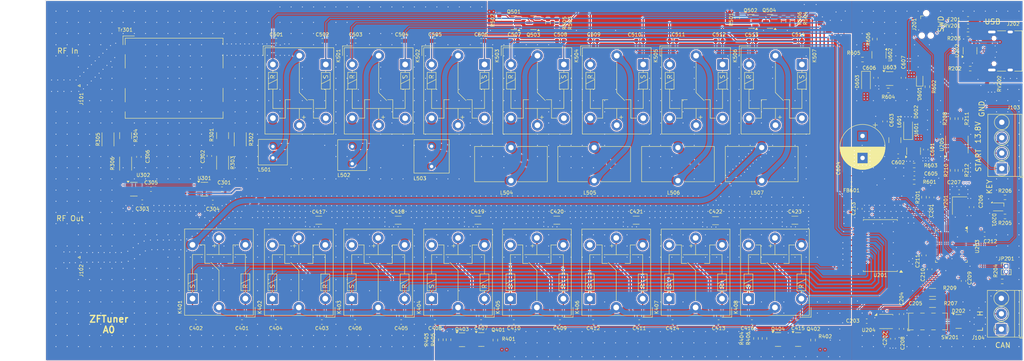
<source format=kicad_pcb>
(kicad_pcb (version 20240108) (generator "pcbnew") (generator_version "8.0")
  (title_block (title "ZFTuner") (date "2024-04-24") (rev "A0") (company "TiZed"))
  (layers (0 "F.Cu" signal) (1 "In1.Cu" signal) (2 "In2.Cu" signal) (31 "B.Cu" signal) (34 "B.Paste" user) (35 "F.Paste" user) (36 "B.SilkS" user "B.Silkscreen") (37 "F.SilkS" user "F.Silkscreen") (38 "B.Mask" user) (39 "F.Mask" user) (44 "Edge.Cuts" user))
  (net 0 "")
  (net 1 "GNDD")
  (net 2 "/Controller/UC_Reset")
  (net 3 "+3.3V")
  (net 4 "+5V")
  (net 5 "/CAN_H")
  (net 6 "Net-(C205-Pad1)")
  (net 7 "/Controller/XTAL_1")
  (net 8 "/Controller/XTAL_2")
  (net 9 "/CAN_L")
  (net 10 "+12V")
  (net 11 "Net-(U301-PCAP)")
  (net 12 "Net-(U301-RF_{IN})")
  (net 13 "Net-(C302-Pad1)")
  (net 14 "GND")
  (net 15 "Net-(U302-PCAP)")
  (net 16 "Net-(C306-Pad1)")
  (net 17 "Net-(U302-RF_{IN})")
  (net 18 "/Capacitors_Bank/R4")
  (net 19 "/Capacitors_Bank/Cap12v_2")
  (net 20 "/Capacitors_Bank/S4")
  (net 21 "/Capacitors_Bank/R1")
  (net 22 "/Capacitors_Bank/Cap12v_1")
  (net 23 "/Capacitors_Bank/S1")
  (net 24 "/Capacitors_Bank/R2")
  (net 25 "/Capacitors_Bank/S2")
  (net 26 "/Capacitors_Bank/R3")
  (net 27 "/Capacitors_Bank/S3")
  (net 28 "/Inductors_Bank/Ind12v_1")
  (net 29 "/Inductors_Bank/Ind12v_2")
  (net 30 "Net-(U601-CB)")
  (net 31 "/Power/5V_SW")
  (net 32 "+5.4V")
  (net 33 "/Power/5V_FB")
  (net 34 "/Controller/Error_LED")
  (net 35 "/Controller/Op_LED")
  (net 36 "Net-(D201-K2)")
  (net 37 "Net-(D201-K1)")
  (net 38 "Net-(D601-K)")
  (net 39 "VBUS")
  (net 40 "/Controller/USBC_VBUS")
  (net 41 "/RF_In")
  (net 42 "/RF_Out")
  (net 43 "/TUNER_START")
  (net 44 "/TUNER_KEY")
  (net 45 "/Controller/SWDIO")
  (net 46 "/Controller/SWO")
  (net 47 "/Controller/SWCLK")
  (net 48 "Net-(J202-CC1)")
  (net 50 "GNDPWR")
  (net 51 "Net-(J202-CC2)")
  (net 53 "Net-(JP201-B)")
  (net 54 "/Controller/CAN_RX")
  (net 55 "/Capacitors_Bank/RF_In")
  (net 56 "/Capacitors_Bank/Caps")
  (net 71 "Net-(Q401-G)")
  (net 72 "Net-(Q402-G)")
  (net 73 "Net-(Q403-G)")
  (net 74 "Net-(Q404-G)")
  (net 75 "Net-(Q501-G)")
  (net 76 "Net-(Q502-G)")
  (net 77 "Net-(Q503-G)")
  (net 78 "Net-(Q504-G)")
  (net 79 "Net-(R207-Pad2)")
  (net 80 "Net-(R209-Pad2)")
  (net 81 "Net-(R210-Pad1)")
  (net 82 "/Controller/START")
  (net 83 "Net-(R212-Pad1)")
  (net 84 "Net-(Tr301-Reverse)")
  (net 85 "Net-(Tr301-Forward)")
  (net 86 "Net-(U603-EN)")
  (net 87 "Net-(U602-ILIM)")
  (net 90 "/Controller/USB_DN")
  (net 91 "/Controller/USB_DP")
  (net 92 "/Controller/~{SWR_SHDN}")
  (net 93 "/Controller/CapRels_1")
  (net 94 "/Controller/Rfl_V")
  (net 95 "/Controller/CapRels_2")
  (net 100 "/Controller/IndRels_2")
  (net 102 "/Controller/Fwd_V")
  (net 105 "/Controller/KEY")
  (net 107 "/Controller/CAN_TX")
  (net 108 "/Controller/CAN_STBY")
  (net 113 "/Controller/CD_N")
  (net 114 "/Controller/CD_P")
  (net 115 "/Capacitors_Bank/Cap1")
  (net 116 "/Capacitors_Bank/Cap2")
  (net 117 "/Capacitors_Bank/Cap3")
  (net 118 "/Capacitors_Bank/Cap4")
  (net 119 "/Capacitors_Bank/Cap5")
  (net 120 "/Capacitors_Bank/Cap6")
  (net 121 "/Capacitors_Bank/Cap7")
  (net 122 "/Inductors_Bank/Ind1")
  (net 123 "/Inductors_Bank/Ind2")
  (net 124 "/Inductors_Bank/Ind3")
  (net 125 "/Inductors_Bank/Ind4")
  (net 126 "/Inductors_Bank/Ind5")
  (net 127 "/Inductors_Bank/Ind6")
  (net 128 "/Controller/C_S2")
  (net 129 "/Controller/C_S3")
  (net 130 "/Controller/C_S1")
  (net 131 "/Controller/C_R3")
  (net 132 "/Controller/C_R4")
  (net 133 "/Controller/C_R1")
  (net 134 "/Controller/C_R2")
  (net 135 "/Controller/C_S4")
  (net 136 "/Controller/IndRels_1")
  (footprint "ZFTuner_Lib:Toroid_Vertical_L19.5mm_W8.0mm_P7.5mm" (layer "F.Cu") (at 168.54 77.75)
    (property "Reference" "L505")
    (property "Value" "1uH" (hide yes))
  )
  (footprint "Diode_SMD:D_SOD-123" (layer "F.Cu") (at 230.19 59.025 -90)
    (property "Reference" "D603")
    (property "Value" "B0520W" (hide yes))
  )
  (footprint "Capacitor_SMD:C_0603_1608Metric" (layer "F.Cu") (at 214.8825 49.75)
    (property "Reference" "C514")
    (property "Value" "1uF" (hide yes))
  )
  (footprint "Resistor_SMD:R_0603_1608Metric" (layer "F.Cu") (at 261.1 104.4)
    (property "Reference" "R204")
    (property "Value" "10k" (hide yes))
  )
  (footprint "Resistor_SMD:R_0603_1608Metric" (layer "F.Cu") (at 249.865 79.175 -90)
    (property "Reference" "R210")
    (property "Value" "180" (hide yes))
  )
  (footprint "Resistor_SMD:R_0603_1608Metric" (layer "F.Cu") (at 243.35 85.275 90)
    (property "Reference" "R201")
    (property "Value" "10k" (hide yes))
  )
  (footprint "Capacitor_SMD:C_0603_1608Metric" (layer "F.Cu") (at 241.172323 79.925 180)
    (property "Reference" "C605")
    (property "Value" "100nF" (hide yes))
  )
  (footprint "Capacitor_SMD:C_0603_1608Metric" (layer "F.Cu") (at 196.765 113.6175 180)
    (property "Reference" "C413")
    (property "Value" "1uF" (hide yes))
  )
  (footprint "Capacitor_SMD:C_0603_1608Metric" (layer "F.Cu") (at 257.1 93.7125)
    (property "Reference" "C212")
    (property "Value" "100nF" (hide yes))
  )
  (footprint "Capacitor_SMD:C_0603_1608Metric" (layer "F.Cu") (at 238.69 58.15 90)
    (property "Reference" "C607")
    (property "Value" "1uF" (hide yes))
  )
  (footprint "Resistor_SMD:R_2010_5025Metric" (layer "F.Cu") (at 58.25 72.1375 90)
    (property "Reference" "R305")
    (property "Value" "68" (hide yes))
  )
  (footprint "Capacitor_SMD:C_0603_1608Metric" (layer "F.Cu") (at 160.765 113.6175 180)
    (property "Reference" "C409")
    (property "Value" "1uF" (hide yes))
  )
  (footprint "Capacitor_SMD:C_0603_1608Metric" (layer "F.Cu") (at 106.765 113.6175 180)
    (property "Reference" "C403")
    (property "Value" "1uF" (hide yes))
  )
  (footprint "Capacitor_THT:CP_Radial_D10.0mm_P5.00mm" (layer "F.Cu") (at 229.415 71.357323 -90)
    (property "Reference" "C604")
    (property "Value" "330uF" (hide yes))
  )
  (footprint "Capacitor_SMD:C_0603_1608Metric" (layer "F.Cu") (at 178.765 113.6175 180)
    (property "Reference" "C411")
    (property "Value" "1uF" (hide yes))
  )
  (footprint "ZFTuner_Lib:Toroid_Vertical_L19.5mm_W8.0mm_P7.5mm" (layer "F.Cu") (at 187.54 77.75)
    (property "Reference" "L506")
    (property "Value" "2.3uH" (hide yes))
  )
  (footprint "Capacitor_SMD:C_0603_1608Metric" (layer "F.Cu") (at 65.25 76.1 -90)
    (property "Reference" "C306")
    (property "Value" "10nF" (hide yes))
  )
  (footprint "Capacitor_SMD:C_0603_1608Metric" (layer "F.Cu") (at 150.315 113.6175 180)
    (property "Reference" "C410")
    (property "Value" "1uF" (hide yes))
  )
  (footprint "Capacitor_SMD:C_0603_1608Metric" (layer "F.Cu") (at 168.315 113.6175 180)
    (property "Reference" "C412")
    (property "Value" "1uF" (hide yes))
  )
  (footprint "Capacitor_SMD:C_0603_1608Metric" (layer "F.Cu") (at 82.025 86.45)
    (property "Reference" "C304")
    (property "Value" "100nF" (hide yes))
  )
  (footprint "Package_TO_SOT_SMD:SOT-23" (layer "F.Cu") (at 154.75 45.64 180)
    (property "Reference" "Q503")
    (property "Value" "NMOS" (hide yes))
  )
  (footprint "Package_DFN_QFN:DFN-8-1EP_3x3mm_P0.65mm_EP1.55x2.4mm" (layer "F.Cu") (at 234.75 113.5)
    (property "Reference" "U204")
    (property "Value" "MCP2542FDxMF" (hide yes))
  )
  (footprint "ZFTuner_Lib:LED_Dual_1615_1.6mm_1.5mm" (layer "F.Cu") (at 260.175 87.475 90)
    (property "Reference" "D201")
    (property "Value" "Error_Op" (hide yes))
  )
  (footprint "Connector_Coaxial:SMA_Amphenol_132289_EdgeMount" (layer "F.Cu") (at 48.25 98.9375 180)
    (property "Reference" "J102")
    (property "Value" "RF_Out")
  )
  (footprint "Capacitor_SMD:C_0603_1608Metric" (layer "F.Cu") (at 243.325 98.4875 -90)
    (property "Reference" "C211")
    (property "Value" "100nF" (hide yes))
  )
  (footprint "Capacitor_SMD:C_0603_1608Metric" (layer "F.Cu") (at 114.4325 49.75)
    (property "Reference" "C503")
    (property "Value" "1uF" (hide yes))
  )
  (footprint "Capacitor_SMD:C_0603_1608Metric" (layer "F.Cu") (at 204.315 113.6175 180)
    (property "Reference" "C416")
    (property "Value" "1uF" (hide yes))
  )
  (footprint "Crystal:Crystal_SMD_3225-4Pin_3.2x2.5mm" (layer "F.Cu") (at 251.45 87.2 -90)
    (property "Reference" "Y201")
    (property "Value" "24MHz" (hide yes))
  )
  (footprint "Fuse:Fuse_0603_1608Metric" (layer "F.Cu") (at 253.35 46.45 180)
    (property "Reference" "RV201")
    (property "Value" "V5.5MLA0603N" (hide yes))
  )
  (footprint "Capacitor_SMD:C_0603_1608Metric" (layer "F.Cu") (at 78.1975 113.6175 180)
    (property "Reference" "C402")
    (property "Value" "1uF" (hide yes))
  )
  (footprint "Resistor_SMD:R_0603_1608Metric" (layer "F.Cu") (at 251.615 79.175 -90)
    (property "Reference" "R212")
    (property "Value" "1.2k" (hide yes))
  )
  (footprint "Capacitor_SMD:C_0603_1608Metric" (layer "F.Cu") (at 196.8825 49.75)
    (property "Reference" "C512")
    (property "Value" "1uF" (hide yes))
  )
  (footprint "Capacitor_SMD:C_0603_1608Metric" (layer "F.Cu") (at 124.8825 49.75)
    (property "Reference" "C504")
    (property "Value" "1uF" (hide yes))
  )
  (footprint "Connector:Tag-Connect_TC2030-IDC-NL_2x03_P1.27mm_Vertical" (layer "F.Cu") (at 243.865 46.02 -90)
    (property "Reference" "J201")
    (property "Value" "SWD" (hide yes))
  )
  (footprint "Package_TO_SOT_SMD:SOT-23-6" (layer "F.Cu") (at 240.997323 74.807323 90)
    (property "Reference" "U601")
    (property "Value" "HT7463A" (hide yes))
  )
  (footprint "Resistor_SMD:R_0603_1608Metric" (layer "F.Cu") (at 229.4 54)
    (property "Reference" "R605")
    (property "Value" "41k" (hide yes))
  )
  (footprint "Resistor_SMD:R_0603_1608Metric" (layer "F.Cu") (at 261.725 89.64)
    (property "Reference" "R205")
    (property "Value" "100" (hide yes))
  )
  (footprint "Capacitor_SMD:C_1206_3216Metric" (layer "F.Cu") (at 106.065 90.5 180)
    (property "Reference" "C417")
    (property "Value" "12pF" (hide yes))
  )
  (footprint "Resistor_SMD:R_0603_1608Metric" (layer "F.Cu") (at 232.2 49.35 -90)
    (property "Reference" "R606")
    (property "Value" "10k" (hide yes))
  )
  (footprint "Capacitor_SMD:C_0603_1608Metric" (layer "F.Cu") (at 254.15 87.525 -90)
    (property "Reference" "C206")
    (property "Value" "6.8pF" (hide yes))
  )
  (footprint "Capacitor_SMD:C_0603_1608Metric" (layer "F.Cu") (at 244.65 101.65 -90)
    (property "Reference" "C210")
    (property "Value" "100nF" (hide yes))
  )
  (footprint "Capacitor_SMD:C_0603_1608Metric" (layer "F.Cu") (at 186.315 113.6175 180)
    (property "Reference" "C414")
    (property "Value" "1uF" (hide yes))
  )
  (footprint "Capacitor_SMD:C_0603_1608Metric" (layer "F.Cu") (at 160.8825 49.75)
    (property "Reference" "C508")
    (property "Value" "1uF" (hide yes))
  )
  (footprint "Resistor_SMD:R_0603_1608Metric" (layer "F.Cu") (at 249.865 67.425 -90)
    (property "Reference" "R208")
    (property "Value" "22k" (hide yes))
  )
  (footprint "ZFTuner_Lib:SW_Slide_DPDT_Nidec_CL-SB-22A" (layer "F.Cu") (at 244.25 113.5)
    (property "Reference" "SW201")
    (property "Value" "CL-SB_22A-12T" (hide yes))
  )
  (footprint "Capacitor_SMD:C_0603_1608Metric" (layer "F.Cu") (at 84.1125 83.45 180)
    (property "Reference" "C301")
    (property "Value" "10nF" (hide yes))
  )
  (footprint "Diode_SMD:D_SOD-123" (layer "F.Cu") (at 239.747323 69.807323 90)
    (property "Reference" "D602")
    (property "Value" "MBR0560" (hide yes))
  )
  (footprint "Relay_THT:Relay_SPDT_Hongfa_HF3F-L-xx-1ZL2T" (layer "F.Cu") (at 143.6575 55.1175 -90)
    (property "Reference" "K503")
    (property "Value" "HF3F-L-12-1ZL2T" (hide yes))
  )
  (footprint "Fuse:Fuse_0603_1608Metric" (layer "F.Cu") (at 253.35 44.75)
    (property "Reference" "F201")
    (property "Value" "MF-FSMF050X-2" (hide yes))
  )
  (footprint "Resistor_SMD:R_0603_1608Metric" (layer "F.Cu") (at 147 44.815 -90)
    (property "Reference" "R502")
    (property "Value" "10k" (hide yes))
  )
  (footprint "ZFTuner_Lib:Inductor_3DP_N5_L6.69mm_W6.3mm_P3.92mm" (layer "F.Cu") (at 113.6575 75.71 90)
    (property "Reference" "L502")
    (property "Value" "100nH" (hide yes))
  )
  (footprint "Relay_THT:Relay_SPDT_Hongfa_HF3F-L-xx-1ZL2T" (layer "F.Cu") (at 203.54 108.3175 90)
    (property "Reference" "K408")
    (property "Value" "HF3F-L-12-1ZL2T" (hide yes))
  )
  (footprint "Capacitor_SMD:C_0603_1608Metric" (layer "F.Cu") (at 245.1 85.325 90)
    (property "Reference" "C201")
    (property "Value" "100nF" (hide yes))
  )
  (footprint "Resistor_SMD:R_0603_1608Metric" (layer "F.Cu") (at 133.75 117.65 90)
    (property "Reference" "R403")
    (property "Value" "100" (hide yes))
  )
  (footprint "Capacitor_SMD:C_0603_1608Metric" (layer "F.Cu") (at 150.4325 49.75)
    (property "Reference" "C507")
    (property "Value" "1uF" (hide yes))
  )
  (footprint "Inductor_SMD:L_0603_1608Metric" (layer "F.Cu") (at 226.9 82.3 180)
    (property "Reference" "FB601")
    (property "Value" "MPZ1608S300A" (hide yes))
  )
  (footprint "Capacitor_SMD:C_0603_1608Metric" (layer "F.Cu") (at 214.765 113.6175 180)
    (property "Reference" "C415")
    (property "Value" "1uF" (hide yes))
  )
  (footprint "Resistor_SMD:R_0603_1608Metric" (layer "F.Cu") (at 261.725 85.3)
    (property "Reference" "R206")
    (property "Value" "120" (hide yes))
  )
  (footprint "Capacitor_SMD:C_0603_1608Metric" (layer "F.Cu") (at 204.4325 49.75)
    (property "Reference" "C513")
    (property "Value" "1uF" (hide yes))
  )
  (footprint "Resistor_SMD:R_0603_1608Metric" (layer "F.Cu") (at 205.2375 117.35 90)
    (property "Reference" "R404")
    (property "Value" "100" (hide yes))
  )
  (footprint "Capacitor_SMD:C_0603_1608Metric" (layer "F.Cu") (at 142.8825 113.6175 180)
    (property "Reference" "C407")
    (property "Value" "1uF" (hide yes))
  )
  (footprint "Resistor_SMD:R_0603_1608Metric" (layer "F.Cu") (at 158.0625 45.7275 90)
    (property "Reference" "R505")
    (property "Value" "10k" (hide yes))
  )
  (footprint "Capacitor_SMD:C_0603_1608Metric" (layer "F.Cu") (at 114.315 113.6175 180)
    (property "Reference" "C406")
    (property "Value" "1uF" (hide yes))
  )
  (footprint "Relay_THT:Relay_SPDT_Hongfa_HF3F-L-xx-1ZL2T" (layer "F.Cu") (at 185.54 108.3175 90)
    (property "Reference" "K407")
    (property "Value" "HF3F-L-12-1ZL2T" (hide yes))
  )
  (footprint "Relay_THT:Relay_SPDT_Hongfa_HF3F-L-xx-1ZL2T" (layer "F.Cu") (at 107.6575 55.1175 -90)
    (property "Reference" "K501")
    (property "Value" "HF3F-L-12-1ZL2T" (hide yes))
  )
  (footprint "Capacitor_SMD:C_0603_1608Metric" (layer "F.Cu") (at 252.325 104.3 -90)
    (property "Reference" "C209")
    (property "Value" "100nF" (hide yes))
  )
  (footprint "Package_TO_SOT_SMD:TSOT-23-6" (layer "F.Cu") (at 80.1125 83.45)
    (property "Reference" "U301")
    (property "Value" "LTC5507" (hide yes))
  )
  (footprint "Package_TO_SOT_SMD:SOT-23" (layer "F.Cu") (at 208.4375 45.34 180)
    (property "Reference" "Q504")
    (property "Value" "NMOS" (hide yes))
  )
  (footprint "ZFTuner_Lib:Inductor_3DP_N6_L7.36mm_W7.7mm_P4.59mm" (layer "F.Cu") (at 131.6575 76 90)
    (property "Reference" "L503")
    (property "Value" "220nH" (hide yes))
  )
  (footprint "Relay_THT:Relay_SPDT_Hongfa_HF3F-L-xx-1ZL2T" (layer "F.Cu") (at 167.54 108.3175 90)
    (property "Reference" "K406")
    (property "Value" "HF3F-L-12-1ZL2T" (hide yes))
  )
  (footprint "TerminalBlock_Phoenix:TerminalBlock_Phoenix_PT-1,5-4-3.5-H_1x04_P3.50mm_Horizontal" (layer "F.Cu") (at 261 78.75 90)
    (property "Reference" "J103")
    (property "Value" "Tuner" (hide yes))
  )
  (footprint "Package_TO_SOT_SMD:TSOT-23-6" (layer "F.Cu") (at 64.1125 83.45)
    (property "Reference" "U302")
    (property "Value" "LTC5507" (hide yes))
  )
  (footprint "Capacitor_SMD:C_0603_1608Metric" (layer "F.Cu") (at 96.4325 49.75)
    (property "Reference" "C501")
    (property "Value" "1uF" (hide yes))
  )
  (footprint "Capacitor_SMD:C_0603_1608Metric" (layer "F.Cu") (at 236.3 117.425 -90)
    (property "Reference" "C202")
    (property "Value" "100nF" (hide yes))
  )
  (footprint "Resistor_SMD:R_2010_5025Metric" (layer "F.Cu") (at 84.25 77.4375 -90)
    (property "Reference" "R303")
    (property "Value" "68" (hide yes))
  )
  (footprint "Capacitor_SMD:C_0603_1608Metric" (layer "F.Cu") (at 238.25 111.825 90)
    (property "Reference" "C204")
    (property "Value" "47pF" (hide yes))
  )
  (footprint "Capacitor_SMD:C_1206_3216Metric" (layer "F.Cu") (at 142.1825 90.5 180)
    (property "Reference" "C419")
    (property "Value" "47pF" (hide yes))
  )
  (footprint "Resistor_SMD:R_0603_1608Metric" (layer "F.Cu") (at 207.175 117.35 -90)
    (property "Reference" "R406")
    (property "Value" "10k" (hide yes))
  )
  (footprint "Capacitor_SMD:C_0603_1608Metric" (layer "F.Cu") (at 251.325 84.1 180)
    (property "Reference" "C207")
    (property "Value" "6.8pF" (hide yes))
  )
  (footprint "Resistor_SMD:R_2010_5025Metric" (layer "F.Cu") (at 62.25 77.6375 -90)
    (property "Reference" "R306")
    (property "Value" "68" (hide yes))
  )
  (footprint "Relay_THT:Relay_SPDT_Hongfa_HF3F-L-xx-1ZL2T" (layer "F.Cu") (at 161.6575 55.1175 -90)
    (property "Reference" "K504")
    (property "Value" "HF3F-L-12-1ZL2T" (hide yes))
  )
  (footprint "Capacitor_SMD:C_0603_1608Metric" (layer "F.Cu") (at 178.8825 49.75)
    (property "Reference" "C510")
    (property "Value" "1uF" (hide yes))
  )
  (footprint "Resistor_SMD:R_0603_1608Metric" (layer "F.Cu") (at 211.5 45.34 90)
    (property "Reference" "R506")
    (property "Value" "10k" (hide yes))
  )
  (footprint "Package_SO:SOP-8_3.9x4.9mm_P1.27mm" (layer "F.Cu") (at 250.8 73.3 90)
    (property "Reference" "U205")
    (property "Value" "ILD74" (hide yes))
  )
  (footprint "Capacitor_SMD:C_0603_1608Metric" (layer "F.Cu") (at 66.025 86.4)
    (property "Reference" "C303")
    (property "Value" "100nF" (hide yes))
  )
  (footprint "Relay_THT:Relay_SPDT_Hongfa_HF3F-L-xx-1ZL2T" (layer "F.Cu") (at 95.54 108.3175 90)
    (property "Reference" "K402")
    (property "Value" "HF3F-L-12-1ZL2T" (hide yes))
  )
  (footprint "Capacitor_SMD:C_1206_3216Metric" (layer "F.Cu") (at 124.075 90.5 180)
    (property "Reference" "C418")
    (property "Value" "22pF" (hide yes))
  )
  (footprint "Capacitor_SMD:C_1206_3216Metric" (layer "F.Cu") (at 178.065 90.5 180)
    (property "Reference" "C421")
    (property "Value" "220pF" (hide yes))
  )
  (footprint "Package_SO:SOIC-18W_7.5x11.6mm_P1.27mm" (layer "F.Cu") (at 233.45 96.25 180)
    (property "Reference" "U201")
    (property "Value" "ULN2803A" (hide yes))
  )
  (footprint "Resistor_SMD:R_0603_1608Metric" (layer "F.Cu") (at 218.1875 117.725 90)
    (property "Reference" "R402")
    (property "Value" "10k" (hide yes))
  )
  (footprint "Connector_USB:USB_C_Receptacle_XKB_U262-16XN-4BVC11" (layer "F.Cu") (at 261.84 52.055 90)
    (property "Reference" "J202")
    (property "Value" "USB_C_Receptacle_USB2.0_16P" (hide yes))
  )
  (footprint "ZFTuner_Lib:Direction_Coupler" (layer "F.Cu") (at 73.25 58.25)
    (property "Reference" "Tr301")
    (property "Value" "~" (hide yes))
  )
  (footprint "Capacitor_SMD:C_0603_1608Metric" (layer "F.Cu") (at 186.4325 49.75)
    (property "Reference" "C511")
    (property "Value" "1uF" (hide yes))
  )
  (footprint "Package_TO_SOT_SMD:SOT-23" (layer "F.Cu") (at 142.9375 117.6)
    (property "Reference" "Q401")
    (property "Value" "PMOS" (hide yes))
  )
  (footprint "Relay_THT:Relay_SPDT_Hongfa_HF3F-L-xx-1ZL2T" (layer "F.Cu") (at 113.54 108.3175 90)
    (property "Reference" "K403")
    (property "Value" "HF3F-L-12-1ZL2T" (hide yes))
  )
  (footprint "Resistor_SMD:R_0603_1608Metric" (layer "F.Cu") (at 241.122323 81.807323 180)
    (property "Reference" "R601")
    (property "Value" "91k" (hide yes))
  )
  (footprint "Package_TO_SOT_SMD:SOT-23-5" (layer "F.Cu") (at 235.5525 58.325)
    (property "Reference" "U603")
    (property "Value" "MIC5504-3.3YM5" (hide yes))
  )
  (footprint "Inductor_SMD:L_1210_3225Metric" (layer "F.Cu") (at 236.747323 72.307323 90)
    (property "Reference" "L601")
    (property "Value" "22uH" (hide yes))
  )
  (footprint "Capacitor_SMD:C_0603_1608Metric" (layer "F.Cu") (at 230.3625 113.425 180)
    (property "Reference" "C203")
    (property "Value" "100nF" (hide yes))
  )
  (footprint "Capacitor_SMD:C_0603_1608Metric" (layer "F.Cu") (at 238.25 115.175 -90)
    (property "Reference" "C208")
    (property "Value" "47pF" (hide yes))
  )
  (footprint "Package_QFP:LQFP-48_7x7mm_P0.5mm" (layer "F.Cu") (at 249.575 96.4625 -90)
    (property "Reference" "U203")
    (property "Value" "STM32G431CBTx" (hide yes))
  )
  (footprint "Capacitor_SMD:C_1206_3216Metric" (layer "F.Cu") (at 214.065 90.5 180)
    (property "Reference" "C423")
    (property "Value" "1nF" (hide yes))
  )
  (footprint "Resistor_SMD:R_1206_3216Metric" (layer "F.Cu") (at 245.2875 106.9)
    (property "Reference" "R209")
    (property "Value" "60.2" (hide yes))
  )
  (footprint "Capacitor_SMD:C_0603_1608Metric" (layer "F.Cu") (at 234.497323 68.057323 -90)
    (property "Reference" "C603")
    (property "Value" "100nF" (hide yes))
  )
  (footprint "Resistor_SMD:R_0603_1608Metric" (layer "F.Cu") (at 253.34 48.25)
    (property "Reference" "R203")
    (property "Value" "5.1k" (hide yes))
  )
  (footprint "Capacitor_SMD:C_0402_1005Metric" (layer "F.Cu") (at 241.42 108.15 180)
    (property "Reference" "C205")
    (property "Value" "4.7nF" (hide yes))
  )
  (footprint "Relay_THT:Relay_SPDT_Hongfa_HF3F-L-xx-1ZL2T" (layer "F.Cu") (at 149.54 108.3175 90)
    (property "Reference" "K405")
    (property "Value" "HF3F-L-12-1ZL2T" (hide yes))
  )
  (footprint "Resistor_SMD:R_1210_3225Metric" (layer "F.Cu") (at 84.25 71.275 -90)
    (property "Reference" "R301")
    (property "Value" "154" (hide yes))
  )
  (footprint "Resistor_SMD:R_0603_1608Metric" (layer "F.Cu") (at 251.615 67.425 -90)
    (property "Reference" "R211")
    (property "Value" "10k" (hide yes))
  )
  (footprint "Capacitor_SMD:C_0603_1608Metric" (layer "F.Cu") (at 124.765 113.6175 180)
    (property "Reference" "C405")
    (property "Value" "1uF" (hide yes))
  )
  (footprint "Capacitor_SMD:C_0603_1608Metric" (layer "F.Cu") (at 232.44 58.15 90)
    (property "Reference" "C606")
    (property "Value" "1uF" (hide yes))
  )
  (footprint "Resistor_SMD:R_0603_1608Metric" (layer "F.Cu") (at 253.84 56.055)
    (property "Reference" "R202")
    (property "Value" "5.1k" (hide yes))
  )
  (footprint "Capacitor_SMD:C_0603_1608Metric" (layer "F.Cu") (at 243.747323 74.444823 90)
    (property "Reference" "C601")
    (property "Value" "100nF" (hide yes))
  )
  (footprint "Connector_Coaxial:SMA_Amphenol_132289_EdgeMount" (layer "F.Cu") (at 48.25 59.9375 180)
    (property "Reference" "J101")
    (property "Value" "RF_In")
  )
  (footprint "Capacitor_SMD:C_0603_1608Metric" (layer "F.Cu") (at 88.6475 113.6175 180)
    (property "Reference" "C401")
    (property "Value" "1uF" (hide yes))
  )
  (footprint "Capacitor_SMD:C_0603_1608Metric" (layer "F.Cu") (at 132.4325 49.75)
    (property "Reference" "C505")
    (property "Value" "1uF" (hide yes))
  )
  (footprint "Capacitor_SMD:C_0603_1608Metric" (layer "F.Cu") (at 228.8 87.9 90)
    (property "Reference" "C213")
    (property "Value" "100nF" (hide yes))
  )
  (footprint "Relay_THT:Relay_SPDT_Hongfa_HF3F-L-xx-1ZL2T" (layer "F.Cu") (at 197.6575 55.1175 -90)
    (property "Reference" "K506")
    (property "Value" "HF3F-L-12-1ZL2T" (hide yes))
  )
  (footprint "Resistor_SMD:R_2010_5025Metric" (layer "F.Cu") (at 88.25 72.125 90)
    (property "Reference" "R302")
    (property "Value" "68" (hide yes))
  )
  (footprint "Package_SO:TSOP-6_1.65x3.05mm_P0.95mm" (layer "F.Cu") (at 233.14 52.935 -90)
    (property "Reference" "U602")
    (property "Value" "BD2243G" (hide yes))
  )
  (footprint "Relay_THT:Relay_SPDT_Hongfa_HF3F-L-xx-1ZL2T" (layer "F.Cu") (at 125.6575 55.1175 -90)
    (property "Reference" "K502")
    (property "Value" "HF3F-L-12-1ZL2T" (hide yes))
  )
  (footprint "Capacitor_SMD:C_0603_1608Metric" (layer "F.Cu") (at 237.497323 75.944823 180)
    (property "Reference" "C602")
    (property "Value" "100nF" (hide yes))
  )
  (footprint "Capacitor_SMD:C_0603_1608Metric" (layer "F.Cu") (at 96.315 113.6175 180)
    (property "Reference" "C404")
    (property "Value" "1uF" (hide yes))
  )
  (footprint "Resistor_SMD:R_1210_3225Metric" (layer "F.Cu") (at 62.25 71.2875 -90)
    (property "Reference" "R304")
    (property "Value" "154" (hide yes))
  )
  (footprint "Capacitor_SMD:C_1206_3216Metric" (layer "F.Cu") (at 196.065 90.6 180)
    (property "Reference" "C422")
    (property "Value" "470pF" (hide yes))
  )
  (footprint "Relay_THT:Relay_SPDT_Hongfa_HF3F-L-xx-1ZL2T" (layer "F.Cu") (at 131.6575 108.3175 90)
    (property "Reference" "K404")
    (property "Value" "HF3F-L-12-1ZL2T" (hide yes))
  )
  (footprint "Package_TO_SOT_SMD:SOT-23" (layer "F.Cu") (at 210.2375 117.6)
    (property "Reference" "Q404")
    (property "Value" "NMOS" (hide yes))
  )
  (footprint "Capacitor_SMD:C_0603_1608Metric" (layer "F.Cu") (at 68 83.45 180)
    (property "Reference" "C305")
    (property "Value" "10nF" (hide yes))
  )
  (footprint "Resistor_SMD:R_0603_1608Metric" (layer "F.Cu") (at 146.125 117.725 90)
    (property "Reference" "R401")
    (property "Value" "10k" (hide yes))
  )
  (footprint "ZFTuner_Lib:Inductor_3DP_N3_L5.35mm_W6.3mm_P2.58mm" (layer "F.Cu") (at 95.6575 75.04 90)
    (property "Reference" "L501")
    (property "Value" "50.5nH" (hide yes))
  )
  (footprint "Package_TO_SOT_SMD:SOT-23" (layer "F.Cu") (at 251.2 113.5)
    (property "Reference" "D202")
    (property "Value" "ESDONCAN1" (hide yes))
  )
  (footprint "Package_TO_SOT_SMD:SC-74-6_1.55x2.9mm_P0.95mm" (layer "F.Cu") (at 253.8 52 90)
    (property "Reference" "U202")
    (property "Value" "IP4234CZ6" (hide yes))
  )
  (footprint "Resistor_SMD:R_0603_1608Metric" (layer "F.Cu") (at 244.125 60.175 90)
    (property "Reference" "R602")
    (property "Value" "120" (hide yes))
  )
  (footprint "Resistor_SMD:R_0603_1608Metric" (layer "F.Cu") (at 213.5 45.34 -90)
    (property "Reference" "R504")
    (property "Value" "100" (hide yes))
  )
  (footprint "Resistor_SMD:R_1206_3216Metric" (layer "F.Cu") (at 245.2875 109.4)
    (property "Reference" "R207")
    (property "Value" "60.2" (hide yes))
  )
  (footprint "Fuse:Fuse_0603_1608Metric" (layer "F.Cu") (at 258.735 59.4 90)
    (property "Reference" "RV202")
    (property "Value" "V5.5MLA0603N" (hide yes))
  )
  (footprint "Relay_THT:Relay_SPDT_Hongfa_HF3F-L-xx-1ZL2T" (layer "F.Cu") (at 77.4225 108.2925 90)
    (property "Reference" "K401")
    (property "Value" "HF3F-L-12-1ZL2T")
  )
  (footprint "Package_TO_SOT_SMD:SOT-23" (layer "F.Cu") (at 214.8 117.6)
    (property "Reference" "Q402")
    (property "Value" "PMOS" (hide yes))
  )
  (footprint "Resistor_SMD:R_0603_1608Metric" (layer "F.Cu") (at 201 44.515 -90)
    (property "Reference" "R501")
    (property "Value" "10k" (hide yes))
  )
  (footprint "Capacitor_SMD:C_0603_1608Metric" (layer "F.Cu") (at 168.4325 49.75)
    (property "Reference" "C509")
    (property "Value" "1uF" (hide yes))
  )
  (footprint "Capacitor_SMD:C_0603_1608Metric" (layer "F.Cu") (at 142.8825 49.75)
    (property "Reference" "C506")
    (property "Value" "1uF" (hide yes))
  )
  (footprint "Capacitor_SMD:C_0603_1608Metric" (layer "F.Cu") (at 132.4325 113.6175 180)
    (property "Reference" "C408")
    (property "Value" "1uF" (hide yes))
  )
  (footprint "TerminalBlock_Phoenix:TerminalBlock_Phoenix_PT-1,5-3-3.5-H_1x03_P3.50mm_Horizontal" (layer "F.Cu") (at 260.9 115.25 90)
    (property "Reference" "J104")
    (property "Value" "CAN" (hide yes))
  )
  (footprint "Connector_PinHeader_1.27mm:PinHeader_1x02_P1.27mm_Vertical" (layer "F.Cu") (at 262 100.93)
    (property "Reference" "JP201")
    (property "Value" "BOOT0" (hide yes))
  )
  (footprint "Relay_THT:Relay_SPDT_Hongfa_HF3F-L-xx-1ZL2T" (layer "F.Cu") (at 215.6575 55.1175 -90)
    (property "Reference" "K507")
    (property "Value" "HF3F-L-12-1ZL2T" (hide yes))
  )
  (footprint "Capacitor_SMD:C_0603_1608Metric" (layer "F.Cu") (at 106.8825 49.75)
    (property "Reference" "C502")
    (property "Value" "1uF" (hide yes))
  )
  (footprint "Package_TO_SOT_SMD:SOT-23" (layer "F.Cu") (at 138.5625 117.65)
    (property "Reference" "Q403")
    (property "Value" "NMOS" (hide yes))
  )
  (footprint "Package_TO_SOT_SMD:SOT-23" (layer "F.Cu") (at 204.1875 45.34 180)
    (property "Reference" "Q502")
    (property "Value" "PMOS" (hide yes))
  )
  (footprint "Capacitor_SMD:C_1206_3216Metric" (layer "F.Cu") (at 160.065 90.5 180)
    (property "Reference" "C420")
    (property "Value" "100pF" (hide yes))
  )
  (footprint "Resistor_SMD:R_0603_1608Metric" (layer "F.Cu") (at 135.5 117.65 -90)
    (property "Reference" "R405")
    (property "Value" "10k" (hide yes))
  )
  (footprint "ZFTuner_Lib:Toroid_Vertical_L19.5mm_W8.0mm_P7.5mm" (layer "F.Cu") (at 149.6575 77.75)
    (property "Reference" "L504")
    (property "Value" "0.5uH" (hide yes))
  )
  (footprint "ZFTuner_Lib:Toroid_Vertical_L19.5mm_W8.0mm_P7.5mm" (layer "F.Cu") (at 206.54 77.75)
    (property "Reference" "L507")
    (property "Value" "4.47uH" (hide yes))
  )
  (footprint "Relay_THT:Relay_SPDT_Hongfa_HF3F-L-xx-1ZL2T" (layer "F.Cu") (at 179.6575 55.1175 -90)
    (property "Reference" "K505")
    (property "Value" "HF3F-L-12-1ZL2T" (hide yes))
  )
  (footprint "Resistor_SMD:R_0603_1608Metric" (layer "F.Cu") (at 160.0625 45.7275 -90)
    (property "Reference" "R503")
    (property "Value" "100" (hide yes))
  )
  (footprint "Capacitor_SMD:C_0603_1608Metric" (layer "F.Cu") (at 81.25 75.9 -90)
    (property "Reference" "C302")
    (property "Value" "10nF" (hide yes))
  )
  (footprint "LED_SMD:LED_0603_1608Metric" (layer "F.Cu") (at 242.375 58.5625 90)
    (property "Reference" "D601")
    (property "Value" "Power" (hide yes))
  )
  (footprint "Resistor_SMD:R_0603_1608Metric" (layer "F.Cu") (at 241.122323 78.057323)
    (property "Reference" "R603")
    (property "Value" "15.8k" (hide yes))
  )
  (footprint "Package_TO_SOT_SMD:SOT-23" (layer "F.Cu") (at 150.3125 45.64 180)
    (property "Reference" "Q501")
    (property "Value" "PMOS" (hide yes))
  )
  (footprint "Resistor_SMD:R_0603_1608Metric" (layer "F.Cu") (at 235.25 61.025 180)
    (property "Reference" "R604")
    (property "Value" "10k" (hide yes))
  )
  (gr_rect (start 44 40.5) (end 265.9 122.5) (stroke (width 0.05)) (fill none) (layer "Edge.Cuts"))
  (gr_text "H" (at 256.8 112.4 90) (layer "F.SilkS") (effects (font (size 1.2 1.2) (thickness 0.16)) (justify left bottom)))
  (gr_text "GND" (at 257.15 67.15 90) (layer "F.SilkS") (effects (font (size 1.2 1.2) (thickness 0.16)) (justify left bottom)))
  (gr_text "START" (at 256.4 79.6 90) (layer "F.SilkS") (effects (font (size 1.2 1.2) (thickness 0.16)) (justify left bottom)))
  (gr_text "RF In" (at 46.65 52.75 0) (layer "F.SilkS") (effects (font (size 1.2 1.2) (thickness 0.16)) (justify left bottom)))
  (gr_text "ZFTuner\n${REVISION}" (at 58.45 116.25 0) (layer "F.SilkS") (effects (font (size 1.5 1.5) (thickness 0.3) (bold yes)) (justify bottom)))
  (gr_text "RF Out" (at 46.45 90.8 0) (layer "F.SilkS") (effects (font (size 1.2 1.2) (thickness 0.16)) (justify left bottom)))
  (gr_text "L" (at 256.8 115.9 90) (layer "F.SilkS") (effects (font (size 1.2 1.2) (thickness 0.16)) (justify left bottom)))
  (gr_text "CAN" (at 259.4 119.6 0) (layer "F.SilkS") (effects (font (size 1.2 1.2) (thickness 0.16)) (justify left bottom)))
  (gr_text "KEY" (at 258.9 84.65 90) (layer "F.SilkS") (effects (font (size 1.2 1.2) (thickness 0.16)) (justify left bottom)))
  (gr_text "SWD" (at 247.9 47.9 90) (layer "F.SilkS") (effects (font (size 1.2 1.2) (thickness 0.16)) (justify left bottom)))
  (gr_text "13.8V" (at 256.3 73.2 90) (layer "F.SilkS") (effects (font (size 1.2 1.2) (thickness 0.16)) (justify left bottom)))
  (gr_text "USB" (at 257 46.1 0) (layer "F.SilkS") (effects (font (size 1.2 1.2) (thickness 0.16)) (justify left bottom)))
  (segment (start 257.882208 48.705) (end 256.5 47.322792) (width 0.4) (layer "F.Cu") (net 1))
  (segment (start 256.5 47.322792) (end 256.5 44) (width 0.4) (layer "F.Cu") (net 1))
  (segment (start 257.545 55.405) (end 256.6 56.35) (width 0.4) (layer "F.Cu") (net 1))
  (segment (start 256.6 58.0525) (end 258.735 60.1875) (width 0.4) (layer "F.Cu") (net 1))
  (segment (start 256.6 56.35) (end 256.6 58.0525) (width 0.4) (layer "F.Cu") (net 1))
  (via (at 232.35 59.95) (size 0.45) (drill 0.2) (layers "F.Cu" "B.Cu") (net 1))
  (via (at 244.3 88.45) (size 0.45) (drill 0.2) (layers "F.Cu" "B.Cu") (net 1))
  (via (at 236.4 98.15) (size 0.45) (drill 0.2) (layers "F.Cu" "B.Cu") (net 1))
  (via (at 218.9 41.5) (size 0.45) (drill 0.2) (layers "F.Cu" "B.Cu") (net 1))
  (via (at 243.1 76.35) (size 0.45) (drill 0.2) (layers "F.Cu" "B.Cu") (net 1))
  (via (at 255.8 110.4) (size 0.45) (drill 0.2) (layers "F.Cu" "B.Cu") (net 1))
  (via (at 231.875 45.555) (size 0.45) (drill 0.2) (layers "F.Cu" "B.Cu") (net 1))
  (via (at 254.735 43.015) (size 0.45) (drill 0.2) (layers "F.Cu" "B.Cu") (net 1))
  (via (at 224.25 117.75) (size 0.45) (drill 0.2) (layers "F.Cu" "B.Cu") (net 1))
  (via (at 259.815 119.215) (size 0.45) (drill 0.2) (layers "F.Cu" "B.Cu") (net 1))
  (via (at 150.5 121.5) (size 0.45) (drill 0.2) (layers "F.Cu" "B.Cu") (net 1))
  (via (at 223.4 43.2) (size 0.45) (drill 0.2) (layers "F.Cu" "B.Cu") (net 1))
  (via (at 206.95 47.4) (size 0.45) (drill 0.2) (layers "F.Cu" "B.Cu") (net 1))
  (via (at 254.735 114.135) (size 0.45) (drill 0.2) (layers "F.Cu" "B.Cu") (net 1))
  (via (at 244.85 82.6) (size 0.45) (drill 0.2) (layers "F.Cu" "B.Cu") (net 1))
  (via (at 175.95 115.8) (size 0.45) (drill 0.2) (layers "F.Cu" "B.Cu") (net 1))
  (via (at 158.2 118.35) (size 0.45) (drill 0.2) (layers "F.Cu" "B.Cu") (net 1))
  (via (at 259.4 61.4) (size 0.45) (drill 0.2) (layers "F.Cu" "B.Cu") (net 1))
  (via (at 239.75 67) (size 0.45) (drill 0.2) (layers "F.Cu" "B.Cu") (net 1))
  (via (at 168.3 118.35) (size 0.45) (drill 0.2) (layers "F.Cu" "B.Cu") (net 1))
  (via (at 193.8 115.8) (size 0.45) (drill 0.2) (layers "F.Cu" "B.Cu") (net 1))
  (via (at 258.7 61.4) (size 0.45) (drill 0.2) (layers "F.Cu" "B.Cu") (net 1))
  (via (at 164.5 47.4) (size 0.45) (drill 0.2) (layers "F.Cu" "B.Cu") (net 1))
  (via (at 249.8 82.85) (size 0.45) (drill 0.2) (layers "F.Cu" "B.Cu") (net 1))
  (via (at 262.355 43.015) (size 0.45) (drill 0.2) (layers "F.Cu" "B.Cu") (net 1))
  (via (at 248.3 101.95) (size 0.45) (drill 0.2) (layers "F.Cu" "B.Cu") (net 1))
  (via (at 227.55 76.35) (size 0.45) (drill 0.2) (layers "F.Cu" "B.Cu") (net 1))
  (via (at 235.65 119.55) (size 0.45) (drill 0.2) (layers "F.Cu" "B.Cu") (net 1))
  (via (at 264.895 65.875) (size 0.45) (drill 0.2) (layers "F.Cu" "B.Cu") (net 1))
  (via (at 242.035 119.215) (size 0.45) (drill 0.2) (layers "F.Cu" "B.Cu") (net 1))
  (via (at 230.9 88.5) (size 0.45) (drill 0.2) (layers "F.Cu" "B.Cu") (net 1))
  (via (at 264.895 111.595) (size 0.45) (drill 0.2) (layers "F.Cu" "B.Cu") (net 1))
  (via (at 249.655 109.055) (size 0.45) (drill 0.2) (layers "F.Cu" "B.Cu") (net 1))
  (via (at 253.9 79.55) (size 0.45) (drill 0.2) (layers "F.Cu" "B.Cu") (net 1))
  (via (at 201.35 115.8) (size 0.45) (drill 0.2) (layers "F.Cu" "B.Cu") (net 1))
  (via (at 262.355 63.335) (size 0.45) (drill 0.2) (layers "F.Cu" "B.Cu") (net 1))
  (via (at 249.25 86.45) (size 0.45) (drill 0.2) (layers "F.Cu" "B.Cu") (net 1))
  (via (at 253.15 89.45) (size 0.45) (drill 0.2) (layers "F.Cu" "B.Cu") (net 1))
  (via (at 242.75 89.9) (size 0.45) (drill 0.2) (layers "F.Cu" "B.Cu") (net 1))
  (via (at 234.415 48.095) (size 0.45) (drill 0.2) (layers "F.Cu" "B.Cu") (net 1))
  (via (at 150.6 115.8) (size 0.45) (drill 0.2) (layers "F.Cu" "B.Cu") (net 1))
  (via (at 158.15 121.5) (size 0.45) (drill 0.2) (layers "F.Cu" "B.Cu") (net 1))
  (via (at 203.85 121.5) (size 0.45) (drill 0.2) (layers "F.Cu" "B.Cu") (net 1))
  (via (at 244.575 119.215) (size 0.45) (drill 0.2) (layers "F.Cu" "B.Cu") (net 1))
  (via (at 236.955 63.335) (size 0.45) (drill 0.2) (layers "F.Cu" "B.Cu") (net 1))
  (via (at 257.275 109.055) (size 0.45) (drill 0.2) (layers "F.Cu" "B.Cu") (net 1))
  (via (at 203.85 115.8) (size 0.45) (drill 0.2) (layers "F.Cu" "B.Cu") (net 1))
  (via (at 264.895 101.435) (size 0.45) (drill 0.2) (layers "F.Cu" "B.Cu") (net 1))
  (via (at 135.2 115.8) (size 0.45) (drill 0.2) (layers "F.Cu" "B.Cu") (net 1))
  (via (at 140.7 115.3) (size 0.45) (drill 0.2) (layers "F.Cu" "B.Cu") (net 1))
  (via (at 222.1 45.1) (size 0.45) (drill 0.2) (layers "F.Cu" "B.Cu") (net 1))
  (via (at 201.3 118.35) (size 0.45) (drill 0.2) (layers "F.Cu" "B.Cu") (net 1))
  (via (at 249.655 119.215) (size 0.45) (drill 0.2) (layers "F.Cu" "B.Cu") (net 1))
  (via (at 264.895 83.655) (size 0.45) (drill 0.2) (layers "F.Cu" "B.Cu") (net 1))
  (via (at 234.415 76.035) (size 0.45) (drill 0.2) (layers "F.Cu" "B.Cu") (net 1))
  (via (at 231.875 78.575) (size 0.45) (drill 0.2) (layers "F.Cu" "B.Cu") (net 1))
  (via (at 168.3 115.8) (size 0.45) (drill 0.2) (layers "F.Cu" "B.Cu") (net 1))
  (via (at 262.355 91.275) (size 0.45) (drill 0.2) (layers "F.Cu" "B.Cu") (net 1))
  (via (at 254.735 119.215) (size 0.45) (drill 0.2) (layers "F.Cu" "B.Cu") (net 1))
  (via (at 227.65 89.9) (size 0.45) (drill 0.2) (layers "F.Cu" "B.Cu") (net 1))
  (via (at 224.6 45.1) (size 0.45) (drill 0.2) (layers "F.Cu" "B.Cu") (net 1))
  (via (at 264.895 103.975) (size 0.45) (drill 0.2) (layers "F.Cu" "B.Cu") (net 1))
  (via (at 233.9 91.3) (size 0.45) (drill 0.2) (layers "F.Cu" "B.Cu") (net 1))
  (via (at 196.25 115.8) (size 0.45) (drill 0.2) (layers "F.Cu" "B.Cu") (net 1))
  (via (at 237.35 89.9) (size 0.45) (drill 0.2) (layers "F.Cu" "B.Cu") (net 1))
  (via (at 230.9 87.1) (size 0.45) (drill 0.2) (layers "F.Cu" "B.Cu") (net 1))
  (via (at 231.1 76.35) (size 0.45) (drill 0.2) (layers "F.Cu" "B.Cu") (net 1))
  (via (at 251.8 82.85) (size 0.45) (drill 0.2) (layers "F.Cu" "B.Cu") (net 1))
  (via (at 158.25 115.8) (size 0.45) (drill 0.2) (layers "F.Cu" "B.Cu") (net 1))
  (via (at 216.6 121.5) (size 0.45) (drill 0.2) (layers "F.Cu" "B.Cu") (net 1))
  (via (at 234.415 73.495) (size 0.45) (drill 0.2) (layers "F.Cu" "B.Cu") (net 1))
  (via (at 236.4 95.6) (size 0.45) (drill 0.2) (layers "F.Cu" "B.Cu") (net 1))
  (via (at 153.05 118.35) (size 0.45) (drill 0.2) (layers "F.Cu" "B.Cu") (net 1))
  (via (at 231.875 116.675) (size 0.45) (drill 0.2) (layers "F.Cu" "B.Cu") (net 1))
  (via (at 244.4 76.35) (size 0.45) (drill 0.2) (layers "F.Cu" "B.Cu") (net 1))
  (via (at 242.035 60.795) (size 0.45) (drill 0.2) (layers "F.Cu" "B.Cu") (net 1))
  (via (at 264.895 81.115) (size 0.45) (drill 0.2) (layers "F.Cu" "B.Cu") (net 1))
  (via (at 244.15 69.95) (size 0.45) (drill 0.2) (layers "F.Cu" "B.Cu") (net 1))
  (via (at 136.4 115.3) (size 0.45) (drill 0.2) (layers "F.Cu" "B.Cu") (net 1))
  (via (at 178.45 118.35) (size 0.45) (drill 0.2) (layers "F.Cu" "B.Cu") (net 1))
  (via (at 170.85 121.5) (size 0.45) (drill 0.2) (layers "F.Cu" "B.Cu") (net 1))
  (via (at 229.335 111.595) (size 0.45) (drill 0.2) (layers "F.Cu" "B.Cu") (net 1))
  (via (at 160.7 115.8) (size 0.45) (drill 0.2) (layers "F.Cu" "B.Cu") (net 1))
  (via (at 253.75 113.5) (size 0.45) (drill 0.2) (layers "F.Cu" "B.Cu") (net 1))
  (via (at 234.415 43.015) (size 0.45) (drill 0.2) (layers "F.Cu" "B.Cu") (net 1))
  (via (at 244.575 50.635) (size 0.45) (drill 0.2) (layers "F.Cu" "B.Cu") (net 1))
  (via (at 246.4 65.5) (size 0.45) (drill 0.2) (layers "F.Cu" "B.Cu") (net 1))
  (via (at 264.895 119.215) (size 0.45) (drill 0.2) (layers "F.Cu" "B.Cu") (net 1))
  (via (at 222.1 117.75) (size 0.45) (drill 0.2) (layers "F.Cu" "B.Cu") (net 1))
  (via (at 191.15 118.35) (size 0.45) (drill 0.2) (layers "F.Cu" "B.Cu") (net 1))
  (via (at 230.9 89.9) (size 0.45) (drill 0.2) (layers "F.Cu" "B.Cu") (net 1))
  (via (at 188.65 115.8) (size 0.45) (drill 0.2) (layers "F.Cu" "B.Cu") (net 1))
  (via (at 264.895 98.895) (size 0.45) (drill 0.2) (layers "F.Cu" "B.Cu") (net 1))
  (via (at 262.355 60.795) (size 0.45) (drill 0.2) (layers "F.Cu" "B.Cu") (net 1))
  (via (at 234 111.3) (size 0.45) (drill 0.2) (layers "F.Cu" "B.Cu") (net 1))
  (via (at 227.5 53.15) (size 0.45) (drill 0.2) (layers "F.Cu" "B.Cu") (net 1))
  (via (at 264.895 76.035) (size 0.45) (drill 0.2) (layers "F.Cu" "B.Cu") (net 1))
  (via (at 231.875 63.335) (size 0.45) (drill 0.2) (layers "F.Cu" "B.Cu") (net 1))
  (via (at 178.5 115.8) (size 0.45) (drill 0.2) (layers "F.Cu" "B.Cu") (net 1))
  (via (at 264.895 114.135) (size 0.45) (drill 0.2) (layers "F.Cu" "B.Cu") (net 1))
  (via (at 237.9 87.1) (size 0.45) (drill 0.2) (layers "F.Cu" "B.Cu") (net 1))
  (via (at 259.815 43.015) (size 0.45) (drill 0.2) (layers "F.Cu" "B.Cu") (net 1))
  (via (at 241.2 50.65) (size 0.45) (drill 0.2) (layers "F.Cu" "B.Cu") (net 1))
  (via (at 188.6 121.5) (size 0.45) (drill 0.2) (layers "F.Cu" "B.Cu") (net 1))
  (via (at 160.7 121.5) (size 0.45) (drill 0.2) (layers "F.Cu" "B.Cu") (net 1))
  (via (at 231.875 119.215) (size 0.45) (drill 0.2) (layers "F.Cu" "B.Cu") (net 1))
  (via (at 229.335 73.495) (size 0.45) (drill 0.2) (layers "F.Cu" "B.Cu") (net 1))
  (via (at 153.05 121.5) (size 0.45) (drill 0.2) (layers "F.Cu" "B.Cu") (net 1))
  (via (at 250.7 96.7) (size 0.45) (drill 0.2) (layers "F.Cu" "B.Cu") (net 1))
  (via (at 262.355 106.515) (size 0.45) (drill 0.2) (layers "F.Cu" "B.Cu") (net 1))
  (via (at 257.275 116.675) (size 0.45) (drill 0.2) (layers "F.Cu" "B.Cu") (net 1))
  (via (at 262.355 119.215) (size 0.45) (drill 0.2) (layers "F.Cu" "B.Cu") (net 1))
  (via (at 163.25 115.8) (size 0.45) (drill 0.2) (layers "F.Cu" "B.Cu") (net 1))
  (via (at 229.335 119.215) (size 0.45) (drill 0.2) (layers "F.Cu" "B.Cu") (net 1))
  (via (at 198.8 115.8) (size 0.45) (drill 0.2) (layers "F.Cu" "B.Cu") (net 1))
  (via (at 253.8 100.95) (size 0.45) (drill 0.2) (layers "F.Cu" "B.Cu") (net 1))
  (via (at 256.25 59.9) (size 0.45) (drill 0.2) (layers "F.Cu" "B.Cu") (net 1))
  (via (at 237.05 88.5) (size 0.45) (drill 0.2) (layers "F.Cu" "B.Cu") (net 1))
  (via (at 234.415 119.215) (size 0.45) (drill 0.2) (layers "F.Cu" "B.Cu") (net 1))
  (via (at 249.655 43.015) (size 0.45) (drill 0.2) (layers "F.Cu" "B.Cu") (net 1))
  (via (at 259.815 63.335) (size 0.45) (drill 0.2) (layers "F.Cu" "B.Cu") (net 1))
  (via (at 234.415 63.335) (size 0.45) (drill 0.2) (layers "F.Cu" "B.Cu") (net 1))
  (via (at 257.275 43.015) (size 0.45) (drill 0.2) (layers "F.Cu" "B.Cu") (net 1))
  (via (at 227.4 87.1) (size 0.45) (drill 0.2) (layers "F.Cu" "B.Cu") (net 1))
  (via (at 250.8 82.85) (size 0.45) (drill 0.2) (layers "F.Cu" "B.Cu") (net 1))
  (via (at 229.85 88.5) (size 0.45) (drill 0.2) (layers "F.Cu" "B.Cu") (net 1))
  (via (at 264.895 106.515) (size 0.45) (drill 0.2) (layers "F.Cu" "B.Cu") (net 1))
  (via (at 236.955 53.175) (size 0.45) (drill 0.2) (layers "F.Cu" "B.Cu") (net 1))
  (via (at 264.895 96.355) (size 0.45) (drill 0.2) (layers "F.Cu" "B.Cu") (net 1))
  (via (at 249.25 83.55) (size 0.45) (drill 0.2) (layers "F.Cu" "B.Cu") (net 1))
  (via (at 249.7 99.25) (size 0.45) (drill 0.2) (layers "F.Cu" "B.Cu") (net 1))
  (via (at 229.4 79.5) (size 0.45) (drill 0.2) (layers "F.Cu" "B.Cu") (net 1))
  (via (at 252.75 82.85) (size 0.45) (drill 0.2) (layers "F.Cu" "B.Cu") (net 1))
  (via (at 165.75 118.35) (size 0.45) (drill 0.2) (layers "F.Cu" "B.Cu") (net 1))
  (via (at 155.6 115.8) (size 0.45) (drill 0.2) (layers "F.Cu" "B.Cu") (net 1))
  (via (at 239.495 119.215) (size 0.45) (drill 0.2) (layers "F.Cu" "B.Cu") (net 1))
  (via (at 211.5 121.5) (size 0.45) (drill 0.2) (layers "F.Cu" "B.Cu") (net 1))
  (via (at 258.55 107.7) (size 0.45) (drill 0.2) (layers "F.Cu" "B.Cu") (net 1))
  (via (at 191.15 121.5) (size 0.45) (drill 0.2) (layers "F.Cu" "B.Cu") (net 1))
  (via (at 221.7 115.2) (size 0.45) (drill 0.2) (layers "F.Cu" "B.Cu") (net 1))
  (via (at 249.655 55.715) (size 0.45) (drill 0.2) (layers "F.Cu" "B.Cu") (net 1))
  (via (at 240.95 89.9) (size 0.45) (drill 0.2) (layers "F.Cu" "B.Cu") (net 1))
  (via (at 250.45 89.8) (size 0.45) (drill 0.2) (layers "F.Cu" "B.Cu") (net 1))
  (via (at 220.3 44.3) (size 0.45) (drill 0.2) (layers "F.Cu" "B.Cu") (net 1))
  (via (at 242.035 63.335) (size 0.45) (drill 0.2) (layers "F.Cu" "B.Cu") (net 1))
  (via (at 252.195 109.055) (size 0.45) (drill 0.2) (layers "F.Cu" "B.Cu") (net 1))
  (via (at 181.1 115.8) (size 0.45) (drill 0.2) (layers "F.Cu" "B.Cu") (net 1))
  (via (at 258 85.65) (size 0.45) (drill 0.2) (layers "F.Cu" "B.Cu") (net 1))
  (via (at 229.85 87.1) (size 0.45) (drill 0.2) (layers "F.Cu" "B.Cu") (net 1))
  (via (at 238.25 88.5) (size 0.45) (drill 0.2) (layers "F.Cu" "B.Cu") (net 1))
  (via (at 242.035 116.675) (size 0.45) (drill 0.2) (layers "F.Cu" "B.Cu") (net 1))
  (via (at 239.4 77.1) (size 0.45) (drill 0.2) (layers "F.Cu" "B.Cu") (net 1))
  (via (at 257.275 63.335) (size 0.45) (drill 0.2) (layers "F.Cu" "B.Cu") (net 1))
  (via (at 253.95 71) (size 0.45) (drill 0.2) (layers "F.Cu" "B.Cu") (net 1))
  (via (at 183.55 115.8) (size 0.45) (drill 0.2) (layers "F.Cu" "B.Cu") (net 1))
  (via (at 228.1 63.35) (size 0.45) (drill 0.2) (layers "F.Cu" "B.Cu") (net 1))
  (via (at 238.55 89.9) (size 0.45) (drill 0.2) (layers "F.Cu" "B.Cu") (net 1))
  (via (at 244.575 116.675) (size 0.45) (drill 0.2) (layers "F.Cu" "B.Cu") (net 1))
  (via (at 233.1 60.7) (size 0.45) (drill 0.2) (layers "F.Cu" "B.Cu") (net 1))
  (via (at 264.895 70.955) (size 0.45) (drill 0.2) (layers "F.Cu" "B.Cu") (net 1))
  (via (at 244.4 77.05) (size 0.45) (drill 0.2) (layers "F.Cu" "B.Cu") (net 1))
  (via (at 262.355 98.895) (size 0.45) (drill 0.2) (layers "F.Cu" "B.Cu") (net 1))
  (via (at 236.955 45.555) (size 0.45) (drill 0.2) (layers "F.Cu" "B.Cu") (net 1))
  (via (at 239.495 43.015) (size 0.45) (drill 0.2) (layers "F.Cu" "B.Cu") (net 1))
  (via (at 257.275 114.135) (size 0.45) (drill 0.2) (layers "F.Cu" "B.Cu") (net 1))
  (via (at 240.2 77.1) (size 0.45) (drill 0.2) (layers "F.Cu" "B.Cu") (net 1))
  (via (at 183.55 121.5) (size 0.45) (drill 0.2) (layers "F.Cu" "B.Cu") (net 1))
  (via (at 245.5 89.9) (size 0.45) (drill 0.2) (layers "F.Cu" "B.Cu") (net 1))
  (via (at 259.815 81.115) (size 0.45) (drill 0.2) (layers "F.Cu" "B.Cu") (net 1))
  (via (at 259.815 106.515) (size 0.45) (drill 0.2) (layers "F.Cu" "B.Cu") (net 1))
  (via (at 244.15 65.45) (size 0.45) (drill 0.2) (layers "F.Cu" "B.Cu") (net 1))
  (via (at 214.05 121.5) (size 0.45) (drill 0.2) (layers "F.Cu" "B.Cu") (net 1))
  (via (at 145 47.4) (size 0.45) (drill 0.2) (layers "F.Cu" "B.Cu") (net 1))
  (via (at 243.75 77) (size 0.45) (drill 0.2) (layers "F.Cu" "B.Cu") (net 1))
  (via (at 254 89.45) (size 0.45) (drill 0.2) (layers "F.Cu" "B.Cu") (net 1))
  (via (at 234.5 89.9) (size 0.45) (drill 0.2) (layers "F.Cu" "B.Cu") (net 1))
  (via (at 239.8 91.15) (size 0.45) (drill 0.2) (layers "F.Cu" "B.Cu") (net 1))
  (via (at 264.895 116.675) (size 0.45) (drill 0.2) (layers "F.Cu" "B.Cu") (net 1))
  (via (at 240.8 85.3) (size 0.45) (drill 0.2) (layers "F.Cu" "B.Cu") (net 1))
  (via (at 198.8 118.35) (size 0.45) (drill 0.2) (layers "F.Cu" "B.Cu") (net 1))
  (via (at 246.7 80.95) (size 0.45) (drill 0.2) (layers "F.Cu" "B.Cu") (net 1))
  (via (at 229.4 78) (size 0.45) (drill 0.2) (layers "F.Cu" "B.Cu") (net 1))
  (via (at 234.5 88.5) (size 0.45) (drill 0.2) (layers "F.Cu" "B.Cu") (net 1))
  (via (at 186.1 115.8) (size 0.45) (drill 0.2) (layers "F.Cu" "B.Cu") (net 1))
  (via (at 239.75 89.9) (size 0.45) (drill 0.2) (layers "F.Cu" "B.Cu") (net 1))
  (via (at 258.25 88.95) (size 0.45) (drill 0.2) (layers "F.Cu" "B.Cu") (net 1))
  (via (at 234.415 50.635) (size 0.45) (drill 0.2) (layers "F.Cu" "B.Cu") (net 1))
  (via (at 175.95 118.35) (size 0.45) (drill 0.2) (layers "F.Cu" "B.Cu") (net 1))
  (via (at 163.25 121.5) (size 0.45) (drill 0.2) (layers "F.Cu" "B.Cu") (net 1))
  (via (at 249.655 111.595) (size 0.45) (drill 0.2) (layers "F.Cu" "B.Cu") (net 1))
  (via (at 173.4 115.8) (size 0.45) (drill 0.2) (layers "F.Cu" "B.Cu") (net 1))
  (via (at 212.55 116.1) (size 0.45) (drill 0.2) (layers "F.Cu" "B.Cu") (net 1))
  (via (at 235.85 88.5) (size 0.45) (drill 0.2) (layers "F.Cu" "B.Cu") (net 1))
  (via (at 241.3 88.45) (size 0.45) (drill 0.2) (layers "F.Cu" "B.Cu") (net 1))
  (via (at 228.45 78) (size 0.45) (drill 0.2) (layers "F.Cu" "B.Cu") (net 1))
  (via (at 227.55 74.7) (size 0.45) (drill 0.2) (layers "F.Cu" "B.Cu") (net 1))
  (via (at 253.7 105.65) (size 0.45) (drill 0.2) (layers "F.Cu" "B.Cu") (net 1))
  (via (at 239.495 116.675) (size 0.45) (drill 0.2) (layers "F.Cu" "B.Cu") (net 1))
  (via (at 150.55 118.35) (size 0.45) (drill 0.2) (layers "F.Cu" "B.Cu") (net 1))
  (via (at 259.815 83.655) (size 0.45) (drill 0.2) (layers "F.Cu" "B.Cu") (net 1))
  (via (at 229.335 43.015) (size 0.45) (drill 0.2) (layers "F.Cu" "B.Cu") (net 1))
  (via (at 233.3 89.9) (size 0.45) (drill 0.2) (layers "F.Cu" "B.Cu") (net 1))
  (via (at 264.895 78.575) (size 0.45) (drill 0.2) (layers "F.Cu" "B.Cu") (net 1))
  (via (at 243.1 87.15) (size 0.45) (drill 0.2) (layers "F.Cu" "B.Cu") (net 1))
  (via (at 243.1 88.45) (size 0.45) (drill 0.2) (layers "F.Cu" "B.Cu") (net 1))
  (via (at 242.035 43.015) (size 0.45) (drill 0.2) (layers "F.Cu" "B.Cu") (net 1))
  (via (at 153.05 115.8) (size 0.45) (drill 0.2) (layers "F.Cu" "B.Cu") (net 1))
  (via (at 227.55 78) (size 0.45) (drill 0.2) (layers "F.Cu" "B.Cu") (net 1))
  (via (at 239.495 60.795) (size 0.45) (drill 0.2) (layers "F.Cu" "B.Cu") (net 1))
  (via (at 196.25 118.35) (size 0.45) (drill 0.2) (layers "F.Cu" "B.Cu") (net 1))
  (via (at 193.7 121.5) (size 0.45) (drill 0.2) (layers "F.Cu" "B.Cu") (net 1))
  (via (at 181 121.5) (size 0.45) (drill 0.2) (layers "F.Cu" "B.Cu") (net 1))
  (via (at 234.415 45.555) (size 0.45) (drill 0.2) (layers "F.Cu" "B.Cu") (net 1))
  (via (at 186.1 118.35) (size 0.45) (drill 0.2) (layers "F.Cu" "B.Cu") (net 1))
  (via (at 228.1 60.8) (size 0.45) (drill 0.2) (layers "F.Cu" "B.Cu") (net 1))
  (via (at 259.815 96.355) (size 0.45) (drill 0.2) (layers "F.Cu" "B.Cu") (net 1))
  (via (at 231.1 74.7) (size 0.45) (drill 0.2) (layers "F.Cu" "B.Cu") (net 1))
  (via (at 236.3 119.55) (size 0.45) (drill 0.2) (layers "F.Cu" "B.Cu") (net 1))
  (via (at 243.4 80.8) (size 0.45) (drill 0.2) (layers "F.Cu" "B.Cu") (net 1))
  (via (at 183.55 118.35) (size 0.45) (drill 0.2) (layers "F.Cu" "B.Cu") (net 1))
  (via (at 262.355 81.115) (size 0.45) (drill 0.2) (layers "F.Cu" "B.Cu") (net 1))
  (via (at 236.955 50.635) (size 0.45) (drill 0.2) (layers "F.Cu" "B.Cu") (net 1))
  (via (at 231.875 91.275) (size 0.45) (drill 0.2) (layers "F.Cu" "B.Cu") (net 1))
  (via (at 228.5 102.7) (size 0.45) (drill 0.2) (layers "F.Cu" "B.Cu") (net 1))
  (via (at 198.8 121.5) (size 0.45) (drill 0.2) (layers "F.Cu" "B.Cu") (net 1))
  (via (at 181.05 118.35) (size 0.45) (drill 0.2) (layers "F.Cu" "B.Cu") (net 1))
  (via (at 206.4 121.5) (size 0.45) (drill 0.2) (layers "F.Cu" "B.Cu") (net 1))
  (via (at 239.95 87.1) (size 0.45) (drill 0.2) (layers "F.Cu" "B.Cu") (net 1))
  (via (at 178.45 121.5) (size 0.45) (drill 0.2) (layers "F.Cu" "B.Cu") (net 1))
  (via (at 193.75 118.35) (size 0.45) (drill 0.2) (layers "F.Cu" "B.Cu") (net 1))
  (via (at 250.95 94.3) (size 0.45) (drill 0.2) (layers "F.Cu" "B.Cu") (net 1))
  (via (at 239 67) (size 0.45) (drill 0.2) (layers "F.Cu" "B.Cu") (net 1))
  (via (at 201.3 121.5) (size 0.45) (drill 0.2) (layers "F.Cu" "B.Cu") (net 1))
  (via (at 243.75 76.35) (size 0.45) (drill 0.2) (layers "F.Cu" "B.Cu") (net 1))
  (via (at 236.955 48.095) (size 0.45) (drill 0.2) (layers "F.Cu" "B.Cu") (net 1))
  (via (at 253.95 85.55) (size 0.45) (drill 0.2) (layers "F.Cu" "B.Cu") (net 1))
  (via (at 262.355 83.655) (size 0.45) (drill 0.2) (layers "F.Cu" "B.Cu") (net 1))
  (via (at 165.8 115.8) (size 0.45) (drill 0.2) (layers "F.Cu" "B.Cu") (net 1))
  (via (at 232.4 66.9) (size 0.45) (drill 0.2) (layers "F.Cu" "B.Cu") (net 1))
  (via (at 228.1 55.7) (size 0.45) (drill 0.2) (layers "F.Cu" "B.Cu") (net 1))
  (via (at 242.15 47.3) (size 0.45) (drill 0.2) (layers "F.Cu" "B.Cu") (net 1))
  (via (at 259.815 98.895) (size 0.45) (drill 0.2) (layers "F.Cu" "B.Cu") (net 1))
  (via (at 237.7 117.15) (size 0.45) (drill 0.2) (layers "F.Cu" "B.Cu") (net 1))
  (via (at 249.655 48.095) (size 0.45) (drill 0.2) (layers "F.Cu" "B.Cu") (net 1))
  (via (at 228.1 58.25) (size 0.45) (drill 0.2) (layers "F.Cu" "B.Cu") (net 1))
  (via (at 249.25 84.55) (size 0.45) (drill 0.2) (layers "F.Cu" "B.Cu") (net 1))
  (via (at 227.55 75.55) (size 0.45) (drill 0.2) (layers "F.Cu" "B.Cu") (net 1))
  (via (at 247.115 70.955) (size 0.45) (drill 0.2) (layers "F.Cu" "B.Cu") (net 1))
  (via (at 262.355 93.815) (size 0.45) (drill 0.2) (layers "F.Cu" "B.Cu") (net 1))
  (via (at 264.895 88.735) (size 0.45) (drill 0.2) (layers "F.Cu" "B.Cu") (net 1))
  (via (at 259.815 93.815) (size 0.45) (drill 0.2) (layers "F.Cu" "B.Cu") (net 1))
  (via (at 242.035 55.715) (size 0.45) (drill 0.2) (layers "F.Cu" "B.Cu") (net 1))
  (via (at 170.95 115.8) (size 0.45) (drill 0.2) (layers "F.Cu" "B.Cu") (net 1))
  (via (at 236.955 78.575) (size 0.45) (drill 0.2) (layers "F.Cu" "B.Cu") (net 1))
  (via (at 225.5 43) (size 0.45) (drill 0.2) (layers "F.Cu" "B.Cu") (net 1))
  (via (at 228.25 108.85) (size 0.45) (drill 0.2) (layers "F.Cu" "B.Cu") (net 1))
  (via (at 216.2 41.5) (size 0.45) (drill 0.2) (layers "F.Cu" "B.Cu") (net 1))
  (via (at 228.1 50.65) (size 0.45) (drill 0.2) (layers "F.Cu" "B.Cu") (net 1))
  (via (at 244.15 67.8) (size 0.45) (drill 0.2) (layers "F.Cu" "B.Cu") (net 1))
  (via (at 239.45 88.45) (size 0.45) (drill 0.2) (layers "F.Cu" "B.Cu") (net 1))
  (via (at 173.4 47.4) (size 0.45) (drill 0.2) (layers "F.Cu" "B.Cu") (net 1))
  (via (at 247.115 43.015) (size 0.45) (drill 0.2) (layers "F.Cu" "B.Cu") (net 1))
  (via (at 241.9 87.15) (size 0.45) (drill 0.2) (layers "F.Cu" "B.Cu") (net 1))
  (via (at 229.335 45.555) (size 0.45) (drill 0.2) (layers "F.Cu" "B.Cu") (net 1))
  (via (at 264.895 86.195) (size 0.45) (drill 0.2) (layers "F.Cu" "B.Cu") (net 1))
  (via (at 238.3 85) (size 0.45) (drill 0.2) (layers "F.Cu" "B.Cu") (net 1))
  (via (at 240.75 99.2) (size 0.45) (drill 0.2) (layers "F.Cu" "B.Cu") (net 1))
  (via (at 170.9 118.35) (size 0.45) (drill 0.2) (layers "F.Cu" "B.Cu") (net 1))
  (via (at 238.25 67) (size 0.45) (drill 0.2) (layers "F.Cu" "B.Cu") (net 1))
  (via (at 203.85 118.35) (size 0.45) (drill 0.2) (layers "F.Cu" "B.Cu") (net 1))
  (via (at 253.3 84.55) (size 0.45) (drill 0.2) (layers "F.Cu" "B.Cu") (net 1))
  (via (at 231.1 75.55) (size 0.45) (drill 0.2) (layers "F.Cu" "B.Cu") (net 1))
  (via (at 253.3 83.55) (size 0.45) (drill 0.2) (layers "F.Cu" "B.Cu") (net 1))
  (via (at 253.9 80.55) (size 0.45) (drill 0.2) (layers "F.Cu" "B.Cu") (net 1))
  (via (at 245.5 87.15) (size 0.45) (drill 0.2) (layers "F.Cu" "B.Cu") (net 1))
  (via (at 241 77.1) (size 0.45) (drill 0.2) (layers "F.Cu" "B.Cu") (net 1))
  (via (at 232.1 87.1) (size 0.45) (drill 0.2) (layers "F.Cu" "B.Cu") (net 1))
  (via (at 224.25 115.2) (size 0.45) (drill 0.2) (layers "F.Cu" "B.Cu") (net 1))
  (via (at 233.3 88.5) (size 0.45) (drill 0.2) (layers "F.Cu" "B.Cu") (net 1))
  (via (at 236.4 100.7) (size 0.45) (drill 0.2) (layers "F.Cu" "B.Cu") (net 1))
  (via (at 253.9 78.55) (size 0.45) (drill 0.2) (layers "F.Cu" "B.Cu") (net 1))
  (via (at 239.495 111.595) (size 0.45) (drill 0.2) (layers "F.Cu" "B.Cu") (net 1))
  (via (at 155.6 118.35) (size 0.45) (drill 0.2) (layers "F.Cu" "B.Cu") (net 1))
  (via (at 219.15 121.5) (size 0.45) (drill 0.2) (layers "F.Cu" "B.Cu") (net 1))
  (via (at 264.895 91.275) (size 0.45) (drill 0.2) (layers "F.Cu" "B.Cu") (net 1))
  (via (at 231.875 43.015) (size 0.45) (drill 0.2) (layers "F.Cu" "B.Cu") (net 1))
  (via (at 254.75 112.65) (size 0.45) (drill 0.2) (layers "F.Cu" "B.Cu") (net 1))
  (via (at 155.6 121.5) (size 0.45) (drill 0.2) (layers "F.Cu" "B.Cu") (net 1))
  (via (at 236.15 89.9) (size 0.45) (drill 0.2) (layers "F.Cu" "B.Cu") (net 1))
  (via (at 208.95 121.5) (size 0.45) (drill 0.2) (layers "F.Cu" "B.Cu") (net 1))
  (via (at 247.115 63.335) (size 0.45) (drill 0.2) (layers "F.Cu" "B.Cu") (net 1))
  (via (at 212.35 47.4) (size 0.45) (drill 0.2) (layers "F.Cu" "B.Cu") (net 1))
  (via (at 262.355 73.495) (size 0.45) (drill 0.2) (layers "F.Cu" "B.Cu") (net 1))
  (via (at 237.95 67.6) (size 0.45) (drill 0.2) (layers "F.Cu" "B.Cu") (net 1))
  (via (at 232.2 112.65) (size 0.45) (drill 0.2) (layers "F.Cu" "B.Cu") (net 1))
  (via (at 196.25 121.5) (size 0.45) (drill 0.2) (layers "F.Cu" "B.Cu") (net 1))
  (via (at 229.7 89.9) (size 0.45) (drill 0.2) (layers "F.Cu" "B.Cu") (net 1))
  (via (at 257.95 61.4) (size 0.45) (drill 0.2) (layers "F.Cu" "B.Cu") (net 1))
  (via (at 163.25 118.35) (size 0.45) (drill 0.2) (layers "F.Cu" "B.Cu") (net 1))
  (via (at 232.7 82.5) (size 0.45) (drill 0.2) (layers "F.Cu" "B.Cu") (net 1))
  (via (at 262.355 96.355) (size 0.45) (drill 0.2) (layers "F.Cu" "B.Cu") (net 1))
  (via (at 252.195 116.675) (size 0.45) (drill 0.2) (layers "F.Cu" "B.Cu") (net 1))
  (via (at 233.3 87.1) (size 0.45) (drill 0.2) (layers "F.Cu" "B.Cu") (net 1))
  (via (at 234.5 87.1) (size 0.45) (drill 0.2) (layers "F.Cu" "B.Cu") (net 1))
  (via (at 262.355 65.875) (size 0.45) (drill 0.2) (layers "F.Cu" "B.Cu") (net 1))
  (via (at 191.15 115.8) (size 0.45) (drill 0.2) (layers "F.Cu" "B.Cu") (net 1))
  (via (at 168.3 121.5) (size 0.45) (drill 0.2) (layers "F.Cu" "B.Cu") (net 1))
  (via (at 186.1 121.5) (size 0.45) (drill 0.2) (layers "F.Cu" "B.Cu") (net 1))
  (via (at 264.895 60.795) (size 0.45) (drill 0.2) (layers "F.Cu" "B.Cu") (net 1))
  (via (at 264.895 43.015) (size 0.45) (drill 0.2) (layers "F.Cu" "B.Cu") (net 1))
  (via (at 264.895 68.415) (size 0.45) (drill 0.2) (layers "F.Cu" "B.Cu") (net 1))
  (via (at 247.115 76.035) (size 0.45) (drill 0.2) (layers "F.Cu" "B.Cu") (net 1))
  (via (at 259.815 65.875) (size 0.45) (drill 0.2) (layers "F.Cu" "B.Cu") (net 1))
  (via (at 241.05 91.15) (size 0.45) (drill 0.2) (layers "F.Cu" "B.Cu") (net 1))
  (via (at 229.335 48.095) (size 0.45) (drill 0.2) (layers "F.Cu" "B.Cu") (net 1))
  (via (at 236.4 90.85) (size 0.45) (drill 0.2) (layers "F.Cu" "B.Cu") (net 1))
  (via (at 239.95 99.8) (size 0.45) (drill 0.2) (layers "F.Cu" "B.Cu") (net 1))
  (via (at 165.75 121.5) (size 0.45) (drill 0.2) (layers "F.Cu" "B.Cu") (net 1))
  (via (at 240.75 100.45) (size 0.45) (drill 0.2) (layers "F.Cu" "B.Cu") (net 1))
  (via (at 264.895 63.335) (size 0.45) (drill 0.2) (layers "F.Cu" "B.Cu") (net 1))
  (via (at 238.75 78.6) (size 0.45) (drill 0.2) (layers "F.Cu" "B.Cu") (net 1))
  (via (at 236.7 87.1) (size 0.45) (drill 0.2) (layers "F.Cu" "B.Cu") (net 1))
  (via (at 264.895 109.055) (size 0.45) (drill 0.2) (layers "F.Cu" "B.Cu") (net 1))
  (via (at 188.6 118.35) (size 0.45) (drill 0.2) (layers "F.Cu" "B.Cu") (net 1))
  (via (at 229.335 116.675) (size 0.45) (drill 0.2) (layers "F.Cu" "B.Cu") (net 1))
  (via (at 252.195 119.215) (size 0.45) (drill 0.2) (layers "F.Cu" "B.Cu") (net 1))
  (via (at 236.95 119.55) (size 0.45) (drill 0.2) (layers "F.Cu" "B.Cu") (net 1))
  (via (at 253.75 110.95) (size 0.45) (drill 0.2) (layers "F.Cu" "B.Cu") (net 1))
  (via (at 240.8 106.5) (size 0.45) (drill 0.2) (layers "F.Cu" "B.Cu") (net 1))
  (via (at 236.955 55.715) (size 0.45) (drill 0.2) (layers "F.Cu" "B.Cu") (net 1))
  (via (at 231.1 77.15) (size 0.45) (drill 0.2) (layers "F.Cu" "B.Cu") (net 1))
  (via (at 257.3 112.65) (size 0.45) (drill 0.2) (layers "F.Cu" "B.Cu") (net 1))
  (via (at 231.1 78) (size 0.45) (drill 0.2) (layers "F.Cu" "B.Cu") (net 1))
  (via (at 173.4 121.5) (size 0.45) (drill 0.2) (layers "F.Cu" "B.Cu") (net 1))
  (via (at 236.955 43.015) (size 0.45) (drill 0.2) (layers "F.Cu" "B.Cu") (net 1))
  (via (at 244.55 89.9) (size 0.45) (drill 0.2) (layers "F.Cu" "B.Cu") (net 1))
  (via (at 232.1 89.9) (size 0.45) (drill 0.2) (layers "F.Cu" "B.Cu") (net 1))
  (via (at 249.25 85.55) (size 0.45) (drill 0.2) (layers "F.Cu" "B.Cu") (net 1))
  (via (at 160.7 118.35) (size 0.45) (drill 0.2) (layers "F.Cu" "B.Cu") (net 1))
  (via (at 236.4 93.1) (size 0.45) (drill 0.2) (layers "F.Cu" "B.Cu") (net 1))
  (via (at 254.735 116.675) (size 0.45) (drill 0.2) (layers "F.Cu" "B.Cu") (net 1))
  (via (at 242.035 53.175) (size 0.45) (drill 0.2) (layers "F.Cu" "B.Cu") (net 1))
  (via (at 230.25 78) (size 0.45) (drill 0.2) (layers "F.Cu" "B.Cu") (net 1))
  (via (at 233.1 60) (size 0.45) (drill 0.2) (layers "F.Cu" "B.Cu") (net 1))
  (via (at 253.3 85.55) (size 0.45) (drill 0.2) (layers "F.Cu" "B.Cu") (net 1))
  (via (at 234.415 81.115) (size 0.45) (drill 0.2) (layers "F.Cu" "B.Cu") (net 1))
  (via (at 237.85 105.4) (size 0.45) (drill 0.2) (layers "F.Cu" "B.Cu") (net 1))
  (via (at 227.55 77.15) (size 0.45) (drill 0.2) (layers "F.Cu" "B.Cu") (net 1))
  (via (at 247.1 68.2) (size 0.45) (drill 0.2) (layers "F.Cu" "B.Cu") (net 1))
  (via (at 259.815 91.275) (size 0.45) (drill 0.2) (layers "F.Cu" "B.Cu") (net 1))
  (via (at 244.3 87.15) (size 0.45) (drill 0.2) (layers "F.Cu" "B.Cu") (net 1))
  (via (at 252.195 43.015) (size 0.45) (drill 0.2) (layers "F.Cu" "B.Cu") (net 1))
  (via (at 245.5 88.45) (size 0.45) (drill 0.2) (layers "F.Cu" "B.Cu") (net 1))
  (via (at 257.275 119.215) (size 0.45) (drill 0.2) (layers "F.Cu" "B.Cu") (net 1))
  (via (at 243.1 77) (size 0.45) (drill 0.2) (layers "F.Cu" "B.Cu") (net 1))
  (via (at 239.5 110.9) (size 0.45) (drill 0.2) (layers "F.Cu" "B.Cu") (net 1))
  (via (at 175.95 121.5) (size 0.45) (drill 0.2) (layers "F.Cu" "B.Cu") (net 1))
  (via (at 232.1 88.5) (size 0.45) (drill 0.2) (layers "F.Cu" "B.Cu") (net 1))
  (via (at 247.115 119.215) (size 0.45) (drill 0.2) (layers "F.Cu" "B.Cu") (net 1))
  (via (at 253.6 69.15) (size 0.45) (drill 0.2) (layers "F.Cu" "B.Cu") (net 1))
  (via (at 253.9 77.55) (size 0.45) (drill 0.2) (layers "F.Cu" "B.Cu") (net 1))
  (via (at 240.5 67) (size 0.45) (drill 0.2) (layers "F.Cu" "B.Cu") (net 1))
  (via (at 173.4 118.35) (size 0.45) (drill 0.2) (layers "F.Cu" "B.Cu") (net 1))
  (via (at 244.575 78.575) (size 0.45) (drill 0.2) (layers "F.Cu" "B.Cu") (net 1))
  (via (at 264.895 73.495) (size 0.45) (drill 0.2) (layers "F.Cu" "B.Cu") (net 1))
  (via (at 224.25 121.5) (size 0.45) (drill 0.2) (layers "F.Cu" "B.Cu") (net 1))
  (via (at 239.495 63.335) (size 0.45) (drill 0.2) (layers "F.Cu" "B.Cu") (net 1))
  (via (at 238.75 80.45) (size 0.45) (drill 0.2) (layers "F.Cu" "B.Cu") (net 1))
  (via (at 264.895 93.815) (size 0.45) (drill 0.2) (layers "F.Cu" "B.Cu") (net 1))
  (via (at 221.7 121.5) (size 0.45) (drill 0.2) (layers "F.Cu" "B.Cu") (net 1))
  (segment (start 246.325 86.1) (end 246.075 86.1) (width 0.2) (layer "F.Cu") (net 2))
  (segment (start 241.225 46.6) (end 241.805 46.02) (width 0.2) (layer "F.Cu") (net 2))
  (segment (start 246.075 77.45) (end 245.275 76.65) (width 0.2) (layer "F.Cu") (net 2))
  (segment (start 249.3 89.870776) (end 248.75 89.320776) (width 0.2) (layer "F.Cu") (net 2))
  (segment (start 241.805 46.02) (end 243.23 46.02) (width 0.2) (layer "F.Cu") (net 2))
  (segment (start 246.075 86.1) (end 245.1 86.1) (width 0.2) (layer "F.Cu") (net 2))
  (segment (start 243.35 86.1) (end 245.1 86.1) (width 0.2) (layer "F.Cu") (net 2))
  (segment (start 241.225 48.95) (end 241.225 46.6) (width 0.2) (layer "F.Cu") (net 2))
  (segment (start 249.325 92.3) (end 249.325 90.675) (width 0.2) (layer "F.Cu") (net 2))
  (segment (start 249.3 90.65) (end 249.3 89.870776) (width 0.2) (layer "F.Cu") (net 2))
  (segment (start 248.75 88.525) (end 246.325 86.1) (width 0.2) (layer "F.Cu") (net 2))
  (segment (start 246.075 86.1) (end 246.075 77.45) (width 0.2) (layer "F.Cu") (net 2))
  (segment (start 249.325 90.675) (end 249.3 90.65) (width 0.2) (layer "F.Cu") (net 2))
  (segment (start 248.75 89.320776) (end 248.75 88.525) (width 0.2) (layer "F.Cu") (net 2))
  (via (at 245.275 76.65) (size 0.45) (drill 0.2) (layers "F.Cu" "B.Cu") (net 2))
  (via (at 241.225 48.95) (size 0.45) (drill 0.2) (layers "F.Cu" "B.Cu") (net 2))
  (segment (start 245.275 76.65) (end 245.275 53) (width 0.2) (layer "B.Cu") (net 2))
  (segment (start 245.275 53) (end 241.225 48.95) (width 0.2) (layer "B.Cu") (net 2))
  (segment (start 256.325 92.475) (end 256.3 92.45) (width 0.2) (layer "F.Cu") (net 3))
  (segment (start 243.23 44.75) (end 240.5 44.75) (width 0.4) (layer "F.Cu") (net 3))
  (segment (start 87.2 83.4) (end 86.2 84.4) (width 0.4) (layer "F.Cu") (net 3))
  (segment (start 84.2 84.4) (end 84.6 84.4) (width 0.4) (layer "F.Cu") (net 3))
  (segment (start 256.325 93.7125) (end 253.7375 93.7125) (width 0.2) (layer "F.Cu") (net 3))
  (segment (start 88.4 83.4) (end 87.2 83.4) (width 0.4) (layer "F.Cu") (net 3))
  (segment (start 251.615 66.6) (end 251.615 65.515) (width 0.2) (layer "F.Cu") (net 3))
  (segment (start 256.325 93.7125) (end 256.325 92.475) (width 0.2) (layer "F.Cu") (net 3))
  (segment (start 81.25 84.4) (end 81.25 86.45) (width 0.4) (layer "F.Cu") (net 3))
  (segment (start 245.4125 99.2125) (end 245.4125 100.1125) (width 0.2) (layer "F.Cu") (net 3))
  (segment (start 65.25 84.4) (end 65.25 86.4) (width 0.4) (layer "F.Cu") (net 3))
  (segment (start 245.4125 97.7125) (end 243.325 97.7125) (width 0.2) (layer "F.Cu") (net 3))
  (segment (start 258.025 103.675) (end 258.75 104.4) (width 0.2) (layer "F.Cu") (net 3))
  (segment (start 245.4125 100.1125) (end 244.65 100.875) (width 0.2) (layer "F.Cu") (net 3))
  (segment (start 86.2 84.4) (end 84.2 84.4) (width 0.4) (layer "F.Cu") (net 3))
  (segment (start 84.8875 84.1125) (end 84.8875 83.45) (width 0.4) (layer "F.Cu") (net 3))
  (segment (start 252.325 100.625) (end 252.325 103.525) (width 0.2) (layer "F.Cu") (net 3))
  (segment (start 84.6 84.4) (end 84.8875 84.1125) (width 0.4) (layer "F.Cu") (net 3))
  (segment (start 65.25 84.4) (end 67.5 84.4) (width 0.4) (layer "F.Cu") (net 3))
  (segment (start 243.2 83.4) (end 243.35 83.55) (width 0.2) (layer "F.Cu") (net 3))
  (segment (start 68.775 83.925) (end 68.775 83.45) (width 0.4) (layer "F.Cu") (net 3))
  (segment (start 68.3 84.4) (end 68.775 83.925) (width 0.4) (layer "F.Cu") (net 3))
  (segment (start 67.5 84.4) (end 76.2 84.4) (width 0.4) (layer "F.Cu") (net 3))
  (segment (start 81.25 84.4) (end 84.2 84.4) (width 0.4) (layer "F.Cu") (net 3))
  (segment (start 242.2875 97.7125) (end 242.1 97.9) (width 0.2) (layer "F.Cu") (net 3))
  (segment (start 251.615 65.515) (end 251.6 65.5) (width 0.2) (layer "F.Cu") (net 3))
  (segment (start 243.425 100.875) (end 244.65 100.875) (width 0.2) (layer "F.Cu") (net 3))
  (segment (start 67.5 84.4) (end 68.3 84.4) (width 0.4) (layer "F.Cu") (net 3))
  (segment (start 251.075 103.525) (end 252.325 103.525) (width 0.2) (layer "F.Cu") (net 3))
  (segment (start 251.05 103.5) (end 251.075 103.525) (width 0.2) (layer "F.Cu") (net 3))
  (segment (start 243.325 97.7125) (end 242.2875 97.7125) (width 0.2) (layer "F.Cu") (net 3))
  (segment (start 258.75 104.4) (end 260.275 104.4) (width 0.2) (layer "F.Cu") (net 3))
  (segment (start 243.35 83.55) (end 243.35 84.45) (width 0.2) (layer "F.Cu") (net 3))
  (via (at 253.6 82) (size 0.45) (drill 0.2) (layers "F.Cu" "B.Cu") (net 3))
  (via (at 239.9 57.1) (size 0.45) (drill 0.2) (layers "F.Cu" "B.Cu") (net 3))
  (via (at 240.5 57.1) (size 0.45) (drill 0.2) (layers "F.Cu" "B.Cu") (net 3))
  (via (at 258.025 103.675) (size 0.45) (drill 0.2) (layers "F.Cu" "B.Cu") (net 3))
  (via (at 242.1 97.9) (size 0.45) (drill 0.2) (layers "F.Cu" "B.Cu") (net 3))
  (via (at 240.5 44.75) (size 0.45) (drill 0.2) (layers "F.Cu" "B.Cu") (net 3))
  (via (at 240.5 57.8) (size 0.45) (drill 0.2) (layers "F.Cu" "B.Cu") (net 3))
  (via (at 234.2 115.9) (size 0.45) (drill 0.2) (layers "F.Cu" "B.Cu") (net 3))
  (via (at 235.05 115.9) (size 0.45) (drill 0.2) (layers "F.Cu" "B.Cu") (net 3))
  (via (at 251.05 103.5) (size 0.45) (drill 0.2) (layers "F.Cu" "B.Cu") (net 3))
  (via (at 241.1 57.1) (size 0.45) (drill 0.2) (layers "F.Cu" "B.Cu") (net 3))
  (via (at 234.2 116.85) (size 0.45) (drill 0.2) (layers "F.Cu" "B.Cu") (net 3))
  (via (at 235.05 116.85) (size 0.45) (drill 0.2) (layers "F.Cu" "B.Cu") (net 3))
  (via (at 243.2 83.4) (size 0.45) (drill 0.2) (layers "F.Cu" "B.Cu") (net 3))
  (via (at 252.35 82) (size 0.45) (drill 0.2) (layers "F.Cu" "B.Cu") (net 3))
  (via (at 256.3 92.45) (size 0.45) (drill 0.2) (layers "F.Cu" "B.Cu") (net 3))
  (via (at 241.1 57.8) (size 0.45) (drill 0.2) (layers "F.Cu" "B.Cu") (net 3))
  (via (at 251.6 65.5) (size 0.45) (drill 0.2) (layers "F.Cu" "B.Cu") (net 3))
  (via (at 88.4 83.4) (size 0.45) (drill 0.2) (layers "F.Cu" "B.Cu") (net 3))
  (via (at 239.9 57.8) (size 0.45) (drill 0.2) (layers "F.Cu" "B.Cu") (net 3))
  (via (at 253 82) (size 0.45) (drill 0.2) (layers "F.Cu" "B.Cu") (net 3))
  (via (at 243.425 100.875) (size 0.45) (drill 0.2) (layers "F.Cu" "B.Cu") (net 3))
  (via (at 76.2 84.4) (size 0.45) (drill 0.2) (layers "F.Cu" "B.Cu") (net 3))
  (segment (start 240.5 44.75) (end 239.9 45.35) (width 0.4) (layer "B.Cu") (net 3))
  (segment (start 86.2 84.4) (end 76.2 84.4) (width 0.4) (layer "B.Cu") (net 3))
  (segment (start 88.4 83.4) (end 87.2 83.4) (width 0.4) (layer "B.Cu") (net 3))
  (segment (start 87.2 83.4) (end 86.2 84.4) (width 0.4) (layer "B.Cu") (net 3))
  (segment (start 239.9 45.35) (end 239.9 57.1) (width 0.4) (layer "B.Cu") (net 3))
  (segment (start 243.245 54.095) (end 249.865 60.715) (width 0.4) (layer "F.Cu") (net 4))
  (segment (start 249.865 66.6) (end 247.375 66.6) (width 0.4) (layer "F.Cu") (net 4))
  (segment (start 231.125 111.625) (end 231.125 113.4125) (width 0.4) (layer "F.Cu") (net 4))
  (segment (start 233.2 113.825) (end 232.425 113.825) (width 0.2) (layer "F.Cu") (net 4))
  (segment (start 235.75 62) (end 233.45 62) (width 0.2) (layer "F.Cu") (net 4))
  (segment (start 233.45 62) (end 230.19 58.74) (width 0.2) (layer "F.Cu") (net 4))
  (segment (start 231.125 113.4125) (end 231.1375 113.425) (width 0.4) (layer "F.Cu") (net 4))
  (segment (start 232.025 113.425) (end 231.1375 113.425) (width 0.2) (layer "F.Cu") (net 4))
  (segment (start 230.19 58.74) (end 230.19 57.375) (width 0.2) (layer "F.Cu") (net 4))
  (segment (start 246.25 72.225) (end 246.275 72.25) (width 0.4) (layer "F.Cu") (net 4))
  (segment (start 232.425 113.825) (end 232.025 113.425) (width 0.2) (layer "F.Cu") (net 4))
  (segment (start 249.865 60.715) (end 249.865 66.6) (width 0.4) (layer "F.Cu") (net 4))
  (segment (start 236.075 61.025) (end 236.075 61.675) (width 0.2) (layer "F.Cu") (net 4))
  (segment (start 236.075 61.675) (end 235.75 62) (width 0.2) (layer "F.Cu") (net 4))
  (segment (start 247.375 66.6) (end 246.25 67.725) (width 0.4) (layer "F.Cu") (net 4))
  (segment (start 246.25 67.725) (end 246.25 72.225) (width 0.4) (layer "F.Cu") (net 4))
  (segment (start 234.09 54.095) (end 243.245 54.095) (width 0.4) (layer "F.Cu") (net 4))
  (via (at 246.275 72.25) (size 0.45) (drill 0.2) (layers "F.Cu" "B.Cu") (net 4))
  (via (at 231.125 111.625) (size 0.45) (drill 0.2) (layers "F.Cu" "B.Cu") (net 4))
  (segment (start 245.35 113.2) (end 244.25 112.1) (width 0.2) (layer "F.Cu") (net 5))
  (segment (start 249.6125 113.2) (end 245.35 113.2) (width 0.2) (layer "F.Cu") (net 5))
  (segment (start 238.85 113.2) (end 243.15 113.2) (width 0.2) (layer "F.Cu") (net 5))
  (segment (start 238.25 112.6) (end 238.85 113.2) (width 0.2) (layer "F.Cu") (net 5))
  (segment (start 243.15 113.2) (end 244.25 112.1) (width 0.2) (layer "F.Cu") (net 5))
  (segment (start 237.675 113.175) (end 238.25 112.6) (width 0.2) (layer "F.Cu") (net 5))
  (segment (start 236.3 113.175) (end 237.675 113.175) (width 0.2) (layer "F.Cu") (net 5))
  (segment (start 251.0625 111.75) (end 250.2625 112.55) (width 0.2) (layer "F.Cu") (net 5))
  (segment (start 250.2625 112.55) (end 249.6125 113.2) (width 0.2) (layer "F.Cu") (net 5))
  (segment (start 261.05 111.75) (end 251.0625 111.75) (width 0.2) (layer "F.Cu") (net 5))
  (segment (start 242.575 108.15) (end 241.9 108.15) (width 0.2) (layer "F.Cu") (net 6))
  (segment (start 243.825 106.9) (end 242.575 108.15) (width 0.2) (layer "F.Cu") (net 6))
  (segment (start 243.825 109.4) (end 242.575 108.15) (width 0.2) (layer "F.Cu") (net 6))
  (segment (start 252.3 89.05509) (end 250.325 91.03009) (width 0.2) (layer "F.Cu") (net 7))
  (segment (start 254.15 88.3) (end 252.3 88.3) (width 0.2) (layer "F.Cu") (net 7))
  (segment (start 250.325 91.03009) (end 250.325 92.3) (width 0.2) (layer "F.Cu") (net 7))
  (segment (start 252.3 88.3) (end 252.3 89.05509) (width 0.2) (layer "F.Cu") (net 7))
  (segment (start 249.7 90.5) (end 249.825 90.625) (width 0.2) (layer "F.Cu") (net 8))
  (segment (start 250.55 84.1) (end 250.55 86.1) (width 0.2) (layer "F.Cu") (net 8))
  (segment (start 249.825 90.625) (end 249.825 92.3) (width 0.2) (layer "F.Cu") (net 8))
  (segment (start 250.6 86.1) (end 249.7 87) (width 0.2) (layer "F.Cu") (net 8))
  (segment (start 249.7 87) (end 249.7 90.5) (width 0.2) (layer "F.Cu") (net 8))
  (segment (start 243.15 113.8) (end 244.25 114.9) (width 0.2) (layer "F.Cu") (net 9))
  (segment (start 249.6125 113.8) (end 245.35 113.8) (width 0.2) (layer "F.Cu") (net 9))
  (segment (start 261.05 115.25) (end 251.0625 115.25) (width 0.2) (layer "F.Cu") (net 9))
  (segment (start 251.0625 115.25) (end 250.2625 114.45) (width 0.2) (layer "F.Cu") (net 9))
  (segment (start 238.25 114.4) (end 238.85 113.8) (width 0.2) (layer "F.Cu") (net 9))
  (segment (start 245.35 113.8) (end 244.25 114.9) (width 0.2) (layer "F.Cu") (net 9))
  (segment (start 250.2625 114.45) (end 249.6125 113.8) (width 0.2) (layer "F.Cu") (net 9))
  (segment (start 237.675 113.825) (end 238.25 114.4) (width 0.2) (layer "F.Cu") (net 9))
  (segment (start 238.85 113.8) (end 243.15 113.8) (width 0.2) (layer "F.Cu") (net 9))
  (segment (start 236.3 113.825) (end 237.675 113.825) (width 0.2) (layer "F.Cu") (net 9))
  (segment (start 261 71.75) (end 259.080177 73.669823) (width 0.5) (layer "F.Cu") (net 10))
  (segment (start 228.8 88.675) (end 228.8 91.17) (width 0.4) (layer "F.Cu") (net 10))
  (segment (start 228.8 88.675) (end 226.25 88.675) (width 0.4) (layer "F.Cu") (net 10))
  (segment (start 259.080177 73.669823) (end 243.747323 73.669823) (width 0.5) (layer "F.Cu") (net 10))
  (via (at 241.5 71.45) (size 0.45) (drill 0.2) (layers "F.Cu" "B.Cu") (net 10))
  (via (at 144.8 43.1) (size 0.45) (drill 0.2) (layers "F.Cu" "B.Cu") (net 10))
  (via (at 241.5 72.05) (size 0.45) (drill 0.2) (layers "F.Cu" "B.Cu") (net 10))
  (via (at 242.7 72.05) (size 0.45) (drill 0.2) (layers "F.Cu" "B.Cu") (net 10))
  (via (at 242.1 71.45) (size 0.45) (drill 0.2) (layers "F.Cu" "B.Cu") (net 10))
  (via (at 198.8 43.1) (size 0.45) (drill 0.2) (layers "F.Cu" "B.Cu") (net 10))
  (via (at 242.1 72.05) (size 0.45) (drill 0.2) (layers "F.Cu" "B.Cu") (net 10))
  (via (at 226.25 88.675) (size 0.45) (drill 0.2) (layers "F.Cu" "B.Cu") (net 10))
  (via (at 199.7 43.1) (size 0.45) (drill 0.2) (layers "F.Cu" "B.Cu") (net 10))
  (via (at 148.7 119.9) (size 0.45) (drill 0.2) (layers "F.Cu" "B.Cu") (net 10))
  (via (at 147.6 119.9) (size 0.45) (drill 0.2) (layers "F.Cu" "B.Cu") (net 10))
  (via (at 219.8 119.9) (size 0.45) (drill 0.2) (layers "F.Cu" "B.Cu") (net 10))
  (via (at 220.9 119.9) (size 0.45) (drill 0.2) (layers "F.Cu" "B.Cu") (net 10))
  (via (at 242.7 71.45) (size 0.45) (drill 0.2) (layers "F.Cu" "B.Cu") (net 10))
  (via (at 145.7 43.1) (size 0.45) (drill 0.2) (layers "F.Cu" "B.Cu") (net 10))
  (segment (start 83.3375 83.45) (end 81.25 83.45) (width 0.4) (layer "F.Cu") (net 11))
  (segment (start 81.25 76.675) (end 81.25 82.5) (width 0.4) (layer "F.Cu") (net 12))
  (segment (start 81.25 75.125) (end 84.25 75.125) (width 0.4) (layer "F.Cu") (net 13))
  (segment (start 84.25 72.7375) (end 84.25 75.125) (width 0.4) (layer "F.Cu") (net 13))
  (via (at 141.481889 88.5) (size 0.45) (drill 0.2) (layers "F.Cu" "B.Cu") (net 14))
  (via (at 136.706208 87.2) (size 0.45) (drill 0.2) (layers "F.Cu" "B.Cu") (net 14))
  (via (at 89.635 119.215) (size 0.45) (drill 0.2) (layers "F.Cu" "B.Cu") (net 14))
  (via (at 106.554127 85) (size 0.45) (drill 0.2) (layers "F.Cu" "B.Cu") (net 14))
  (via (at 79.475 101.435) (size 0.45) (drill 0.2) (layers "F.Cu" "B.Cu") (net 14))
  (via (at 127.735 63.335) (size 0.45) (drill 0.2) (layers "F.Cu" "B.Cu") (net 14))
  (via (at 165.652205 87.2) (size 0.45) (drill 0.2) (layers "F.Cu" "B.Cu") (net 14))
  (via (at 102.935878 87.2) (size 0.45) (drill 0.2) (layers "F.Cu" "B.Cu") (net 14))
  (via (at 139.118374 87.2) (size 0.45) (drill 0.2) (layers "F.Cu" "B.Cu") (net 14))
  (via (at 96.308424 50.7) (size 0.45) (drill 0.2) (layers "F.Cu" "B.Cu") (net 14))
  (via (at 191.235 60.795) (size 0.45) (drill 0.2) (layers "F.Cu" "B.Cu") (net 14))
  (via (at 183.615 55.715) (size 0.45) (drill 0.2) (layers "F.Cu" "B.Cu") (net 14))
  (via (at 132.815 81.115) (size 0.45) (drill 0.2) (layers "F.Cu" "B.Cu") (net 14))
  (via (at 112.495 76.035) (size 0.45) (drill 0.2) (layers "F.Cu" "B.Cu") (net 14))
  (via (at 75.8 88.45) (size 0.45) (drill 0.2) (layers "F.Cu" "B.Cu") (net 14))
  (via (at 90.279212 50.45) (size 0.45) (drill 0.2) (layers "F.Cu" "B.Cu") (net 14))
  (via (at 89.274343 50.45) (size 0.45) (drill 0.2) (layers "F.Cu" "B.Cu") (net 14))
  (via (at 61.695 106.515) (size 0.45) (drill 0.2) (layers "F.Cu" "B.Cu") (net 14))
  (via (at 183.615 70.955) (size 0.45) (drill 0.2) (layers "F.Cu" "B.Cu") (net 14))
  (via (at 135.500125 87.2) (size 0.45) (drill 0.2) (layers "F.Cu" "B.Cu") (net 14))
  (via (at 127.735 98.895) (size 0.45) (drill 0.2) (layers "F.Cu" "B.Cu") (net 14))
  (via (at 148.055 60.795) (size 0.45) (drill 0.2) (layers "F.Cu" "B.Cu") (net 14))
  (via (at 104.875 119.215) (size 0.45) (drill 0.2) (layers "F.Cu" "B.Cu") (net 14))
  (via (at 107.415 63.335) (size 0.45) (drill 0.2) (layers "F.Cu" "B.Cu") (net 14))
  (via (at 76.935 50.635) (size 0.45) (drill 0.2) (layers "F.Cu" "B.Cu") (net 14))
  (via (at 54.075 114.135) (size 0.45) (drill 0.2) (layers "F.Cu" "B.Cu") (net 14))
  (via (at 48.995 50.635) (size 0.45) (drill 0.2) (layers "F.Cu" "B.Cu") (net 14))
  (via (at 165.835 98.895) (size 0.45) (drill 0.2) (layers "F.Cu" "B.Cu") (net 14))
  (via (at 142.975 76.035) (size 0.45) (drill 0.2) (layers "F.Cu" "B.Cu") (net 14))
  (via (at 188.343307 89.9) (size 0.45) (drill 0.2) (layers "F.Cu" "B.Cu") (net 14))
  (via (at 145.515 93.815) (size 0.45) (drill 0.2) (layers "F.Cu" "B.Cu") (net 14))
  (via (at 54.075 68.415) (size 0.45) (drill 0.2) (layers "F.Cu" "B.Cu") (net 14))
  (via (at 87.095 81.115) (size 0.45) (drill 0.2) (layers "F.Cu" "B.Cu") (net 14))
  (via (at 105.05 92) (size 0.45) (drill 0.2) (layers "F.Cu" "B.Cu") (net 14))
  (via (at 56.615 76.035) (size 0.45) (drill 0.2) (layers "F.Cu" "B.Cu") (net 14))
  (via (at 165.513385 89.9) (size 0.45) (drill 0.2) (layers "F.Cu" "B.Cu") (net 14))
  (via (at 112.495 119.215) (size 0.45) (drill 0.2) (layers "F.Cu" "B.Cu") (net 14))
  (via (at 107.415 58.255) (size 0.45) (drill 0.2) (layers "F.Cu" "B.Cu") (net 14))
  (via (at 194.35 87.05) (size 0.45) (drill 0.2) (layers "F.Cu" "B.Cu") (net 14))
  (via (at 217.175 92.3) (size 0.45) (drill 0.2) (layers "F.Cu" "B.Cu") (net 14))
  (via (at 56.615 106.515) (size 0.45) (drill 0.2) (layers "F.Cu" "B.Cu") (net 14))
  (via (at 163.295 98.895) (size 0.45) (drill 0.2) (layers "F.Cu" "B.Cu") (net 14))
  (via (at 72.13491 94.9925) (size 0.45) (drill 0.2) (layers "F.Cu" "B.Cu") (net 14))
  (via (at 181.075 93.815) (size 0.45) (drill 0.2) (layers "F.Cu" "B.Cu") (net 14))
  (via (at 175.995 93.815) (size 0.45) (drill 0.2) (layers "F.Cu" "B.Cu") (net 14))
  (via (at 92.175 58.255) (size 0.45) (drill 0.2) (layers "F.Cu" "B.Cu") (net 14))
  (via (at 165.835 58.255) (size 0.45) (drill 0.2) (layers "F.Cu" "B.Cu") (net 14))
  (via (at 69.491115 97.1925) (size 0.45) (drill 0.2) (layers "F.Cu" "B.Cu") (net 14))
  (via (at 185.940157 89.9) (size 0.45) (drill 0.2) (layers "F.Cu" "B.Cu") (net 14))
  (via (at 115.035 93.815) (size 0.45) (drill 0.2) (layers "F.Cu" "B.Cu") (net 14))
  (via (at 72.2 88.45) (size 0.45) (drill 0.2) (layers "F.Cu" "B.Cu") (net 14))
  (via (at 117.575 81.115) (size 0.45) (drill 0.2) (layers "F.Cu" "B.Cu") (net 14))
  (via (at 198.855 53.175) (size 0.45) (drill 0.2) (layers "F.Cu" "B.Cu") (net 14))
  (via (at 56.615 48.095) (size 0.45) (drill 0.2) (layers "F.Cu" "B.Cu") (net 14))
  (via (at 59.155 91.275) (size 0.45) (drill 0.2) (layers "F.Cu" "B.Cu") (net 14))
  (via (at 206.475 65.875) (size 0.45) (drill 0.2) (layers "F.Cu" "B.Cu") (net 14))
  (via (at 203.95 85.2) (size 0.45) (drill 0.2) (layers "F.Cu" "B.Cu") (net 14))
  (via (at 54.075 116.675) (size 0.45) (drill 0.2) (layers "F.Cu" "B.Cu") (net 14))
  (via (at 48.995 91.275) (size 0.45) (drill 0.2) (layers "F.Cu" "B.Cu") (net 14))
  (via (at 75.8 87.15) (size 0.45) (drill 0.2) (layers "F.Cu" "B.Cu") (net 14))
  (via (at 127.735 70.955) (size 0.45) (drill 0.2) (layers "F.Cu" "B.Cu") (net 14))
  (via (at 149.892913 89.9) (size 0.45) (drill 0.2) (layers "F.Cu" "B.Cu") (net 14))
  (via (at 87.095 116.675) (size 0.45) (drill 0.2) (layers "F.Cu" "B.Cu") (net 14))
  (via (at 193.15 91.95) (size 0.45) (drill 0.2) (layers "F.Cu" "B.Cu") (net 14))
  (via (at 140.435 73.495) (size 0.45) (drill 0.2) (layers "F.Cu" "B.Cu") (net 14))
  (via (at 145.14879 85) (size 0.45) (drill 0.2) (layers "F.Cu" "B.Cu") (net 14))
  (via (at 90.875046 85) (size 0.45) (drill 0.2) (layers "F.Cu" "B.Cu") (net 14))
  (via (at 65.05 88.45) (size 0.45) (drill 0.2) (layers "F.Cu" "B.Cu") (net 14))
  (via (at 81.403149 88.5) (size 0.45) (drill 0.2) (layers "F.Cu" "B.Cu") (net 14))
  (via (at 120.115 50.635) (size 0.45) (drill 0.2) (layers "F.Cu" "B.Cu") (net 14))
  (via (at 158.415706 87.2) (size 0.45) (drill 0.2) (layers "F.Cu" "B.Cu") (net 14))
  (via (at 119.853543 88.5) (size 0.45) (drill 0.2) (layers "F.Cu" "B.Cu") (net 14))
  (via (at 183.615 78.575) (size 0.45) (drill 0.2) (layers "F.Cu" "B.Cu") (net 14))
  (via (at 191.235 58.255) (size 0.45) (drill 0.2) (layers "F.Cu" "B.Cu") (net 14))
  (via (at 189.773869 85) (size 0.45) (drill 0.2) (layers "F.Cu" "B.Cu") (net 14))
  (via (at 184.949536 85) (size 0.45) (drill 0.2) (layers "F.Cu" "B.Cu") (net 14))
  (via (at 224.95 99.45) (size 0.45) (drill 0.2) (layers "F.Cu" "B.Cu") (net 14))
  (via (at 186.155 63.335) (size 0.45) (drill 0.2) (layers "F.Cu" "B.Cu") (net 14))
  (via (at 51.535 91.275) (size 0.45) (drill 0.2) (layers "F.Cu" "B.Cu") (net 14))
  (via (at 159.621789 87.2) (size 0.45) (drill 0.2) (layers "F.Cu" "B.Cu") (net 14))
  (via (at 201.395 68.415) (size 0.45) (drill 0.2) (layers "F.Cu" "B.Cu") (net 14))
  (via (at 224.255 111.595) (size 0.45) (drill 0.2) (layers "F.Cu" "B.Cu") (net 14))
  (via (at 46.455 116.675) (size 0.45) (drill 0.2) (layers "F.Cu" "B.Cu") (net 14))
  (via (at 78.511061 93.448302) (size 0.45) (drill 0.2) (layers "F.Cu" "B.Cu") (net 14))
  (via (at 172.888704 85) (size 0.45) (drill 0.2) (layers "F.Cu" "B.Cu") (net 14))
  (via (at 66.775 93.815) (size 0.45) (drill 0.2) (layers "F.Cu" "B.Cu") (net 14))
  (via (at 86.259737 53.05) (size 0.45) (drill 0.2) (layers "F.Cu" "B.Cu") (net 14))
  (via (at 209.971653 89.9) (size 0.45) (drill 0.2) (layers "F.Cu" "B.Cu") (net 14))
  (via (at 51.535 111.595) (size 0.45) (drill 0.2) (layers "F.Cu" "B.Cu") (net 14))
  (via (at 97.255 119.215) (size 0.45) (drill 0.2) (layers "F.Cu" "B.Cu") (net 14))
  (via (at 46.455 86.195) (size 0.45) (drill 0.2) (layers "F.Cu" "B.Cu") (net 14))
  (via (at 109.955 116.675) (size 0.45) (drill 0.2) (layers "F.Cu" "B.Cu") (net 14))
  (via (at 46.85 58.65) (size 0.45) (drill 0.2) (layers "F.Cu" "B.Cu") (net 14))
  (via (at 102.335 106.515) (size 0.45) (drill 0.2) (layers "F.Cu" "B.Cu") (net 14))
  (via (at 59.155 88.735) (size 0.45) (drill 0.2) (layers "F.Cu" "B.Cu") (net 14))
  (via (at 216.635 60.795) (size 0.45) (drill 0.2) (layers "F.Cu" "B.Cu") (net 14))
  (via (at 206.475 78.575) (size 0.45) (drill 0.2) (layers "F.Cu" "B.Cu") (net 14))
  (via (at 140.435 70.955) (size 0.45) (drill 0.2) (layers "F.Cu" "B.Cu") (net 14))
  (via (at 191.948031 89.9) (size 0.45) (drill 0.2) (layers "F.Cu" "B.Cu") (net 14))
  (via (at 152.296062 89.9) (size 0.45) (drill 0.2) (layers "F.Cu" "B.Cu") (net 14))
  (via (at 63.85 88.45) (size 0.45) (drill 0.2) (layers "F.Cu" "B.Cu") (net 14))
  (via (at 164.311811 88.5) (size 0.45) (drill 0.2) (layers "F.Cu" "B.Cu") (net 14))
  (via (at 176.15 92) (size 0.45) (drill 0.2) (layers "F.Cu" "B.Cu") (net 14))
  (via (at 122.655 116.675) (size 0.45) (drill 0.2) (layers "F.Cu" "B.Cu") (net 14))
  (via (at 112.584544 87.2) (size 0.45) (drill 0.2) (layers "F.Cu" "B.Cu") (net 14))
  (via (at 56.615 60.795) (size 0.45) (drill 0.2) (layers "F.Cu" "B.Cu") (net 14))
  (via (at 92.175 63.335) (size 0.45) (drill 0.2) (layers "F.Cu" "B.Cu") (net 14))
  (via (at 48.25 61.2375) (size 0.45) (drill 0.2) (layers "F.Cu" "B.Cu") (net 14))
  (via (at 142.975 58.255) (size 0.45) (drill 0.2) (layers "F.Cu" "B.Cu") (net 14))
  (via (at 211.2 90.9) (size 0.45) (drill 0.2) (layers "F.Cu" "B.Cu") (net 14))
  (via (at 139.1 90.9) (size 0.45) (drill 0.2) (layers "F.Cu" "B.Cu") (net 14))
  (via (at 82.015 101.435) (size 0.45) (drill 0.2) (layers "F.Cu" "B.Cu") (net 14))
  (via (at 154.797456 85) (size 0.45) (drill 0.2) (layers "F.Cu" "B.Cu") (net 14))
  (via (at 190.746456 89.9) (size 0.45) (drill 0.2) (layers "F.Cu" "B.Cu") (net 14))
  (via (at 184.949536 87.2) (size 0.45) (drill 0.2) (layers "F.Cu" "B.Cu") (net 14))
  (via (at 64.235 114.135) (size 0.45) (drill 0.2) (layers "F.Cu" "B.Cu") (net 14))
  (via (at 76.935 98.895) (size 0.45) (drill 0.2) (layers "F.Cu" "B.Cu") (net 14))
  (via (at 69.491115 94.9925) (size 0.45) (drill 0.2) (layers "F.Cu" "B.Cu") (net 14))
  (via (at 51.535 70.955) (size 0.45) (drill 0.2) (layers "F.Cu" "B.Cu") (net 14))
  (via (at 97.255 98.895) (size 0.45) (drill 0.2) (layers "F.Cu" "B.Cu") (net 14))
  (via (at 163.295 60.795) (size 0.45) (drill 0.2) (layers "F.Cu" "B.Cu") (net 14))
  (via (at 206.475 93.815) (size 0.45) (drill 0.2) (layers "F.Cu" "B.Cu") (net 14))
  (via (at 84.15 87.2) (size 0.45) (drill 0.2) (layers "F.Cu" "B.Cu") (net 14))
  (via (at 130.675792 87.2) (size 0.45) (drill 0.2) (layers "F.Cu" "B.Cu") (net 14))
  (via (at 183.615 63.335) (size 0.45) (drill 0.2) (layers "F.Cu" "B.Cu") (net 14))
  (via (at 46.455 88.735) (size 0.45) (drill 0.2) (layers "F.Cu" "B.Cu") (net 14))
  (via (at 148.055 78.575) (size 0.45) (drill 0.2) (layers "F.Cu" "B.Cu") (net 14))
  (via (at 163.295 91.275) (size 0.45) (drill 0.2) (layers "F.Cu" "B.Cu") (net 14))
  (via (at 61.695 101.435) (size 0.45) (drill 0.2) (layers "F.Cu" "B.Cu") (net 14))
  (via (at 165.835 60.795) (size 0.45) (drill 0.2) (layers "F.Cu" "B.Cu") (net 14))
  (via (at 198.855 63.335) (size 0.45) (drill 0.2) (layers "F.Cu" "B.Cu") (net 14))
  (via (at 140.435 68.415) (size 0.45) (drill 0.2) (layers "F.Cu" "B.Cu") (net 14))
  (via (at 107.760211 87.2) (size 0.45) (drill 0.2) (layers "F.Cu" "B.Cu") (net 14))
  (via (at 51.535 101.435) (size 0.45) (drill 0.2) (layers "F.Cu" "B.Cu") (net 14))
  (via (at 79.475 70.955) (size 0.45) (drill 0.2) (layers "F.Cu" "B.Cu") (net 14))
  (via (at 65.493498 98.311669) (size 0.45) (drill 0.2) (layers "F.Cu" "B.Cu") (net 14))
  (via (at 76.935 70.955) (size 0.45) (drill 0.2) (layers "F.Cu" "B.Cu") (net 14))
  (via (at 135.474015 89.9) (size 0.45) (drill 0.2) (layers "F.Cu" "B.Cu") (net 14))
  (via (at 148.055 65.875) (size 0.45) (drill 0.2) (layers "F.Cu" "B.Cu") (net 14))
  (via (at 211.555 111.595) (size 0.45) (drill 0.2) (layers "F.Cu" "B.Cu") (net 14))
  (via (at 82.015 48.095) (size 0.45) (drill 0.2) (layers "F.Cu" "B.Cu") (net 14))
  (via (at 122.655 65.875) (size 0.45) (drill 0.2) (layers "F.Cu" "B.Cu") (net 14))
  (via (at 69.315 93.815) (size 0.45) (drill 0.2) (layers "F.Cu" "B.Cu") (net 14))
  (via (at 46.455 83.655) (size 0.45) (drill 0.2) (layers "F.Cu" "B.Cu") (net 14))
  (via (at 173.924409 89.9) (size 0.45) (drill 0.2) (layers "F.Cu" "B.Cu") (net 14))
  (via (at 94.620472 89.9) (size 0.45) (drill 0.2) (layers "F.Cu" "B.Cu") (net 14))
  (via (at 56.615 58.255) (size 0.45) (drill 0.2) (layers "F.Cu" "B.Cu") (net 14))
  (via (at 48.995 76.035) (size 0.45) (drill 0.2) (layers "F.Cu" "B.Cu") (net 14))
  (via (at 113.845669 88.5) (size 0.45) (drill 0.2) (layers "F.Cu" "B.Cu") (net 14))
  (via (at 62.3 87.15) (size 0.45) (drill 0.2) (layers "F.Cu" "B.Cu") (net 14))
  (via (at 50.85 100.15) (size 0.45) (drill 0.2) (layers "F.Cu" "B.Cu") (net 14))
  (via (at 87.095 119.215) (size 0.45) (drill 0.2) (layers "F.Cu" "B.Cu") (net 14))
  (via (at 158.215 70.955) (size 0.45) (drill 0.2) (layers "F.Cu" "B.Cu") (net 14))
  (via (at 109.955 45.555) (size 0.45) (drill 0.2) (layers "F.Cu" "B.Cu") (net 14))
  (via (at 142.975 73.495) (size 0.45) (drill 0.2) (layers "F.Cu" "B.Cu") (net 14))
  (via (at 51.535 103.975) (size 0.45) (drill 0.2) (layers "F.Cu" "B.Cu") (net 14))
  (via (at 61.695 93.815) (size 0.45) (drill 0.2) (layers "F.Cu" "B.Cu") (net 14))
  (via (at 52.165234 100.0375) (size 0.45) (drill 0.2) (layers "F.Cu" "B.Cu") (net 14))
  (via (at 208.770078 89.9) (size 0.45) (drill 0.2) (layers "F.Cu" "B.Cu") (net 14))
  (via (at 165.513385 88.5) (size 0.45) (drill 0.2) (layers "F.Cu" "B.Cu") (net 14))
  (via (at 116.248818 89.9) (size 0.45) (drill 0.2) (layers "F.Cu" "B.Cu") (net 14))
  (via (at 140.324457 87.2) (size 0.45) (drill 0.2) (layers "F.Cu" "B.Cu") (net 14))
  (via (at 64.235 116.675) (size 0.45) (drill 0.2) (layers "F.Cu" "B.Cu") (net 14))
  (via (at 69.315 70.955) (size 0.45) (drill 0.2) (layers "F.Cu" "B.Cu") (net 14))
  (via (at 66.775 91.275) (size 0.45) (drill 0.2) (layers "F.Cu" "B.Cu") (net 14))
  (via (at 76.935 58.255) (size 0.45) (drill 0.2) (layers "F.Cu" "B.Cu") (net 14))
  (via (at 155.675 91.275) (size 0.45) (drill 0.2) (layers "F.Cu" "B.Cu") (net 14))
  (via (at 105.348044 85) (size 0.45) (drill 0.2) (layers "F.Cu" "B.Cu") (net 14))
  (via (at 160.827872 85) (size 0.45) (drill 0.2) (layers "F.Cu" "B.Cu") (net 14))
  (via (at 170.476538 87.2) (size 0.45) (drill 0.2) (layers "F.Cu" "B.Cu") (net 14))
  (via (at 142.683464 88.5) (size 0.45) (drill 0.2) (layers "F.Cu" "B.Cu") (net 14))
  (via (at 203.963779 88.5) (size 0.45) (drill 0.2) (layers "F.Cu" "B.Cu") (net 14))
  (via (at 103.031496 88.5) (size 0.45) (drill 0.2) (layers "F.Cu" "B.Cu") (net 14))
  (via (at 217.181102 88.5) (size 0.45) (drill 0.2) (layers "F.Cu" "B.Cu") (net 14))
  (via (at 170.915 93.815) (size 0.45) (drill 0.2) (layers "F.Cu" "B.Cu") (net 14))
  (via (at 53.626268 56.035253) (size 0.45) (drill 0.2) (layers "F.Cu" "B.Cu") (net 14))
  (via (at 64.235 111.595) (size 0.45) (drill 0.2) (layers "F.Cu" "B.Cu") (net 14))
  (via (at 186.155 76.035) (size 0.45) (drill 0.2) (layers "F.Cu" "B.Cu") (net 14))
  (via (at 107.45 42.05) (size 0.45) (drill 0.2) (layers "F.Cu" "B.Cu") (net 14))
  (via (at 61.7 87.8) (size 0.45) (drill 0.2) (layers "F.Cu" "B.Cu") (net 14))
  (via (at 87.095 55.715) (size 0.45) (drill 0.2) (layers "F.Cu" "B.Cu") (net 14))
  (via (at 102.335 81.115) (size 0.45) (drill 0.2) (layers "F.Cu" "B.Cu") (net 14))
  (via (at 59.155 119.215) (size 0.45) (drill 0.2) (layers "F.Cu" "B.Cu") (net 14))
  (via (at 120.115 116.675) (size 0.45) (drill 0.2) (layers "F.Cu" "B.Cu") (net 14))
  (via (at 46.455 78.575) (size 0.45) (drill 0.2) (layers "F.Cu" "B.Cu") (net 14))
  (via (at 99.795 96.355) (size 0.45) (drill 0.2) (layers "F.Cu" "B.Cu") (net 14))
  (via (at 186.155 91.275) (size 0.45) (drill 0.2) (layers "F.Cu" "B.Cu") (net 14))
  (via (at 71.855 45.555) (size 0.45) (drill 0.2) (layers "F.Cu" "B.Cu") (net 14))
  (via (at 51.535 114.135) (size 0.45) (drill 0.2) (layers "F.Cu" "B.Cu") (net 14))
  (via (at 69.315 60.795) (size 0.45) (drill 0.2) (layers "F.Cu" "B.Cu") (net 14))
  (via (at 105.348044 87.2) (size 0.45) (drill 0.2) (layers "F.Cu" "B.Cu") (net 14))
  (via (at 165.835 91.275) (size 0.45) (drill 0.2) (layers "F.Cu" "B.Cu") (net 14))
  (via (at 224.95 100.75) (size 0.45) (drill 0.2) (layers "F.Cu" "B.Cu") (net 14))
  (via (at 212.374803 88.5) (size 0.45) (drill 0.2) (layers "F.Cu" "B.Cu") (net 14))
  (via (at 89.635 68.415) (size 0.45) (drill 0.2) (layers "F.Cu" "B.Cu") (net 14))
  (via (at 51.535 76.035) (size 0.45) (drill 0.2) (layers "F.Cu" "B.Cu") (net 14))
  (via (at 140.280314 88.5) (size 0.45) (drill 0.2) (layers "F.Cu" "B.Cu") (net 14))
  (via (at 181.133858 89.9) (size 0.45) (drill 0.2) (layers "F.Cu" "B.Cu") (net 14))
  (via (at 71.855 116.675) (size 0.45) (drill 0.2) (layers "F.Cu" "B.Cu") (net 14))
  (via (at 56.615 96.355) (size 0.45) (drill 0.2) (layers "F.Cu" "B.Cu") (net 14))
  (via (at 87.095 43.015) (size 0.45) (drill 0.2) (layers "F.Cu" "B.Cu") (net 14))
  (via (at 94.715 119.215) (size 0.45) (drill 0.2) (layers "F.Cu" "B.Cu") (net 14))
  (via (at 53.574685 59.763792) (size 0.45) (drill 0.2) (layers "F.Cu" "B.Cu") (net 14))
  (via (at 127.062992 88.5) (size 0.45) (drill 0.2) (layers "F.Cu" "B.Cu") (net 14))
  (via (at 129.469708 87.2) (size 0.45) (drill 0.2) (layers "F.Cu" "B.Cu") (net 14))
  (via (at 205.165354 89.9) (size 0.45) (drill 0.2) (layers "F.Cu" "B.Cu") (net 14))
  (via (at 54.075 106.515) (size 0.45) (drill 0.2) (layers "F.Cu" "B.Cu") (net 14))
  (via (at 92.175 73.495) (size 0.45) (drill 0.2) (layers "F.Cu" "B.Cu") (net 14))
  (via (at 214.095 81.115) (size 0.45) (drill 0.2) (layers "F.Cu" "B.Cu") (net 14))
  (via (at 163.240038 85) (size 0.45) (drill 0.2) (layers "F.Cu" "B.Cu") (net 14))
  (via (at 67.45 88.45) (size 0.45) (drill 0.2) (layers "F.Cu" "B.Cu") (net 14))
  (via (at 170.915 65.875) (size 0.45) (drill 0.2) (layers "F.Cu" "B.Cu") (net 14))
  (via (at 214.095 60.795) (size 0.45) (drill 0.2) (layers "F.Cu" "B.Cu") (net 14))
  (via (at 67.887809 94.999194) (size 0.45) (drill 0.2) (layers "F.Cu" "B.Cu") (net 14))
  (via (at 182.53737 85) (size 0.45) (drill 0.2) (layers "F.Cu" "B.Cu") (net 14))
  (via (at 71.855 91.275) (size 0.45) (drill 0.2) (layers "F.Cu" "B.Cu") (net 14))
  (via (at 110.172377 85) (size 0.45) (drill 0.2) (layers "F.Cu" "B.Cu") (net 14))
  (via (at 188.695 109.055) (size 0.45) (drill 0.2) (layers "F.Cu" "B.Cu") (net 14))
  (via (at 71.855 109.055) (size 0.45) (drill 0.2) (layers "F.Cu" "B.Cu") (net 14))
  (via (at 74.395 58.255) (size 0.45) (drill 0.2) (layers "F.Cu" "B.Cu") (net 14))
  (via (at 82.015 70.955) (size 0.45) (drill 0.2) (layers "F.Cu" "B.Cu") (net 14))
  (via (at 97.255 63.335) (size 0.45) (drill 0.2) (layers "F.Cu" "B.Cu") (net 14))
  (via (at 59.155 109.055) (size 0.45) (drill 0.2) (layers "F.Cu" "B.Cu") (net 14))
  (via (at 191.235 81.115) (size 0.45) (drill 0.2) (layers "F.Cu" "B.Cu") (net 14))
  (via (at 113.790627 87.2) (size 0.45) (drill 0.2) (layers "F.Cu" "B.Cu") (net 14))
  (via (at 189.544881 89.9) (size 0.45) (drill 0.2) (layers "F.Cu" "B.Cu") (net 14))
  (via (at 127.735 116.675) (size 0.45) (drill 0.2) (layers "F.Cu" "B.Cu") (net 14))
  (via (at 206.3 76.1) (size 0.45) (drill 0.2) (layers "F.Cu" "B.Cu") (net 14))
  (via (at 85.7 89.9) (size 0.45) (drill 0.2) (layers "F.Cu" "B.Cu") (net 14))
  (via (at 83.35 88.5) (size 0.45) (drill 0.2) (layers "F.Cu" "B.Cu") (net 14))
  (via (at 186.155 58.255) (size 0.45) (drill 0.2) (layers "F.Cu" "B.Cu") (net 14))
  (via (at 74.395 91.275) (size 0.45) (drill 0.2) (layers "F.Cu" "B.Cu") (net 14))
  (via (at 178.15 92) (size 0.45) (drill 0.2) (layers "F.Cu" "B.Cu") (net 14))
  (via (at 46.455 96.355) (size 0.45) (drill 0.2) (layers "F.Cu" "B.Cu") (net 14))
  (via (at 181.075 70.955) (size 0.45) (drill 0.2) (layers "F.Cu" "B.Cu") (net 14))
  (via (at 163.295 78.575) (size 0.45) (drill 0.2) (layers "F.Cu" "B.Cu") (net 14))
  (via (at 93.293818 53.05) (size 0.45) (drill 0.2) (layers "F.Cu" "B.Cu") (net 14))
  (via (at 69.315 103.975) (size 0.45) (drill 0.2) (layers "F.Cu" "B.Cu") (net 14))
  (via (at 61.695 45.555) (size 0.45) (drill 0.2) (layers "F.Cu" "B.Cu") (net 14))
  (via (at 54.075 45.555) (size 0.45) (drill 0.2) (layers "F.Cu" "B.Cu") (net 14))
  (via (at 172.722834 89.9) (size 0.45) (drill 0.2) (layers "F.Cu" "B.Cu") (net 14))
  (via (at 112.644094 89.9) (size 0.45) (drill 0.2) (layers "F.Cu" "B.Cu") (net 14))
  (via (at 60 50.3) (size 0.45) (drill 0.2) (layers "F.Cu" "B.Cu") (net 14))
  (via (at 46.455 73.495) (size 0.45) (drill 0.2) (layers "F.Cu" "B.Cu") (net 14))
  (via (at 112.495 58.255) (size 0.45) (drill 0.2) (layers "F.Cu" "B.Cu") (net 14))
  (via (at 77 87.15) (size 0.45) (drill 0.2) (layers "F.Cu" "B.Cu") (net 14))
  (via (at 186.155 60.795) (size 0.45) (drill 0.2) (layers "F.Cu" "B.Cu") (net 14))
  (via (at 88.612598 88.5) (size 0.45) (drill 0.2) (layers "F.Cu" "B.Cu") (net 14))
  (via (at 158.215 76.035) (size 0.45) (drill 0.2) (layers "F.Cu" "B.Cu") (net 14))
  (via (at 196.2 86) (size 0.45) (drill 0.2) (layers "F.Cu" "B.Cu") (net 14))
  (via (at 225.2 87.1) (size 0.45) (drill 0.2) (layers "F.Cu" "B.Cu") (net 14))
  (via (at 181.075 91.275) (size 0.45) (drill 0.2) (layers "F.Cu" "B.Cu") (net 14))
  (via (at 76.935 43.015) (size 0.45) (drill 0.2) (layers "F.Cu" "B.Cu") (net 14))
  (via (at 112.5 42.05) (size 0.45) (drill 0.2) (layers "F.Cu" "B.Cu") (net 14))
  (via (at 178.535 60.795) (size 0.45) (drill 0.2) (layers "F.Cu" "B.Cu") (net 14))
  (via (at 120.115 48.095) (size 0.45) (drill 0.2) (layers "F.Cu" "B.Cu") (net 14))
  (via (at 89.635 45.555) (size 0.45) (drill 0.2) (layers "F.Cu" "B.Cu") (net 14))
  (via (at 99.323031 53.05) (size 0.45) (drill 0.2) (layers "F.Cu" "B.Cu") (net 14))
  (via (at 183.615 60.795) (size 0.45) (drill 0.2) (layers "F.Cu" "B.Cu") (net 14))
  (via (at 66.775 43.015) (size 0.45) (drill 0.2) (layers "F.Cu" "B.Cu") (net 14))
  (via (at 149.892913 88.5) (size 0.45) (drill 0.2) (layers "F.Cu" "B.Cu") (net 14))
  (via (at 145.515 60.795) (size 0.45) (drill 0.2) (layers "F.Cu" "B.Cu") (net 14))
  (via (at 99.317628 85) (size 0.45) (drill 0.2) (layers "F.Cu" "B.Cu") (net 14))
  (via (at 184.738582 89.9) (size 0.45) (drill 0.2) (layers "F.Cu" "B.Cu") (net 14))
  (via (at 94.715 103.975) (size 0.45) (drill 0.2) (layers "F.Cu" "B.Cu") (net 14))
  (via (at 214.095 63.335) (size 0.45) (drill 0.2) (layers "F.Cu" "B.Cu") (net 14))
  (via (at 197.955905 88.5) (size 0.45) (drill 0.2) (layers "F.Cu" "B.Cu") (net 14))
  (via (at 82.015 73.495) (size 0.45) (drill 0.2) (layers "F.Cu" "B.Cu") (net 14))
  (via (at 187.141732 89.9) (size 0.45) (drill 0.2) (layers "F.Cu" "B.Cu") (net 14))
  (via (at 104.875 50.635) (size 0.45) (drill 0.2) (layers "F.Cu" "B.Cu") (net 14))
  (via (at 54.075 88.735) (size 0.45) (drill 0.2) (layers "F.Cu" "B.Cu") (net 14))
  (via (at 148.055 70.955) (size 0.45) (drill 0.2) (layers "F.Cu" "B.Cu") (net 14))
  (via (at 112.495 98.895) (size 0.45) (drill 0.2) (layers "F.Cu" "B.Cu") (net 14))
  (via (at 123.439292 87.2) (size 0.45) (drill 0.2) (layers "F.Cu" "B.Cu") (net 14))
  (via (at 175.15 91.9) (size 0.45) (drill 0.2) (layers "F.Cu" "B.Cu") (net 14))
  (via (at 98.111545 85) (size 0.45) (drill 0.2) (layers "F.Cu" "B.Cu") (net 14))
  (via (at 100.628346 88.5) (size 0.45) (drill 0.2) (layers "F.Cu" "B.Cu") (net 14))
  (via (at 69.315 81.115) (size 0.45) (drill 0.2) (layers "F.Cu" "B.Cu") (net 14))
  (via (at 85.062711 86.897121) (size 0.45) (drill 0.2) (layers "F.Cu" "B.Cu") (net 14))
  (via (at 48.995 70.955) (size 0.45) (drill 0.2) (layers "F.Cu" "B.Cu") (net 14))
  (via (at 87.095 68.415) (size 0.45) (drill 0.2) (layers "F.Cu" "B.Cu") (net 14))
  (via (at 137.895 60.795) (size 0.45) (drill 0.2) (layers "F.Cu" "B.Cu") (net 14))
  (via (at 71.855 63.335) (size 0.45) (drill 0.2) (layers "F.Cu" "B.Cu") (net 14))
  (via (at 99.8 42.05) (size 0.45) (drill 0.2) (layers "F.Cu" "B.Cu") (net 14))
  (via (at 48.995 88.735) (size 0.45) (drill 0.2) (layers "F.Cu" "B.Cu") (net 14))
  (via (at 133.087958 85) (size 0.45) (drill 0.2) (layers "F.Cu" "B.Cu") (net 14))
  (via (at 87.095 101.435) (size 0.45) (drill 0.2) (layers "F.Cu" "B.Cu") (net 14))
  (via (at 74.395 50.635) (size 0.45) (drill 0.2) (layers "F.Cu" "B.Cu") (net 14))
  (via (at 130.675792 85) (size 0.45) (drill 0.2) (layers "F.Cu" "B.Cu") (net 14))
  (via (at 211.555 98.895) (size 0.45) (drill 0.2) (layers "F.Cu" "B.Cu") (net 14))
  (via (at 87.264606 50.45) (size 0.45) (drill 0.2) (layers "F.Cu" "B.Cu") (net 14))
  (via (at 112.495 45.555) (size 0.45) (drill 0.2) (layers "F.Cu" "B.Cu") (net 14))
  (via (at 198.855 76.035) (size 0.45) (drill 0.2) (layers "F.Cu" "B.Cu") (net 14))
  (via (at 59.155 86.195) (size 0.45) (drill 0.2) (layers "F.Cu" "B.Cu") (net 14))
  (via (at 71.855 106.515) (size 0.45) (drill 0.2) (layers "F.Cu" "B.Cu") (net 14))
  (via (at 54.075 91.275) (size 0.45) (drill 0.2) (layers "F.Cu" "B.Cu") (net 14))
  (via (at 87.095 63.335) (size 0.45) (drill 0.2) (layers "F.Cu" "B.Cu") (net 14))
  (via (at 87.264606 53.05) (size 0.45) (drill 0.2) (layers "F.Cu" "B.Cu") (net 14))
  (via (at 48.995 83.655) (size 0.45) (drill 0.2) (layers "F.Cu" "B.Cu") (net 14))
  (via (at 169.11811 88.5) (size 0.45) (drill 0.2) (layers "F.Cu" "B.Cu") (net 14))
  (via (at 163.295 70.955) (size 0.45) (drill 0.2) (layers "F.Cu" "B.Cu") (net 14))
  (via (at 56.615 111.595) (size 0.45) (drill 0.2) (layers "F.Cu" "B.Cu") (net 14))
  (via (at 120.115 55.715) (size 0.45) (drill 0.2) (layers "F.Cu" "B.Cu") (net 14))
  (via (at 103.05 90.9) (size 0.45) (drill 0.2) (layers "F.Cu" "B.Cu") (net 14))
  (via (at 121.027126 87.2) (size 0.45) (drill 0.2) (layers "F.Cu" "B.Cu") (net 14))
  (via (at 206.475 98.895) (size 0.45) (drill 0.2) (layers "F.Cu" "B.Cu") (net 14))
  (via (at 79.475 98.895) (size 0.45) (drill 0.2) (layers "F.Cu" "B.Cu") (net 14))
  (via (at 46.455 50.635) (size 0.45) (drill 0.2) (layers "F.Cu" "B.Cu") (net 14))
  (via (at 74.6 87.15) (size 0.45) (drill 0.2) (layers "F.Cu" "B.Cu") (net 14))
  (via (at 141.1 92) (size 0.45) (drill 0.2) (layers "F.Cu" "B.Cu") (net 14))
  (via (at 84.25 53.05) (size 0.45) (drill 0.2) (layers "F.Cu" "B.Cu") (net 14))
  (via (at 215.979527 88.5) (size 0.45) (drill 0.2) (layers "F.Cu" "B.Cu") (net 14))
  (via (at 136.67559 88.5) (size 0.45) (drill 0.2) (layers "F.Cu" "B.Cu") (net 14))
  (via (at 202.9 76.1) (size 0.45) (drill 0.2) (layers "F.Cu" "B.Cu") (net 14))
  (via (at 71.855 101.435) (size 0.45) (drill 0.2) (layers "F.Cu" "B.Cu") (net 14))
  (via (at 134.27244 88.5) (size 0.45) (drill 0.2) (layers "F.Cu" "B.Cu") (net 14))
  (via (at 140.435 98.895) (size 0.45) (drill 0.2) (layers "F.Cu" "B.Cu") (net 14))
  (via (at 201.560629 89.9) (size 0.45) (drill 0.2) (layers "F.Cu" "B.Cu") (net 14))
  (via (at 165.835 78.575) (size 0.45) (drill 0.2) (layers "F.Cu" "B.Cu") (net 14))
  (via (at 201.5 77.5) (size 0.45) (drill 0.2) (layers "F.Cu" "B.Cu") (net 14))
  (via (at 112.584544 85) (size 0.45) (drill 0.2) (layers "F.Cu" "B.Cu") (net 14))
  (via (at 71.855 114.135) (size 0.45) (drill 0.2) (layers "F.Cu" "B.Cu") (net 14))
  (via (at 69.315 73.495) (size 0.45) (drill 0.2) (layers "F.Cu" "B.Cu") (net 14))
  (via (at 56.615 103.975) (size 0.45) (drill 0.2) (layers "F.Cu" "B.Cu") (net 14))
  (via (at 203.963779 89.9) (size 0.45) (drill 0.2) (layers "F.Cu" "B.Cu") (net 14))
  (via (at 69.85 87.15) (size 0.45) (drill 0.2) (layers "F.Cu" "B.Cu") (net 14))
  (via (at 183.743453 87.2) (size 0.45) (drill 0.2) (layers "F.Cu" "B.Cu") (net 14))
  (via (at 207.568503 88.5) (size 0.45) (drill 0.2) (layers "F.Cu" "B.Cu") (net 14))
  (via (at 48.995 101.435) (size 0.45) (drill 0.2) (layers "F.Cu" "B.Cu") (net 14))
  (via (at 187.141732 88.5) (size 0.45) (drill 0.2) (layers "F.Cu" "B.Cu") (net 14))
  (via (at 81.31063 90.648733) (size 0.45) (drill 0.2) (layers "F.Cu" "B.Cu") (net 14))
  (via (at 197.95 87.05) (size 0.45) (drill 0.2) (layers "F.Cu" "B.Cu") (net 14))
  (via (at 79.475 48.095) (size 0.45) (drill 0.2) (layers "F.Cu" "B.Cu") (net 14))
  (via (at 217.175 91.525) (size 0.45) (drill 0.2) (layers "F.Cu" "B.Cu") (net 14))
  (via (at 147.560957 87.2) (size 0.45) (drill 0.2) (layers "F.Cu" "B.Cu") (net 14))
  (via (at 135.4 42.05) (size 0.45) (drill 0.2) (layers "F.Cu" "B.Cu") (net 14))
  (via (at 73.4 88.45) (size 0.45) (drill 0.2) (layers "F.Cu" "B.Cu") (net 14))
  (via (at 57.09593 52.565591) (size 0.45) (drill 0.2) (layers "F.Cu" "B.Cu") (net 14))
  (via (at 216.635 98.895) (size 0.45) (drill 0.2) (layers "F.Cu" "B.Cu") (net 14))
  (via (at 108.966294 87.2) (size 0.45) (drill 0.2) (layers "F.Cu" "B.Cu") (net 14))
  (via (at 46.455 114.135) (size 0.45) (drill 0.2) (layers "F.Cu" "B.Cu") (net 14))
  (via (at 59.155 81.115) (size 0.45) (drill 0.2) (layers "F.Cu" "B.Cu") (net 14))
  (via (at 59.155 78.575) (size 0.45) (drill 0.2) (layers "F.Cu" "B.Cu") (net 14))
  (via (at 180.125203 87.2) (size 0.45) (drill 0.2) (layers "F.Cu" "B.Cu") (net 14))
  (via (at 177.713037 87.2) (size 0.45) (drill 0.2) (layers "F.Cu" "B.Cu") (net 14))
  (via (at 109.955 96.355) (size 0.45) (drill 0.2) (layers "F.Cu" "B.Cu") (net 14))
  (via (at 79.475 50.635) (size 0.45) (drill 0.2) (layers "F.Cu" "B.Cu") (net 14))
  (via (at 198.855 98.895) (size 0.45) (drill 0.2) (layers "F.Cu" "B.Cu") (net 14))
  (via (at 157.209622 85) (size 0.45) (drill 0.2) (layers "F.Cu" "B.Cu") (net 14))
  (via (at 211.555 96.355) (size 0.45) (drill 0.2) (layers "F.Cu" "B.Cu") (net 14))
  (via (at 104.875 96.355) (size 0.45) (drill 0.2) (layers "F.Cu" "B.Cu") (net 14))
  (via (at 196.75 87.05) (size 0.45) (drill 0.2) (layers "F.Cu" "B.Cu") (net 14))
  (via (at 59.155 55.715) (size 0.45) (drill 0.2) (layers "F.Cu" "B.Cu") (net 14))
  (via (at 97.023622 89.9) (size 0.45) (drill 0.2) (layers "F.Cu" "B.Cu") (net 14))
  (via (at 123.458267 88.5) (size 0.45) (drill 0.2) (layers "F.Cu" "B.Cu") (net 14))
  (via (at 152.38529 85) (size 0.45) (drill 0.2) (layers "F.Cu" "B.Cu") (net 14))
  (via (at 158.415706 85) (size 0.45) (drill 0.2) (layers "F.Cu" "B.Cu") (net 14))
  (via (at 188.567786 87.2) (size 0.45) (drill 0.2) (layers "F.Cu" "B.Cu") (net 14))
  (via (at 51.535 65.875) (size 0.45) (drill 0.2) (layers "F.Cu" "B.Cu") (net 14))
  (via (at 71.855 76.035) (size 0.45) (drill 0.2) (layers "F.Cu" "B.Cu") (net 14))
  (via (at 183.615 53.175) (size 0.45) (drill 0.2) (layers "F.Cu" "B.Cu") (net 14))
  (via (at 183.615 96.355) (size 0.45) (drill 0.2) (layers "F.Cu" "B.Cu") (net 14))
  (via (at 97.313293 53.05) (size 0.45) (drill 0.2) (layers "F.Cu" "B.Cu") (net 14))
  (via (at 122.233209 85) (size 0.45) (drill 0.2) (layers "F.Cu" "B.Cu") (net 14))
  (via (at 76.935 73.495) (size 0.45) (drill 0.2) (layers "F.Cu" "B.Cu") (net 14))
  (via (at 216.635 70.955) (size 0.45) (drill 0.2) (layers "F.Cu" "B.Cu") (net 14))
  (via (at 64.235 103.975) (size 0.45) (drill 0.2) (layers "F.Cu" "B.Cu") (net 14))
  (via (at 191.235 73.495) (size 0.45) (drill 0.2) (layers "F.Cu" "B.Cu") (net 14))
  (via (at 97.255 103.975) (size 0.45) (drill 0.2) (layers "F.Cu" "B.Cu") (net 14))
  (via (at 152.38529 87.2) (size 0.45) (drill 0.2) (layers "F.Cu" "B.Cu") (net 14))
  (via (at 87.095 48.095) (size 0.45) (drill 0.2) (layers "F.Cu" "B.Cu") (net 14))
  (via (at 85.254868 53.05) (size 0.45) (drill 0.2) (layers "F.Cu" "B.Cu") (net 14))
  (via (at 158.215 65.875) (size 0.45) (drill 0.2) (layers "F.Cu" "B.Cu") (net 14))
  (via (at 203.3 78.9) (size 0.45) (drill 0.2) (layers "F.Cu" "B.Cu") (net 14))
  (via (at 145.515 73.495) (size 0.45) (drill 0.2) (layers "F.Cu" "B.Cu") (net 14))
  (via (at 160.1 92) (size 0.45) (drill 0.2) (layers "F.Cu" "B.Cu") (net 14))
  (via (at 56.615 101.435) (size 0.45) (drill 0.2) (layers "F.Cu" "B.Cu") (net 14))
  (via (at 117.408876 87.2) (size 0.45) (drill 0.2) (layers "F.Cu" "B.Cu") (net 14))
  (via (at 149.973123 87.2) (size 0.45) (drill 0.2) (layers "F.Cu" "B.Cu") (net 14))
  (via (at 74.395 116.675) (size 0.45) (drill 0.2) (layers "F.Cu" "B.Cu") (net 14))
  (via (at 64.235 81.115) (size 0.45) (drill 0.2) (layers "F.Cu" "B.Cu") (net 14))
  (via (at 203.935 58.255) (size 0.45) (drill 0.2) (layers "F.Cu" "B.Cu") (net 14))
  (via (at 165.835 53.175) (size 0.45) (drill 0.2) (layers "F.Cu" "B.Cu") (net 14))
  (via (at 74.395 101.435) (size 0.45) (drill 0.2) (layers "F.Cu" "B.Cu") (net 14))
  (via (at 148.76704 87.2) (size 0.45) (drill 0.2) (layers "F.Cu" "B.Cu") (net 14))
  (via (at 109.955 53.175) (size 0.45) (drill 0.2) (layers "F.Cu" "B.Cu") (net 14))
  (via (at 51.535 119.215) (size 0.45) (drill 0.2) (layers "F.Cu" "B.Cu") (net 14))
  (via (at 51.535 43.015) (size 0.45) (drill 0.2) (layers "F.Cu" "B.Cu") (net 14))
  (via (at 79.35 96.2) (size 0.45) (drill 0.2) (layers "F.Cu" "B.Cu") (net 14))
  (via (at 213.576377 88.5) (size 0.45) (drill 0.2) (layers "F.Cu" "B.Cu") (net 14))
  (via (at 125.195 119.215) (size 0.45) (drill 0.2) (layers "F.Cu" "B.Cu") (net 14))
  (via (at 146.354873 87.2) (size 0.45) (drill 0.2) (layers "F.Cu" "B.Cu") (net 14))
  (via (at 110.240944 89.9) (size 0.45) (drill 0.2) (layers "F.Cu" "B.Cu") (net 14))
  (via (at 74.395 68.415) (size 0.45) (drill 0.2) (layers "F.Cu" "B.Cu") (net 14))
  (via (at 56.615 65.875) (size 0.45) (drill 0.2) (layers "F.Cu" "B.Cu") (net 14))
  (via (at 92.175 68.415) (size 0.45) (drill 0.2) (layers "F.Cu" "B.Cu") (net 14))
  (via (at 46.455 45.555) (size 0.45) (drill 0.2) (layers "F.Cu" "B.Cu") (net 14))
  (via (at 211.555 81.115) (size 0.45) (drill 0.2) (layers "F.Cu" "B.Cu") (net 14))
  (via (at 117.575 91.275) (size 0.45) (drill 0.2) (layers "F.Cu" "B.Cu") (net 14))
  (via (at 91.284081 50.45) (size 0.45) (drill 0.2) (layers "F.Cu" "B.Cu") (net 14))
  (via (at 170.915 70.955) (size 0.45) (drill 0.2) (layers "F.Cu" "B.Cu") (net 14))
  (via (at 124.645376 85) (size 0.45) (drill 0.2) (layers "F.Cu" "B.Cu") (net 14))
  (via (at 104.23307 88.5) (size 0.45) (drill 0.2) (layers "F.Cu" "B.Cu") (net 14))
  (via (at 117.575 78.575) (size 0.45) (drill 0.2) (layers "F.Cu" "B.Cu") (net 14))
  (via (at 112.495 116.675) (size 0.45) (drill 0.2) (layers "F.Cu" "B.Cu") (net 14))
  (via (at 178.535 63.335) (size 0.45) (drill 0.2) (layers "F.Cu" "B.Cu") (net 14))
  (via (at 97.255 116.675) (size 0.45) (drill 0.2) (layers "F.Cu" "B.Cu") (net 14))
  (via (at 92.175 114.135) (size 0.45) (drill 0.2) (layers "F.Cu" "B.Cu") (net 14))
  (via (at 192.186036 85) (size 0.45) (drill 0.2) (layers "F.Cu" "B.Cu") (net 14))
  (via (at 61.695 103.975) (size 0.45) (drill 0.2) (layers "F.Cu" "B.Cu") (net 14))
  (via (at 216.725 93.1) (size 0.45) (drill 0.2) (layers "F.Cu" "B.Cu") (net 14))
  (via (at 216.635 78.575) (size 0.45) (drill 0.2) (layers "F.Cu" "B.Cu") (net 14))
  (via (at 92.175 93.815) (size 0.45) (drill 0.2) (layers "F.Cu" "B.Cu") (net 14))
  (via (at 103.031496 89.9) (size 0.45) (drill 0.2) (layers "F.Cu" "B.Cu") (net 14))
  (via (at 137.895 63.335) (size 0.45) (drill 0.2) (layers "F.Cu" "B.Cu") (net 14))
  (via (at 71.855 43.015) (size 0.45) (drill 0.2) (layers "F.Cu" "B.Cu") (net 14))
  (via (at 64.270683 99.242787) (size 0.45) (drill 0.2) (layers "F.Cu" "B.Cu") (net 14))
  (via (at 54.075 78.575) (size 0.45) (drill 0.2) (layers "F.Cu" "B.Cu") (net 14))
  (via (at 167.916535 88.5) (size 0.45) (drill 0.2) (layers "F.Cu" "B.Cu") (net 14))
  (via (at 137.895 91.275) (size 0.45) (drill 0.2) (layers "F.Cu" "B.Cu") (net 14))
  (via (at 183.615 58.255) (size 0.45) (drill 0.2) (layers "F.Cu" "B.Cu") (net 14))
  (via (at 153.135 96.355) (size 0.45) (drill 0.2) (layers "F.Cu" "B.Cu") (net 14))
  (via (at 172.888704 87.2) (size 0.45) (drill 0.2) (layers "F.Cu" "B.Cu") (net 14))
  (via (at 141.530541 85) (size 0.45) (drill 0.2) (layers "F.Cu" "B.Cu") (net 14))
  (via (at 191.235 55.715) (size 0.45) (drill 0.2) (layers "F.Cu" "B.Cu") (net 14))
  (via (at 131.869291 88.5) (size 0.45) (drill 0.2) (layers "F.Cu" "B.Cu") (net 14))
  (via (at 56.615 109.055) (size 0.45) (drill 0.2) (layers "F.Cu" "B.Cu") (net 14))
  (via (at 109.955 55.715) (size 0.45) (drill 0.2) (layers "F.Cu" "B.Cu") (net 14))
  (via (at 109.955 65.875) (size 0.45) (drill 0.2) (layers "F.Cu" "B.Cu") (net 14))
  (via (at 168.375 60.795) (size 0.45) (drill 0.2) (layers "F.Cu" "B.Cu") (net 14))
  (via (at 122.655 96.355) (size 0.45) (drill 0.2) (layers "F.Cu" "B.Cu") (net 14))
  (via (at 188.695 68.415) (size 0.45) (drill 0.2) (layers "F.Cu" "B.Cu") (net 14))
  (via (at 108.966294 85) (size 0.45) (drill 0.2) (layers "F.Cu" "B.Cu") (net 14))
  (via (at 127.735 106.515) (size 0.45) (drill 0.2) (layers "F.Cu" "B.Cu") (net 14))
  (via (at 225.2 89.85) (size 0.45) (drill 0.2) (layers "F.Cu" "B.Cu") (net 14))
  (via (at 157.209622 87.2) (size 0.45) (drill 0.2) (layers "F.Cu" "B.Cu") (net 14))
  (via (at 59.155 60.795) (size 0.45) (drill 0.2) (layers "F.Cu" "B.Cu") (net 14))
  (via (at 46.85 61.25) (size 0.45) (drill 0.2) (layers "F.Cu" "B.Cu") (net 14))
  (via (at 54.075 109.055) (size 0.45) (drill 0.2) (layers "F.Cu" "B.Cu") (net 14))
  (via (at 114.99671 87.2) (size 0.45) (drill 0.2) (layers "F.Cu" "B.Cu") (net 14))
  (via (at 211.555 109.055) (size 0.45) (drill 0.2) (layers "F.Cu" "B.Cu") (net 14))
  (via (at 110.172377 87.2) (size 0.45) (drill 0.2) (layers "F.Cu" "B.Cu") (net 14))
  (via (at 201.395 96.355) (size 0.45) (drill 0.2) (layers "F.Cu" "B.Cu") (net 14))
  (via (at 118.651968 89.9) (size 0.45) (drill 0.2) (layers "F.Cu" "B.Cu") (net 14))
  (via (at 92.175 55.715) (size 0.45) (drill 0.2) (layers "F.Cu" "B.Cu") (net 14))
  (via (at 66.455661 95.244389) (size 0.45) (drill 0.2) (layers "F.Cu" "B.Cu") (net 14))
  (via (at 170.915 109.055) (size 0.45) (drill 0.2) (layers "F.Cu" "B.Cu") (net 14))
  (via (at 160.755 76.035) (size 0.45) (drill 0.2) (layers "F.Cu" "B.Cu") (net 14))
  (via (at 74.395 106.515) (size 0.45) (drill 0.2) (layers "F.Cu" "B.Cu") (net 14))
  (via (at 124.645376 87.2) (size 0.45) (drill 0.2) (layers "F.Cu" "B.Cu") (net 14))
  (via (at 51.535 73.495) (size 0.45) (drill 0.2) (layers "F.Cu" "B.Cu") (net 14))
  (via (at 51.535 45.555) (size 0.45) (drill 0.2) (layers "F.Cu" "B.Cu") (net 14))
  (via (at 148.055 50.635) (size 0.45) (drill 0.2) (layers "F.Cu" "B.Cu") (net 14))
  (via (at 87.095 96.355) (size 0.45) (drill 0.2) (layers "F.Cu" "B.Cu") (net 14))
  (via (at 89.635 78.575) (size 0.45) (drill 0.2) (layers "F.Cu" "B.Cu") (net 14))
  (via (at 89.635 76.035) (size 0.45) (drill 0.2) (layers "F.Cu" "B.Cu") (net 14))
  (via (at 86.259737 50.45) (size 0.45) (drill 0.2) (layers "F.Cu" "B.Cu") (net 14))
  (via (at 59.155 63.335) (size 0.45) (drill 0.2) (layers "F.Cu" "B.Cu") (net 14))
  (via (at 181.075 98.895) (size 0.45) (drill 0.2) (layers "F.Cu" "B.Cu") (net 14))
  (via (at 66.775 68.415) (size 0.45) (drill 0.2) (layers "F.Cu" "B.Cu") (net 14))
  (via (at 211.173228 89.9) (size 0.45) (drill 0.2) (layers "F.Cu" "B.Cu") (net 14))
  (via (at 145.086614 89.9) (size 0.45) (drill 0.2) (layers "F.Cu" "B.Cu") (net 14))
  (via (at 198.855 91.275) (size 0.45) (drill 0.2) (layers "F.Cu" "B.Cu") (net 14))
  (via (at 214.2 92) (size 0.45) (drill 0.2) (layers "F.Cu" "B.Cu") (net 14))
  (via (at 203.95 87.05) (size 0.45) (drill 0.2) (layers "F.Cu" "B.Cu") (net 14))
  (via (at 56.615 78.575) (size 0.45) (drill 0.2) (layers "F.Cu" "B.Cu") (net 14))
  (via (at 56.615 91.275) (size 0.45) (drill 0.2) (layers "F.Cu" "B.Cu") (net 14))
  (via (at 209.971653 88.5) (size 0.45) (drill 0.2) (layers "F.Cu" "B.Cu") (net 14))
  (via (at 80.201574 88.5) (size 0.45) (drill 0.2) (layers "F.Cu" "B.Cu") (net 14))
  (via (at 132.815 98.895) (size 0.45) (drill 0.2) (layers "F.Cu" "B.Cu") (net 14))
  (via (at 115.047244 88.5) (size 0.45) (drill 0.2) (layers "F.Cu" "B.Cu") (net 14))
  (via (at 212.2 92) (size 0.45) (drill 0.2) (layers "F.Cu" "B.Cu") (net 14))
  (via (at 100.628346 89.9) (size 0.45) (drill 0.2) (layers "F.Cu" "B.Cu") (net 14))
  (via (at 214.777952 88.5) (size 0.45) (drill 0.2) (layers "F.Cu" "B.Cu") (net 14))
  (via (at 153.135 91.275) (size 0.45) (drill 0.2) (layers "F.Cu" "B.Cu") (net 14))
  (via (at 61.695 114.135) (size 0.45) (drill 0.2) (layers "F.Cu" "B.Cu") (net 14))
  (via (at 59.155 101.435) (size 0.45) (drill 0.2) (layers "F.Cu" "B.Cu") (net 14))
  (via (at 48.995 53.175) (size 0.45) (drill 0.2) (layers "F.Cu" "B.Cu") (net 14))
  (via (at 46.455 81.115) (size 0.45) (drill 0.2) (layers "F.Cu" "B.Cu") (net 14))
  (via (at 102.335 103.975) (size 0.45) (drill 0.2) (layers "F.Cu" "B.Cu") (net 14))
  (via (at 106.63622 88.5) (size 0.45) (drill 0.2) (layers "F.Cu" "B.Cu") (net 14))
  (via (at 224.95 95.6) (size 0.45) (drill 0.2) (layers "F.Cu" "B.Cu") (net 14))
  (via (at 156.003539 87.2) (size 0.45) (drill 0.2) (layers "F.Cu" "B.Cu") (net 14))
  (via (at 64.235 109.055) (size 0.45) (drill 0.2) (layers "F.Cu" "B.Cu") (net 14))
  (via (at 221.715 111.595) (size 0.45) (drill 0.2) (layers "F.Cu" "B.Cu") (net 14))
  (via (at 54.075 73.495) (size 0.45) (drill 0.2) (layers "F.Cu" "B.Cu") (net 14))
  (via (at 68.65 87.15) (size 0.45) (drill 0.2) (layers "F.Cu" "B.Cu") (net 14))
  (via (at 86.045942 86.095018) (size 0.45) (drill 0.2) (layers "F.Cu" "B.Cu") (net 14))
  (via (at 160.755 53.175) (size 0.45) (drill 0.2) (layers "F.Cu" "B.Cu") (net 14))
  (via (at 69.315 50.635) (size 0.45) (drill 0.2) (layers "F.Cu" "B.Cu") (net 14))
  (via (at 87.095 60.795) (size 0.45) (drill 0.2) (layers "F.Cu" "B.Cu") (net 14))
  (via (at 92.175 103.975) (size 0.45) (drill 0.2) (layers "F.Cu" "B.Cu") (net 14))
  (via (at 164.446122 87.2) (size 0.45) (drill 0.2) (layers "F.Cu" "B.Cu") (net 14))
  (via (at 95.699379 87.2) (size 0.45) (drill 0.2) (layers "F.Cu" "B.Cu") (net 14))
  (via (at 107.415 119.215) (size 0.45) (drill 0.2) (layers "F.Cu" "B.Cu") (net 14))
  (via (at 204.25 74.6) (size 0.45) (drill 0.2) (layers "F.Cu" "B.Cu") (net 14))
  (via (at 101.729795 87.2) (size 0.45) (drill 0.2) (layers "F.Cu" "B.Cu") (net 14))
  (via (at 163.295 93.815) (size 0.45) (drill 0.2) (layers "F.Cu" "B.Cu") (net 14))
  (via (at 74.395 76.035) (size 0.45) (drill 0.2) (layers "F.Cu" "B.Cu") (net 14))
  (via (at 99.795 119.215) (size 0.45) (drill 0.2) (layers "F.Cu" "B.Cu") (net 14))
  (via (at 61.32778 100.037169) (size 0.45) (drill 0.2) (layers "F.Cu" "B.Cu") (net 14))
  (via (at 59.155 45.555) (size 0.45) (drill 0.2) (layers "F.Cu" "B.Cu") (net 14))
  (via (at 202.65 79.6) (size 0.45) (drill 0.2) (layers "F.Cu" "B.Cu") (net 14))
  (via (at 198.855 73.495) (size 0.45) (drill 0.2) (layers "F.Cu" "B.Cu") (net 14))
  (via (at 61.695 48.095) (size 0.45) (drill 0.2) (layers "F.Cu" "B.Cu") (net 14))
  (via (at 57.385546 100.0375) (size 0.45) (drill 0.2) (layers "F.Cu" "B.Cu") (net 14))
  (via (at 150.595 53.175) (size 0.45) (drill 0.2) (layers "F.Cu" "B.Cu") (net 14))
  (via (at 74.395 48.095) (size 0.45) (drill 0.2) (layers "F.Cu" "B.Cu") (net 14))
  (via (at 122.655 119.215) (size 0.45) (drill 0.2) (layers "F.Cu" "B.Cu") (net 14))
  (via (at 199.15748 89.9) (size 0.45) (drill 0.2) (layers "F.Cu" "B.Cu") (net 14))
  (via (at 88.4 89.9) (size 0.45) (drill 0.2) (layers "F.Cu" "B.Cu") (net 14))
  (via (at 111.442519 89.9) (size 0.45) (drill 0.2) (layers "F.Cu" "B.Cu") (net 14))
  (via (at 202.762204 89.9) (size 0.45) (drill 0.2) (layers "F.Cu" "B.Cu") (net 14))
  (via (at 206.366929 89.9) (size 0.45) (drill 0.2) (layers "F.Cu" "B.Cu") (net 14))
  (via (at 46.455 76.035) (size 0.45) (drill 0.2) (layers "F.Cu" "B.Cu") (net 14))
  (via (at 71.855 48.095) (size 0.45) (drill 0.2) (layers "F.Cu" "B.Cu") (net 14))
  (via (at 99.795 98.895) (size 0.45) (drill 0.2) (layers "F.Cu" "B.Cu") (net 14))
  (via (at 183.537007 88.5) (size 0.45) (drill 0.2) (layers "F.Cu" "B.Cu") (net 14))
  (via (at 151.094488 88.5) (size 0.45) (drill 0.2) (layers "F.Cu" "B.Cu") (net 14))
  (via (at 201.395 53.175) (size 0.45) (drill 0.2) (layers "F.Cu" "B.Cu") (net 14))
  (via (at 66.775 58.255) (size 0.45) (drill 0.2) (layers "F.Cu" "B.Cu") (net 14))
  (via (at 117.575 93.815) (size 0.45) (drill 0.2) (layers "F.Cu" "B.Cu") (net 14))
  (via (at 153.135 98.895) (size 0.45) (drill 0.2) (layers "F.Cu" "B.Cu") (net 14))
  (via (at 216.635 76.035) (size 0.45) (drill 0.2) (layers "F.Cu" "B.Cu") (net 14))
  (via (at 54.075 70.955) (size 0.45) (drill 0.2) (layers "F.Cu" "B.Cu") (net 14))
  (via (at 139.1 91.9) (size 0.45) (drill 0.2) (layers "F.Cu" "B.Cu") (net 14))
  (via (at 54.075 48.095) (size 0.45) (drill 0.2) (layers "F.Cu" "B.Cu") (net 14))
  (via (at 71.855 53.175) (size 0.45) (drill 0.2) (layers "F.Cu" "B.Cu") (net 14))
  (via (at 66.775 73.495) (size 0.45) (drill 0.2) (layers "F.Cu" "B.Cu") (net 14))
  (via (at 160.755 73.495) (size 0.45) (drill 0.2) (layers "F.Cu" "B.Cu") (net 14))
  (via (at 225.125 93.075) (size 0.45) (drill 0.2) (layers "F.Cu" "B.Cu") (net 14))
  (via (at 51.535 48.095) (size 0.45) (drill 0.2) (layers "F.Cu" "B.Cu") (net 14))
  (via (at 115.035 98.895) (size 0.45) (drill 0.2) (layers "F.Cu" "B.Cu") (net 14))
  (via (at 53.470312 97.8375) (size 0.45) (drill 0.2) (layers "F.Cu" "B.Cu") (net 14))
  (via (at 216.635 53.175) (size 0.45) (drill 0.2) (layers "F.Cu" "B.Cu") (net 14))
  (via (at 151.094488 89.9) (size 0.45) (drill 0.2) (layers "F.Cu" "B.Cu") (net 14))
  (via (at 82.015 116.675) (size 0.45) (drill 0.2) (layers "F.Cu" "B.Cu") (net 14))
  (via (at 201.395 60.795) (size 0.45) (drill 0.2) (layers "F.Cu" "B.Cu") (net 14))
  (via (at 51.535 93.815) (size 0.45) (drill 0.2) (layers "F.Cu" "B.Cu") (net 14))
  (via (at 87.1 89.9) (size 0.45) (drill 0.2) (layers "F.Cu" "B.Cu") (net 14))
  (via (at 113.790627 85) (size 0.45) (drill 0.2) (layers "F.Cu" "B.Cu") (net 14))
  (via (at 51.535 68.415) (size 0.45) (drill 0.2) (layers "F.Cu" "B.Cu") (net 14))
  (via (at 135.355 50.635) (size 0.45) (drill 0.2) (layers "F.Cu" "B.Cu") (net 14))
  (via (at 106.05 92) (size 0.45) (drill 0.2) (layers "F.Cu" "B.Cu") (net 14))
  (via (at 148.055 93.815) (size 0.45) (drill 0.2) (layers "F.Cu" "B.Cu") (net 14))
  (via (at 46.455 68.415) (size 0.45) (drill 0.2) (layers "F.Cu" "B.Cu") (net 14))
  (via (at 198.35 80.3) (size 0.45) (drill 0.2) (layers "F.Cu" "B.Cu") (net 14))
  (via (at 212.4 87.05) (size 0.45) (drill 0.2) (layers "F.Cu" "B.Cu") (net 14))
  (via (at 127.735 68.415) (size 0.45) (drill 0.2) (layers "F.Cu" "B.Cu") (net 14))
  (via (at 146.288188 89.9) (size 0.45) (drill 0.2) (layers "F.Cu" "B.Cu") (net 14))
  (via (at 192.186036 87.2) (size 0.45) (drill 0.2) (layers "F.Cu" "B.Cu") (net 14))
  (via (at 137.895 81.115) (size 0.45) (drill 0.2) (layers "F.Cu" "B.Cu") (net 14))
  (via (at 66.775 103.975) (size 0.45) (drill 0.2) (layers "F.Cu" "B.Cu") (net 14))
  (via (at 145.515 50.635) (size 0.45) (drill 0.2) (layers "F.Cu" "B.Cu") (net 14))
  (via (at 117.575 116.675) (size 0.45) (drill 0.2) (layers "F.Cu" "B.Cu") (net 14))
  (via (at 125.861417 88.5) (size 0.45) (drill 0.2) (layers "F.Cu" "B.Cu") (net 14))
  (via (at 190.979952 85) (size 0.45) (drill 0.2) (layers "F.Cu" "B.Cu") (net 14))
  (via (at 66.775 106.515) (size 0.45) (drill 0.2) (layers "F.Cu" "B.Cu") (net 14))
  (via (at 159.621789 85) (size 0.45) (drill 0.2) (layers "F.Cu" "B.Cu") (net 14))
  (via (at 128.263625 85) (size 0.45) (drill 0.2) (layers "F.Cu" "B.Cu") (net 14))
  (via (at 167.916535 89.9) (size 0.45) (drill 0.2) (layers "F.Cu" "B.Cu") (net 14))
  (via (at 137.895 70.955) (size 0.45) (drill 0.2) (layers "F.Cu" "B.Cu") (net 14))
  (via (at 63.85 87.15) (size 0.45) (drill 0.2) (layers "F.Cu" "B.Cu") (net 14))
  (via (at 202.8 87.05) (size 0.45) (drill 0.2) (layers "F.Cu" "B.Cu") (net 14))
  (via (at 101.729795 85) (size 0.45) (drill 0.2) (layers "F.Cu" "B.Cu") (net 14))
  (via (at 80.201574 89.9) (size 0.45) (drill 0.2) (layers "F.Cu" "B.Cu") (net 14))
  (via (at 195.15 92.05) (size 0.45) (drill 0.2) (layers "F.Cu" "B.Cu") (net 14))
  (via (at 174.094787 85) (size 0.45) (drill 0.2) (layers "F.Cu" "B.Cu") (net 14))
  (via (at 208.770078 88.5) (size 0.45) (drill 0.2) (layers "F.Cu" "B.Cu") (net 14))
  (via (at 46.455 111.595) (size 0.45) (drill 0.2) (layers "F.Cu" "B.Cu") (net 14))
  (via (at 48.995 106.515) (size 0.45) (drill 0.2) (layers "F.Cu" "B.Cu") (net 14))
  (via (at 125.195 70.955) (size 0.45) (drill 0.2) (layers "F.Cu" "B.Cu") (net 14))
  (via (at 99.795 91.275) (size 0.45) (drill 0.2) (layers "F.Cu" "B.Cu") (net 14))
  (via (at 131.881875 87.2) (size 0.45) (drill 0.2) (layers "F.Cu" "B.Cu") (net 14))
  (via (at 125.195 98.895) (size 0.45) (drill 0.2) (layers "F.Cu" "B.Cu") (net 14))
  (via (at 79.475 68.415) (size 0.45) (drill 0.2) (layers "F.Cu" "B.Cu") (net 14))
  (via (at 119.821043 87.2) (size 0.45) (drill 0.2) (layers "F.Cu" "B.Cu") (net 14))
  (via (at 203.95 78.2) (size 0.45) (drill 0.2) (layers "F.Cu" "B.Cu") (net 14))
  (via (at 46.455 43.015) (size 0.45) (drill 0.2) (layers "F.Cu" "B.Cu") (net 14))
  (via (at 125.851459 87.2) (size 0.45) (drill 0.2) (layers "F.Cu" "B.Cu") (net 14))
  (via (at 112.495 50.635) (size 0.45) (drill 0.2) (layers "F.Cu" "B.Cu") (net 14))
  (via (at 142.736624 85) (size 0.45) (drill 0.2) (layers "F.Cu" "B.Cu") (net 14))
  (via (at 94.715 63.335) (size 0.45) (drill 0.2) (layers "F.Cu" "B.Cu") (net 14))
  (via (at 49.544922 100.15) (size 0.45) (drill 0.2) (layers "F.Cu" "B.Cu") (net 14))
  (via (at 153.591373 85) (size 0.45) (drill 0.2) (layers "F.Cu" "B.Cu") (net 14))
  (via (at 86.579703 88.490463) (size 0.45) (drill 0.2) (layers "F.Cu" "B.Cu") (net 14))
  (via (at 127.735 93.815) (size 0.45) (drill 0.2) (layers "F.Cu" "B.Cu") (net 14))
  (via (at 92.217322 89.9) (size 0.45) (drill 0.2) (layers "F.Cu" "B.Cu") (net 14))
  (via (at 74.395 43.015) (size 0.45) (drill 0.2) (layers "F.Cu" "B.Cu") (net 14))
  (via (at 130.275 93.815) (size 0.45) (drill 0.2) (layers "F.Cu" "B.Cu") (net 14))
  (via (at 102.35 42.05) (size 0.45) (drill 0.2) (layers "F.Cu" "B.Cu") (net 14))
  (via (at 203.55 75.4) (size 0.45) (drill 0.2) (layers "F.Cu" "B.Cu") (net 14))
  (via (at 201.395 58.255) (size 0.45) (drill 0.2) (layers "F.Cu" "B.Cu") (net 14))
  (via (at 66.731709 97.478767) (size 0.45) (drill 0.2) (layers "F.Cu" "B.Cu") (net 14))
  (via (at 163.110236 89.9) (size 0.45) (drill 0.2) (layers "F.Cu" "B.Cu") (net 14))
  (via (at 214.8 87.05) (size 0.45) (drill 0.2) (layers "F.Cu" "B.Cu") (net 14))
  (via (at 63.976502 96.718331) (size 0.45) (drill 0.2) (layers "F.Cu" "B.Cu") (net 14))
  (via (at 104.875 93.815) (size 0.45) (drill 0.2) (layers "F.Cu" "B.Cu") (net 14))
  (via (at 115.035 91.275) (size 0.45) (drill 0.2) (layers "F.Cu" "B.Cu") (net 14))
  (via (at 193.149606 89.9) (size 0.45) (drill 0.2) (layers "F.Cu" "B.Cu") (net 14))
  (via (at 48.995 119.215) (size 0.45) (drill 0.2) (layers "F.Cu" "B.Cu") (net 14))
  (via (at 102.335 63.335) (size 0.45) (drill 0.2) (layers "F.Cu" "B.Cu") (net 14))
  (via (at 140.435 50.635) (size 0.45) (drill 0.2) (layers "F.Cu" "B.Cu") (net 14))
  (via (at 80.999887 94.070748) (size 0.45) (drill 0.2) (layers "F.Cu" "B.Cu") (net 14))
  (via (at 183.537007 89.9) (size 0.45) (drill 0.2) (layers "F.Cu" "B.Cu") (net 14))
  (via (at 109.955 98.895) (size 0.45) (drill 0.2) (layers "F.Cu" "B.Cu") (net 14))
  (via (at 175.300871 87.2) (size 0.45) (drill 0.2) (layers "F.Cu" "B.Cu") (net 14))
  (via (at 82.015 98.895) (size 0.45) (drill 0.2) (layers "F.Cu" "B.Cu") (net 14))
  (via (at 193.775 93.815) (size 0.45) (drill 0.2) (layers "F.Cu" "B.Cu") (net 14))
  (via (at 200.35 87.05) (size 0.45) (drill 0.2) (layers "F.Cu" "B.Cu") (net 14))
  (via (at 54.075 96.355) (size 0.45) (drill 0.2) (layers "F.Cu" "B.Cu") (net 14))
  (via (at 46.455 70.955) (size 0.45) (drill 0.2) (layers "F.Cu" "B.Cu") (net 14))
  (via (at 57.385546 97.8375) (size 0.45) (drill 0.2) (layers "F.Cu" "B.Cu") (net 14))
  (via (at 150.595 60.795) (size 0.45) (drill 0.2) (layers "F.Cu" "B.Cu") (net 14))
  (via (at 70.813012 94.9925) (size 0.45) (drill 0.2) (layers "F.Cu" "B.Cu") (net 14))
  (via (at 147.560957 85) (size 0.45) (drill 0.2) (layers "F.Cu" "B.Cu") (net 14))
  (via (at 94.715 91.275) (size 0.45) (drill 0.2) (layers "F.Cu" "B.Cu") (net 14))
  (via (at 135.355 91.275) (size 0.45) (drill 0.2) (layers "F.Cu" "B.Cu") (net 14))
  (via (at 71.855 103.975) (size 0.45) (drill 0.2) (layers "F.Cu" "B.Cu") (net 14))
  (via (at 160.755 63.335) (size 0.45) (drill 0.2) (layers "F.Cu" "B.Cu") (net 14))
  (via (at 59.155 114.135) (size 0.45) (drill 0.2) (layers "F.Cu" "B.Cu") (net 14))
  (via (at 62.3 88.45) (size 0.45) (drill 0.2) (layers "F.Cu" "B.Cu") (net 14))
  (via (at 69.315 101.435) (size 0.45) (drill 0.2) (layers "F.Cu" "B.Cu") (net 14))
  (via (at 109.955 63.335) (size 0.45) (drill 0.2) (layers "F.Cu" "B.Cu") (net 14))
  (via (at 183.615 93.815) (size 0.45) (drill 0.2) (layers "F.Cu" "B.Cu") (net 14))
  (via (at 175.995 98.895) (size 0.45) (drill 0.2) (layers "F.Cu" "B.Cu") (net 14))
  (via (at 211.2 87.05) (size 0.45) (drill 0.2) (layers "F.Cu" "B.Cu") (net 14))
  (via (at 79.475 81.115) (size 0.45) (drill 0.2) (layers "F.Cu" "B.Cu") (net 14))
  (via (at 137.895 106.515) (size 0.45) (drill 0.2) (layers "F.Cu" "B.Cu") (net 14))
  (via (at 120.115 70.955) (size 0.45) (drill 0.2) (layers "F.Cu" "B.Cu") (net 14))
  (via (at 51.535 81.115) (size 0.45) (drill 0.2) (layers "F.Cu" "B.Cu") (net 14))
  (via (at 132.815 63.335) (size 0.45) (drill 0.2) (layers "F.Cu" "B.Cu") (net 14))
  (via (at 94.715 58.255) (size 0.45) (drill 0.2) (layers "F.Cu" "B.Cu") (net 14))
  (via (at 64.235 73.495) (size 0.45) (drill 0.2) (layers "F.Cu" "B.Cu") (net 14))
  (via (at 199.6 82.7) (size 0.45) (drill 0.2) (layers "F.Cu" "B.Cu") (net 14))
  (via (at 123.05 92) (size 0.45) (drill 0.2) (layers "F.Cu" "B.Cu") (net 14))
  (via (at 112.495 63.335) (size 0.45) (drill 0.2) (layers "F.Cu" "B.Cu") (net 14))
  (via (at 48.995 65.875) (size 0.45) (drill 0.2) (layers "F.Cu" "B.Cu") (net 14))
  (via (at 179.932283 88.5) (size 0.45) (drill 0.2) (layers "F.Cu" "B.Cu") (net 14))
  (via (at 59.155 111.595) (size 0.45) (drill 0.2) (layers "F.Cu" "B.Cu") (net 14))
  (via (at 163.110236 88.5) (size 0.45) (drill 0.2) (layers "F.Cu" "B.Cu") (net 14))
  (via (at 116.248818 88.5) (size 0.45) (drill 0.2) (layers "F.Cu" "B.Cu") (net 14))
  (via (at 117.575 50.635) (size 0.45) (drill 0.2) (layers "F.Cu" "B.Cu") (net 14))
  (via (at 200.75 78.2) (size 0.45) (drill 0.2) (layers "F.Cu" "B.Cu") (net 14))
  (via (at 219.175 111.595) (size 0.45) (drill 0.2) (layers "F.Cu" "B.Cu") (net 14))
  (via (at 168.375 98.895) (size 0.45) (drill 0.2) (layers "F.Cu" "B.Cu") (net 14))
  (via (at 139.118374 85) (size 0.45) (drill 0.2) (layers "F.Cu" "B.Cu") (net 14))
  (via (at 214.1 73.5) (size 0.45) (drill 0.2) (layers "F.Cu" "B.Cu") (net 14))
  (via (at 219.175 109.055) (size 0.45) (drill 0.2) (layers "F.Cu" "B.Cu") (net 14))
  (via (at 84.555 48.095) (size 0.45) (drill 0.2) (layers "F.Cu" "B.Cu") (net 14))
  (via (at 107.760211 85) (size 0.45) (drill 0.2) (layers "F.Cu" "B.Cu") (net 14))
  (via (at 59.155 68.415) (size 0.45) (drill 0.2) (layers "F.Cu" "B.Cu") (net 14))
  (via (at 142.1 92) (size 0.45) (drill 0.2) (layers "F.Cu" "B.Cu") (net 14))
  (via (at 175.15 90.9) (size 0.45) (drill 0.2) (layers "F.Cu" "B.Cu") (net 14))
  (via (at 92.175 81.115) (size 0.45) (drill 0.2) (layers "F.Cu" "B.Cu") (net 14))
  (via (at 206.475 91.275) (size 0.45) (drill 0.2) (layers "F.Cu" "B.Cu") (net 14))
  (via (at 71 88.45) (size 0.45) (drill 0.2) (layers "F.Cu" "B.Cu") (net 14))
  (via (at 49.555078 97.7) (size 0.45) (drill 0.2) (layers "F.Cu" "B.Cu") (net 14))
  (via (at 206.475 68.415) (size 0.45) (drill 0.2) (layers "F.Cu" "B.Cu") (net 14))
  (via (at 104.875 48.095) (size 0.45) (drill 0.2) (layers "F.Cu" "B.Cu") (net 14))
  (via (at 74.395 78.575) (size 0.45) (drill 0.2) (layers "F.Cu" "B.Cu") (net 14))
  (via (at 168.375 63.335) (size 0.45) (drill 0.2) (layers "F.Cu" "B.Cu") (net 14))
  (via (at 137.912291 87.2) (size 0.45) (drill 0.2) (layers "F.Cu" "B.Cu") (net 14))
  (via (at 51.535 106.515) (size 0.45) (drill 0.2) (layers "F.Cu" "B.Cu") (net 14))
  (via (at 171.521259 89.9) (size 0.45) (drill 0.2) (layers "F.Cu" "B.Cu") (net 14))
  (via (at 201.395 65.875) (size 0.45) (drill 0.2) (layers "F.Cu" "B.Cu") (net 14))
  (via (at 178.730708 88.5) (size 0.45) (drill 0.2) (layers "F.Cu" "B.Cu") (net 14))
  (via (at 214.1 76.05) (size 0.45) (drill 0.2) (layers "F.Cu" "B.Cu") (net 14))
  (via (at 84.555 43.015) (size 0.45) (drill 0.2) (layers "F.Cu" "B.Cu") (net 14))
  (via (at 97.255 60.795) (size 0.45) (drill 0.2) (layers "F.Cu" "B.Cu") (net 14))
  (via (at 92.175 106.515) (size 0.45) (drill 0.2) (layers "F.Cu" "B.Cu") (net 14))
  (via (at 94.715 93.815) (size 0.45) (drill 0.2) (layers "F.Cu" "B.Cu") (net 14))
  (via (at 52.687866 60.650611) (size 0.45) (drill 0.2) (layers "F.Cu" "B.Cu") (net 14))
  (via (at 116.202793 85) (size 0.45) (drill 0.2) (layers "F.Cu" "B.Cu") (net 14))
  (via (at 223.2 48.5) (size 0.45) (drill 0.2) (layers "F.Cu" "B.Cu") (net 14))
  (via (at 160.707086 88.5) (size 0.45) (drill 0.2) (layers "F.Cu" "B.Cu") (net 14))
  (via (at 58.690624 100.0375) (size 0.45) (drill 0.2) (layers "F.Cu" "B.Cu") (net 14))
  (via (at 139.07874 88.5) (size 0.45) (drill 0.2) (layers "F.Cu" "B.Cu") (net 14))
  (via (at 178.91912 87.2) (size 0.45) (drill 0.2) (layers "F.Cu" "B.Cu") (net 14))
  (via (at 59.155 76.035) (size 0.45) (drill 0.2) (layers "F.Cu" "B.Cu") (net 14))
  (via (at 190.746456 88.5) (size 0.45) (drill 0.2) (layers "F.Cu" "B.Cu") (net 14))
  (via (at 76.935 63.335) (size 0.45) (drill 0.2) (layers "F.Cu" "B.Cu") (net 14))
  (via (at 112.644094 88.5) (size 0.45) (drill 0.2) (layers "F.Cu" "B.Cu") (net 14))
  (via (at 97.255 91.275) (size 0.45) (drill 0.2) (layers "F.Cu" "B.Cu") (net 14))
  (via (at 99.795 78.575) (size 0.45) (drill 0.2) (layers "F.Cu" "B.Cu") (net 14))
  (via (at 193.775 98.895) (size 0.45) (drill 0.2) (layers "F.Cu" "B.Cu") (net 14))
  (via (at 139.07874 89.9) (size 0.45) (drill 0.2) (layers "F.Cu" "B.Cu") (net 14))
  (via (at 104.141961 87.2) (size 0.45) (drill 0.2) (layers "F.Cu" "B.Cu") (net 14))
  (via (at 64.235 48.095) (size 0.45) (drill 0.2) (layers "F.Cu" "B.Cu") (net 14))
  (via (at 76.935 55.715) (size 0.45) (drill 0.2) (layers "F.Cu" "B.Cu") (net 14))
  (via (at 97.25 42.05) (size 0.45) (drill 0.2) (layers "F.Cu" "B.Cu") (net 14))
  (via (at 79.475 53.175) (size 0.45) (drill 0.2) (layers "F.Cu" "B.Cu") (net 14))
  (via (at 132.815 91.275) (size 0.45) (drill 0.2) (layers "F.Cu" "B.Cu") (net 14))
  (via (at 158.215 68.415) (size 0.45) (drill 0.2) (layers "F.Cu" "B.Cu") (net 14))
  (via (at 148.055 91.275) (size 0.45) (drill 0.2) (layers "F.Cu" "B.Cu") (net 14))
  (via (at 169.270454 87.2) (size 0.45) (drill 0.2) (layers "F.Cu" "B.Cu") (net 14))
  (via (at 76.100602 94.75) (size 0.45) (drill 0.2) (layers "F.Cu" "B.Cu") (net 14))
  (via (at 94.715 60.795) (size 0.45) (drill 0.2) (layers "F.Cu" "B.Cu") (net 14))
  (via (at 148.055 98.895) (size 0.45) (drill 0.2) (layers "F.Cu" "B.Cu") (net 14))
  (via (at 69.315 78.575) (size 0.45) (drill 0.2) (layers "F.Cu" "B.Cu") (net 14))
  (via (at 61.273782 97.837831) (size 0.45) (drill 0.2) (layers "F.Cu" "B.Cu") (net 14))
  (via (at 54.075 63.335) (size 0.45) (drill 0.2) (layers "F.Cu" "B.Cu") (net 14))
  (via (at 74.6 88.45) (size 0.45) (drill 0.2) (layers "F.Cu" "B.Cu") (net 14))
  (via (at 56.615 43.015) (size 0.45) (drill 0.2) (layers "F.Cu" "B.Cu") (net 14))
  (via (at 117.408876 85) (size 0.45) (drill 0.2) (layers "F.Cu" "B.Cu") (net 14))
  (via (at 89.635 58.255) (size 0.45) (drill 0.2) (layers "F.Cu" "B.Cu") (net 14))
  (via (at 145.515 53.175) (size 0.45) (drill 0.2) (layers "F.Cu" "B.Cu") (net 14))
  (via (at 188.695 65.875) (size 0.45) (drill 0.2) (layers "F.Cu" "B.Cu") (net 14))
  (via (at 89.635 63.335) (size 0.45) (drill 0.2) (layers "F.Cu" "B.Cu") (net 14))
  (via (at 52.758852 56.902669) (size 0.45) (drill 0.2) (layers "F.Cu" "B.Cu") (net 14))
  (via (at 203.935 91.275) (size 0.45) (drill 0.2) (layers "F.Cu" "B.Cu") (net 14))
  (via (at 48.239844 100.15) (size 0.45) (drill 0.2) (layers "F.Cu" "B.Cu") (net 14))
  (via (at 84.25 50.45) (size 0.45) (drill 0.2) (layers "F.Cu" "B.Cu") (net 14))
  (via (at 46.455 101.435) (size 0.45) (drill 0.2) (layers "F.Cu" "B.Cu") (net 14))
  (via (at 50.860156 97.7) (size 0.45) (drill 0.2) (layers "F.Cu" "B.Cu") (net 14))
  (via (at 130.275 53.175) (size 0.45) (drill 0.2) (layers "F.Cu" "B.Cu") (net 14))
  (via (at 102.335 116.675) (size 0.45) (drill 0.2) (layers "F.Cu" "B.Cu") (net 14))
  (via (at 101.829921 89.9) (size 0.45) (drill 0.2) (layers "F.Cu" "B.Cu") (net 14))
  (via (at 164.446122 85) (size 0.45) (drill 0.2) (layers "F.Cu" "B.Cu") (net 14))
  (via (at 76.935 116.675) (size 0.45) (drill 0.2) (layers "F.Cu" "B.Cu") (net 14))
  (via (at 216 85.3) (size 0.45) (drill 0.2) (layers "F.Cu" "B.Cu") (net 14))
  (via (at 79.475 55.715) (size 0.45) (drill 0.2) (layers "F.Cu" "B.Cu") (net 14))
  (via (at 46.455 119.215) (size 0.45) (drill 0.2) (layers "F.Cu" "B.Cu") (net 14))
  (via (at 76.935 81.115) (size 0.45) (drill 0.2) (layers "F.Cu" "B.Cu") (net 14))
  (via (at 61.695 91.275) (size 0.45) (drill 0.2) (layers "F.Cu" "B.Cu") (net 14))
  (via (at 64.235 78.575) (size 0.45) (drill 0.2) (layers "F.Cu" "B.Cu") (net 14))
  (via (at 99.426771 88.5) (size 0.45) (drill 0.2) (layers "F.Cu" "B.Cu") (net 14))
  (via (at 127.735 58.255) (size 0.45) (drill 0.2) (layers "F.Cu" "B.Cu") (net 14))
  (via (at 59.155 83.655) (size 0.45) (drill 0.2) (layers "F.Cu" "B.Cu") (net 14))
  (via (at 92.175 116.675) (size 0.45) (drill 0.2) (layers "F.Cu" "B.Cu") (net 14))
  (via (at 87.65 88.5) (size 0.45) (drill 0.2) (layers "F.Cu" "B.Cu") (net 14))
  (via (at 100.523711 87.2) (size 0.45) (drill 0.2) (layers "F.Cu" "B.Cu") (net 14))
  (via (at 109.95 42.05) (size 0.45) (drill 0.2) (layers "F.Cu" "B.Cu") (net 14))
  (via (at 51.024022 58.6375) (size 0.45) (drill 0.2) (layers "F.Cu" "B.Cu") (net 14))
  (via (at 61.695 78.575) (size 0.45) (drill 0.2) (layers "F.Cu" "B.Cu") (net 14))
  (via (at 62.738286 97.551229) (size 0.45) (drill 0.2) (layers "F.Cu" "B.Cu") (net 14))
  (via (at 171.682621 85) (size 0.45) (drill 0.2) (layers "F.Cu" "B.Cu") (net 14))
  (via (at 70.813012 97.1925) (size 0.45) (drill 0.2) (layers "F.Cu" "B.Cu") (net 14))
  (via (at 191.948031 88.5) (size 0.45) (drill 0.2) (layers "F.Cu" "B.Cu") (net 14))
  (via (at 112.495 81.115) (size 0.45) (drill 0.2) (layers "F.Cu" "B.Cu") (net 14))
  (via (at 66.775 109.055) (size 0.45) (drill 0.2) (layers "F.Cu" "B.Cu") (net 14))
  (via (at 74.395 73.495) (size 0.45) (drill 0.2) (layers "F.Cu" "B.Cu") (net 14))
  (via (at 115.05 42.05) (size 0.45) (drill 0.2) (layers "F.Cu" "B.Cu") (net 14))
  (via (at 87.095 93.815) (size 0.45) (drill 0.2) (layers "F.Cu" "B.Cu") (net 14))
  (via (at 137.95 42.05) (size 0.45) (drill 0.2) (layers "F.Cu" "B.Cu") (net 14))
  (via (at 201.55 85.15) (size 0.45) (drill 0.2) (layers "F.Cu" "B.Cu") (net 14))
  (via (at 73.4 87.15) (size 0.45) (drill 0.2) (layers "F.Cu" "B.Cu") (net 14))
  (via (at 89.635 48.095) (size 0.45) (drill 0.2) (layers "F.Cu" "B.Cu") (net 14))
  (via (at 76.935 60.795) (size 0.45) (drill 0.2) (layers "F.Cu" "B.Cu") (net 14))
  (via (at 135.355 93.815) (size 0.45) (drill 0.2) (layers "F.Cu" "B.Cu") (net 14))
  (via (at 97.313293 50.7) (size 0.45) (drill 0.2) (layers "F.Cu" "B.Cu") (net 14))
  (via (at 135.355 106.515) (size 0.45) (drill 0.2) (layers "F.Cu" "B.Cu") (net 14))
  (via (at 76.935 78.575) (size 0.45) (drill 0.2) (layers "F.Cu" "B.Cu") (net 14))
  (via (at 124.05 92) (size 0.45) (drill 0.2) (layers "F.Cu" "B.Cu") (net 14))
  (via (at 209.015 58.255) (size 0.45) (drill 0.2) (layers "F.Cu" "B.Cu") (net 14))
  (via (at 99.795 48.095) (size 0.45) (drill 0.2) (layers "F.Cu" "B.Cu") (net 14))
  (via (at 125.195 116.675) (size 0.45) (drill 0.2) (layers "F.Cu" "B.Cu") (net 14))
  (via (at 54.075 76.035) (size 0.45) (drill 0.2) (layers "F.Cu" "B.Cu") (net 14))
  (via (at 51.891437 57.770084) (size 0.45) (drill 0.2) (layers "F.Cu" "B.Cu") (net 14))
  (via (at 111.442519 88.5) (size 0.45) (drill 0.2) (layers "F.Cu" "B.Cu") (net 14))
  (via (at 130.275 98.895) (size 0.45) (drill 0.2) (layers "F.Cu" "B.Cu") (net 14))
  (via (at 117.450393 88.5) (size 0.45) (drill 0.2) (layers "F.Cu" "B.Cu") (net 14))
  (via (at 64.235 70.955) (size 0.45) (drill 0.2) (layers "F.Cu" "B.Cu") (net 14))
  (via (at 121.055118 89.9) (size 0.45) (drill 0.2) (layers "F.Cu" "B.Cu") (net 14))
  (via (at 211.2 85.3) (size 0.45) (drill 0.2) (layers "F.Cu" "B.Cu") (net 14))
  (via (at 131.869291 89.9) (size 0.45) (drill 0.2) (layers "F.Cu" "B.Cu") (net 14))
  (via (at 130.275 60.795) (size 0.45) (drill 0.2) (layers "F.Cu" "B.Cu") (net 14))
  (via (at 80.2 87.15) (size 0.45) (drill 0.2) (layers "F.Cu" "B.Cu") (net 14))
  (via (at 71.855 81.115) (size 0.45) (drill 0.2) (layers "F.Cu" "B.Cu") (net 14))
  (via (at 74.395 109.055) (size 0.45) (drill 0.2) (layers "F.Cu" "B.Cu") (net 14))
  (via (at 96.905462 85) (size 0.45) (drill 0.2) (layers "F.Cu" "B.Cu") (net 14))
  (via (at 151.179206 87.2) (size 0.45) (drill 0.2) (layers "F.Cu" "B.Cu") (net 14))
  (via (at 69.315 119.215) (size 0.45) (drill 0.2) (layers "F.Cu" "B.Cu") (net 14))
  (via (at 109.955 81.115) (size 0.45) (drill 0.2) (layers "F.Cu" "B.Cu") (net 14))
  (via (at 99.323031 50.45) (size 0.45) (drill 0.2) (layers "F.Cu" "B.Cu") (net 14))
  (via (at 225.2 88.5) (size 0.45) (drill 0.2) (layers "F.Cu" "B.Cu") (net 14))
  (via (at 109.955 103.975) (size 0.45) (drill 0.2) (layers "F.Cu" "B.Cu") (net 14))
  (via (at 64.235 93.815) (size 0.45) (drill 0.2) (layers "F.Cu" "B.Cu") (net 14))
  (via (at 128.264566 88.5) (size 0.45) (drill 0.2) (layers "F.Cu" "B.Cu") (net 14))
  (via (at 183.615 65.875) (size 0.45) (drill 0.2) (layers "F.Cu" "B.Cu") (net 14))
  (via (at 59.155 106.515) (size 0.45) (drill 0.2) (layers "F.Cu" "B.Cu") (net 14))
  (via (at 54.461504 58.876973) (size 0.45) (drill 0.2) (layers "F.Cu" "B.Cu") (net 14))
  (via (at 153.497637 88.5) (size 0.45) (drill 0.2) (layers "F.Cu" "B.Cu") (net 14))
  (via (at 197.25 85.1) (size 0.45) (drill 0.2) (layers "F.Cu" "B.Cu") (net 14))
  (via (at 82.604724 88.5) (size 0.45) (drill 0.2) (layers "F.Cu" "B.Cu") (net 14))
  (via (at 102.335 58.255) (size 0.45) (drill 0.2) (layers "F.Cu" "B.Cu") (net 14))
  (via (at 89.4 87.2) (size 0.45) (drill 0.2) (layers "F.Cu" "B.Cu") (net 14))
  (via (at 168.375 58.255) (size 0.45) (drill 0.2) (layers "F.Cu" "B.Cu") (net 14))
  (via (at 96.905462 87.2) (size 0.45) (drill 0.2) (layers "F.Cu" "B.Cu") (net 14))
  (via (at 186.155 93.815) (size 0.45) (drill 0.2) (layers "F.Cu" "B.Cu") (net 14))
  (via (at 166.71496 89.9) (size 0.45) (drill 0.2) (layers "F.Cu" "B.Cu") (net 14))
  (via (at 64.235 101.435) (size 0.45) (drill 0.2) (layers "F.Cu" "B.Cu") (net 14))
  (via (at 66.775 116.675) (size 0.45) (drill 0.2) (layers "F.Cu" "B.Cu") (net 14))
  (via (at 87.095 91.275) (size 0.45) (drill 0.2) (layers "F.Cu" "B.Cu") (net 14))
  (via (at 79 89.9) (size 0.45) (drill 0.2) (layers "F.Cu" "B.Cu") (net 14))
  (via (at 130.275 116.675) (size 0.45) (drill 0.2) (layers "F.Cu" "B.Cu") (net 14))
  (via (at 111.37846 85) (size 0.45) (drill 0.2) (layers "F.Cu" "B.Cu") (net 14))
  (via (at 59.155 48.095) (size 0.45) (drill 0.2) (layers "F.Cu" "B.Cu") (net 14))
  (via (at 71.855 58.255) (size 0.45) (drill 0.2) (layers "F.Cu" "B.Cu") (net 14))
  (via (at 98.111545 87.2) (size 0.45) (drill 0.2) (layers "F.Cu" "B.Cu") (net 14))
  (via (at 130.3 42.05) (size 0.45) (drill 0.2) (layers "F.Cu" "B.Cu") (net 14))
  (via (at 54.77539 100.0375) (size 0.45) (drill 0.2) (layers "F.Cu" "B.Cu") (net 14))
  (via (at 121.05 91.9) (size 0.45) (drill 0.2) (layers "F.Cu" "B.Cu") (net 14))
  (via (at 217.175 90.725) (size 0.45) (drill 0.2) (layers "F.Cu" "B.Cu") (net 14))
  (via (at 104.875 70.955) (size 0.45) (drill 0.2) (layers "F.Cu" "B.Cu") (net 14))
  (via (at 57.963345 51.698176) (size 0.45) (drill 0.2) (layers "F.Cu" "B.Cu") (net 14))
  (via (at 71.855 70.955) (size 0.45) (drill 0.2) (layers "F.Cu" "B.Cu") (net 14))
  (via (at 107.837795 88.5) (size 0.45) (drill 0.2) (layers "F.Cu" "B.Cu") (net 14))
  (via (at 206.475 96.355) (size 0.45) (drill 0.2) (layers "F.Cu" "B.Cu") (net 14))
  (via (at 177.713037 85) (size 0.45) (drill 0.2) (layers "F.Cu" "B.Cu") (net 14))
  (via (at 71.855 65.875) (size 0.45) (drill 0.2) (layers "F.Cu" "B.Cu") (net 14))
  (via (at 166.858288 87.2) (size 0.45) (drill 0.2) (layers "F.Cu" "B.Cu") (net 14))
  (via (at 54.075 81.115) (size 0.45) (drill 0.2) (layers "F.Cu" "B.Cu") (net 14))
  (via (at 117.575 106.515) (size 0.45) (drill 0.2) (layers "F.Cu" "B.Cu") (net 14))
  (via (at 46.455 53.175) (size 0.45) (drill 0.2) (layers "F.Cu" "B.Cu") (net 14))
  (via (at 117.575 98.895) (size 0.45) (drill 0.2) (layers "F.Cu" "B.Cu") (net 14))
  (via (at 148.055 63.335) (size 0.45) (drill 0.2) (layers "F.Cu" "B.Cu") (net 14))
  (via (at 177.529133 88.5) (size 0.45) (drill 0.2) (layers "F.Cu" "B.Cu") (net 14))
  (via (at 129.469708 85) (size 0.45) (drill 0.2) (layers "F.Cu" "B.Cu") (net 14))
  (via (at 171.682621 87.2) (size 0.45) (drill 0.2) (layers "F.Cu" "B.Cu") (net 14))
  (via (at 45.45 61.25) (size 0.45) (drill 0.2) (layers "F.Cu" "B.Cu") (net 14))
  (via (at 82.015 45.555) (size 0.45) (drill 0.2) (layers "F.Cu" "B.Cu") (net 14))
  (via (at 51.535 53.175) (size 0.45) (drill 0.2) (layers "F.Cu" "B.Cu") (net 14))
  (via (at 54.77539 97.8375) (size 0.45) (drill 0.2) (layers "F.Cu" "B.Cu") (net 14))
  (via (at 121.05 90.9) (size 0.45) (drill 0.2) (layers "F.Cu" "B.Cu") (net 14))
  (via (at 206.475 109.055) (size 0.45) (drill 0.2) (layers "F.Cu" "B.Cu") (net 14))
  (via (at 165.652205 85) (size 0.45) (drill 0.2) (layers "F.Cu" "B.Cu") (net 14))
  (via (at 104.875 81.115) (size 0.45) (drill 0.2) (layers "F.Cu" "B.Cu") (net 14))
  (via (at 170.319685 88.5) (size 0.45) (drill 0.2) (layers "F.Cu" "B.Cu") (net 14))
  (via (at 211.173228 88.5) (size 0.45) (drill 0.2) (layers "F.Cu" "B.Cu") (net 14))
  (via (at 205.165354 88.5) (size 0.45) (drill 0.2) (layers "F.Cu" "B.Cu") (net 14))
  (via (at 201.395 98.895) (size 0.45) (drill 0.2) (layers "F.Cu" "B.Cu") (net 14))
  (via (at 82.15 89.85) (size 0.45) (drill 0.2) (layers "F.Cu" "B.Cu") (net 14))
  (via (at 117.575 119.215) (size 0.45) (drill 0.2) (layers "F.Cu" "B.Cu") (net 14))
  (via (at 196.315 63.335) (size 0.45) (drill 0.2) (layers "F.Cu" "B.Cu") (net 14))
  (via (at 150.595 63.335) (size 0.45) (drill 0.2) (layers "F.Cu" "B.Cu") (net 14))
  (via (at 175.300871 85) (size 0.45) (drill 0.2) (layers "F.Cu" "B.Cu") (net 14))
  (via (at 54.075 111.595) (size 0.45) (drill 0.2) (layers "F.Cu" "B.Cu") (net 14))
  (via (at 224.255 109.055) (size 0.45) (drill 0.2) (layers "F.Cu" "B.Cu") (net 14))
  (via (at 147.489763 89.9) (size 0.45) (drill 0.2) (layers "F.Cu" "B.Cu") (net 14))
  (via (at 92.175 60.795) (size 0.45) (drill 0.2) (layers "F.Cu" "B.Cu") (net 14))
  (via (at 195.55 87.05) (size 0.45) (drill 0.2) (layers "F.Cu" "B.Cu") (net 14))
  (via (at 79.475 116.675) (size 0.45) (drill 0.2) (layers "F.Cu" "B.Cu") (net 14))
  (via (at 143.05 42.05) (size 0.45) (drill 0.2) (layers "F.Cu" "B.Cu") (net 14))
  (via (at 127.735 73.495) (size 0.45) (drill 0.2) (layers "F.Cu" "B.Cu") (net 14))
  (via (at 132.815 93.815) (size 0.45) (drill 0.2) (layers "F.Cu" "B.Cu") (net 14))
  (via (at 119.821043 85) (size 0.45) (drill 0.2) (layers "F.Cu" "B.Cu") (net 14))
  (via (at 125.195 81.115) (size 0.45) (drill 0.2) (layers "F.Cu" "B.Cu") (net 14))
  (via (at 74.395 114.135) (size 0.45) (drill 0.2) (layers "F.Cu" "B.Cu") (net 14))
  (via (at 66.775 65.875) (size 0.45) (drill 0.2) (layers "F.Cu" "B.Cu") (net 14))
  (via (at 66.775 50.635) (size 0.45) (drill 0.2) (layers "F.Cu" "B.Cu") (net 14))
  (via (at 104.875 116.675) (size 0.45) (drill 0.2) (layers "F.Cu" "B.Cu") (net 14))
  (via (at 208.8 85.25) (size 0.45) (drill 0.2) (layers "F.Cu" "B.Cu") (net 14))
  (via (at 81.933076 93.137558) (size 0.45) (drill 0.2) (layers "F.Cu" "B.Cu") (net 14))
  (via (at 56.615 50.635) (size 0.45) (drill 0.2) (layers "F.Cu" "B.Cu") (net 14))
  (via (at 181.075 63.335) (size 0.45) (drill 0.2) (layers "F.Cu" "B.Cu") (net 14))
  (via (at 100.523711 85) (size 0.45) (drill 0.2) (layers "F.Cu" "B.Cu") (net 14))
  (via (at 189.773869 87.2) (size 0.45) (drill 0.2) (layers "F.Cu" "B.Cu") (net 14))
  (via (at 74.395 93.815) (size 0.45) (drill 0.2) (layers "F.Cu" "B.Cu") (net 14))
  (via (at 176.327559 88.5) (size 0.45) (drill 0.2) (layers "F.Cu" "B.Cu") (net 14))
  (via (at 171.521259 88.5) (size 0.45) (drill 0.2) (layers "F.Cu" "B.Cu") (net 14))
  (via (at 79.475 78.575) (size 0.45) (drill 0.2) (layers "F.Cu" "B.Cu") (net 14))
  (via (at 98.318162 53.05) (size 0.45) (drill 0.2) (layers "F.Cu" "B.Cu") (net 14))
  (via (at 69.315 106.515) (size 0.45) (drill 0.2) (layers "F.Cu" "B.Cu") (net 14))
  (via (at 127.057542 87.2) (size 0.45) (drill 0.2) (layers "F.Cu" "B.Cu") (net 14))
  (via (at 84.732645 90.337989) (size 0.45) (drill 0.2) (layers "F.Cu" "B.Cu") (net 14))
  (via (at 122.655 48.095) (size 0.45) (drill 0.2) (layers "F.Cu" "B.Cu") (net 14))
  (via (at 127.735 96.355) (size 0.45) (drill 0.2) (layers "F.Cu" "B.Cu") (net 14))
  (via (at 158.215 50.635) (size 0.45) (drill 0.2) (layers "F.Cu" "B.Cu") (net 14))
  (via (at 158.215 73.495) (size 0.45) (drill 0.2) (layers "F.Cu" "B.Cu") (net 14))
  (via (at 170.915 91.275) (size 0.45) (drill 0.2) (layers "F.Cu" "B.Cu") (net 14))
  (via (at 66.25 88.45) (size 0.45) (drill 0.2) (layers "F.Cu" "B.Cu") (net 14))
  (via (at 175.125984 89.9) (size 0.45) (drill 0.2) (layers "F.Cu" "B.Cu") (net 14))
  (via (at 191.235 70.955) (size 0.45) (drill 0.2) (layers "F.Cu" "B.Cu") (net 14))
  (via (at 94.715 98.895) (size 0.45) (drill 0.2) (layers "F.Cu" "B.Cu") (net 14))
  (via (at 224.95 98.2) (size 0.45) (drill 0.2) (layers "F.Cu" "B.Cu") (net 14))
  (via (at 115.047244 89.9) (size 0.45) (drill 0.2) (layers "F.Cu" "B.Cu") (net 14))
  (via (at 131.881875 85) (size 0.45) (drill 0.2) (layers "F.Cu" "B.Cu") (net 14))
  (via (at 135.355 98.895) (size 0.45) (drill 0.2) (layers "F.Cu" "B.Cu") (net 14))
  (via (at 116.202793 87.2) (size 0.45) (drill 0.2) (layers "F.Cu" "B.Cu") (net 14))
  (via (at 224.9 113.8) (size 0.45) (drill 0.2) (layers "F.Cu" "B.Cu") (net 14))
  (via (at 87.095 78.575) (size 0.45) (drill 0.2) (layers "F.Cu" "B.Cu") (net 14))
  (via (at 200 78.9) (size 0.45) (drill 0.2) (layers "F.Cu" "B.Cu") (net 14))
  (via (at 153.135 50.635) (size 0.45) (drill 0.2) (layers "F.Cu" "B.Cu") (net 14))
  (via (at 79.444251 92.515113) (size 0.45) (drill 0.2) (layers "F.Cu" "B.Cu") (net 14))
  (via (at 209.015 55.715) (size 0.45) (drill 0.2) (layers "F.Cu" "B.Cu") (net 14))
  (via (at 219.175 98.895) (size 0.45) (drill 0.2) (layers "F.Cu" "B.Cu") (net 14))
  (via (at 163.295 53.175) (size 0.45) (drill 0.2) (layers "F.Cu" "B.Cu") (net 14))
  (via (at 59.155 103.975) (size 0.45) (drill 0.2) (layers "F.Cu" "B.Cu") (net 14))
  (via (at 153.135 93.815) (size 0.45) (drill 0.2) (layers "F.Cu" "B.Cu") (net 14))
  (via (at 48.995 81.115) (size 0.45) (drill 0.2) (layers "F.Cu" "B.Cu") (net 14))
  (via (at 46.455 106.515) (size 0.45) (drill 0.2) (layers "F.Cu" "B.Cu") (net 14))
  (via (at 134.294041 87.2) (size 0.45) (drill 0.2) (layers "F.Cu" "B.Cu") (net 14))
  (via (at 142.975 63.335) (size 0.45) (drill 0.2) (layers "F.Cu" "B.Cu") (net 14))
  (via (at 102.935878 85) (size 0.45) (drill 0.2) (layers "F.Cu" "B.Cu") (net 14))
  (via (at 162.033955 85) (size 0.45) (drill 0.2) (layers "F.Cu" "B.Cu") (net 14))
  (via (at 69.315 111.595) (size 0.45) (drill 0.2) (layers "F.Cu" "B.Cu") (net 14))
  (via (at 194.351181 88.5) (size 0.45) (drill 0.2) (layers "F.Cu" "B.Cu") (net 14))
  (via (at 59.155 116.675) (size 0.45) (drill 0.2) (layers "F.Cu" "B.Cu") (net 14))
  (via (at 51.535 109.055) (size 0.45) (drill 0.2) (layers "F.Cu" "B.Cu") (net 14))
  (via (at 48.995 48.095) (size 0.45) (drill 0.2) (layers "F.Cu" "B.Cu") (net 14))
  (via (at 201.395 76.035) (size 0.45) (drill 0.2) (layers "F.Cu" "B.Cu") (net 14))
  (via (at 122.655 81.115) (size 0.45) (drill 0.2) (layers "F.Cu" "B.Cu") (net 14))
  (via (at 211.2 91.9) (size 0.45) (drill 0.2) (layers "F.Cu" "B.Cu") (net 14))
  (via (at 56.615 45.555) (size 0.45) (drill 0.2) (layers "F.Cu" "B.Cu") (net 14))
  (via (at 137.895 50.635) (size 0.45) (drill 0.2) (layers "F.Cu" "B.Cu") (net 14))
  (via (at 61.695 119.215) (size 0.45) (drill 0.2) (layers "F.Cu" "B.Cu") (net 14))
  (via (at 48.995 116.675) (size 0.45) (drill 0.2) (layers "F.Cu" "B.Cu") (net 14))
  (via (at 98.225196 88.5) (size 0.45) (drill 0.2) (layers "F.Cu" "B.Cu") (net 14))
  (via (at 71.855 119.215) (size 0.45) (drill 0.2) (layers "F.Cu" "B.Cu") (net 14))
  (via (at 74.395 55.715) (size 0.45) (drill 0.2) (layers "F.Cu" "B.Cu") (net 14))
  (via (at 207.6 87.05) (size 0.45) (drill 0.2) (layers "F.Cu" "B.Cu") (net 14))
  (via (at 191.235 91.275) (size 0.45) (drill 0.2) (layers "F.Cu" "B.Cu") (net 14))
  (via (at 92.175 76.035) (size 0.45) (drill 0.2) (layers "F.Cu" "B.Cu") (net 14))
  (via (at 202.762204 88.5) (size 0.45) (drill 0.2) (layers "F.Cu" "B.Cu") (net 14))
  (via (at 58.8956 54.442877) (size 0.45) (drill 0.2) (layers "F.Cu" "B.Cu") (net 14))
  (via (at 49.637011 58.6375) (size 0.45) (drill 0.2) (layers "F.Cu" "B.Cu") (net 14))
  (via (at 224.55 48.55) (size 0.45) (drill 0.2) (layers "F.Cu" "B.Cu") (net 14))
  (via (at 69.315 68.415) (size 0.45) (drill 0.2) (layers "F.Cu" "B.Cu") (net 14))
  (via (at 135.500125 85) (size 0.45) (drill 0.2) (layers "F.Cu" "B.Cu") (net 14))
  (via (at 181.331287 87.2) (size 0.45) (drill 0.2) (layers "F.Cu" "B.Cu") (net 14))
  (via (at 163.295 58.255) (size 0.45) (drill 0.2) (layers "F.Cu" "B.Cu") (net 14))
  (via (at 140.435 76.035) (size 0.45) (drill 0.2) (layers "F.Cu" "B.Cu") (net 14))
  (via (at 98.225196 89.9) (size 0.45) (drill 0.2) (layers "F.Cu" "B.Cu") (net 14))
  (via (at 122.655 93.815) (size 0.45) (drill 0.2) (layers "F.Cu" "B.Cu") (net 14))
  (via (at 103.05 91.9) (size 0.45) (drill 0.2) (layers "F.Cu" "B.Cu") (net 14))
  (via (at 104.05 92) (size 0.45) (drill 0.2) (layers "F.Cu" "B.Cu") (net 14))
  (via (at 188.695 63.335) (size 0.45) (drill 0.2) (layers "F.Cu" "B.Cu") (net 14))
  (via (at 148.691338 88.5) (size 0.45) (drill 0.2) (layers "F.Cu" "B.Cu") (net 14))
  (via (at 188.695 96.355) (size 0.45) (drill 0.2) (layers "F.Cu" "B.Cu") (net 14))
  (via (at 74.395 70.955) (size 0.45) (drill 0.2) (layers "F.Cu" "B.Cu") (net 14))
  (via (at 96.308424 53.05) (size 0.45) (drill 0.2) (layers "F.Cu" "B.Cu") (net 14))
  (via (at 193.775 96.355) (size 0.45) (drill 0.2) (layers "F.Cu" "B.Cu") (net 14))
  (via (at 84.555 45.555) (size 0.45) (drill 0.2) (layers "F.Cu" "B.Cu") (net 14))
  (via (at 130.275 70.955) (size 0.45) (drill 0.2) (layers "F.Cu" "B.Cu") (net 14))
  (via (at 99.795 103.975) (size 0.45) (drill 0.2) (layers "F.Cu" "B.Cu") (net 14))
  (via (at 69.315 116.675) (size 0.45) (drill 0.2) (layers "F.Cu" "B.Cu") (net 14))
  (via (at 130.275 63.335) (size 0.45) (drill 0.2) (layers "F.Cu" "B.Cu") (net 14))
  (via (at 46.455 48.095) (size 0.45) (drill 0.2) (layers "F.Cu" "B.Cu") (net 14))
  (via (at 104.875 98.895) (size 0.45) (drill 0.2) (layers "F.Cu" "B.Cu") (net 14))
  (via (at 48.995 96.355) (size 0.45) (drill 0.2) (layers "F.Cu" "B.Cu") (net 14))
  (via (at 122.655 50.635) (size 0.45) (drill 0.2) (layers "F.Cu" "B.Cu") (net 14))
  (via (at 155.675 50.635) (size 0.45) (drill 0.2) (layers "F.Cu" "B.Cu") (net 14))
  (via (at 201.395 70.955) (size 0.45) (drill 0.2) (layers "F.Cu" "B.Cu") (net 14))
  (via (at 94.298687 50.45) (size 0.45) (drill 0.2) (layers "F.Cu" "B.Cu") (net 14))
  (via (at 140.435 96.355) (size 0.45) (drill 0.2) (layers "F.Cu" "B.Cu") (net 14))
  (via (at 183.615 98.895) (size 0.45) (drill 0.2) (layers "F.Cu" "B.Cu") (net 14))
  (via (at 92.175 119.215) (size 0.45) (drill 0.2) (layers "F.Cu" "B.Cu") (net 14))
  (via (at 130.275 114.135) (size 0.45) (drill 0.2) (layers "F.Cu" "B.Cu") (net 14))
  (via (at 87.095 45.555) (size 0.45) (drill 0.2) (layers "F.Cu" "B.Cu") (net 14))
  (via (at 89.635 60.795) (size 0.45) (drill 0.2) (layers "F.Cu" "B.Cu") (net 14))
  (via (at 94.715 45.555) (size 0.45) (drill 0.2) (layers "F.Cu" "B.Cu") (net 14))
  (via (at 69.315 65.875) (size 0.45) (drill 0.2) (layers "F.Cu" "B.Cu") (net 14))
  (via (at 130.667716 89.9) (size 0.45) (drill 0.2) (layers "F.Cu" "B.Cu") (net 14))
  (via (at 91.284081 53.05) (size 0.45) (drill 0.2) (layers "F.Cu" "B.Cu") (net 14))
  (via (at 216.635 58.255) (size 0.45) (drill 0.2) (layers "F.Cu" "B.Cu") (net 14))
  (via (at 77.35 94.15) (size 0.45) (drill 0.2) (layers "F.Cu" "B.Cu") (net 14))
  (via (at 150.595 93.815) (size 0.45) (drill 0.2) (layers "F.Cu" "B.Cu") (net 14))
  (via (at 59.995702 97.8375) (size 0.45) (drill 0.2) (layers "F.Cu" "B.Cu") (net 14))
  (via (at 109.955 76.035) (size 0.45) (drill 0.2) (layers "F.Cu" "B.Cu") (net 14))
  (via (at 130.275 58.255) (size 0.45) (drill 0.2) (layers "F.Cu" "B.Cu") (net 14))
  (via (at 186.155619 87.2) (size 0.45) (drill 0.2) (layers "F.Cu" "B.Cu") (net 14))
  (via (at 207.6 75.4) (size 0.45) (drill 0.2) (layers "F.Cu" "B.Cu") (net 14))
  (via (at 188.695 91.275) (size 0.45) (drill 0.2) (layers "F.Cu" "B.Cu") (net 14))
  (via (at 157.1 90.9) (size 0.45) (drill 0.2) (layers "F.Cu" "B.Cu") (net 14))
  (via (at 94.620472 88.5) (size 0.45) (drill 0.2) (layers "F.Cu" "B.Cu") (net 14))
  (via (at 99.795 106.515) (size 0.45) (drill 0.2) (layers "F.Cu" "B.Cu") (net 14))
  (via (at 107.415 73.495) (size 0.45) (drill 0.2) (layers "F.Cu" "B.Cu") (net 14))
  (via (at 122.256692 88.5) (size 0.45) (drill 0.2) (layers "F.Cu" "B.Cu") (net 14))
  (via (at 87.095 58.255) (size 0.45) (drill 0.2) (layers "F.Cu" "B.Cu") (net 14))
  (via (at 51.535 86.195) (size 0.45) (drill 0.2) (layers "F.Cu" "B.Cu") (net 14))
  (via (at 155.675 63.335) (size 0.45) (drill 0.2) (layers "F.Cu" "B.Cu") (net 14))
  (via (at 89.635 43.015) (size 0.45) (drill 0.2) (layers "F.Cu" "B.Cu") (net 14))
  (via (at 129.466141 89.9) (size 0.45) (drill 0.2) (layers "F.Cu" "B.Cu") (net 14))
  (via (at 130.275 76.035) (size 0.45) (drill 0.2) (layers "F.Cu" "B.Cu") (net 14))
  (via (at 56.615 116.675) (size 0.45) (drill 0.2) (layers "F.Cu" "B.Cu") (net 14))
  (via (at 198.855 60.795) (size 0.45) (drill 0.2) (layers "F.Cu" "B.Cu") (net 14))
  (via (at 76.935 48.095) (size 0.45) (drill 0.2) (layers "F.Cu" "B.Cu") (net 14))
  (via (at 121.055118 88.5) (size 0.45) (drill 0.2) (layers "F.Cu" "B.Cu") (net 14))
  (via (at 73.456807 97.1925) (size 0.45) (drill 0.2) (layers "F.Cu" "B.Cu") (net 14))
  (via (at 74.395 111.595) (size 0.45) (drill 0.2) (layers "F.Cu" "B.Cu") (net 14))
  (via (at 155.900787 88.5) (size 0.45) (drill 0.2) (layers "F.Cu" "B.Cu") (net 14))
  (via (at 196.315 60.795) (size 0.45) (drill 0.2) (layers "F.Cu" "B.Cu") (net 14))
  (via (at 150.595 58.255) (size 0.45) (drill 0.2) (layers "F.Cu" "B.Cu") (net 14))
  (via (at 102.335 70.955) (size 0.45) (drill 0.2) (layers "F.Cu" "B.Cu") (net 14))
  (via (at 181.075 53.175) (size 0.45) (drill 0.2) (layers "F.Cu" "B.Cu") (net 14))
  (via (at 77 88.45) (size 0.45) (drill 0.2) (layers "F.Cu" "B.Cu") (net 14))
  (via (at 176.506954 85) (size 0.45) (drill 0.2) (layers "F.Cu" "B.Cu") (net 14))
  (via (at 181.075 60.795) (size 0.45) (drill 0.2) (layers "F.Cu" "B.Cu") (net 14))
  (via (at 211.55 78.6) (size 0.45) (drill 0.2) (layers "F.Cu" "B.Cu") (net 14))
  (via (at 213.6 87.05) (size 0.45) (drill 0.2) (layers "F.Cu" "B.Cu") (net 14))
  (via (at 135.355 81.115) (size 0.45) (drill 0.2) (layers "F.Cu" "B.Cu") (net 14))
  (via (at 183.615 76.035) (size 0.45) (drill 0.2) (layers "F.Cu" "B.Cu") (net 14))
  (via (at 66.775 78.575) (size 0.45) (drill 0.2) (layers "F.Cu" "B.Cu") (net 14))
  (via (at 84.555 103.975) (size 0.45) (drill 0.2) (layers "F.Cu" "B.Cu") (net 14))
  (via (at 79.475 119.215) (size 0.45) (drill 0.2) (layers "F.Cu" "B.Cu") (net 14))
  (via (at 201.395 55.715) (size 0.45) (drill 0.2) (layers "F.Cu" "B.Cu") (net 14))
  (via (at 195.552755 88.5) (size 0.45) (drill 0.2) (layers "F.Cu" "B.Cu") (net 14))
  (via (at 82.015 119.215) (size 0.45) (drill 0.2) (layers "F.Cu" "B.Cu") (net 14))
  (via (at 90.279212 53.05) (size 0.45) (drill 0.2) (layers "F.Cu" "B.Cu") (net 14))
  (via (at 71.855 93.815) (size 0.45) (drill 0.2) (layers "F.Cu" "B.Cu") (net 14))
  (via (at 145.14879 87.2) (size 0.45) (drill 0.2) (layers "F.Cu" "B.Cu") (net 14))
  (via (at 107.415 81.115) (size 0.45) (drill 0.2) (layers "F.Cu" "B.Cu") (net 14))
  (via (at 115.035 116.675) (size 0.45) (drill 0.2) (layers "F.Cu" "B.Cu") (net 14))
  (via (at 82.015 103.975) (size 0.45) (drill 0.2) (layers "F.Cu" "B.Cu") (net 14))
  (via (at 87.16562 85.497944) (size 0.45) (drill 0.2) (layers "F.Cu" "B.Cu") (net 14))
  (via (at 135.474015 88.5) (size 0.45) (drill 0.2) (layers "F.Cu" "B.Cu") (net 14))
  (via (at 66.775 70.955) (size 0.45) (drill 0.2) (layers "F.Cu" "B.Cu") (net 14))
  (via (at 102.335 60.795) (size 0.45) (drill 0.2) (layers "F.Cu" "B.Cu") (net 14))
  (via (at 145.515 70.955) (size 0.45) (drill 0.2) (layers "F.Cu" "B.Cu") (net 14))
  (via (at 54.075 103.975) (size 0.45) (drill 0.2) (layers "F.Cu" "B.Cu") (net 14))
  (via (at 184.738582 88.5) (size 0.45) (drill 0.2) (layers "F.Cu" "B.Cu") (net 14))
  (via (at 166.858288 85) (size 0.45) (drill 0.2) (layers "F.Cu" "B.Cu") (net 14))
  (via (at 56.228514 53.433007) (size 0.45) (drill 0.2) (layers "F.Cu" "B.Cu") (net 14))
  (via (at 109.955 70.955) (size 0.45) (drill 0.2) (layers "F.Cu" "B.Cu") (net 14))
  (via (at 187.361703 87.2) (size 0.45) (drill 0.2) (layers "F.Cu" "B.Cu") (net 14))
  (via (at 120.115 81.115) (size 0.45) (drill 0.2) (layers "F.Cu" "B.Cu") (net 14))
  (via (at 92.175 109.055) (size 0.45) (drill 0.2) (layers "F.Cu" "B.Cu") (net 14))
  (via (at 104.875 45.555) (size 0.45) (drill 0.2) (layers "F.Cu" "B.Cu") (net 14))
  (via (at 79.475 109.055) (size 0.45) (drill 0.2) (layers "F.Cu" "B.Cu") (net 14))
  (via (at 142.975 60.795) (size 0.45) (drill 0.2) (layers "F.Cu" "B.Cu") (net 14))
  (via (at 48.995 114.135) (size 0.45) (drill 0.2) (layers "F.Cu" "B.Cu") (net 14))
  (via (at 200.359055 88.5) (size 0.45) (drill 0.2) (layers "F.Cu" "B.Cu") (net 14))
  (via (at 88.379548 85.128407) (size 0.45) (drill 0.2) (layers "F.Cu" "B.Cu") (net 14))
  (via (at 102.335 45.555) (size 0.45) (drill 0.2) (layers "F.Cu" "B.Cu") (net 14))
  (via (at 125.2 42.05) (size 0.45) (drill 0.2) (layers "F.Cu" "B.Cu") (net 14))
  (via (at 201.395 109.055) (size 0.45) (drill 0.2) (layers "F.Cu" "B.Cu") (net 14))
  (via (at 98.318162 50.45) (size 0.45) (drill 0.2) (layers "F.Cu" "B.Cu") (net 14))
  (via (at 71.855 68.415) (size 0.45) (drill 0.2) (layers "F.Cu" "B.Cu") (net 14))
  (via (at 172.722834 88.5) (size 0.45) (drill 0.2) (layers "F.Cu" "B.Cu") (net 14))
  (via (at 145.515 76.035) (size 0.45) (drill 0.2) (layers "F.Cu" "B.Cu") (net 14))
  (via (at 134.27244 89.9) (size 0.45) (drill 0.2) (layers "F.Cu" "B.Cu") (net 14))
  (via (at 48.995 111.595) (size 0.45) (drill 0.2) (layers "F.Cu" "B.Cu") (net 14))
  (via (at 68.65 88.45) (size 0.45) (drill 0.2) (layers "F.Cu" "B.Cu") (net 14))
  (via (at 48.25 58.6375) (size 0.45) (drill 0.2) (layers "F.Cu" "B.Cu") (net 14))
  (via (at 65.125507 95.829035) (size 0.45) (drill 0.2) (layers "F.Cu" "B.Cu") (net 14))
  (via (at 209.015 70.955) (size 0.45) (drill 0.2) (layers "F.Cu" "B.Cu") (net 14))
  (via (at 82.015 106.515) (size 0.45) (drill 0.2) (layers "F.Cu" "B.Cu") (net 14))
  (via (at 112.495 103.975) (size 0.45) (drill 0.2) (layers "F.Cu" "B.Cu") (net 14))
  (via (at 225.2 91.25) (size 0.45) (drill 0.2) (layers "F.Cu" "B.Cu") (net 14))
  (via (at 209.015 76.035) (size 0.45) (drill 0.2) (layers "F.Cu" "B.Cu") (net 14))
  (via (at 127.735 81.115) (size 0.45) (drill 0.2) (layers "F.Cu" "B.Cu") (net 14))
  (via (at 118.651968 88.5) (size 0.45) (drill 0.2) (layers "F.Cu" "B.Cu") (net 14))
  (via (at 123.439292 85) (size 0.45) (drill 0.2) (layers "F.Cu" "B.Cu") (net 14))
  (via (at 157.1 91.9) (size 0.45) (drill 0.2) (layers "F.Cu" "B.Cu") (net 14))
  (via (at 216.635 73.495) (size 0.45) (drill 0.2) (layers "F.Cu" "B.Cu") (net 14))
  (via (at 150.595 91.275) (size 0.45) (drill 0.2) (layers "F.Cu" "B.Cu") (net 14))
  (via (at 56.615 83.655) (size 0.45) (drill 0.2) (layers "F.Cu" "B.Cu") (net 14))
  (via (at 51.535 88.735) (size 0.45) (drill 0.2) (layers "F.Cu" "B.Cu") (net 14))
  (via (at 79.475 60.795) (size 0.45) (drill 0.2) (layers "F.Cu" "B.Cu") (net 14))
  (via (at 76.100602 97.5) (size 0.45) (drill 0.2) (layers "F.Cu" "B.Cu") (net 14))
  (via (at 89.635 98.895) (size 0.45) (drill 0.2) (layers "F.Cu" "B.Cu") (net 14))
  (via (at 120.115 106.515) (size 0.45) (drill 0.2) (layers "F.Cu" "B.Cu") (net 14))
  (via (at 224.95 96.9) (size 0.45) (drill 0.2) (layers "F.Cu" "B.Cu") (net 14))
  (via (at 178.535 98.895) (size 0.45) (drill 0.2) (layers "F.Cu" "B.Cu") (net 14))
  (via (at 74.395 45.555) (size 0.45) (drill 0.2) (layers "F.Cu" "B.Cu") (net 14))
  (via (at 92.175 78.575) (size 0.45) (drill 0.2) (layers "F.Cu" "B.Cu") (net 14))
  (via (at 48.995 43.015) (size 0.45) (drill 0.2) (layers "F.Cu" "B.Cu") (net 14))
  (via (at 127.057542 85) (size 0.45) (drill 0.2) (layers "F.Cu" "B.Cu") (net 14))
  (via (at 109.955 114.135) (size 0.45) (drill 0.2) (layers "F.Cu" "B.Cu") (net 14))
  (via (at 74.395 103.975) (size 0.45) (drill 0.2) (layers "F.Cu" "B.Cu") (net 14))
  (via (at 88.269474 53.05) (size 0.45) (drill 0.2) (layers "F.Cu" "B.Cu") (net 14))
  (via (at 199.15 87.05) (size 0.45) (drill 0.2) (layers "F.Cu" "B.Cu") (net 14))
  (via (at 158.215 93.815) (size 0.45) (drill 0.2) (layers "F.Cu" "B.Cu") (net 14))
  (via (at 205.35 76.8) (size 0.45) (drill 0.2) (layers "F.Cu" "B.Cu") (net 14))
  (via (at 214.095 93.815) (size 0.45) (drill 0.2) (layers "F.Cu" "B.Cu") (net 14))
  (via (at 201.55 87.05) (size 0.45) (drill 0.2) (layers "F.Cu" "B.Cu") (net 14))
  (via (at 155.675 76.035) (size 0.45) (drill 0.2) (layers "F.Cu" "B.Cu") (net 14))
  (via (at 147.489763 88.5) (size 0.45) (drill 0.2) (layers "F.Cu" "B.Cu") (net 14))
  (via (at 51.535 83.655) (size 0.45) (drill 0.2) (layers "F.Cu" "B.Cu") (net 14))
  (via (at 69.85 88.45) (size 0.45) (drill 0.2) (layers "F.Cu" "B.Cu") (net 14))
  (via (at 217.181102 89.9) (size 0.45) (drill 0.2) (layers "F.Cu" "B.Cu") (net 14))
  (via (at 201.395 91.275) (size 0.45) (drill 0.2) (layers "F.Cu" "B.Cu") (net 14))
  (via (at 106.554127 87.2) (size 0.45) (drill 0.2) (layers "F.Cu" "B.Cu") (net 14))
  (via (at 71 87.15) (size 0.45) (drill 0.2) (layers "F.Cu" "B.Cu") (net 14))
  (via (at 107.415 116.675) (size 0.45) (drill 0.2) (layers "F.Cu" "B.Cu") (net 14))
  (via (at 165.835 63.335) (size 0.45) (drill 0.2) (layers "F.Cu" "B.Cu") (net 14))
  (via (at 148.055 76.035) (size 0.45) (drill 0.2) (layers "F.Cu" "B.Cu") (net 14))
  (via (at 140.435 93.815) (size 0.45) (drill 0.2) (layers "F.Cu" "B.Cu") (net 14))
  (via (at 193.149606 88.5) (size 0.45) (drill 0.2) (layers "F.Cu" "B.Cu") (net 14))
  (via (at 74.395 65.875) (size 0.45) (drill 0.2) (layers "F.Cu" "B.Cu") (net 14))
  (via (at 102.335 119.215) (size 0.45) (drill 0.2) (layers "F.Cu" "B.Cu") (net 14))
  (via (at 76.935 45.555) (size 0.45) (drill 0.2) (layers "F.Cu" "B.Cu") (net 14))
  (via (at 99.795 45.555) (size 0.45) (drill 0.2) (layers "F.Cu" "B.Cu") (net 14))
  (via (at 188.567786 85) (size 0.45) (drill 0.2) (layers "F.Cu" "B.Cu") (net 14))
  (via (at 170.915 73.495) (size 0.45) (drill 0.2) (layers "F.Cu" "B.Cu") (net 14))
  (via (at 168.064371 87.2) (size 0.45) (drill 0.2) (layers "F.Cu" "B.Cu") (net 14))
  (via (at 154.699212 88.5) (size 0.45) (drill 0.2) (layers "F.Cu" "B.Cu") (net 14))
  (via (at 143.942707 87.2) (size 0.45) (drill 0.2) (layers "F.Cu" "B.Cu") (net 14))
  (via (at 188.695 98.895) (size 0.45) (drill 0.2) (layers "F.Cu" "B.Cu") (net 14))
  (via (at 186.155619 85) (size 0.45) (drill 0.2) (layers "F.Cu" "B.Cu") (net 14))
  (via (at 109.955 50.635) (size 0.45) (drill 0.2) (layers "F.Cu" "B.Cu") (net 14))
  (via (at 158.215 96.355) (size 0.45) (drill 0.2) (layers "F.Cu" "B.Cu") (net 14))
  (via (at 203.935 93.815) (size 0.45) (drill 0.2) (layers "F.Cu" "B.Cu") (net 14))
  (via (at 53.470312 100.0375) (size 0.45) (drill 0.2) (layers "F.Cu" "B.Cu") (net 14))
  (via (at 88.269474 50.45) (size 0.45) (drill 0.2) (layers "F.Cu" "B.Cu") (net 14))
  (via (at 79.475 45.555) (size 0.45) (drill 0.2) (layers "F.Cu" "B.Cu") (net 14))
  (via (at 84.555 106.515) (size 0.45) (drill 0.2) (layers "F.Cu" "B.Cu") (net 14))
  (via (at 122.655 70.955) (size 0.45) (drill 0.2) (layers "F.Cu" "B.Cu") (net 14))
  (via (at 209.015 73.495) (size 0.45) (drill 0.2) (layers "F.Cu" "B.Cu") (net 14))
  (via (at 120.1 42.05) (size 0.45) (drill 0.2) (layers "F.Cu" "B.Cu") (net 14))
  (via (at 115.035 119.215) (size 0.45) (drill 0.2) (layers "F.Cu" "B.Cu") (net 14))
  (via (at 168.064371 85) (size 0.45) (drill 0.2) (layers "F.Cu" "B.Cu") (net 14))
  (via (at 93.293818 50.45) (size 0.45) (drill 0.2) (layers "F.Cu" "B.Cu") (net 14))
  (via (at 92.217322 88.5) (size 0.45) (drill 0.2) (layers "F.Cu" "B.Cu") (net 14))
  (via (at 115.035 63.335) (size 0.45) (drill 0.2) (layers "F.Cu" "B.Cu") (net 14))
  (via (at 127.062992 89.9) (size 0.45) (drill 0.2) (layers "F.Cu" "B.Cu") (net 14))
  (via (at 146.354873 85) (size 0.45) (drill 0.2) (layers "F.Cu" "B.Cu") (net 14))
  (via (at 155.675 70.955) (size 0.45) (drill 0.2) (layers "F.Cu" "B.Cu") (net 14))
  (via (at 120.115 63.335) (size 0.45) (drill 0.2) (layers "F.Cu" "B.Cu") (net 14))
  (via (at 181.075 76.035) (size 0.45) (drill 0.2) (layers "F.Cu" "B.Cu") (net 14))
  (via (at 83.799456 91.271179) (size 0.45) (drill 0.2) (layers "F.Cu" "B.Cu") (net 14))
  (via (at 76.935 65.875) (size 0.45) (drill 0.2) (layers "F.Cu" "B.Cu") (net 14))
  (via (at 111.37846 87.2) (size 0.45) (drill 0.2) (layers "F.Cu" "B.Cu") (net 14))
  (via (at 84.555 119.215) (size 0.45) (drill 0.2) (layers "F.Cu" "B.Cu") (net 14))
  (via (at 158.215 98.895) (size 0.45) (drill 0.2) (layers "F.Cu" "B.Cu") (net 14))
  (via (at 105.434645 88.5) (size 0.45) (drill 0.2) (layers "F.Cu" "B.Cu") (net 14))
  (via (at 114.99671 85) (size 0.45) (drill 0.2) (layers "F.Cu" "B.Cu") (net 14))
  (via (at 56.615 81.115) (size 0.45) (drill 0.2) (layers "F.Cu" "B.Cu") (net 14))
  (via (at 69.315 43.015) (size 0.45) (drill 0.2) (layers "F.Cu" "B.Cu") (net 14))
  (via (at 117.575 96.355) (size 0.45) (drill 0.2) (layers "F.Cu" "B.Cu") (net 14))
  (via (at 137.877165 89.9) (size 0.45) (drill 0.2) (layers "F.Cu" "B.Cu") (net 14))
  (via (at 142.975 70.955) (size 0.45) (drill 0.2) (layers "F.Cu" "B.Cu") (net 14))
  (via (at 48.995 45.555) (size 0.45) (drill 0.2) (layers "F.Cu" "B.Cu") (net 14))
  (via (at 87.095 65.875) (size 0.45) (drill 0.2) (layers "F.Cu" "B.Cu") (net 14))
  (via (at 178.91912 85) (size 0.45) (drill 0.2) (layers "F.Cu" "B.Cu") (net 14))
  (via (at 66.775 114.135) (size 0.45) (drill 0.2) (layers "F.Cu" "B.Cu") (net 14))
  (via (at 58.008781 55.329696) (size 0.45) (drill 0.2) (layers "F.Cu" "B.Cu") (net 14))
  (via (at 80.066697 95.003937) (size 0.45) (drill 0.2) (layers "F.Cu" "B.Cu") (net 14))
  (via (at 173.455 60.795) (size 0.45) (drill 0.2) (layers "F.Cu" "B.Cu") (net 14))
  (via (at 158.303937 88.5) (size 0.45) (drill 0.2) (layers "F.Cu" "B.Cu") (net 14))
  (via (at 214.1 78.6) (size 0.45) (drill 0.2) (layers "F.Cu" "B.Cu") (net 14))
  (via (at 59.155 96.355) (size 0.45) (drill 0.2) (layers "F.Cu" "B.Cu") (net 14))
  (via (at 165.835 76.035) (size 0.45) (drill 0.2) (layers "F.Cu" "B.Cu") (net 14))
  (via (at 46.455 91.275) (size 0.45) (drill 0.2) (layers "F.Cu" "B.Cu") (net 14))
  (via (at 61.695 116.675) (size 0.45) (drill 0.2) (layers "F.Cu" "B.Cu") (net 14))
  (via (at 159.505511 88.5) (size 0.45) (drill 0.2) (layers "F.Cu" "B.Cu") (net 14))
  (via (at 54.075 53.175) (size 0.45) (drill 0.2) (layers "F.Cu" "B.Cu") (net 14))
  (via (at 109.955 119.215) (size 0.45) (drill 0.2) (layers "F.Cu" "B.Cu") (net 14))
  (via (at 69.315 109.055) (size 0.45) (drill 0.2) (layers "F.Cu" "B.Cu") (net 14))
  (via (at 92.175 45.555) (size 0.45) (drill 0.2) (layers "F.Cu" "B.Cu") (net 14))
  (via (at 183.615 91.275) (size 0.45) (drill 0.2) (layers "F.Cu" "B.Cu") (net 14))
  (via (at 168.375 91.275) (size 0.45) (drill 0.2) (layers "F.Cu" "B.Cu") (net 14))
  (via (at 161.908661 88.5) (size 0.45) (drill 0.2) (layers "F.Cu" "B.Cu") (net 14))
  (via (at 69.315 48.095) (size 0.45) (drill 0.2) (layers "F.Cu" "B.Cu") (net 14))
  (via (at 74.778705 97.1925) (size 0.45) (drill 0.2) (layers "F.Cu" "B.Cu") (net 14))
  (via (at 104.875 65.875) (size 0.45) (drill 0.2) (layers "F.Cu" "B.Cu") (net 14))
  (via (at 117.575 48.095) (size 0.45) (drill 0.2) (layers "F.Cu" "B.Cu") (net 14))
  (via (at 127.735 50.635) (size 0.45) (drill 0.2) (layers "F.Cu" "B.Cu") (net 14))
  (via (at 182.335433 89.9) (size 0.45) (drill 0.2) (layers "F.Cu" "B.Cu") (net 14))
  (via (at 64.235 43.015) (size 0.45) (drill 0.2) (layers "F.Cu" "B.Cu") (net 14))
  (via (at 69.315 76.035) (size 0.45) (drill 0.2) (layers "F.Cu" "B.Cu") (net 14))
  (via (at 130.275 81.115) (size 0.45) (drill 0.2) (layers "F.Cu" "B.Cu") (net 14))
  (via (at 115.035 81.115) (size 0.45) (drill 0.2) (layers "F.Cu" "B.Cu") (net 14))
  (via (at 142.975 98.895) (size 0.45) (drill 0.2) (layers "F.Cu" "B.Cu") (net 14))
  (via (at 54.075 43.015) (size 0.45) (drill 0.2) (layers "F.Cu" "B.Cu") (net 14))
  (via (at 54.075 86.195) (size 0.45) (drill 0.2) (layers "F.Cu" "B.Cu") (net 14))
  (via (at 137.877165 88.5) (size 0.45) (drill 0.2) (layers "F.Cu" "B.Cu") (net 14))
  (via (at 196.15 92.05) (size 0.45) (drill 0.2) (layers "F.Cu" "B.Cu") (net 14))
  (via (at 66.775 60.795) (size 0.45) (drill 0.2) (layers "F.Cu" "B.Cu") (net 14))
  (via (at 130.667716 88.5) (size 0.45) (drill 0.2) (layers "F.Cu" "B.Cu") (net 14))
  (via (at 99.317628 87.2) (size 0.45) (drill 0.2) (layers "F.Cu" "B.Cu") (net 14))
  (via (at 203.935 73.495) (size 0.45) (drill 0.2) (layers "F.Cu" "B.Cu") (net 14))
  (via (at 76.935 53.175) (size 0.45) (drill 0.2) (layers "F.Cu" "B.Cu") (net 14))
  (via (at 48.995 78.575) (size 0.45) (drill 0.2) (layers "F.Cu" "B.Cu") (net 14))
  (via (at 188.695 93.815) (size 0.45) (drill 0.2) (layers "F.Cu" "B.Cu") (net 14))
  (via (at 66.775 63.335) (size 0.45) (drill 0.2) (layers "F.Cu" "B.Cu") (net 14))
  (via (at 99.795 116.675) (size 0.45) (drill 0.2) (layers "F.Cu" "B.Cu") (net 14))
  (via (at 89.668963 85) (size 0.45) (drill 0.2) (layers "F.Cu" "B.Cu") (net 14))
  (via (at 56.080468 97.8375) (size 0.45) (drill 0.2) (layers "F.Cu" "B.Cu") (net 14))
  (via (at 92.288949 50.45) (size 0.45) (drill 0.2) (layers "F.Cu" "B.Cu") (net 14))
  (via (at 210 87.05) (size 0.45) (drill 0.2) (layers "F.Cu" "B.Cu") (net 14))
  (via (at 74.395 60.795) (size 0.45) (drill 0.2) (layers "F.Cu" "B.Cu") (net 14))
  (via (at 199.15 85.15) (size 0.45) (drill 0.2) (layers "F.Cu" "B.Cu") (net 14))
  (via (at 62.850834 99.830908) (size 0.45) (drill 0.2) (layers "F.Cu" "B.Cu") (net 14))
  (via (at 129.466141 88.5) (size 0.45) (drill 0.2) (layers "F.Cu" "B.Cu") (net 14))
  (via (at 160.755 60.795) (size 0.45) (drill 0.2) (layers "F.Cu" "B.Cu") (net 14))
  (via (at 109.03937 89.9) (size 0.45) (drill 0.2) (layers "F.Cu" "B.Cu") (net 14))
  (via (at 159.1 92) (size 0.45) (drill 0.2) (layers "F.Cu" "B.Cu") (net 14))
  (via (at 56.615 88.735) (size 0.45) (drill 0.2) (layers "F.Cu" "B.Cu") (net 14))
  (via (at 194.15 92.05) (size 0.45) (drill 0.2) (layers "F.Cu" "B.Cu") (net 14))
  (via (at 153.591373 87.2) (size 0.45) (drill 0.2) (layers "F.Cu" "B.Cu") (net 14))
  (via (at 143.942707 85) (size 0.45) (drill 0.2) (layers "F.Cu" "B.Cu") (net 14))
  (via (at 127.75 42.05) (size 0.45) (drill 0.2) (layers "F.Cu" "B.Cu") (net 14))
  (via (at 66.775 48.095) (size 0.45) (drill 0.2) (layers "F.Cu" "B.Cu") (net 14))
  (via (at 165.835 93.815) (size 0.45) (drill 0.2) (layers "F.Cu" "B.Cu") (net 14))
  (via (at 160.755 70.955) (size 0.45) (drill 0.2) (layers "F.Cu" "B.Cu") (net 14))
  (via (at 48.995 68.415) (size 0.45) (drill 0.2) (layers "F.Cu" "B.Cu") (net 14))
  (via (at 151.179206 85) (size 0.45) (drill 0.2) (layers "F.Cu" "B.Cu") (net 14))
  (via (at 56.615 63.335) (size 0.45) (drill 0.2) (layers "F.Cu" "B.Cu") (net 14))
  (via (at 74.395 81.115) (size 0.45) (drill 0.2) (layers "F.Cu" "B.Cu") (net 14))
  (via (at 128.263625 87.2) (size 0.45) (drill 0.2) (layers "F.Cu" "B.Cu") (net 14))
  (via (at 163.295 63.335) (size 0.45) (drill 0.2) (layers "F.Cu" "B.Cu") (net 14))
  (via (at 127.735 53.175) (size 0.45) (drill 0.2) (layers "F.Cu" "B.Cu") (net 14))
  (via (at 71.855 111.595) (size 0.45) (drill 0.2) (layers "F.Cu" "B.Cu") (net 14))
  (via (at 216 87.05) (size 0.45) (drill 0.2) (layers "F.Cu" "B.Cu") (net 14))
  (via (at 170.476538 85) (size 0.45) (drill 0.2) (layers "F.Cu" "B.Cu") (net 14))
  (via (at 148.76704 85) (size 0.45) (drill 0.2) (layers "F.Cu" "B.Cu") (net 14))
  (via (at 61.695 43.015) (size 0.45) (drill 0.2) (layers "F.Cu" "B.Cu") (net 14))
  (via (at 64.235 106.515) (size 0.45) (drill 0.2) (layers "F.Cu" "B.Cu") (net 14))
  (via (at 66.775 101.435) (size 0.45) (drill 0.2) (layers "F.Cu" "B.Cu") (net 14))
  (via (at 82.015 68.415) (size 0.45) (drill 0.2) (layers "F.Cu" "B.Cu") (net 14))
  (via (at 127.735 109.055) (size 0.45) (drill 0.2) (layers "F.Cu" "B.Cu") (net 14))
  (via (at 79.475 58.255) (size 0.45) (drill 0.2) (layers "F.Cu" "B.Cu") (net 14))
  (via (at 102.335 48.095) (size 0.45) (drill 0.2) (layers "F.Cu" "B.Cu") (net 14))
  (via (at 201.85 80.4) (size 0.45) (drill 0.2) (layers "F.Cu" "B.Cu") (net 14))
  (via (at 206.4 87.05) (size 0.45) (drill 0.2) (layers "F.Cu" "B.Cu") (net 14))
  (via (at 79.475 111.595) (size 0.45) (drill 0.2) (layers "F.Cu" "B.Cu") (net 14))
  (via (at 206.366929 88.5) (size 0.45) (drill 0.2) (layers "F.Cu" "B.Cu") (net 14))
  (via (at 143.885039 88.5) (size 0.45) (drill 0.2) (layers "F.Cu" "B.Cu") (net 14))
  (via (at 48.25 97.7) (size 0.45) (drill 0.2) (layers "F.Cu" "B.Cu") (net 14))
  (via (at 165.835 73.495) (size 0.45) (drill 0.2) (layers "F.Cu" "B.Cu") (net 14))
  (via (at 79.475 65.875) (size 0.45) (drill 0.2) (layers "F.Cu" "B.Cu") (net 14))
  (via (at 54.075 119.215) (size 0.45) (drill 0.2) (layers "F.Cu" "B.Cu") (net 14))
  (via (at 148.691338 89.9) (size 0.45) (drill 0.2) (layers "F.Cu" "B.Cu") (net 14))
  (via (at 145.515 58.255) (size 0.45) (drill 0.2) (layers "F.Cu" "B.Cu") (net 14))
  (via (at 120.115 119.215) (size 0.45) (drill 0.2) (layers "F.Cu" "B.Cu") (net 14))
  (via (at 95.822047 88.5) (size 0.45) (drill 0.2) (layers "F.Cu" "B.Cu") (net 14))
  (via (at 155.675 73.495) (size 0.45) (drill 0.2) (layers "F.Cu" "B.Cu") (net 14))
  (via (at 122.05 92) (size 0.45) (drill 0.2) (layers "F.Cu" "B.Cu") (net 14))
  (via (at 127.735 91.275) (size 0.45) (drill 0.2) (layers "F.Cu" "B.Cu") (net 14))
  (via (at 69.315 91.275) (size 0.45) (drill 0.2) (layers "F.Cu" "B.Cu") (net 14))
  (via (at 92.175 48.095) (size 0.45) (drill 0.2) (layers "F.Cu" "B.Cu") (net 14))
  (via (at 93.418897 89.9) (size 0.45) (drill 0.2) (layers "F.Cu" "B.Cu") (net 14))
  (via (at 175.995 96.355) (size 0.45) (drill 0.2) (layers "F.Cu" "B.Cu") (net 14))
  (via (at 163.240038 87.2) (size 0.45) (drill 0.2) (layers "F.Cu" "B.Cu") (net 14))
  (via (at 46.455 109.055) (size 0.45) (drill 0.2) (layers "F.Cu" "B.Cu") (net 14))
  (via (at 80.37744 91.581923) (size 0.45) (drill 0.2) (layers "F.Cu" "B.Cu") (net 14))
  (via (at 66.775 55.715) (size 0.45) (drill 0.2) (layers "F.Cu" "B.Cu") (net 14))
  (via (at 200.359055 89.9) (size 0.45) (drill 0.2) (layers "F.Cu" "B.Cu") (net 14))
  (via (at 208.8 87.05) (size 0.45) (drill 0.2) (layers "F.Cu" "B.Cu") (net 14))
  (via (at 180.125203 85) (size 0.45) (drill 0.2) (layers "F.Cu" "B.Cu") (net 14))
  (via (at 59.782419 53.556058) (size 0.45) (drill 0.2) (layers "F.Cu" "B.Cu") (net 14))
  (via (at 183.743453 85) (size 0.45) (drill 0.2) (layers "F.Cu" "B.Cu") (net 14))
  (via (at 170.915 63.335) (size 0.45) (drill 0.2) (layers "F.Cu" "B.Cu") (net 14))
  (via (at 150.595 98.895) (size 0.45) (drill 0.2) (layers "F.Cu" "B.Cu") (net 14))
  (via (at 72.2 87.15) (size 0.45) (drill 0.2) (layers "F.Cu" "B.Cu") (net 14))
  (via (at 97.255 65.875) (size 0.45) (drill 0.2) (layers "F.Cu" "B.Cu") (net 14))
  (via (at 145.515 91.275) (size 0.45) (drill 0.2) (layers "F.Cu" "B.Cu") (net 14))
  (via (at 71.855 98.895) (size 0.45) (drill 0.2) (layers "F.Cu" "B.Cu") (net 14))
  (via (at 92.175 65.875) (size 0.45) (drill 0.2) (layers "F.Cu" "B.Cu") (net 14))
  (via (at 145.515 68.415) (size 0.45) (drill 0.2) (layers "F.Cu" "B.Cu") (net 14))
  (via (at 156.003539 85) (size 0.45) (drill 0.2) (layers "F.Cu" "B.Cu") (net 14))
  (via (at 198.855 70.955) (size 0.45) (drill 0.2) (layers "F.Cu" "B.Cu") (net 14))
  (via (at 202.2 76.8) (size 0.45) (drill 0.2) (layers "F.Cu" "B.Cu") (net 14))
  (via (at 206.4 85.2) (size 0.45) (drill 0.2) (layers "F.Cu" "B.Cu") (net 14))
  (via (at 181.075 58.255) (size 0.45) (drill 0.2) (layers "F.Cu" "B.Cu") (net 14))
  (via (at 97.255 93.815) (size 0.45) (drill 0.2) (layers "F.Cu" "B.Cu") (net 14))
  (via (at 109.955 68.415) (size 0.45) (drill 0.2) (layers "F.Cu" "B.Cu") (net 14))
  (via (at 122.655 68.415) (size 0.45) (drill 0.2) (layers "F.Cu" "B.Cu") (net 14))
  (via (at 169.11811 89.9) (size 0.45) (drill 0.2) (layers "F.Cu" "B.Cu") (net 14))
  (via (at 112.495 53.175) (size 0.45) (drill 0.2) (layers "F.Cu" "B.Cu") (net 14))
  (via (at 182.335433 88.5) (size 0.45) (drill 0.2) (layers "F.Cu" "B.Cu") (net 14))
  (via (at 162.033955 87.2) (size 0.45) (drill 0.2) (layers "F.Cu" "B.Cu") (net 14))
  (via (at 66.775 119.215) (size 0.45) (drill 0.2) (layers "F.Cu" "B.Cu") (net 14))
  (via (at 56.615 93.815) (size 0.45) (drill 0.2) (layers "F.Cu" "B.Cu") (net 14))
  (via (at 154.797456 87.2) (size 0.45) (drill 0.2) (layers "F.Cu" "B.Cu") (net 14))
  (via (at 51.535 50.635) (size 0.45) (drill 0.2) (layers "F.Cu" "B.Cu") (net 14))
  (via (at 209.015 91.275) (size 0.45) (drill 0.2) (layers "F.Cu" "B.Cu") (net 14))
  (via (at 157.102362 89.9) (size 0.45) (drill 0.2) (layers "F.Cu" "B.Cu") (net 14))
  (via (at 203.935 98.895) (size 0.45) (drill 0.2) (layers "F.Cu" "B.Cu") (net 14))
  (via (at 97.255 45.555) (size 0.45) (drill 0.2) (layers "F.Cu" "B.Cu") (net 14))
  (via (at 122.65 42.05) (size 0.45) (drill 0.2) (layers "F.Cu" "B.Cu") (net 14))
  (via (at 122.655 98.895) (size 0.45) (drill 0.2) (layers "F.Cu" "B.Cu") (net 14))
  (via (at 170.915 68.415) (size 0.45) (drill 0.2) (layers "F.Cu" "B.Cu") (net 14))
  (via (at 118.61496 85) (size 0.45) (drill 0.2) (layers "F.Cu" "B.Cu") (net 14))
  (via (at 55.348324 57.990153) (size 0.45) (drill 0.2) (layers "F.Cu" "B.Cu") (net 14))
  (via (at 107.415 70.955) (size 0.45) (drill 0.2) (layers "F.Cu" "B.Cu") (net 14))
  (via (at 48.995 109.055) (size 0.45) (drill 0.2) (layers "F.Cu" "B.Cu") (net 14))
  (via (at 84.555 96.355) (size 0.45) (drill 0.2) (layers "F.Cu" "B.Cu") (net 14))
  (via (at 208.25 74.6) (size 0.45) (drill 0.2) (layers "F.Cu" "B.Cu") (net 14))
  (via (at 55.361099 54.300422) (size 0.45) (drill 0.2) (layers "F.Cu" "B.Cu") (net 14))
  (via (at 71.855 73.495) (size 0.45) (drill 0.2) (layers "F.Cu" "B.Cu") (net 14))
  (via (at 173.455 91.275) (size 0.45) (drill 0.2) (layers "F.Cu" "B.Cu") (net 14))
  (via (at 155.675 60.795) (size 0.45) (drill 0.2) (layers "F.Cu" "B.Cu") (net 14))
  (via (at 130.275 119.215) (size 0.45) (drill 0.2) (layers "F.Cu" "B.Cu") (net 14))
  (via (at 59.155 93.815) (size 0.45) (drill 0.2) (layers "F.Cu" "B.Cu") (net 14))
  (via (at 199.15748 88.5) (size 0.45) (drill 0.2) (layers "F.Cu" "B.Cu") (net 14))
  (via (at 89.635 65.875) (size 0.45) (drill 0.2) (layers "F.Cu" "B.Cu") (net 14))
  (via (at 109.955 73.495) (size 0.45) (drill 0.2) (layers "F.Cu" "B.Cu") (net 14))
  (via (at 125.195 58.255) (size 0.45) (drill 0.2) (layers "F.Cu" "B.Cu") (net 14))
  (via (at 127.735 55.715) (size 0.45) (drill 0.2) (layers "F.Cu" "B.Cu") (net 14))
  (via (at 125.195 73.495) (size 0.45) (drill 0.2) (layers "F.Cu" "B.Cu") (net 14))
  (via (at 64.235 68.415) (size 0.45) (drill 0.2) (layers "F.Cu" "B.Cu") (net 14))
  (via (at 198.855 93.815) (size 0.45) (drill 0.2) (layers "F.Cu" "B.Cu") (net 14))
  (via (at 201.395 63.335) (size 0.45) (drill 0.2) (layers "F.Cu" "B.Cu") (net 14))
  (via (at 59.155 58.255) (size 0.45) (drill 0.2) (layers "F.Cu" "B.Cu") (net 14))
  (via (at 170.915 96.355) (size 0.45) (drill 0.2) (layers "F.Cu" "B.Cu") (net 14))
  (via (at 130.275 91.275) (size 0.45) (drill 0.2) (layers "F.Cu" "B.Cu") (net 14))
  (via (at 112.495 91.275) (size 0.45) (drill 0.2) (layers "F.Cu" "B.Cu") (net 14))
  (via (at 134.294041 85) (size 0.45) (drill 0.2) (layers "F.Cu" "B.Cu") (net 14))
  (via (at 89.635 116.675) (size 0.45) (drill 0.2) (layers "F.Cu" "B.Cu") (net 14))
  (via (at 76.935 119.215) (size 0.45) (drill 0.2) (layers "F.Cu" "B.Cu") (net 14))
  (via (at 87.095 76.035) (size 0.45) (drill 0.2) (layers "F.Cu" "B.Cu") (net 14))
  (via (at 109.955 60.795) (size 0.45) (drill 0.2) (layers "F.Cu" "B.Cu") (net 14))
  (via (at 56.235143 57.103334) (size 0.45) (drill 0.2) (layers "F.Cu" "B.Cu") (net 14))
  (via (at 54.075 93.815) (size 0.45) (drill 0.2) (layers "F.Cu" "B.Cu") (net 14))
  (via (at 89.635 55.715) (size 0.45) (drill 0.2) (layers "F.Cu" "B.Cu") (net 14))
  (via (at 52.165234 97.8375) (size 0.45) (drill 0.2) (layers "F.Cu" "B.Cu") (net 14))
  (via (at 74.395 53.175) (size 0.45) (drill 0.2) (layers "F.Cu" "B.Cu") (net 14))
  (via (at 79.475 73.495) (size 0.45) (drill 0.2) (layers "F.Cu" "B.Cu") (net 14))
  (via (at 102.335 55.715) (size 0.45) (drill 0.2) (layers "F.Cu" "B.Cu") (net 14))
  (via (at 132.85 42.05) (size 0.45) (drill 0.2) (layers "F.Cu" "B.Cu") (net 14))
  (via (at 133.087958 87.2) (size 0.45) (drill 0.2) (layers "F.Cu" "B.Cu") (net 14))
  (via (at 133.070866 88.5) (size 0.45) (drill 0.2) (layers "F.Cu" "B.Cu") (net 14))
  (via (at 71.855 55.715) (size 0.45) (drill 0.2) (layers "F.Cu" "B.Cu") (net 14))
  (via (at 119.853543 89.9) (size 0.45) (drill 0.2) (layers "F.Cu" "B.Cu") (net 14))
  (via (at 93.287212 87.2) (size 0.45) (drill 0.2) (layers "F.Cu" "B.Cu") (net 14))
  (via (at 56.615 86.195) (size 0.45) (drill 0.2) (layers "F.Cu" "B.Cu") (net 14))
  (via (at 188.343307 88.5) (size 0.45) (drill 0.2) (layers "F.Cu" "B.Cu") (net 14))
  (via (at 140.1 92) (size 0.45) (drill 0.2) (layers "F.Cu" "B.Cu") (net 14))
  (via (at 125.851459 85) (size 0.45) (drill 0.2) (layers "F.Cu" "B.Cu") (net 14))
  (via (at 187.361703 85) (size 0.45) (drill 0.2) (layers "F.Cu" "B.Cu") (net 14))
  (via (at 56.615 114.135) (size 0.45) (drill 0.2) (layers "F.Cu" "B.Cu") (net 14))
  (via (at 216.635 63.335) (size 0.45) (drill 0.2) (layers "F.Cu" "B.Cu") (net 14))
  (via (at 196.75433 88.5) (size 0.45) (drill 0.2) (layers "F.Cu" "B.Cu") (net 14))
  (via (at 61.695 111.595) (size 0.45) (drill 0.2) (layers "F.Cu" "B.Cu") (net 14))
  (via (at 211.555 93.815) (size 0.45) (drill 0.2) (layers "F.Cu" "B.Cu") (net 14))
  (via (at 112.495 60.795) (size 0.45) (drill 0.2) (layers "F.Cu" "B.Cu") (net 14))
  (via (at 109.955 109.055) (size 0.45) (drill 0.2) (layers "F.Cu" "B.Cu") (net 14))
  (via (at 58.690624 97.8375) (size 0.45) (drill 0.2) (layers "F.Cu" "B.Cu") (net 14))
  (via (at 59.995702 100.0375) (size 0.45) (drill 0.2) (layers "F.Cu" "B.Cu") (net 14))
  (via (at 49.935441 61.2375) (size 0.45) (drill 0.2) (layers "F.Cu" "B.Cu") (net 14))
  (via (at 74.395 63.335) (size 0.45) (drill 0.2) (layers "F.Cu" "B.Cu") (net 14))
  (via (at 78.2 89.45) (size 0.45) (drill 0.2) (layers "F.Cu" "B.Cu") (net 14))
  (via (at 133.070866 89.9) (size 0.45) (drill 0.2) (layers "F.Cu" "B.Cu") (net 14))
  (via (at 163.295 76.035) (size 0.45) (drill 0.2) (layers "F.Cu" "B.Cu") (net 14))
  (via (at 71.855 60.795) (size 0.45) (drill 0.2) (layers "F.Cu" "B.Cu") (net 14))
  (via (at 109.955 106.515) (size 0.45) (drill 0.2) (layers "F.Cu" "B.Cu") (net 14))
  (via (at 152.296062 88.5) (size 0.45) (drill 0.2) (layers "F.Cu" "B.Cu") (net 14))
  (via (at 163.295 65.875) (size 0.45) (drill 0.2) (layers "F.Cu" "B.Cu") (net 14))
  (via (at 97.255 48.095) (size 0.45) (drill 0.2) (layers "F.Cu" "B.Cu") (net 14))
  (via (at 115.035 60.795) (size 0.45) (drill 0.2) (layers "F.Cu" "B.Cu") (net 14))
  (via (at 168.375 93.815) (size 0.45) (drill 0.2) (layers "F.Cu" "B.Cu") (net 14))
  (via (at 121.027126 85) (size 0.45) (drill 0.2) (layers "F.Cu" "B.Cu") (net 14))
  (via (at 92.175 96.355) (size 0.45) (drill 0.2) (layers "F.Cu" "B.Cu") (net 14))
  (via (at 95.822047 89.9) (size 0.45) (drill 0.2) (layers "F.Cu" "B.Cu") (net 14))
  (via (at 124.659842 88.5) (size 0.45) (drill 0.2) (layers "F.Cu" "B.Cu") (net 14))
  (via (at 120.115 78.575) (size 0.45) (drill 0.2) (layers "F.Cu" "B.Cu") (net 14))
  (via (at 136.706208 85) (size 0.45) (drill 0.2) (layers "F.Cu" "B.Cu") (net 14))
  (via (at 57.121962 56.216515) (size 0.45) (drill 0.2) (layers "F.Cu" "B.Cu") (net 14))
  (via (at 169.270454 85) (size 0.45) (drill 0.2) (layers "F.Cu" "B.Cu") (net 14))
  (via (at 109.955 91.275) (size 0.45) (drill 0.2) (layers "F.Cu" "B.Cu") (net 14))
  (via (at 64.235 119.215) (size 0.45) (drill 0.2) (layers "F.Cu" "B.Cu") (net 14))
  (via (at 141.530541 87.2) (size 0.45) (drill 0.2) (layers "F.Cu" "B.Cu") (net 14))
  (via (at 69.315 55.715) (size 0.45) (drill 0.2) (layers "F.Cu" "B.Cu") (net 14))
  (via (at 199.2 79.6) (size 0.45) (drill 0.2) (layers "F.Cu" "B.Cu") (net 14))
  (via (at 89.635 81.115) (size 0.45) (drill 0.2) (layers "F.Cu" "B.Cu") (net 14))
  (via (at 154.699212 89.9) (size 0.45) (drill 0.2) (layers "F.Cu" "B.Cu") (net 14))
  (via (at 165.835 65.875) (size 0.45) (drill 0.2) (layers "F.Cu" "B.Cu") (net 14))
  (via (at 201.395 93.815) (size 0.45) (drill 0.2) (layers "F.Cu" "B.Cu") (net 14))
  (via (at 216.635 81.115) (size 0.45) (drill 0.2) (layers "F.Cu" "B.Cu") (net 14))
  (via (at 135.355 96.355) (size 0.45) (drill 0.2) (layers "F.Cu" "B.Cu") (net 14))
  (via (at 56.615 119.215) (size 0.45) (drill 0.2) (layers "F.Cu" "B.Cu") (net 14))
  (via (at 59.155 43.015) (size 0.45) (drill 0.2) (layers "F.Cu" "B.Cu") (net 14))
  (via (at 174.094787 87.2) (size 0.45) (drill 0.2) (layers "F.Cu" "B.Cu") (net 14))
  (via (at 94.4 53.05) (size 0.45) (drill 0.2) (layers "F.Cu" "B.Cu") (net 14))
  (via (at 203.935 63.335) (size 0.45) (drill 0.2) (layers "F.Cu" "B.Cu") (net 14))
  (via (at 196.05 82.6) (size 0.45) (drill 0.2) (layers "F.Cu" "B.Cu") (net 14))
  (via (at 207.568503 89.9) (size 0.45) (drill 0.2) (layers "F.Cu" "B.Cu") (net 14))
  (via (at 54.075 83.655) (size 0.45) (drill 0.2) (layers "F.Cu" "B.Cu") (net 14))
  (via (at 109.955 93.815) (size 0.45) (drill 0.2) (layers "F.Cu" "B.Cu") (net 14))
  (via (at 176.506954 87.2) (size 0.45) (drill 0.2) (layers "F.Cu" "B.Cu") (net 14))
  (via (at 145.515 63.335) (size 0.45) (drill 0.2) (layers "F.Cu" "B.Cu") (net 14))
  (via (at 145.086614 88.5) (size 0.45) (drill 0.2) (layers "F.Cu" "B.Cu") (net 14))
  (via (at 54.493683 55.167838) (size 0.45) (drill 0.2) (layers "F.Cu" "B.Cu") (net 14))
  (via (at 79.475 43.015) (size 0.45) (drill 0.2) (layers "F.Cu" "B.Cu") (net 14))
  (via (at 164.311811 89.9) (size 0.45) (drill 0.2) (layers "F.Cu" "B.Cu") (net 14))
  (via (at 193.15 90.95) (size 0.45) (drill 0.2) (layers "F.Cu" "B.Cu") (net 14))
  (via (at 140.324457 85) (size 0.45) (drill 0.2) (layers "F.Cu" "B.Cu") (net 14))
  (via (at 198.855 58.255) (size 0.45) (drill 0.2) (layers "F.Cu" "B.Cu") (net 14))
  (via (at 51.535 96.355) (size 0.45) (drill 0.2) (layers "F.Cu" "B.Cu") (net 14))
  (via (at 145.515 98.895) (size 0.45) (drill 0.2) (layers "F.Cu" "B.Cu") (net 14))
  (via (at 85.254868 50.45) (size 0.45) (drill 0.2) (layers "F.Cu" "B.Cu") (net 14))
  (via (at 64.235 91.275) (size 0.45) (drill 0.2) (layers "F.Cu" "B.Cu") (net 14))
  (via (at 128.264566 89.9) (size 0.45) (drill 0.2) (layers "F.Cu" "B.Cu") (net 14))
  (via (at 146.288188 88.5) (size 0.45) (drill 0.2) (layers "F.Cu" "B.Cu") (net 14))
  (via (at 95.699379 85) (size 0.45) (drill 0.2) (layers "F.Cu" "B.Cu") (net 14))
  (via (at 214.095 98.895) (size 0.45) (drill 0.2) (layers "F.Cu" "B.Cu") (net 14))
  (via (at 204.6 77.5) (size 0.45) (drill 0.2) (layers "F.Cu" "B.Cu") (net 14))
  (via (at 51.535 55.715) (size 0.45) (drill 0.2) (layers "F.Cu" "B.Cu") (net 14))
  (via (at 125.195 63.335) (size 0.45) (drill 0.2) (layers "F.Cu" "B.Cu") (net 14))
  (via (at 58.830761 50.830761) (size 0.45) (drill 0.2) (layers "F.Cu" "B.Cu") (net 14))
  (via (at 78.2 87.15) (size 0.45) (drill 0.2) (layers "F.Cu" "B.Cu") (net 14))
  (via (at 54.075 50.635) (size 0.45) (drill 0.2) (layers "F.Cu" "B.Cu") (net 14))
  (via (at 73.456807 94.9925) (size 0.45) (drill 0.2) (layers "F.Cu" "B.Cu") (net 14))
  (via (at 140.435 65.875) (size 0.45) (drill 0.2) (layers "F.Cu" "B.Cu") (net 14))
  (via (at 92.175 98.895) (size 0.45) (drill 0.2) (layers "F.Cu" "B.Cu") (net 14))
  (via (at 206.475 63.335) (size 0.45) (drill 0.2) (layers "F.Cu" "B.Cu") (net 14))
  (via (at 91.015748 89.9) (size 0.45) (drill 0.2) (layers "F.Cu" "B.Cu") (net 14))
  (via (at 110.240944 88.5) (size 0.45) (drill 0.2) (layers "F.Cu" "B.Cu") (net 14))
  (via (at 182.53737 87.2) (size 0.45) (drill 0.2) (layers "F.Cu" "B.Cu") (net 14))
  (via (at 74.395 119.215) (size 0.45) (drill 0.2) (layers "F.Cu" "B.Cu") (net 14))
  (via (at 45.45 58.65) (size 0.45) (drill 0.2) (layers "F.Cu" "B.Cu") (net 14))
  (via (at 127.735 60.795) (size 0.45) (drill 0.2) (layers "F.Cu" "B.Cu") (net 14))
  (via (at 170.319685 89.9) (size 0.45) (drill 0.2) (layers "F.Cu" "B.Cu") (net 14))
  (via (at 183.615 109.055) (size 0.45) (drill 0.2) (layers "F.Cu" "B.Cu") (net 14))
  (via (at 87.095 98.895) (size 0.45) (drill 0.2) (layers "F.Cu" "B.Cu") (net 14))
  (via (at 107.415 60.795) (size 0.45) (drill 0.2) (layers "F.Cu" "B.Cu") (net 14))
  (via (at 160.755 58.255) (size 0.45) (drill 0.2) (layers "F.Cu" "B.Cu") (net 14))
  (via (at 158.1 92) (size 0.45) (drill 0.2) (layers "F.Cu" "B.Cu") (net 14))
  (via (at 109.955 58.255) (size 0.45) (drill 0.2) (layers "F.Cu" "B.Cu") (net 14))
  (via (at 76.935 91.275) (size 0.45) (drill 0.2) (layers "F.Cu" "B.Cu") (net 14))
  (via (at 92.175 43.015) (size 0.45) (drill 0.2) (layers "F.Cu" "B.Cu") (net 14))
  (via (at 181.075 78.575) (size 0.45) (drill 0.2) (layers "F.Cu" "B.Cu") (net 14))
  (via (at 160.755 98.895) (size 0.45) (drill 0.2) (layers "F.Cu" "B.Cu") (net 14))
  (via (at 181.075 73.495) (size 0.45) (drill 0.2) (layers "F.Cu" "B.Cu") (net 14))
  (via (at 51.535 116.675) (size 0.45) (drill 0.2) (layers "F.Cu" "B.Cu") (net 14))
  (via (at 205.2 87.05) (size 0.45) (drill 0.2) (layers "F.Cu" "B.Cu") (net 14))
  (via (at 48.995 73.495) (size 0.45) (drill 0.2) (layers "F.Cu" "B.Cu") (net 14))
  (via (at 71.855 78.575) (size 0.45) (drill 0.2) (layers "F.Cu" "B.Cu") (net 14))
  (via (at 122.233209 87.2) (size 0.45) (drill 0.2) (layers "F.Cu" "B.Cu") (net 14))
  (via (at 153.497637 89.9) (size 0.45) (drill 0.2) (layers "F.Cu" "B.Cu") (net 14))
  (via (at 107.415 98.895) (size 0.45) (drill 0.2) (layers "F.Cu" "B.Cu") (net 14))
  (via (at 166.71496 88.5) (size 0.45) (drill 0.2) (layers "F.Cu" "B.Cu") (net 14))
  (via (at 201.395 73.495) (size 0.45) (drill 0.2) (layers "F.Cu" "B.Cu") (net 14))
  (via (at 99.795 81.115) (size 0.45) (drill 0.2) (layers "F.Cu" "B.Cu") (net 14))
  (via (at 93.418897 88.5) (size 0.45) (drill 0.2) (layers "F.Cu" "B.Cu") (net 14))
  (via (at 157.102362 88.5) (size 0.45) (drill 0.2) (layers "F.Cu" "B.Cu") (net 14))
  (via (at 120.115 60.795) (size 0.45) (drill 0.2) (layers "F.Cu" "B.Cu") (net 14))
  (via (at 82.866266 92.204368) (size 0.45) (drill 0.2) (layers "F.Cu" "B.Cu") (net 14))
  (via (at 148.055 53.175) (size 0.45) (drill 0.2) (layers "F.Cu" "B.Cu") (net 14))
  (via (at 203.935 60.795) (size 0.45) (drill 0.2) (layers "F.Cu" "B.Cu") (net 14))
  (via (at 69.315 114.135) (size 0.45) (drill 0.2) (layers "F.Cu" "B.Cu") (net 14))
  (via (at 149.973123 85) (size 0.45) (drill 0.2) (layers "F.Cu" "B.Cu") (net 14))
  (via (at 82.015 43.015) (size 0.45) (drill 0.2) (layers "F.Cu" "B.Cu") (net 14))
  (via (at 101.829921 88.5) (size 0.45) (drill 0.2) (layers "F.Cu" "B.Cu") (net 14))
  (via (at 130.275 50.635) (size 0.45) (drill 0.2) (layers "F.Cu" "B.Cu") (net 14))
  (via (at 66.775 81.115) (size 0.45) (drill 0.2) (layers "F.Cu" "B.Cu") (net 14))
  (via (at 64.235 45.555) (size 0.45) (drill 0.2) (layers "F.Cu" "B.Cu") (net 14))
  (via (at 214.095 70.955) (size 0.45) (drill 0.2) (layers "F.Cu" "B.Cu") (net 14))
  (via (at 201.560629 88.5) (size 0.45) (drill 0.2) (layers "F.Cu" "B.Cu") (net 14))
  (via (at 79.475 63.335) (size 0.45) (drill 0.2) (layers "F.Cu" "B.Cu") (net 14))
  (via (at 76.935 76.035) (size 0.45) (drill 0.2) (layers "F.Cu" "B.Cu") (net 14))
  (via (at 142.736624 87.2) (size 0.45) (drill 0.2) (layers "F.Cu" "B.Cu") (net 14))
  (via (at 59.155 65.875) (size 0.45) (drill 0.2) (layers "F.Cu" "B.Cu") (net 14))
  (via (at 51.620855 61.236189) (size 0.45) (drill 0.2) (layers "F.Cu" "B.Cu") (net 14))
  (via (at 56.615 68.415) (size 0.45) (drill 0.2) (layers "F.Cu" "B.Cu") (net 14))
  (via (at 216.775 93.95) (size 0.45) (drill 0.2) (layers "F.Cu" "B.Cu") (net 14))
  (via (at 120.115 58.255) (size 0.45) (drill 0.2) (layers "F.Cu" "B.Cu") (net 14))
  (via (at 69.315 45.555) (size 0.45) (drill 0.2) (layers "F.Cu" "B.Cu") (net 14))
  (via (at 163.295 73.495) (size 0.45) (drill 0.2) (layers "F.Cu" "B.Cu") (net 14))
  (via (at 92.288949 53.05) (size 0.45) (drill 0.2) (layers "F.Cu" "B.Cu") (net 14))
  (via (at 69.315 53.175) (size 0.45) (drill 0.2) (layers "F.Cu" "B.Cu") (net 14))
  (via (at 183.615 73.495) (size 0.45) (drill 0.2) (layers "F.Cu" "B.Cu") (net 14))
  (via (at 213.6 85.3) (size 0.45) (drill 0.2) (layers "F.Cu" "B.Cu") (net 14))
  (via (at 104.9 42.05) (size 0.45) (drill 0.2) (layers "F.Cu" "B.Cu") (net 14))
  (via (at 127.735 119.215) (size 0.45) (drill 0.2) (layers "F.Cu" "B.Cu") (net 14))
  (via (at 186.155 98.895) (size 0.45) (drill 0.2) (layers "F.Cu" "B.Cu") (net 14))
  (via (at 72.13491 97.1925) (size 0.45) (drill 0.2) (layers "F.Cu" "B.Cu") (net 14))
  (via (at 48.995 86.195) (size 0.45) (drill 0.2) (layers "F.Cu" "B.Cu") (net 14))
  (via (at 51.535 63.335) (size 0.45) (drill 0.2) (layers "F.Cu" "B.Cu") (net 14))
  (via (at 76.935 68.415) (size 0.45) (drill 0.2) (layers "F.Cu" "B.Cu") (net 14))
  (via (at 54.075 101.435) (size 0.45) (drill 0.2) (layers "F.Cu" "B.Cu") (net 14))
  (via (at 54.075 65.875) (size 0.45) (drill 0.2) (layers "F.Cu" "B.Cu") (net 14))
  (via (at 148.055 58.255) (size 0.45) (drill 0.2) (layers "F.Cu" "B.Cu") (net 14))
  (via (at 189.544881 88.5) (size 0.45) (drill 0.2) (layers "F.Cu" "B.Cu") (net 14))
  (via (at 71.855 50.635) (size 0.45) (drill 0.2) (layers "F.Cu" "B.Cu") (net 14))
  (via (at 137.912291 85) (size 0.45) (drill 0.2) (layers "F.Cu" "B.Cu") (net 14))
  (via (at 61.695 109.055) (size 0.45) (drill 0.2) (layers "F.Cu" "B.Cu") (net 14))
  (via (at 181.331287 85) (size 0.45) (drill 0.2) (layers "F.Cu" "B.Cu") (net 14))
  (via (at 136.67559 89.9) (size 0.45) (drill 0.2) (layers "F.Cu" "B.Cu") (net 14))
  (via (at 175.125984 88.5) (size 0.45) (drill 0.2) (layers "F.Cu" "B.Cu") (net 14))
  (via (at 84.555 81.115) (size 0.45) (drill 0.2) (layers "F.Cu" "B.Cu") (net 14))
  (via (at 177.15 92) (size 0.45) (drill 0.2) (layers "F.Cu" "B.Cu") (net 14))
  (via (at 213.2 92) (size 0.45) (drill 0.2) (layers "F.Cu" "B.Cu") (net 14))
  (via (at 140.5 42.05) (size 0.45) (drill 0.2) (layers "F.Cu" "B.Cu") (net 14))
  (via (at 66.775 76.035) (size 0.45) (drill 0.2) (layers "F.Cu" "B.Cu") (net 14))
  (via (at 186.155 78.575) (size 0.45) (drill 0.2) (layers "F.Cu" "B.Cu") (net 14))
  (via (at 66.775 111.595) (size 0.45) (drill 0.2) (layers "F.Cu" "B.Cu") (net 14))
  (via (at 160.827872 87.2) (size 0.45) (drill 0.2) (layers "F.Cu" "B.Cu") (net 14))
  (via (at 181.133858 88.5) (size 0.45) (drill 0.2) (layers "F.Cu" "B.Cu") (net 14))
  (via (at 112.495 93.815) (size 0.45) (drill 0.2) (layers "F.Cu" "B.Cu") (net 14))
  (via (at 84.555 98.895) (size 0.45) (drill 0.2) (layers "F.Cu" "B.Cu") (net 14))
  (via (at 68.196208 97.192169) (size 0.45) (drill 0.2) (layers "F.Cu" "B.Cu") (net 14))
  (via (at 104.875 68.415) (size 0.45) (drill 0.2) (layers "F.Cu" "B.Cu") (net 14))
  (via (at 69.315 63.335) (size 0.45) (drill 0.2) (layers "F.Cu" "B.Cu") (net 14))
  (via (at 79.475 76.035) (size 0.45) (drill 0.2) (layers "F.Cu" "B.Cu") (net 14))
  (via (at 117.450393 89.9) (size 0.45) (drill 0.2) (layers "F.Cu" "B.Cu") (net 14))
  (via (at 127.735 114.135) (size 0.45) (drill 0.2) (layers "F.Cu" "B.Cu") (net 14))
  (via (at 74.778705 94.9925) (size 0.45) (drill 0.2) (layers "F.Cu" "B.Cu") (net 14))
  (via (at 132.815 60.795) (size 0.45) (drill 0.2) (layers "F.Cu" "B.Cu") (net 14))
  (via (at 196.315 98.895) (size 0.45) (drill 0.2) (layers "F.Cu" "B.Cu") (net 14))
  (via (at 66.775 53.175) (size 0.45) (drill 0.2) (layers "F.Cu" "B.Cu") (net 14))
  (via (at 183.615 68.415) (size 0.45) (drill 0.2) (layers "F.Cu" "B.Cu") (net 14))
  (via (at 127.735 65.875) (size 0.45) (drill 0.2) (layers "F.Cu" "B.Cu") (net 14))
  (via (at 94.715 116.675) (size 0.45) (drill 0.2) (layers "F.Cu" "B.Cu") (net 14))
  (via (at 51.535 78.575) (size 0.45) (drill 0.2) (layers "F.Cu" "B.Cu") (net 14))
  (via (at 145.515 65.875) (size 0.45) (drill 0.2) (layers "F.Cu" "B.Cu") (net 14))
  (via (at 56.080468 100.0375) (size 0.45) (drill 0.2) (layers "F.Cu" "B.Cu") (net 14))
  (via (at 155.900787 89.9) (size 0.45) (drill 0.2) (layers "F.Cu" "B.Cu") (net 14))
  (via (at 113.845669 89.9) (size 0.45) (drill 0.2) (layers "F.Cu" "B.Cu") (net 14))
  (via (at 190.979952 87.2) (size 0.45) (drill 0.2) (layers "F.Cu" "B.Cu") (net 14))
  (via (at 92.175 70.955) (size 0.45) (drill 0.2) (layers "F.Cu" "B.Cu") (net 14))
  (via (at 217.2 87.05) (size 0.45) (drill 0.2) (layers "F.Cu" "B.Cu") (net 14))
  (via (at 89.274343 53.05) (size 0.45) (drill 0.2) (layers "F.Cu" "B.Cu") (net 14))
  (via (at 125.195 60.795) (size 0.45) (drill 0.2) (layers "F.Cu" "B.Cu") (net 14))
  (via (at 78.2 88.45) (size 0.45) (drill 0.2) (layers "F.Cu" "B.Cu") (net 14))
  (via (at 104.141961 85) (size 0.45) (drill 0.2) (layers "F.Cu" "B.Cu") (net 14))
  (via (at 46.455 65.875) (size 0.45) (drill 0.2) (layers "F.Cu" "B.Cu") (net 14))
  (via (at 97.023622 88.5) (size 0.45) (drill 0.2) (layers "F.Cu" "B.Cu") (net 14))
  (via (at 117.6 42.05) (size 0.45) (drill 0.2) (layers "F.Cu" "B.Cu") (net 14))
  (via (at 66.775 45.555) (size 0.45) (drill 0.2) (layers "F.Cu" "B.Cu") (net 14))
  (via (at 74.395 98.895) (size 0.45) (drill 0.2) (layers "F.Cu" "B.Cu") (net 14))
  (via (at 84.555 116.675) (size 0.45) (drill 0.2) (layers "F.Cu" "B.Cu") (net 14))
  (via (at 69.315 58.255) (size 0.45) (drill 0.2) (layers "F.Cu" "B.Cu") (net 14))
  (via (at 94.493295 87.2) (size 0.45) (drill 0.2) (layers "F.Cu" "B.Cu") (net 14))
  (via (at 79.475 106.515) (size 0.45) (drill 0.2) (layers "F.Cu" "B.Cu") (net 14))
  (via (at 94.715 43.015) (size 0.45) (drill 0.2) (layers "F.Cu" "B.Cu") (net 14))
  (via (at 185.940157 88.5) (size 0.45) (drill 0.2) (layers "F.Cu" "B.Cu") (net 14))
  (via (at 82.015 96.355) (size 0.45) (drill 0.2) (layers "F.Cu" "B.Cu") (net 14))
  (via (at 173.924409 88.5) (size 0.45) (drill 0.2) (layers "F.Cu" "B.Cu") (net 14))
  (via (at 170.915 98.895) (size 0.45) (drill 0.2) (layers "F.Cu" "B.Cu") (net 14))
  (via (at 118.61496 87.2) (size 0.45) (drill 0.2) (layers "F.Cu" "B.Cu") (net 14))
  (via (at 79.475 103.975) (size 0.45) (drill 0.2) (layers "F.Cu" "B.Cu") (net 14))
  (via (at 193.15 87.15) (size 0.45) (drill 0.2) (layers "F.Cu" "B.Cu") (net 14))
  (via (at 109.03937 88.5) (size 0.45) (drill 0.2) (layers "F.Cu" "B.Cu") (net 14))
  (via (at 221.715 109.055) (size 0.45) (drill 0.2) (layers "F.Cu" "B.Cu") (net 14))
  (via (at 168.375 78.575) (size 0.45) (drill 0.2) (layers "F.Cu" "B.Cu") (net 14))
  (via (at 99.426771 89.9) (size 0.45) (drill 0.2) (layers "F.Cu" "B.Cu") (net 14))
  (segment (start 65.25 83.45) (end 67.225 83.45) (width 0.4) (layer "F.Cu") (net 15))
  (segment (start 62.25 75.325) (end 65.25 75.325) (width 0.4) (layer "F.Cu") (net 16))
  (segment (start 62.25 72.75) (end 62.25 75.325) (width 0.4) (layer "F.Cu") (net 16))
  (segment (start 65.25 76.875) (end 65.25 82.5) (width 0.4) (layer "F.Cu") (net 17))
  (segment (start 227.1 92.44) (end 228.8 92.44) (width 0.3) (layer "F.Cu") (net 18))
  (segment (start 143.6575 108.3175) (end 143.6575 113.6175) (width 0.3) (layer "F.Cu") (net 18))
  (segment (start 215.54 108.3175) (end 215.9575 107.9) (width 0.3) (layer "F.Cu") (net 18))
  (segment (start 235.55 94.5) (end 233.49 92.44) (width 0.3) (layer "F.Cu") (net 18))
  (segment (start 215.9575 107.9) (end 233.5 107.9) (width 0.3) (layer "F.Cu") (net 18))
  (segment (start 215.54 108.3175) (end 215.54 113.6175) (width 0.3) (layer "F.Cu") (net 18))
  (segment (start 233.49 92.44) (end 228.8 92.44) (width 0.3) (layer "F.Cu") (net 18))
  (segment (start 235.55 105.85) (end 235.55 94.5) (width 0.3) (layer "F.Cu") (net 18))
  (segment (start 233.5 107.9) (end 235.55 105.85) (width 0.3) (layer "F.Cu") (net 18))
  (segment (start 149.6575 49.75) (end 149.6575 55.1175) (width 0.3) (layer "F.Cu") (net 18))
  (via (at 227.1 92.44) (size 0.45) (drill 0.2) (layers "F.Cu" "B.Cu") (net 18))
  (segment (start 224.55 51.15) (end 223.25 49.85) (width 0.3) (layer "B.Cu") (net 18))
  (segment (start 143.6575 107.35679) (end 144.7 106.31429) (width 0.3) (layer "B.Cu") (net 18))
  (segment (start 223.25 49.85) (end 150.217852 49.85) (width 0.3) (layer "B.Cu") (net 18))
  (segment (start 225.14 92.44) (end 224.55 91.85) (width 0.3) (layer "B.Cu") (net 18))
  (segment (start 149.6575 50.410352) (end 149.6575 55.1175) (width 0.3) (layer "B.Cu") (net 18))
  (segment (start 215.54 107.39) (end 215.54 108.3175) (width 0.3) (layer "B.Cu") (net 18))
  (segment (start 150.217852 49.85) (end 149.6575 50.410352) (width 0.3) (layer "B.Cu") (net 18))
  (segment (start 214.46429 106.31429) (end 215.54 107.39) (width 0.3) (layer "B.Cu") (net 18))
  (segment (start 224.55 91.85) (end 224.55 51.15) (width 0.3) (layer "B.Cu") (net 18))
  (segment (start 144.7 106.31429) (end 214.46429 106.31429) (width 0.3) (layer "B.Cu") (net 18))
  (segment (start 227.1 92.44) (end 225.14 92.44) (width 0.3) (layer "B.Cu") (net 18))
  (segment (start 155.55 100.44) (end 158.71 103.6) (width 0.4) (layer "F.Cu") (net 19))
  (segment (start 159.96 114.14) (end 159.96 113.6175) (width 0.4) (layer "F.Cu") (net 19))
  (segment (start 195.99 114.14) (end 195.99 113.6175) (width 0.4) (layer "F.Cu") (net 19))
  (segment (start 158.71 103.6) (end 158.71 110.7) (width 0.4) (layer "F.Cu") (net 19))
  (segment (start 191.55 100.44) (end 194.71 103.6) (width 0.4) (layer "F.Cu") (net 19))
  (segment (start 186.3 115) (end 178.81 115) (width 0.4) (layer "F.Cu") (net 19))
  (segment (start 213.99 113.6175) (end 205.09 113.6175) (width 0.4) (layer "F.Cu") (net 19))
  (segment (start 187.09 114.21) (end 186.3 115) (width 0.4) (layer "F.Cu") (net 19))
  (segment (start 204.3 115) (end 196.85 115) (width 0.4) (layer "F.Cu") (net 19))
  (segment (start 213.99 111.99) (end 213.99 113.6175) (width 0.4) (layer "F.Cu") (net 19))
  (segment (start 209.54 100.44) (end 212.7 103.6) (width 0.4) (layer "F.Cu") (net 19))
  (segment (start 160.82 115) (end 159.96 114.14) (width 0.4) (layer "F.Cu") (net 19))
  (segment (start 173.55 94.5175) (end 173.55 100.44) (width 0.4) (layer "F.Cu") (net 19))
  (segment (start 151.09 113.6175) (end 159.99 113.6175) (width 0.4) (layer "F.Cu") (net 19))
  (segment (start 209.54 94.5175) (end 209.54 100.44) (width 0.4) (layer "F.Cu") (net 19))
  (segment (start 213.8625 116.65) (end 213.8625 115.2375) (width 0.4) (layer "F.Cu") (net 19))
  (segment (start 213.99 115.11) (end 213.99 113.6175) (width 0.4) (layer "F.Cu") (net 19))
  (segment (start 168.31 115) (end 160.82 115) (width 0.4) (layer "F.Cu") (net 19))
  (segment (start 169.1 113.6175) (end 169.1 114.21) (width 0.4) (layer "F.Cu") (net 19))
  (segment (start 173.55 100.44) (end 176.71 103.6) (width 0.4) (layer "F.Cu") (net 19))
  (segment (start 205.09 114.21) (end 204.3 115) (width 0.4) (layer "F.Cu") (net 19))
  (segment (start 176.71 110.7) (end 178 111.99) (width 0.4) (layer "F.Cu") (net 19))
  (segment (start 196.85 115) (end 195.99 114.14) (width 0.4) (layer "F.Cu") (net 19))
  (segment (start 176.71 103.6) (end 176.71 110.7) (width 0.4) (layer "F.Cu") (net 19))
  (segment (start 194.71 110.7) (end 196 111.99) (width 0.4) (layer "F.Cu") (net 19))
  (segment (start 178.81 115) (end 177.95 114.14) (width 0.4) (layer "F.Cu") (net 19))
  (segment (start 187.09 113.6175) (end 187.09 114.21) (width 0.4) (layer "F.Cu") (net 19))
  (segment (start 213.8625 115.2375) (end 213.99 115.11) (width 0.4) (layer "F.Cu") (net 19))
  (segment (start 160 111.99) (end 160 113.6175) (width 0.4) (layer "F.Cu") (net 19))
  (segment (start 212.7 103.6) (end 212.7 110.7) (width 0.4) (layer "F.Cu") (net 19))
  (segment (start 187.09 113.6175) (end 195.99 113.6175) (width 0.4) (layer "F.Cu") (net 19))
  (segment (start 169.1 114.21) (end 168.31 115) (width 0.4) (layer "F.Cu") (net 19))
  (segment (start 169.09 113.6175) (end 177.99 113.6175) (width 0.4) (layer "F.Cu") (net 19))
  (segment (start 196 111.99) (end 196 113.6175) (width 0.4) (layer "F.Cu") (net 19))
  (segment (start 177.95 114.14) (end 177.95 113.6175) (width 0.4) (layer "F.Cu") (net 19))
  (segment (start 212.7 110.7) (end 213.99 111.99) (width 0.4) (layer "F.Cu") (net 19))
  (segment (start 155.55 94.5175) (end 155.55 100.44) (width 0.4) (layer "F.Cu") (net 19))
  (segment (start 205.09 113.6175) (end 205.09 114.21) (width 0.4) (layer "F.Cu") (net 19))
  (segment (start 191.55 94.5175) (end 191.55 100.44) (width 0.4) (layer "F.Cu") (net 19))
  (segment (start 158.71 110.7) (end 160 111.99) (width 0.4) (layer "F.Cu") (net 19))
  (segment (start 178 111.99) (end 178 113.6175) (width 0.4) (layer "F.Cu") (net 19))
  (segment (start 194.71 103.6) (end 194.71 110.7) (width 0.4) (layer "F.Cu") (net 19))
  (segment (start 131.6575 108.3175) (end 131.6575 113.6175) (width 0.3) (layer "F.Cu") (net 20))
  (segment (start 203.55 105.5) (end 203.54 105.51) (width 0.3) (layer "F.Cu") (net 20))
  (segment (start 203.54 108.3175) (end 203.54 113.6175) (width 0.3) (layer "F.Cu") (net 20))
  (segment (start 227.1 93.71) (end 228.8 93.71) (width 0.3) (layer "F.Cu") (net 20))
  (segment (start 161.6575 55.1175) (end 161.6575 49.75) (width 0.3) (layer "F.Cu") (net 20))
  (segment (start 230.7 93.71) (end 228.8 93.71) (width 0.3) (layer "F.Cu") (net 20))
  (segment (start 203.54 105.51) (end 203.54 108.3175) (width 0.3) (layer "F.Cu") (net 20))
  (via (at 227.1 93.71) (size 0.45) (drill 0.2) (layers "F.Cu" "B.Cu") (net 20))
  (via (at 230.7 93.71) (size 0.45) (drill 0.2) (layers "F.Cu" "B.Cu") (net 20))
  (via (at 203.55 105.5) (size 0.45) (drill 0.2) (layers "F.Cu" "B.Cu") (net 20))
  (segment (start 223.4 51.2) (end 222.85 50.65) (width 0.3) (layer "B.Cu") (net 20))
  (segment (start 217.644594 107.525) (end 233 107.525) (width 0.3) (layer "B.Cu") (net 20))
  (segment (start 215.619594 105.5) (end 217.644594 107.525) (width 0.3) (layer "B.Cu") (net 20))
  (segment (start 203.55 105.5) (end 215.619594 105.5) (width 0.3) (layer "B.Cu") (net 20))
  (segment (start 222.85 50.65) (end 162.15 50.65) (width 0.3) (layer "B.Cu") (net 20))
  (segment (start 131.6575 106.50679) (end 131.6575 108.3175) (width 0.3) (layer "B.Cu") (net 20))
  (segment (start 161.6575 51.1425) (end 161.6575 55.1175) (width 0.3) (layer "B.Cu") (net 20))
  (segment (start 162.15 50.65) (end 161.6575 51.1425) (width 0.3) (layer "B.Cu") (net 20))
  (segment (start 224.81 93.71) (end 223.4 92.3) (width 0.3) (layer "B.Cu") (net 20))
  (segment (start 203.55 105.5) (end 132.66429 105.5) (width 0.3) (layer "B.Cu") (net 20))
  (segment (start 233.1 93.7) (end 230.7 93.7) (width 0.3) (layer "B.Cu") (net 20))
  (segment (start 132.66429 105.5) (end 131.6575 106.50679) (width 0.3) (layer "B.Cu") (net 20))
  (segment (start 233 107.525) (end 234.716665 105.808335) (width 0.3) (layer "B.Cu") (net 20))
  (segment (start 234.716665 105.808335) (end 234.716665 95.316665) (width 0.3) (layer "B.Cu") (net 20))
  (segment (start 227.1 93.71) (end 224.81 93.71) (width 0.3) (layer "B.Cu") (net 20))
  (segment (start 234.716665 95.316665) (end 233.1 93.7) (width 0.3) (layer "B.Cu") (net 20))
  (segment (start 223.4 92.3) (end 223.4 51.2) (width 0.3) (layer "B.Cu") (net 20))
  (segment (start 95.65 47.25) (end 95.65 49.7425) (width 0.3) (layer "F.Cu") (net 21))
  (segment (start 228.81 100.05) (end 228.8 100.06) (width 0.3) (layer "F.Cu") (net 21))
  (segment (start 167.6575 55.1175) (end 167.6575 49.75) (width 0.3) (layer "F.Cu") (net 21))
  (segment (start 161.4 101.428575) (end 161.54 101.568575) (width 0.3) (layer "F.Cu") (net 21))
  (segment (start 167.6575 43.8825) (end 167.4625 43.6875) (width 0.3) (layer "F.Cu") (net 21))
  (segment (start 161.54 108.3175) (end 161.54 113.6175) (width 0.3) (layer "F.Cu") (net 21))
  (segment (start 218.9 95.35) (end 223.61 100.06) (width 0.3) (layer "F.Cu") (net 21))
  (segment (start 95.65 49.7425) (end 95.6575 49.75) (width 0.3) (layer "F.Cu") (net 21))
  (segment (start 230.55 100.05) (end 228.81 100.05) (width 0.3) (layer "F.Cu") (net 21))
  (segment (start 89.4225 108.2925) (end 89.4225 113.6175) (width 0.3) (layer "F.Cu") (net 21))
  (segment (start 161.54 101.568575) (end 161.54 108.3175) (width 0.3) (layer "F.Cu") (net 21))
  (segment (start 218.875 43.85) (end 218.9 43.875) (width 0.3) (layer "F.Cu") (net 21))
  (segment (start 167.6575 49.75) (end 167.6575 43.8825) (width 0.3) (layer "F.Cu") (net 21))
  (segment (start 218.9 43.875) (end 218.9 95.35) (width 0.3) (layer "F.Cu") (net 21))
  (segment (start 223.61 100.06) (end 228.8 100.06) (width 0.3) (layer "F.Cu") (net 21))
  (via (at 218.875 43.85) (size 0.45) (drill 0.2) (layers "F.Cu" "B.Cu") (net 21))
  (via (at 161.4 101.428575) (size 0.45) (drill 0.2) (layers "F.Cu" "B.Cu") (net 21))
  (via (at 230.55 100.05) (size 0.45) (drill 0.2) (layers "F.Cu" "B.Cu") (net 21))
  (via (at 95.65 47.25) (size 0.45) (drill 0.2) (layers "F.Cu" "B.Cu") (net 21))
  (via (at 167.4625 43.6875) (size 0.45) (drill 0.2) (layers "F.Cu" "B.Cu") (net 21))
  (segment (start 199.938173 43.675) (end 199.963173 43.65) (width 0.3) (layer "B.Cu") (net 21))
  (segment (start 167.425 43.65) (end 198.536827 43.65) (width 0.3) (layer "B.Cu") (net 21))
  (segment (start 218.675 43.65) (end 218.875 43.85) (width 0.3) (layer "B.Cu") (net 21))
  (segment (start 90.585715 101.428575) (end 89.4225 102.59179) (width 0.3) (layer "B.Cu") (net 21))
  (segment (start 230.2 103.4) (end 230.55 103.05) (width 0.3) (layer "B.Cu") (net 21))
  (segment (start 218.364285 101.428575) (end 220.33571 103.4) (width 0.3) (layer "B.Cu") (net 21))
  (segment (start 167.425 43.65) (end 145.963173 43.65) (width 0.3) (layer "B.Cu") (net 21))
  (segment (start 95.65 44.75) (end 95.65 47.25) (width 0.3) (layer "B.Cu") (net 21))
  (segment (start 95.65 47.25) (end 95.65 55.11) (width 0.3) (layer "B.Cu") (net 21))
  (segment (start 230.55 103.05) (end 230.55 100.05) (width 0.3) (layer "B.Cu") (net 21))
  (segment (start 220.33571 103.4) (end 230.2 103.4) (width 0.3) (layer "B.Cu") (net 21))
  (segment (start 145.938173 43.675) (end 96.775 43.675) (width 0.3) (layer "B.Cu") (net 21))
  (segment (start 199.963173 43.65) (end 218.675 43.65) (width 0.3) (layer "B.Cu") (net 21))
  (segment (start 89.4225 102.59179) (end 89.4225 108.2925) (width 0.3) (layer "B.Cu") (net 21))
  (segment (start 96.75 43.65) (end 95.65 44.75) (width 0.3) (layer "B.Cu") (net 21))
  (segment (start 161.4 101.428575) (end 90.585715 101.428575) (width 0.3) (layer "B.Cu") (net 21))
  (segment (start 96.775 43.675) (end 96.75 43.65) (width 0.3) (layer "B.Cu") (net 21))
  (segment (start 167.4625 43.6875) (end 167.425 43.65) (width 0.3) (layer "B.Cu") (net 21))
  (segment (start 95.65 55.11) (end 95.6575 55.1175) (width 0.3) (layer "B.Cu") (net 21))
  (segment (start 198.536827 43.65) (end 198.561827 43.675) (width 0.3) (layer "B.Cu") (net 21))
  (segment (start 145.963173 43.65) (end 145.938173 43.675) (width 0.3) (layer "B.Cu") (net 21))
  (segment (start 198.561827 43.675) (end 199.938173 43.675) (width 0.3) (layer "B.Cu") (net 21))
  (segment (start 161.4 101.428575) (end 218.364285 101.428575) (width 0.3) (layer "B.Cu") (net 21))
  (segment (start 122.71 103.6) (end 122.71 110.7) (width 0.4) (layer "F.Cu") (net 22))
  (segment (start 105.99 113.6175) (end 97.09 113.6175) (width 0.4) (layer "F.Cu") (net 22))
  (segment (start 137.65 94.5175) (end 137.65 100.44) (width 0.4) (layer "F.Cu") (net 22))
  (segment (start 140.81 110.7) (end 142.1 111.99) (width 0.4) (layer "F.Cu") (net 22))
  (segment (start 123.99 113.6175) (end 115.09 113.6175) (width 0.4) (layer "F.Cu") (net 22))
  (segment (start 142.1075 115.3075) (end 142 115.415) (width 0.4) (layer "F.Cu") (net 22))
  (segment (start 133.2 114.21) (end 132.41 115) (width 0.4) (layer "F.Cu") (net 22))
  (segment (start 83.45 94.5175) (end 83.45 100.44) (width 0.4) (layer "F.Cu") (net 22))
  (segment (start 142.1075 113.6175) (end 142.1075 115.3075) (width 0.4) (layer "F.Cu") (net 22))
  (segment (start 104.71 103.6) (end 104.71 110.7) (width 0.4) (layer "F.Cu") (net 22))
  (segment (start 101.55 94.5175) (end 101.55 100.44) (width 0.4) (layer "F.Cu") (net 22))
  (segment (start 119.55 94.5175) (end 119.55 100.44) (width 0.4) (layer "F.Cu") (net 22))
  (segment (start 142 115.415) (end 142 116.65) (width 0.4) (layer "F.Cu") (net 22))
  (segment (start 87.9 111.99) (end 87.9 113.6175) (width 0.4) (layer "F.Cu") (net 22))
  (segment (start 104.71 110.7) (end 106 111.99) (width 0.4) (layer "F.Cu") (net 22))
  (segment (start 122.71 110.7) (end 124 111.99) (width 0.4) (layer "F.Cu") (net 22))
  (segment (start 140.81 103.6) (end 140.81 110.7) (width 0.4) (layer "F.Cu") (net 22))
  (segment (start 83.45 100.44) (end 86.61 103.6) (width 0.4) (layer "F.Cu") (net 22))
  (segment (start 96.31 115) (end 88.82 115) (width 0.4) (layer "F.Cu") (net 22))
  (segment (start 133.2 113.6175) (end 133.2 114.21) (width 0.4) (layer "F.Cu") (net 22))
  (segment (start 105.99 114.17) (end 105.99 113.6175) (width 0.4) (layer "F.Cu") (net 22))
  (segment (start 115.1 113.6175) (end 115.1 114.21) (width 0.4) (layer "F.Cu") (net 22))
  (segment (start 88.82 115) (end 87.8725 114.0525) (width 0.4) (layer "F.Cu") (net 22))
  (segment (start 106 111.99) (end 106 113.6175) (width 0.4) (layer "F.Cu") (net 22))
  (segment (start 86.61 110.7) (end 87.9 111.99) (width 0.4) (layer "F.Cu") (net 22))
  (segment (start 101.55 100.44) (end 104.71 103.6) (width 0.4) (layer "F.Cu") (net 22))
  (segment (start 124 111.99) (end 124 113.6175) (width 0.4) (layer "F.Cu") (net 22))
  (segment (start 124.92 115) (end 123.99 114.07) (width 0.4) (layer "F.Cu") (net 22))
  (segment (start 97.1 114.21) (end 96.31 115) (width 0.4) (layer "F.Cu") (net 22))
  (segment (start 142.1 111.99) (end 142.1 113.6175) (width 0.4) (layer "F.Cu") (net 22))
  (segment (start 142.1075 113.6175) (end 133.2075 113.6175) (width 0.4) (layer "F.Cu") (net 22))
  (segment (start 87.8725 114.0525) (end 87.8725 113.6175) (width 0.4) (layer "F.Cu") (net 22))
  (segment (start 115.1 114.21) (end 114.31 115) (width 0.4) (layer "F.Cu") (net 22))
  (segment (start 137.65 100.44) (end 140.81 103.6) (width 0.4) (layer "F.Cu") (net 22))
  (segment (start 97.1 113.6175) (end 97.1 114.21) (width 0.4) (layer "F.Cu") (net 22))
  (segment (start 106.82 115) (end 105.99 114.17) (width 0.4) (layer "F.Cu") (net 22))
  (segment (start 132.41 115) (end 124.92 115) (width 0.4) (layer "F.Cu") (net 22))
  (segment (start 86.61 103.6) (end 86.61 110.7) (width 0.4) (layer "F.Cu") (net 22))
  (segment (start 87.8725 113.6175) (end 78.9725 113.6175) (width 0.4) (layer "F.Cu") (net 22))
  (segment (start 123.99 114.07) (end 123.99 113.6175) (width 0.4) (layer "F.Cu") (net 22))
  (segment (start 119.55 100.44) (end 122.71 103.6) (width 0.4) (layer "F.Cu") (net 22))
  (segment (start 114.31 115) (end 106.82 115) (width 0.4) (layer "F.Cu") (net 22))
  (segment (start 149.5 100.61429) (end 149.54 100.65429) (width 0.3) (layer "F.Cu") (net 23))
  (segment (start 179.517858 44.65) (end 179.65 44.782142) (width 0.3) (layer "F.Cu") (net 23))
  (segment (start 149.54 100.65429) (end 149.54 108.3175) (width 0.3) (layer "F.Cu") (net 23))
  (segment (start 218 44.825) (end 218 96) (width 0.3) (layer "F.Cu") (net 23))
  (segment (start 107.6575 55.1175) (end 107.6575 49.75) (width 0.3) (layer "F.Cu") (net 23))
  (segment (start 149.54 108.3175) (end 149.54 113.6175) (width 0.3) (layer "F.Cu") (net 23))
  (segment (start 223.33 101.33) (end 228.8 101.33) (width 0.3) (layer "F.Cu") (net 23))
  (segment (start 179.6575 49.75) (end 179.6575 55.1175) (width 0.3) (layer "F.Cu") (net 23))
  (segment (start 218 96) (end 223.33 101.33) (width 0.3) (layer "F.Cu") (net 23))
  (segment (start 77.4225 108.2925) (end 77.4225 113.6175) (width 0.3) (layer "F.Cu") (net 23))
  (segment (start 179.65 49.7425) (end 179.6575 49.75) (width 0.3) (layer "F.Cu") (net 23))
  (segment (start 217.932142 44.757142) (end 218 44.825) (width 0.3) (layer "F.Cu") (net 23))
  (segment (start 179.65 44.782142) (end 179.65 49.7425) (width 0.3) (layer "F.Cu") (net 23))
  (via (at 149.5 100.61429) (size 0.45) (drill 0.2) (layers "F.Cu" "B.Cu") (net 23))
  (via (at 223.33 101.33) (size 0.45) (drill 0.2) (layers "F.Cu" "B.Cu") (net 23))
  (via (at 217.932142 44.757142) (size 0.45) (drill 0.2) (layers "F.Cu" "B.Cu") (net 23))
  (via (at 179.517858 44.65) (size 0.45) (drill 0.2) (layers "F.Cu" "B.Cu") (net 23))
  (segment (start 179.517858 44.65) (end 217.825 44.65) (width 0.3) (layer "B.Cu") (net 23))
  (segment (start 219.06429 100.61429) (end 149.5 100.61429) (width 0.3) (layer "B.Cu") (net 23))
  (segment (start 217.825 44.65) (end 217.932142 44.757142) (width 0.3) (layer "B.Cu") (net 23))
  (segment (start 77.4225 101.84179) (end 77.4225 108.2925) (width 0.3) (layer "B.Cu") (net 23))
  (segment (start 107.6575 45.63) (end 107.6575 55.1175) (width 0.3) (layer "B.Cu") (net 23))
  (segment (start 108.6375 44.65) (end 107.6575 45.63) (width 0.3) (layer "B.Cu") (net 23))
  (segment (start 149.5 100.61429) (end 78.65 100.61429) (width 0.3) (layer "B.Cu") (net 23))
  (segment (start 223.33 101.33) (end 219.78 101.33) (width 0.3) (layer "B.Cu") (net 23))
  (segment (start 179.517858 44.65) (end 108.6375 44.65) (width 0.3) (layer "B.Cu") (net 23))
  (segment (start 219.78 101.33) (end 219.06429 100.61429) (width 0.3) (layer "B.Cu") (net 23))
  (segment (start 78.65 100.61429) (end 77.4225 101.84179) (width 0.3) (layer "B.Cu") (net 23))
  (segment (start 220.675 45.8) (end 220.7 45.825) (width 0.3) (layer "F.Cu") (net 24))
  (segment (start 179.5 103.057145) (end 179.54 103.097145) (width 0.3) (layer "F.Cu") (net 24))
  (segment (start 224.02 97.52) (end 228.8 97.52) (width 0.3) (layer "F.Cu") (net 24))
  (segment (start 179.54 103.097145) (end 179.54 108.3175) (width 0.3) (layer "F.Cu") (net 24))
  (segment (start 185.6575 55.1175) (end 185.6575 49.75) (width 0.3) (layer "F.Cu") (net 24))
  (segment (start 185.65 49.7425) (end 185.6575 49.75) (width 0.3) (layer "F.Cu") (net 24))
  (segment (start 113.6575 55.1175) (end 113.6575 49.75) (width 0.3) (layer "F.Cu") (net 24))
  (segment (start 185.65 45.689284) (end 185.65 49.7425) (width 0.3) (layer "F.Cu") (net 24))
  (segment (start 185.625 45.664284) (end 185.65 45.689284) (width 0.3) (layer "F.Cu") (net 24))
  (segment (start 107.54 108.3175) (end 107.54 113.6175) (width 0.3) (layer "F.Cu") (net 24))
  (segment (start 220.7 94.2) (end 224.02 97.52) (width 0.3) (layer "F.Cu") (net 24))
  (segment (start 220.7 45.825) (end 220.7 94.2) (width 0.3) (layer "F.Cu") (net 24))
  (segment (start 228.8 97.52) (end 230.7 97.52) (width 0.3) (layer "F.Cu") (net 24))
  (segment (start 228.82 97.5) (end 228.8 97.52) (width 0.3) (layer "F.Cu") (net 24))
  (segment (start 179.54 108.3175) (end 179.54 113.6175) (width 0.3) (layer "F.Cu") (net 24))
  (via (at 179.5 103.057145) (size 0.45) (drill 0.2) (layers "F.Cu" "B.Cu") (net 24))
  (via (at 185.625 45.664284) (size 0.45) (drill 0.2) (layers "F.Cu" "B.Cu") (net 24))
  (via (at 230.7 97.52) (size 0.45) (drill 0.2) (layers "F.Cu" "B.Cu") (net 24))
  (via (at 220.675 45.8) (size 0.45) (drill 0.2) (layers "F.Cu" "B.Cu") (net 24))
  (segment (start 232.216666 98.366666) (end 231.35 97.5) (width 0.3) (layer "B.Cu") (net 24))
  (segment (start 107.54 104.17429) (end 107.54 108.3175) (width 0.3) (layer "B.Cu") (net 24))
  (segment (start 185.625 45.664284) (end 220.539284 45.664284) (width 0.3) (layer "B.Cu") (net 24))
  (segment (start 219.23571 105.05) (end 231.4 105.05) (width 0.3) (layer "B.Cu") (net 24))
  (segment (start 217.242855 103.057145) (end 219.23571 105.05) (width 0.3) (layer "B.Cu") (net 24))
  (segment (start 231.35 97.5) (end 230.7 97.5) (width 0.3) (layer "B.Cu") (net 24))
  (segment (start 114.523216 45.664284) (end 185.625 45.664284) (width 0.3) (layer "B.Cu") (net 24))
  (segment (start 108.657145 103.057145) (end 107.54 104.17429) (width 0.3) (layer "B.Cu") (net 24))
  (segment (start 113.5 46.6875) (end 114.523216 45.664284) (width 0.3) (layer "B.Cu") (net 24))
  (segment (start 179.5 103.057145) (end 217.242855 103.057145) (width 0.3) (layer "B.Cu") (net 24))
  (segment (start 220.539284 45.664284) (end 220.675 45.8) (width 0.3) (layer "B.Cu") (net 24))
  (segment (start 113.6575 55.1175) (end 113.5 54.96) (width 0.3) (layer "B.Cu") (net 24))
  (segment (start 231.4 105.05) (end 232.216666 104.233334) (width 0.3) (layer "B.Cu") (net 24))
  (segment (start 232.216666 104.233334) (end 232.216666 98.366666) (width 0.3) (layer "B.Cu") (net 24))
  (segment (start 113.5 54.96) (end 113.5 46.6875) (width 0.3) (layer "B.Cu") (net 24))
  (segment (start 179.5 103.057145) (end 108.657145 103.057145) (width 0.3) (layer "B.Cu") (net 24))
  (segment (start 197.596426 46.65) (end 197.65 46.703574) (width 0.3) (layer "F.Cu") (net 25))
  (segment (start 197.6575 49.75) (end 197.6575 55.1175) (width 0.3) (layer "F.Cu") (net 25))
  (segment (start 125.6575 55.1175) (end 125.6575 49.75) (width 0.3) (layer "F.Cu") (net 25))
  (segment (start 167.5 102.21429) (end 167.54 102.25429) (width 0.3) (layer "F.Cu") (net 25))
  (segment (start 95.54 108.3175) (end 95.54 113.6175) (width 0.3) (layer "F.Cu") (net 25))
  (segment (start 219.8 94.9) (end 223.69 98.79) (width 0.3) (layer "F.Cu") (net 25))
  (segment (start 228.81 98.8) (end 228.8 98.79) (width 0.3) (layer "F.Cu") (net 25))
  (segment (start 197.65 49.7425) (end 197.6575 49.75) (width 0.3) (layer "F.Cu") (net 25))
  (segment (start 223.69 98.79) (end 228.8 98.79) (width 0.3) (layer "F.Cu") (net 25))
  (segment (start 219.625 46.65) (end 219.8 46.825) (width 0.3) (layer "F.Cu") (net 25))
  (segment (start 219.8 46.825) (end 219.8 94.9) (width 0.3) (layer "F.Cu") (net 25))
  (segment (start 167.54 102.25429) (end 167.54 108.3175) (width 0.3) (layer "F.Cu") (net 25))
  (segment (start 197.65 46.703574) (end 197.65 49.7425) (width 0.3) (layer "F.Cu") (net 25))
  (segment (start 230.7 98.8) (end 228.81 98.8) (width 0.3) (layer "F.Cu") (net 25))
  (segment (start 167.54 108.3175) (end 167.54 113.6175) (width 0.3) (layer "F.Cu") (net 25))
  (via (at 230.7 98.79) (size 0.45) (drill 0.2) (layers "F.Cu" "B.Cu") (net 25))
  (via (at 167.5 102.21429) (size 0.45) (drill 0.2) (layers "F.Cu" "B.Cu") (net 25))
  (via (at 219.625 46.65) (size 0.45) (drill 0.2) (layers "F.Cu" "B.Cu") (net 25))
  (via (at 197.596426 46.65) (size 0.45) (drill 0.2) (layers "F.Cu" "B.Cu") (net 25))
  (segment (start 219.76071 104.225) (end 230.85 104.225) (width 0.3) (layer "B.Cu") (net 25))
  (segment (start 217.75 102.21429) (end 219.76071 104.225) (width 0.3) (layer "B.Cu") (net 25))
  (segment (start 230.7 98.79) (end 230.7 98.8) (width 0.3) (layer "B.Cu") (net 25))
  (segment (start 197.596426 46.65) (end 126.6125 46.65) (width 0.3) (layer "B.Cu") (net 25))
  (segment (start 167.5 102.24286) (end 96.75 102.24286) (width 0.3) (layer "B.Cu") (net 25))
  (segment (start 95.54 103.45286) (end 95.54 108.3175) (width 0.3) (layer "B.Cu") (net 25))
  (segment (start 167.5 102.21429) (end 217.75 102.21429) (width 0.3) (layer "B.Cu") (net 25))
  (segment (start 231.383333 99.473333) (end 230.7 98.79) (width 0.3) (layer "B.Cu") (net 25))
  (segment (start 230.85 104.225) (end 231.35 103.725) (width 0.3) (layer "B.Cu") (net 25))
  (segment (start 96.75 102.24286) (end 95.54 103.45286) (width 0.3) (layer "B.Cu") (net 25))
  (segment (start 126.6125 46.65) (end 125.6575 47.605) (width 0.3) (layer "B.Cu") (net 25))
  (segment (start 231.383333 103.691667) (end 231.383333 99.473333) (width 0.3) (layer "B.Cu") (net 25))
  (segment (start 125.6575 47.605) (end 125.6575 55.1175) (width 0.3) (layer "B.Cu") (net 25))
  (segment (start 219.625 46.65) (end 197.596426 46.65) (width 0.3) (layer "B.Cu") (net 25))
  (segment (start 199.146432 48.15) (end 199.15 48.15) (width 0.3) (layer "F.Cu") (net 26))
  (segment (start 228.82 95) (end 228.8 94.98) (width 0.3) (layer "F.Cu") (net 26))
  (segment (start 224.43 94.98) (end 228.8 94.98) (width 0.3) (layer "F.Cu") (net 26))
  (segment (start 197.55 104.685715) (end 197.54 104.695715) (width 0.3) (layer "F.Cu") (net 26))
  (segment (start 222.5 93.05) (end 224.43 94.98) (width 0.3) (layer "F.Cu") (net 26))
  (segment (start 222.5 48.15) (end 222.5 93.05) (width 0.3) (layer "F.Cu") (net 26))
  (segment (start 197.54 104.695715) (end 197.54 108.3175) (width 0.3) (layer "F.Cu") (net 26))
  (segment (start 200.75 49.75) (end 203.6575 49.75) (width 0.3) (layer "F.Cu") (net 26))
  (segment (start 203.6575 55.1175) (end 203.6575 49.75) (width 0.3) (layer "F.Cu") (net 26))
  (segment (start 125.54 108.3175) (end 125.54 113.6175) (width 0.3) (layer "F.Cu") (net 26))
  (segment (start 230.7 95) (end 228.82 95) (width 0.3) (layer "F.Cu") (net 26))
  (segment (start 131.6575 55.1175) (end 131.6575 49.75) (width 0.3) (layer "F.Cu") (net 26))
  (segment (start 197.54 113.6175) (end 197.54 108.3175) (width 0.3) (layer "F.Cu") (net 26))
  (segment (start 199.15 48.15) (end 200.75 49.75) (width 0.3) (layer "F.Cu") (net 26))
  (via (at 199.146432 48.15) (size 0.45) (drill 0.2) (layers "F.Cu" "B.Cu") (net 26))
  (via (at 197.55 104.685715) (size 0.45) (drill 0.2) (layers "F.Cu" "B.Cu") (net 26))
  (via (at 230.7 94.98) (size 0.45) (drill 0.2) (layers "F.Cu" "B.Cu") (net 26))
  (via (at 222.5 48.15) (size 0.45) (drill 0.2) (layers "F.Cu" "B.Cu") (net 26))
  (segment (start 230.7 95) (end 232.55 95) (width 0.3) (layer "B.Cu") (net 26))
  (segment (start 222.35 48) (end 222.5 48.15) (width 0.3) (layer "B.Cu") (net 26))
  (segment (start 233.883332 96.333332) (end 233.883332 105.366668) (width 0.3) (layer "B.Cu") (net 26))
  (segment (start 125.54 105.67429) (end 125.54 108.3175) (width 0.3) (layer "B.Cu") (net 26))
  (segment (start 131.85 48.15) (end 131.6575 48.3425) (width 0.3) (layer "B.Cu") (net 26))
  (segment (start 199.146432 48.15) (end 131.85 48.15) (width 0.3) (layer "B.Cu") (net 26))
  (segment (start 199.146432 48.15) (end 215.394327 48.15) (width 0.3) (layer "B.Cu") (net 26))
  (segment (start 233.883332 105.366668) (end 232.55 106.7) (width 0.3) (layer "B.Cu") (net 26))
  (segment (start 131.6575 48.3425) (end 131.6575 55.1175) (width 0.3) (layer "B.Cu") (net 26))
  (segment (start 232.55 95) (end 233.883332 96.333332) (width 0.3) (layer "B.Cu") (net 26))
  (segment (start 215.544327 48) (end 222.35 48) (width 0.3) (layer "B.Cu") (net 26))
  (segment (start 216.221425 104.685715) (end 197.55 104.685715) (width 0.3) (layer "B.Cu") (net 26))
  (segment (start 232.55 106.7) (end 218.23571 106.7) (width 0.3) (layer "B.Cu") (net 26))
  (segment (start 215.394327 48.15) (end 215.544327 48) (width 0.3) (layer "B.Cu") (net 26))
  (segment (start 126.528575 104.685715) (end 125.54 105.67429) (width 0.3) (layer "B.Cu") (net 26))
  (segment (start 218.23571 106.7) (end 216.221425 104.685715) (width 0.3) (layer "B.Cu") (net 26))
  (segment (start 197.55 104.685715) (end 126.528575 104.685715) (width 0.3) (layer "B.Cu") (net 26))
  (segment (start 221.6 93.6) (end 224.25 96.25) (width 0.3) (layer "F.Cu") (net 27))
  (segment (start 143.6575 49.75) (end 143.6575 55.1175) (width 0.3) (layer "F.Cu") (net 27))
  (segment (start 221.6 49) (end 221.6 93.6) (width 0.3) (layer "F.Cu") (net 27))
  (segment (start 215.6575 55.1175) (end 215.6575 49.75) (width 0.3) (layer "F.Cu") (net 27))
  (segment (start 185.54 104.01143) (end 185.54 108.3175) (width 0.3) (layer "F.Cu") (net 27))
  (segment (start 215.65 49.7425) (end 215.6575 49.75) (width 0.3) (layer "F.Cu") (net 27))
  (segment (start 185.54 113.6175) (end 185.54 108.3175) (width 0.3) (layer "F.Cu") (net 27))
  (segment (start 230.7 96.25) (end 228.8 96.25) (width 0.3) (layer "F.Cu") (net 27))
  (segment (start 113.54 108.3175) (end 113.54 113.6175) (width 0.3) (layer "F.Cu") (net 27))
  (segment (start 185.4 103.87143) (end 185.54 104.01143) (width 0.3) (layer "F.Cu") (net 27))
  (segment (start 224.25 96.25) (end 228.8 96.25) (width 0.3) (layer "F.Cu") (net 27))
  (segment (start 215.6575 48.7) (end 215.6575 49.75) (width 0.3) (layer "F.Cu") (net 27))
  (segment (start 215.7075 48.65) (end 215.6575 48.7) (width 0.3) (layer "F.Cu") (net 27))
  (via (at 230.7 96.25) (size 0.45) (drill 0.2) (layers "F.Cu" "B.Cu") (net 27))
  (via (at 185.4 103.87143) (size 0.45) (drill 0.2) (layers "F.Cu" "B.Cu") (net 27))
  (via (at 215.7075 48.65) (size 0.45) (drill 0.2) (layers "F.Cu" "B.Cu") (net 27))
  (via (at 221.6 49) (size 0.45) (drill 0.2) (layers "F.Cu" "B.Cu") (net 27))
  (segment (start 143.8 49) (end 143.6575 49.1425) (width 0.3) (layer "B.Cu") (net 27))
  (segment (start 216.0575 49) (end 215.7075 48.65) (width 0.3) (layer "B.Cu") (net 27))
  (segment (start 218.76071 105.875) (end 231.85 105.875) (width 0.3) (layer "B.Cu") (net 27))
  (segment (start 143.6575 49.1425) (end 143.6575 55.1175) (width 0.3) (layer "B.Cu") (net 27))
  (segment (start 185.4 103.87143) (end 114.49286 103.87143) (width 0.3) (layer "B.Cu") (net 27))
  (segment (start 215.3575 49) (end 143.8 49) (width 0.3) (layer "B.Cu") (net 27))
  (segment (start 215.7075 48.65) (end 215.3575 49) (width 0.3) (layer "B.Cu") (net 27))
  (segment (start 233.049999 104.675001) (end 233.049999 97.549999) (width 0.3) (layer "B.Cu") (net 27))
  (segment (start 216.75714 103.87143) (end 218.76071 105.875) (width 0.3) (layer "B.Cu") (net 27))
  (segment (start 114.49286 103.87143) (end 113.54 104.82429) (width 0.3) (layer "B.Cu") (net 27))
  (segment (start 113.54 104.82429) (end 113.54 108.3175) (width 0.3) (layer "B.Cu") (net 27))
  (segment (start 231.85 105.875) (end 233.049999 104.675001) (width 0.3) (layer "B.Cu") (net 27))
  (segment (start 185.4 103.87143) (end 216.75714 103.87143) (width 0.3) (layer "B.Cu") (net 27))
  (segment (start 233.049999 97.549999) (end 231.75 96.25) (width 0.3) (layer "B.Cu") (net 27))
  (segment (start 221.6 49) (end 216.0575 49) (width 0.3) (layer "B.Cu") (net 27))
  (segment (start 231.75 96.25) (end 230.7 96.25) (width 0.3) (layer "B.Cu") (net 27))
  (segment (start 142.0925 51.6) (end 142.1 51.5925) (width 0.4) (layer "F.Cu") (net 28))
  (segment (start 137.65 68.9175) (end 137.65 66.3425) (width 0.4) (layer "F.Cu") (net 28))
  (segment (start 158.8 53.2) (end 160.1 51.9) (width 0.4) (layer "F.Cu") (net 28))
  (segment (start 158.8 63.2) (end 158.8 53.2) (width 0.4) (layer "F.Cu") (net 28))
  (segment (start 124.1 49.75) (end 124.1 49.2425) (width 0.4) (layer "F.Cu") (net 28))
  (segment (start 155.6575 68.9175) (end 155.6575 66.3425) (width 0.4) (layer "F.Cu") (net 28))
  (segment (start 97.2075 49.75) (end 106.1075 49.75) (width 0.4) (layer "F.Cu") (net 28))
  (segment (start 101.65 68.9175) (end 101.65 66.3425) (width 0.4) (layer "F.Cu") (net 28))
  (segment (start 160.1075 51.5925) (end 160.1075 49.75) (width 0.4) (layer "F.Cu") (net 28))
  (segment (start 119.65 68.9175) (end 119.65 66.3425) (width 0.4) (layer "F.Cu") (net 28))
  (segment (start 124.0925 51.6) (end 124.1 51.5925) (width 0.4) (layer "F.Cu") (net 28))
  (segment (start 115.2 49.2075) (end 115.2 49.75) (width 0.4) (layer "F.Cu") (net 28))
  (segment (start 142.75 48.4) (end 151.2 48.4) (width 0.4) (layer "F.Cu") (net 28))
  (segment (start 160.1 51.9) (end 160.1 51.6) (width 0.4) (layer "F.Cu") (net 28))
  (segment (start 101.65 66.3425) (end 104.7925 63.2) (width 0.4) (layer "F.Cu") (net 28))
  (segment (start 104.7925 53.2) (end 106.0925 51.9) (width 0.4) (layer "F.Cu") (net 28))
  (segment (start 151.25 48.35) (end 151.25 46.59) (width 0.4) (layer "F.Cu") (net 28))
  (segment (start 142.1 51.5925) (end 142.1 49.75) (width 0.4) (layer "F.Cu") (net 28))
  (segment (start 132.5425 48.55) (end 133.2 49.2075) (width 0.4) (layer "F.Cu") (net 28))
  (segment (start 124.1 51.5925) (end 124.1 49.75) (width 0.4) (layer "F.Cu") (net 28))
  (segment (start 106.1 49.75) (end 106.1 49.2425) (width 0.4) (layer "F.Cu") (net 28))
  (segment (start 115.2075 49.75) (end 124.15 49.75) (width 0.4) (layer "F.Cu") (net 28))
  (segment (start 151.2075 48.4075) (end 151.2 48.4) (width 0.4) (layer "F.Cu") (net 28))
  (segment (start 106.0925 51.9) (end 106.0925 51.6) (width 0.4) (layer "F.Cu") (net 28))
  (segment (start 122.7925 63.2) (end 122.7925 53.2) (width 0.4) (layer "F.Cu") (net 28))
  (segment (start 106.1 51.5925) (end 106.1 49.75) (width 0.4) (layer "F.Cu") (net 28))
  (segment (start 151.2075 49.75) (end 151.2075 48.4075) (width 0.4) (layer "F.Cu") (net 28))
  (segment (start 142.1075 49.0425) (end 142.75 48.4) (width 0.4) (layer "F.Cu") (net 28))
  (segment (start 106.1 49.2425) (end 106.7925 48.55) (width 0.4) (layer "F.Cu") (net 28))
  (segment (start 124.0925 51.9) (end 124.0925 51.6) (width 0.4) (layer "F.Cu") (net 28))
  (segment (start 119.65 66.3425) (end 122.7925 63.2) (width 0.4) (layer "F.Cu") (net 28))
  (segment (start 124.7925 48.55) (end 132.5425 48.55) (width 0.4) (layer "F.Cu") (net 28))
  (segment (start 151.2 48.4) (end 151.25 48.35) (width 0.4) (layer "F.Cu") (net 28))
  (segment (start 140.7925 63.2) (end 140.7925 53.2) (width 0.4) (layer "F.Cu") (net 28))
  (segment (start 137.65 66.3425) (end 140.7925 63.2) (width 0.4) (layer "F.Cu") (net 28))
  (segment (start 133.2075 49.75) (end 142.1075 49.75) (width 0.4) (layer "F.Cu") (net 28))
  (segment (start 142.1075 49.75) (end 142.1075 49.0425) (width 0.4) (layer "F.Cu") (net 28))
  (segment (start 140.7925 53.2) (end 142.0925 51.9) (width 0.4) (layer "F.Cu") (net 28))
  (segment (start 151.2075 49.75) (end 160.1075 49.75) (width 0.4) (layer "F.Cu") (net 28))
  (segment (start 114.5425 48.55) (end 115.2 49.2075) (width 0.4) (layer "F.Cu") (net 28))
  (segment (start 124.1 49.2425) (end 124.7925 48.55) (width 0.4) (layer "F.Cu") (net 28))
  (segment (start 133.2 49.2075) (end 133.2 49.75) (width 0.4) (layer "F.Cu") (net 28))
  (segment (start 106.0925 51.6) (end 106.1 51.5925) (width 0.4) (layer "F.Cu") (net 28))
  (segment (start 104.7925 63.2) (end 104.7925 53.2) (width 0.4) (layer "F.Cu") (net 28))
  (segment (start 122.7925 53.2) (end 124.0925 51.9) (width 0.4) (layer "F.Cu") (net 28))
  (segment (start 155.6575 66.3425) (end 158.8 63.2) (width 0.4) (layer "F.Cu") (net 28))
  (segment (start 160.1 51.6) (end 160.1075 51.5925) (width 0.4) (layer "F.Cu") (net 28))
  (segment (start 142.0925 51.9) (end 142.0925 51.6) (width 0.4) (layer "F.Cu") (net 28))
  (segment (start 106.7925 48.55) (end 114.5425 48.55) (width 0.4) (layer "F.Cu") (net 28))
  (segment (start 187.2075 49.75) (end 196.1075 49.75) (width 0.4) (layer "F.Cu") (net 29))
  (segment (start 170.8925 60.2) (end 170.8925 53.7) (width 0.4) (layer "F.Cu") (net 29))
  (segment (start 205.125 48.125) (end 205.2075 48.2075) (width 0.4) (layer "F.Cu") (net 29))
  (segment (start 169.2075 49.75) (end 178.1075 49.75) (width 0.4) (layer "F.Cu") (net 29))
  (segment (start 205.2075 49.75) (end 205.2075 52.2075) (width 0.4) (layer "F.Cu") (net 29))
  (segment (start 191.65 68.9175) (end 191.65 62.9575) (width 0.4) (layer "F.Cu") (net 29))
  (segment (start 196.1 52.2) (end 196.1 49.7575) (width 0.4) (layer "F.Cu") (net 29))
  (segment (start 206.9 53.9) (end 205.2075 52.2075) (width 0.4) (layer "F.Cu") (net 29))
  (segment (start 169.2 51.9925) (end 169.2 49.75) (width 0.4) (layer "F.Cu") (net 29))
  (segment (start 173.65 68.9175) (end 173.65 62.9575) (width 0.4) (layer "F.Cu") (net 29))
  (segment (start 187.2075 49.75) (end 187.2075 52.1925) (width 0.4) (layer "F.Cu") (net 29))
  (segment (start 196.1 49.7575) (end 196.1075 49.75) (width 0.4) (layer "F.Cu") (net 29))
  (segment (start 191.65 62.9575) (end 188.85 60.1575) (width 0.4) (layer "F.Cu") (net 29))
  (segment (start 188.85 60.1575) (end 188.85 53.85) (width 0.4) (layer "F.Cu") (net 29))
  (segment (start 205.2075 48.2075) (end 205.2075 49.75) (width 0.4) (layer "F.Cu") (net 29))
  (segment (start 205.2075 49.75) (end 214.1075 49.75) (width 0.4) (layer "F.Cu") (net 29))
  (segment (start 173.65 62.9575) (end 170.8925 60.2) (width 0.4) (layer "F.Cu") (net 29))
  (segment (start 188.85 53.85) (end 187.2 52.2) (width 0.4) (layer "F.Cu") (net 29))
  (segment (start 169.1925 52) (end 169.2 51.9925) (width 0.4) (layer "F.Cu") (net 29))
  (segment (start 209.6575 68.9175) (end 209.6575 62.9575) (width 0.4) (layer "F.Cu") (net 29))
  (segment (start 209.6575 62.9575) (end 206.9 60.2) (width 0.4) (layer "F.Cu") (net 29))
  (segment (start 205.125 46.29) (end 205.125 48.125) (width 0.4) (layer "F.Cu") (net 29))
  (segment (start 206.9 60.2) (end 206.9 53.9) (width 0.4) (layer "F.Cu") (net 29))
  (segment (start 178.15 49.7925) (end 178.1075 49.75) (width 0.4) (layer "F.Cu") (net 29))
  (segment (start 170.8925 53.7) (end 169.1925 52) (width 0.4) (layer "F.Cu") (net 29))
  (segment (start 187.2075 52.1925) (end 187.2 52.2) (width 0.4) (layer "F.Cu") (net 29))
  (segment (start 178.15 52.2) (end 178.15 49.7925) (width 0.4) (layer "F.Cu") (net 29))
  (via (at 178.15 52.2) (size 0.45) (drill 0.2) (layers "F.Cu" "B.Cu") (net 29))
  (via (at 205.2075 52.2075) (size 0.45) (drill 0.2) (layers "F.Cu" "B.Cu") (net 29))
  (via (at 187.2 52.2) (size 0.45) (drill 0.2) (layers "F.Cu" "B.Cu") (net 29))
  (via (at 196.1 52.2) (size 0.45) (drill 0.2) (layers "F.Cu" "B.Cu") (net 29))
  (segment (start 205.2075 52.2075) (end 196.1075 52.2075) (width 0.4) (layer "B.Cu") (net 29))
  (segment (start 187.2 52.2) (end 178.15 52.2) (width 0.4) (layer "B.Cu") (net 29))
  (segment (start 196.1075 52.2075) (end 196.1 52.2) (width 0.4) (layer "B.Cu") (net 29))
  (segment (start 238.272323 75.944823) (end 240.047323 75.944823) (width 0.2) (layer "F.Cu") (net 30))
  (segment (start 240.297323 80.902677) (end 240.4 80.8) (width 0.4) (layer "F.Cu") (net 32))
  (segment (start 232.2 51.765) (end 232.19 51.775) (width 0.4) (layer "F.Cu") (net 32))
  (segment (start 232.2 75.8) (end 232.2 74.15) (width 0.4) (layer "F.Cu") (net 32))
  (segment (start 231.2 73.15) (end 231.2 73.142323) (width 0.4) (layer "F.Cu") (net 32))
  (segment (start 240.4 80.8) (end 240.397323 80.797323) (width 0.4) (layer "F.Cu") (net 32))
  (segment (start 240.397323 80.797323) (end 240.397323 79.925) (width 0.4) (layer "F.Cu") (net 32))
  (segment (start 238.207323 81.807323) (end 232.2 75.8) (width 0.4) (layer "F.Cu") (net 32))
  (segment (start 240.297323 81.807323) (end 240.297323 80.902677) (width 0.4) (layer "F.Cu") (net 32))
  (segment (start 231.2 73.142323) (end 229.415 71.357323) (width 0.4) (layer "F.Cu") (net 32))
  (segment (start 232.2 74.15) (end 231.2 73.15) (width 0.4) (layer "F.Cu") (net 32))
  (segment (start 232.175 50.2) (end 232.2 50.175) (width 0.4) (layer "F.Cu") (net 32))
  (segment (start 240.297323 81.807323) (end 238.207323 81.807323) (width 0.4) (layer "F.Cu") (net 32))
  (via (at 230.5 62.4) (size 0.45) (drill 0.2) (layers "F.Cu" "B.Cu") (net 32))
  (via (at 230.5 51.65) (size 0.45) (drill 0.2) (layers "F.Cu" "B.Cu") (net 32))
  (via (at 230.5 50.45) (size 0.45) (drill 0.2) (layers "F.Cu" "B.Cu") (net 32))
  (via (at 229.8 61.8) (size 0.45) (drill 0.2) (layers "F.Cu" "B.Cu") (net 32))
  (via (at 229.8 51.65) (size 0.45) (drill 0.2) (layers "F.Cu" "B.Cu") (net 32))
  (via (at 229.8 62.4) (size 0.45) (drill 0.2) (layers "F.Cu" "B.Cu") (net 32))
  (via (at 230.5 51.05) (size 0.45) (drill 0.2) (layers "F.Cu" "B.Cu") (net 32))
  (via (at 229.8 50.45) (size 0.45) (drill 0.2) (layers "F.Cu" "B.Cu") (net 32))
  (via (at 229.8 63) (size 0.45) (drill 0.2) (layers "F.Cu" "B.Cu") (net 32))
  (via (at 230.5 63) (size 0.45) (drill 0.2) (layers "F.Cu" "B.Cu") (net 32))
  (via (at 230.5 61.8) (size 0.45) (drill 0.2) (layers "F.Cu" "B.Cu") (net 32))
  (via (at 229.8 51.05) (size 0.45) (drill 0.2) (layers "F.Cu" "B.Cu") (net 32))
  (segment (start 241.947323 79.925) (end 241.947323 81.807323) (width 0.5) (layer "F.Cu") (net 33))
  (segment (start 241.947323 75.944823) (end 241.947323 78.057323) (width 0.5) (layer "F.Cu") (net 33))
  (segment (start 241.947323 78.057323) (end 241.947323 79.925) (width 0.5) (layer "F.Cu") (net 33))
  (segment (start 251.325 91.075) (end 252.3 90.1) (width 0.2) (layer "F.Cu") (net 34))
  (segment (start 256.9 87.9) (end 259.45 87.9) (width 0.2) (layer "F.Cu") (net 34))
  (segment (start 254.7 90.1) (end 256.9 87.9) (width 0.2) (layer "F.Cu") (net 34))
  (segment (start 252.3 90.1) (end 254.7 90.1) (width 0.2) (layer "F.Cu") (net 34))
  (segment (start 251.325 92.3) (end 251.325 91.075) (width 0.2) (layer "F.Cu") (net 34))
  (segment (start 257.95 90.55) (end 260.175 88.325) (width 0.2) (layer "F.Cu") (net 35))
  (segment (start 251.825 91.175) (end 252.45 90.55) (width 0.2) (layer "F.Cu") (net 35))
  (segment (start 259.45 87.275) (end 259.45 87.05) (width 0.2) (layer "F.Cu") (net 35))
  (segment (start 260.175 87.541424) (end 259.908576 87.275) (width 0.2) (layer "F.Cu") (net 35))
  (segment (start 259.908576 87.275) (end 259.45 87.275) (width 0.2) (layer "F.Cu") (net 35))
  (segment (start 260.175 88.325) (end 260.175 87.541424) (width 0.2) (layer "F.Cu") (net 35))
  (segment (start 252.45 90.55) (end 257.95 90.55) (width 0.2) (layer "F.Cu") (net 35))
  (segment (start 251.825 92.3) (end 251.825 91.175) (width 0.2) (layer "F.Cu") (net 35))
  (segment (start 260.9 89.64) (end 260.9 87.9) (width 0.2) (layer "F.Cu") (net 36))
  (segment (start 260.9 87.05) (end 260.9 85.3) (width 0.2) (layer "F.Cu") (net 37))
  (segment (start 244.125 59.35) (end 242.375 59.35) (width 0.2) (layer "F.Cu") (net 38))
  (segment (start 252.5625 44.75) (end 249.6625 41.85) (width 0.4) (layer "F.Cu") (net 39))
  (segment (start 235.55 45.8) (end 235.55 50.97) (width 0.4) (layer "F.Cu") (net 39))
  (segment (start 235.55 50.97) (end 234.745 51.775) (width 0.4) (layer "F.Cu") (net 39))
  (segment (start 239.5 41.85) (end 235.55 45.8) (width 0.4) (layer "F.Cu") (net 39))
  (segment (start 234.745 51.775) (end 234.09 51.775) (width 0.4) (layer "F.Cu") (net 39))
  (segment (start 249.6625 41.85) (end 239.5 41.85) (width 0.4) (layer "F.Cu") (net 39))
  (segment (start 253.8 49.6) (end 253.8 50.85) (width 0.4) (layer "F.Cu") (net 40))
  (via (at 260.6 50) (size 0.45) (drill 0.2) (layers "F.Cu" "B.Cu") (net 40))
  (via (at 253.8 49.6) (size 0.45) (drill 0.2) (layers "F.Cu" "B.Cu") (net 40))
  (segment (start 253.8 49.6) (end 254.2 50) (width 0.4) (layer "B.Cu") (net 40))
  (segment (start 254.2 50) (end 260.6 50) (width 0.4) (layer "B.Cu") (net 40))
  (segment (start 51.5625 59.9375) (end 59.75 51.75) (width 1.5) (layer "F.Cu") (net 41))
  (segment (start 48.25 59.9375) (end 51.5625 59.9375) (width 1.5) (layer "F.Cu") (net 41))
  (segment (start 59.75 51.75) (end 62.25 51.75) (width 1.5) (layer "F.Cu") (net 41))
  (segment (start 68.169218 96.0925) (end 77.4225 96.0925) (width 1.2) (layer "F.Cu") (net 42))
  (segment (start 203.6575 67.3175) (end 203.6575 69.1575) (width 1.5) (layer "F.Cu") (net 42))
  (segment (start 206.54 72.04) (end 206.54 74) (width 1.5) (layer "F.Cu") (net 42))
  (segment (start 203.6575 69.1575) (end 206.54 72.04) (width 1.5) (layer "F.Cu") (net 42))
  (segment (start 61.300781 98.9375) (end 48.25 98.9375) (width 1.2) (layer "F.Cu") (net 42))
  (arc (start 68.169218 96.0925) (mid 66.310632 96.462195) (end 64.735 97.515) (width 1.2) (layer "F.Cu") (net 42))
  (arc (start 64.735 97.515) (mid 63.159366 98.567804) (end 61.300781 98.9375) (width 1.2) (layer "F.Cu") (net 42))
  (segment (start 85.821207 87.693792) (end 77.4225 96.0925) (width 1.2) (layer "B.Cu") (net 42))
  (segment (start 196.033792 84.506207) (end 206.54 74) (width 1.2) (layer "B.Cu") (net 42))
  (segment (start 192.186036 86.1) (end 89.668963 86.1) (width 1.2) (layer "B.Cu") (net 42))
  (arc (start 196.033792 84.506207) (mid 194.268426 85.685786) (end 192.186036 86.1) (width 1.2) (layer "B.Cu") (net 42))
  (arc (start 89.668963 86.1) (mid 87.586572 86.514213) (end 85.821207 87.693792) (width 1.2) (layer "B.Cu") (net 42))
  (segment (start 256.575 75.925) (end 252.705 75.925) (width 0.2) (layer "F.Cu") (net 43))
  (segment (start 261 75.25) (end 257.25 75.25) (width 0.2) (layer "F.Cu") (net 43))
  (segment (start 257.25 75.25) (end 256.575 75.925) (width 0.2) (layer "F.Cu") (net 43))
  (segment (start 250.2 72.1) (end 250.2 70.71) (width 0.2) (layer "F.Cu") (net 44))
  (segment (start 250.165 70.675) (end 250.165 69.475) (width 0.2) (layer "F.Cu") (net 44))
  (segment (start 249.865 69.175) (end 249.865 68.25) (width 0.2) (layer "F.Cu") (net 44))
  (segment (start 250.165 69.475) (end 249.865 69.175) (width 0.2) (layer "F.Cu") (net 44))
  (segment (start 250.2 70.71) (end 250.165 70.675) (width 0.2) (layer "F.Cu") (net 44))
  (via (at 250.2 72.1) (size 0.45) (drill 0.2) (layers "F.Cu" "B.Cu") (net 44))
  (segment (start 250.2 72.1) (end 251.8 72.1) (width 0.2) (layer "B.Cu") (net 44))
  (segment (start 258.45 78.75) (end 261 78.75) (width 0.2) (layer "B.Cu") (net 44))
  (segment (start 251.8 72.1) (end 258.45 78.75) (width 0.2) (layer "B.Cu") (net 44))
  (segment (start 253.7 99.25) (end 253.7375 99.2125) (width 0.2) (layer "F.Cu") (net 45))
  (segment (start 248.125 44.75) (end 248.625 45.25) (width 0.2) (layer "F.Cu") (net 45))
  (segment (start 252.6 99.25) (end 253.7 99.25) (width 0.2) (layer "F.Cu") (net 45))
  (segment (start 244.5 44.75) (end 248.125 44.75) (width 0.2) (layer "F.Cu") (net 45))
  (via (at 248.625 45.25) (size 0.45) (drill 0.2) (layers "F.Cu" "B.Cu") (net 45))
  (via (at 252.6 99.25) (size 0.45) (drill 0.2) (layers "F.Cu" "B.Cu") (net 45))
  (segment (start 253.7375 97.7125) (end 252.0125 97.7125) (width 0.2) (layer "F.Cu") (net 46))
  (segment (start 252.0125 97.7125) (end 252 97.7) (width 0.2) (layer "F.Cu") (net 46))
  (segment (start 245.64 47.29) (end 246.3 47.95) (width 0.2) (layer "F.Cu") (net 46))
  (segment (start 244.5 47.29) (end 245.64 47.29) (width 0.2) (layer "F.Cu") (net 46))
  (via (at 252 97.7) (size 0.45) (drill 0.2) (layers "F.Cu" "B.Cu") (net 46))
  (via (at 246.3 47.95) (size 0.45) (drill 0.2) (layers "F.Cu" "B.Cu") (net 46))
  (segment (start 253.725 98.7) (end 253.7375 98.7125) (width 0.2) (layer "F.Cu") (net 47))
  (segment (start 247.07 46.02) (end 247.575 46.525) (width 0.2) (layer "F.Cu") (net 47))
  (segment (start 252 98.7) (end 253.725 98.7) (width 0.2) (layer "F.Cu") (net 47))
  (segment (start 244.5 46.02) (end 247.07 46.02) (width 0.2) (layer "F.Cu") (net 47))
  (via (at 247.575 46.525) (size 0.45) (drill 0.2) (layers "F.Cu" "B.Cu") (net 47))
  (via (at 252 98.7) (size 0.45) (drill 0.2) (layers "F.Cu" "B.Cu") (net 47))
  (segment (start 257.415 53.305) (end 258.17 53.305) (width 0.2) (layer "F.Cu") (net 48))
  (segment (start 254.665 56.055) (end 257.415 53.305) (width 0.2) (layer "F.Cu") (net 48))
  (via (at 259.8 52.3) (size 0.45) (drill 0.2) (layers "F.Cu" "B.Cu") (net 50))
  (via (at 262.95 58.3) (size 0.45) (drill 0.2) (layers "F.Cu" "B.Cu") (net 50))
  (via (at 254.35 54.8) (size 0.45) (drill 0.2) (layers "F.Cu" "B.Cu") (net 50))
  (via (at 259.5 53.5) (size 0.45) (drill 0.2) (layers "F.Cu" "B.Cu") (net 50))
  (via (at 259.5 50.9) (size 0.45) (drill 0.2) (layers "F.Cu" "B.Cu") (net 50))
  (via (at 264.4 58.3) (size 0.45) (drill 0.2) (layers "F.Cu" "B.Cu") (net 50))
  (via (at 260.3 58.3) (size 0.45) (drill 0.2) (layers "F.Cu" "B.Cu") (net 50))
  (via (at 255.6 58.5) (size 0.45) (drill 0.2) (layers "F.Cu" "B.Cu") (net 50))
  (via (at 252.35 49.35) (size 0.45) (drill 0.2) (layers "F.Cu" "B.Cu") (net 50))
  (via (at 261.55 58.3) (size 0.45) (drill 0.2) (layers "F.Cu" "B.Cu") (net 50))
  (via (at 252.35 54.8) (size 0.45) (drill 0.2) (layers "F.Cu" "B.Cu") (net 50))
  (segment (start 256.22 50.305) (end 258.17 50.305) (width 0.2) (layer "F.Cu") (net 51))
  (segment (start 254.165 48.25) (end 256.22 50.305) (width 0.2) (layer "F.Cu") (net 51))
  (segment (start 261.925 103.275) (end 262 103.2) (width 0.2) (layer "F.Cu") (net 53))
  (segment (start 261.925 104.4) (end 261.925 103.275) (width 0.2) (layer "F.Cu") (net 53))
  (segment (start 262 103.2) (end 262 102.2) (width 0.2) (layer "F.Cu") (net 53))
  (segment (start 239.2 104.6) (end 238.7 105.1) (width 0.2) (layer "F.Cu") (net 54))
  (segment (start 251.7 106.5) (end 249.8 104.6) (width 0.2) (layer "F.Cu") (net 54))
  (segment (start 228.875 114.475) (end 233.2 114.475) (width 0.2) (layer "F.Cu") (net 54))
  (segment (start 238.7 105.1) (end 238.7 107.7) (width 0.2) (layer "F.Cu") (net 54))
  (segment (start 237.4 109) (end 230.2 109) (width 0.2) (layer "F.Cu") (net 54))
  (segment (start 238.7 107.7) (end 237.4 109) (width 0.2) (layer "F.Cu") (net 54))
  (segment (start 228.3 110.9) (end 228.3 113.9) (width 0.2) (layer "F.Cu") (net 54))
  (segment (start 255.5625 95.2125) (end 253.7375 95.2125) (width 0.2) (layer "F.Cu") (net 54))
  (segment (start 255.4 106.5) (end 251.7 106.5) (width 0.2) (layer "F.Cu") (net 54))
  (segment (start 230.2 109) (end 228.3 110.9) (width 0.2) (layer "F.Cu") (net 54))
  (segment (start 228.3 113.9) (end 228.875 114.475) (width 0.2) (layer "F.Cu") (net 54))
  (segment (start 256.1 105.8) (end 255.4 106.5) (width 0.2) (layer "F.Cu") (net 54))
  (segment (start 249.8 104.6) (end 239.2 104.6) (width 0.2) (layer "F.Cu") (net 54))
  (segment (start 256.1 100.93) (end 256.1 95.75) (width 0.2) (layer "F.Cu") (net 54))
  (segment (start 256.1 100.93) (end 256.1 105.8) (width 0.2) (layer "F.Cu") (net 54))
  (segment (start 256.1 95.75) (end 255.5625 95.2125) (width 0.2) (layer "F.Cu") (net 54))
  (via (at 256.1 100.93) (size 0.45) (drill 0.2) (layers "F.Cu" "B.Cu") (net 54))
  (segment (start 256.1 100.93) (end 262 100.93) (width 0.2) (layer "B.Cu") (net 54))
  (segment (start 99.323031 51.75) (end 84.25 51.75) (width 1.2) (layer "F.Cu") (net 55))
  (segment (start 89.4225 91.081463) (end 89.4225 96.0925) (width 1.2) (layer "F.Cu") (net 55))
  (segment (start 100.97375 52.43375) (end 101.6575 53.1175) (width 1.2) (layer "F.Cu") (net 55))
  (segment (start 91.016292 87.233707) (end 94.063707 84.186292) (width 1.2) (layer "F.Cu") (net 55))
  (segment (start 95.6575 80.338536) (end 95.6575 76.33) (width 1.2) (layer "F.Cu") (net 55))
  (arc (start 89.4225 91.081463) (mid 89.836713 88.999072) (end 91.016292 87.233707) (width 1.2) (layer "F.Cu") (net 55))
  (arc (start 94.063707 84.186292) (mid 95.243286 82.420926) (end 95.6575 80.338536) (width 1.2) (layer "F.Cu") (net 55))
  (arc (start 100.97375 52.43375) (mid 100.216393 51.9277) (end 99.323031 51.75) (width 1.2) (layer "F.Cu") (net 55))
  (segment (start 97.20375 74.78375) (end 95.6575 76.33) (width 1.2) (layer "B.Cu") (net 55))
  (segment (start 100.20375 54.57125) (end 101.6575 53.1175) (width 1.2) (layer "B.Cu") (net 55))
  (segment (start 98.75 58.080912) (end 98.75 71.050772) (width 1.2) (layer "B.Cu") (net 55))
  (arc (start 98.75 58.080912) (mid 99.127817 56.181496) (end 100.20375 54.57125) (width 1.2) (layer "B.Cu") (net 55))
  (arc (start 98.75 71.050772) (mid 98.348142 73.071045) (end 97.20375 74.78375) (width 1.2) (layer "B.Cu") (net 55))
  (segment (start 121.673881 111.567499) (end 135.523618 111.567499) (width 1.2) (layer "B.Cu") (net 56))
  (segment (start 84.047499 110.917499) (end 83.4225 110.2925) (width 1.2) (layer "B.Cu") (net 56))
  (segment (start 139.791381 111.567499) (end 153.406118 111.567499) (width 1.2) (layer "B.Cu") (net 56))
  (segment (start 103.673881 111.567499) (end 117.406118 111.567499) (width 1.2) (layer "B.Cu") (net 56))
  (segment (start 207.406118 111.567499) (end 193.673881 111.567499) (width 1.2) (layer "B.Cu") (net 56))
  (segment (start 174.692499 110.942499) (end 174.253999 110.503999) (width 1.2) (layer "B.Cu") (net 56))
  (segment (start 208.915 110.942499) (end 209.54 110.3175) (width 1.2) (layer "B.Cu") (net 56))
  (segment (start 157.673881 111.567499) (end 171.406118 111.567499) (width 1.2) (layer "B.Cu") (net 56))
  (segment (start 189.406118 111.567499) (end 176.201381 111.567499) (width 1.2) (layer "B.Cu") (net 56))
  (segment (start 85.556381 111.542499) (end 99.448795 111.542499) (width 1.2) (layer "B.Cu") (net 56))
  (segment (start 172.915 110.942499) (end 173.3535 110.503999) (width 1.2) (layer "B.Cu") (net 56))
  (segment (start 102.164999 110.942499) (end 102.152499 110.929999) (width 1.2) (layer "B.Cu") (net 56))
  (arc (start 174.692499 110.942499) (mid 175.38478 111.405066) (end 176.201381 111.567499) (width 1.2) (layer "B.Cu") (net 56))
  (arc (start 121.673881 111.567499) (mid 120.85728 111.405066) (end 120.164999 110.942499) (width 1.2) (layer "B.Cu") (net 56))
  (arc (start 154.915 110.942499) (mid 154.222719 111.405066) (end 153.406118 111.567499) (width 1.2) (layer "B.Cu") (net 56))
  (arc (start 103.673881 111.567499) (mid 102.85728 111.405066) (end 102.164999 110.942499) (width 1.2) (layer "B.Cu") (net 56))
  (arc (start 138.282499 110.942499) (mid 137.657499 110.683615) (end 137.0325 110.942499) (width 1.2) (layer "B.Cu") (net 56))
  (arc (start 100.9275 110.929999) (mid 100.249064 111.383315) (end 99.448795 111.542499) (width 1.2) (layer "B.Cu") (net 56))
  (arc (start 190.915 110.942499) (mid 190.222719 111.405066) (end 189.406118 111.567499) (width 1.2) (layer "B.Cu") (net 56))
  (arc (start 85.556381 111.542499) (mid 84.73978 111.380066) (end 84.047499 110.917499) (width 1.2) (layer "B.Cu") (net 56))
  (arc (start 102.152499 110.929999) (mid 101.539999 110.676293) (end 100.9275 110.929999) (width 1.2) (layer "B.Cu") (net 56))
  (arc (start 174.253999 110.503999) (mid 174.047423 110.365969) (end 173.80375 110.3175) (width 1.2) (layer "B.Cu") (net 56))
  (arc (start 190.915 110.942499) (mid 191.539999 110.683615) (end 192.164999 110.942499) (width 1.2) (layer "B.Cu") (net 56))
  (arc (start 139.791381 111.567499) (mid 138.97478 111.405066) (end 138.282499 110.942499) (width 1.2) (layer "B.Cu") (net 56))
  (arc (start 207.406118 111.567499) (mid 208.222719 111.405066) (end 208.915 110.942499) (width 1.2) (layer "B.Cu") (net 56))
  (arc (start 173.3535 110.503999) (mid 173.560076 110.365969) (end 173.80375 110.3175) (width 1.2) (layer "B.Cu") (net 56))
  (arc (start 156.164999 110.942499) (mid 155.539999 110.683615) (end 154.915 110.942499) (width 1.2) (layer "B.Cu") (net 56))
  (arc (start 137.0325 110.942499) (mid 136.340219 111.405066) (end 135.523618 111.567499) (width 1.2) (layer "B.Cu") (net 56))
  (arc (start 172.915 110.942499) (mid 172.222719 111.405066) (end 171.406118 111.567499) (width 1.2) (layer "B.Cu") (net 56))
  (arc (start 157.673881 111.567499) (mid 156.85728 111.405066) (end 156.164999 110.942499) (width 1.2) (layer "B.Cu") (net 56))
  (arc (start 193.673881 111.567499) (mid 192.85728 111.405066) (end 192.164999 110.942499) (width 1.2) (layer "B.Cu") (net 56))
  (arc (start 118.915 110.942499) (mid 119.539999 110.683615) (end 120.164999 110.942499) (width 1.2) (layer "B.Cu") (net 56))
  (arc (start 118.915 110.942499) (mid 118.222719 111.405066) (end 117.406118 111.567499) (width 1.2) (layer "B.Cu") (net 56))
  (segment (start 142 118.55) (end 139.85 118.55) (width 0.2) (layer "F.Cu") (net 71))
  (segment (start 139.5 118.2) (end 139.5 117.65) (width 0.2) (layer "F.Cu") (net 71))
  (segment (start 142 118.55) (end 146.125 118.55) (width 0.2) (layer "F.Cu") (net 71))
  (segment (start 139.85 118.55) (end 139.5 118.2) (width 0.2) (layer "F.Cu") (net 71))
  (segment (start 213.8625 118.55) (end 218.1875 118.55) (width 0.2) (layer "F.Cu") (net 72))
  (segment (start 213.8625 118.55) (end 211.4375 118.55) (width 0.2) (layer "F.Cu") (net 72))
  (segment (start 211.175 118.2875) (end 211.175 117.6) (width 0.2) (layer "F.Cu") (net 72))
  (segment (start 211.4375 118.55) (end 211.175 118.2875) (width 0.2) (layer "F.Cu") (net 72))
  (segment (start 133.75 118.475) (end 135.5 118.475) (width 0.2) (layer "F.Cu") (net 73))
  (segment (start 136.375 118.475) (end 136.5 118.6) (width 0.2) (layer "F.Cu") (net 73))
  (segment (start 136.5 118.6) (end 137.625 118.6) (width 0.2) (layer "F.Cu") (net 73))
  (segment (start 135.5 118.475) (end 136.375 118.475) (width 0.2) (layer "F.Cu") (net 73))
  (segment (start 205.2375 118.175) (end 207.175 118.175) (width 0.2) (layer "F.Cu") (net 74))
  (segment (start 208.5375 118.55) (end 208.1625 118.175) (width 0.2) (layer "F.Cu") (net 74))
  (segment (start 209.3 118.55) (end 208.5375 118.55) (width 0.2) (layer "F.Cu") (net 74))
  (segment (start 208.1625 118.175) (end 207.175 118.175) (width 0.2) (layer "F.Cu") (net 74))
  (segment (start 149.29 44.69) (end 151.25 44.69) (width 0.2) (layer "F.Cu") (net 75))
  (segment (start 153.8125 45.1125) (end 153.8125 45.64) (width 0.2) (layer "F.Cu") (net 75))
  (segment (start 148.59 43.99) (end 149.29 44.69) (width 0.2) (layer "F.Cu") (net 75))
  (segment (start 151.25 44.69) (end 153.39 44.69) (width 0.2) (layer "F.Cu") (net 75))
  (segment (start 153.39 44.69) (end 153.8125 45.1125) (width 0.2) (layer "F.Cu") (net 75))
  (segment (start 147 43.99) (end 148.59 43.99) (width 0.2) (layer "F.Cu") (net 75))
  (segment (start 201 43.69) (end 202.89 43.69) (width 0.2) (layer "F.Cu") (net 76))
  (segment (start 207.19 44.39) (end 207.5 44.7) (width 0.2) (layer "F.Cu") (net 76))
  (segment (start 203.59 44.39) (end 205.125 44.39) (width 0.2) (layer "F.Cu") (net 76))
  (segment (start 202.89 43.69) (end 203.59 44.39) (width 0.2) (layer "F.Cu") (net 76))
  (segment (start 205.125 44.39) (end 207.19 44.39) (width 0.2) (layer "F.Cu") (net 76))
  (segment (start 207.5 44.7) (end 207.5 45.34) (width 0.2) (layer "F.Cu") (net 76))
  (segment (start 156.89 44.69) (end 157.1025 44.9025) (width 0.2) (layer "F.Cu") (net 77))
  (segment (start 157.1025 44.9025) (end 158.0625 44.9025) (width 0.2) (layer "F.Cu") (net 77))
  (segment (start 160.0625 44.9025) (end 158.0625 44.9025) (width 0.2) (layer "F.Cu") (net 77))
  (segment (start 155.6875 44.69) (end 156.89 44.69) (width 0.2) (layer "F.Cu") (net 77))
  (segment (start 210.39 44.39) (end 210.515 44.515) (width 0.2) (layer "F.Cu") (net 78))
  (segment (start 213.5 44.515) (end 211.5 44.515) (width 0.2) (layer "F.Cu") (net 78))
  (segment (start 209.375 44.39) (end 210.39 44.39) (width 0.2) (layer "F.Cu") (net 78))
  (segment (start 210.515 44.515) (end 211.5 44.515) (width 0.2) (layer "F.Cu") (net 78))
  (segment (start 246.75 112.1) (end 246.75 109.4) (width 0.4) (layer "F.Cu") (net 79))
  (segment (start 246.75 115.45) (end 247.4 116.1) (width 0.4) (layer "F.Cu") (net 80))
  (segment (start 247.4 116.1) (end 248.7 116.1) (width 0.4) (layer "F.Cu") (net 80))
  (segment (start 248.5 106.9) (end 246.75 106.9) (width 0.4) (layer "F.Cu") (net 80))
  (segment (start 246.75 114.9) (end 246.75 115.45) (width 0.4) (layer "F.Cu") (net 80))
  (via (at 248.7 116.1) (size 0.45) (drill 0.2) (layers "F.Cu" "B.Cu") (net 80))
  (via (at 248.5 106.9) (size 0.45) (drill 0.2) (layers "F.Cu" "B.Cu") (net 80))
  (segment (start 248.7 116.1) (end 248.7 107.1) (width 0.4) (layer "B.Cu") (net 80))
  (segment (start 248.7 107.1) (end 248.5 106.9) (width 0.4) (layer "B.Cu") (net 80))
  (segment (start 250.165 77.125) (end 249.865 77.425) (width 0.2) (layer "F.Cu") (net 81))
  (segment (start 250.165 75.925) (end 250.165 77.125) (width 0.2) (layer "F.Cu") (net 81))
  (segment (start 249.865 77.425) (end 249.865 78.35) (width 0.2) (layer "F.Cu") (net 81))
  (segment (start 249.8875 95.7125) (end 245.4125 95.7125) (width 0.2) (layer "F.Cu") (net 82))
  (segment (start 251.615 68.25) (end 253.85 68.25) (width 0.2) (layer "F.Cu") (net 82))
  (segment (start 251.615 69.425) (end 251.615 68.25) (width 0.2) (layer "F.Cu") (net 82))
  (segment (start 249.9 95.725) (end 249.8875 95.7125) (width 0.2) (layer "F.Cu") (net 82))
  (segment (start 251.435 70.675) (end 251.435 69.605) (width 0.2) (layer "F.Cu") (net 82))
  (segment (start 251.435 69.605) (end 251.615 69.425) (width 0.2) (layer "F.Cu") (net 82))
  (segment (start 253.85 68.25) (end 257.45 64.65) (width 0.2) (layer "F.Cu") (net 82))
  (via (at 249.9 95.725) (size 0.45) (drill 0.2) (layers "F.Cu" "B.Cu") (net 82))
  (via (at 257.45 64.65) (size 0.45) (drill 0.2) (layers "F.Cu" "B.Cu") (net 82))
  (segment (start 264 89.5) (end 264 65.95) (width 0.2) (layer "B.Cu") (net 82))
  (segment (start 264 94.25) (end 262.65 95.6) (width 0.2) (layer "B.Cu") (net 82))
  (segment (start 264 65.95) (end 262.7 64.65) (width 0.2) (layer "B.Cu") (net 82))
  (segment (start 262.65 95.6) (end 259.827537 95.6) (width 0.2) (layer "B.Cu") (net 82))
  (segment (start 259.827537 95.6) (end 259.477537 95.95) (width 0.2) (layer "B.Cu") (net 82))
  (segment (start 262.7 64.65) (end 257.45 64.65) (width 0.2) (layer "B.Cu") (net 82))
  (segment (start 250.125 95.95) (end 249.9 95.725) (width 0.2) (layer "B.Cu") (net 82))
  (segment (start 264 89.5) (end 264 94.25) (width 0.2) (layer "B.Cu") (net 82))
  (segment (start 259.477537 95.95) (end 250.125 95.95) (width 0.2) (layer "B.Cu") (net 82))
  (segment (start 251.435 77.245) (end 251.615 77.425) (width 0.2) (layer "F.Cu") (net 83))
  (segment (start 251.435 75.925) (end 251.435 77.245) (width 0.2) (layer "F.Cu") (net 83))
  (segment (start 251.615 77.425) (end 251.615 78.35) (width 0.2) (layer "F.Cu") (net 83))
  (segment (start 84.25 64.75) (end 84.25 69.8125) (width 0.4) (layer "F.Cu") (net 84))
  (segment (start 84.25 69.8125) (end 88.25 69.8125) (width 0.4) (layer "F.Cu") (net 84))
  (segment (start 62.25 69.825) (end 58.25 69.825) (width 0.4) (layer "F.Cu") (net 85))
  (segment (start 62.25 64.75) (end 62.25 69.825) (width 0.4) (layer "F.Cu") (net 85))
  (segment (start 234.415 61.015) (end 234.425 61.025) (width 0.5) (layer "F.Cu") (net 86))
  (segment (start 234.415 59.275) (end 234.415 61.015) (width 0.5) (layer "F.Cu") (net 86))
  (segment (start 230.6 55.2) (end 230.225 54.825) (width 0.4) (layer "F.Cu") (net 87))
  (segment (start 232.785 55.2) (end 230.6 55.2) (width 0.4) (layer "F.Cu") (net 87))
  (segment (start 233.14 54.845) (end 232.785 55.2) (width 0.4) (layer "F.Cu") (net 87))
  (segment (start 233.14 54.095) (end 233.14 54.845) (width 0.4) (layer "F.Cu") (net 87))
  (segment (start 230.225 54.825) (end 230.225 54) (width 0.4) (layer "F.Cu") (net 87))
  (segment (start 250.699999 51.8) (end 251.649999 50.85) (width 0.2) (layer "F.Cu") (net 90))
  (segment (start 250.1 51.8) (end 250.699999 51.8) (width 0.2) (layer "F.Cu") (net 90))
  (segment (start 250.825 99.307843) (end 250.825 100.625) (width 0.2) (layer "F.Cu") (net 90))
  (segment (start 249.57019 98.22981) (end 249.746967 98.22981) (width 0.2) (layer "F.Cu") (net 90))
  (segment (start 249.746967 98.22981) (end 250.825 99.307843) (width 0.2) (layer "F.Cu") (net 90))
  (segment (start 251.649999 50.85) (end 252.85 50.85) (width 0.2) (layer "F.Cu") (net 90))
  (segment (start 250 51.7) (end 250.1 51.8) (width 0.2) (layer "F.Cu") (net 90))
  (via (at 249.57019 98.22981) (size 0.45) (drill 0.2) (layers "F.Cu" "B.Cu") (net 90))
  (via (at 250 51.7) (size 0.45) (drill 0.2) (layers "F.Cu" "B.Cu") (net 90))
  (segment (start 249.2 51.7) (end 248.25 52.65) (width 0.2) (layer "B.Cu") (net 90))
  (segment (start 248.25 96.732843) (end 249.57019 98.053033) (width 0.2) (layer "B.Cu") (net 90))
  (segment (start 250 51.7) (end 249.2 51.7) (width 0.2) (layer "B.Cu") (net 90))
  (segment (start 248.25 52.65) (end 248.25 96.732843) (width 0.2) (layer "B.Cu") (net 90))
  (segment (start 249.57019 98.053033) (end 249.57019 98.22981) (width 0.2) (layer "B.Cu") (net 90))
  (segment (start 251.021629 98.938786) (end 251.249146 99.166303) (width 0.2) (layer "F.Cu") (net 91))
  (segment (start 251.325 99.242157) (end 251.325 100.625) (width 0.2) (layer "F.Cu") (net 91))
  (segment (start 250.02981 97.77019) (end 250.02981 97.946967) (width 0.2) (layer "F.Cu") (net 91))
  (segment (start 250.936776 98.853934) (end 251.021629 98.938786) (width 0.2) (layer "F.Cu") (net 91))
  (segment (start 251.021628 98.429669) (end 250.936776 98.514522) (width 0.2) (layer "F.Cu") (net 91))
  (segment (start 251.249146 99.166303) (end 251.325 99.242157) (width 0.2) (layer "F.Cu") (net 91))
  (segment (start 250.749999 52.25) (end 251.649999 53.15) (width 0.2) (layer "F.Cu") (net 91))
  (segment (start 250 52.35) (end 250.1 52.25) (width 0.2) (layer "F.Cu") (net 91))
  (segment (start 250.512513 98.090259) (end 250.597364 98.005405) (width 0.2) (layer "F.Cu") (net 91))
  (segment (start 250.02981 97.946967) (end 250.173101 98.090258) (width 0.2) (layer "F.Cu") (net 91))
  (segment (start 250.1 52.25) (end 250.749999 52.25) (width 0.2) (layer "F.Cu") (net 91))
  (segment (start 250.936776 98.005405) (end 251.021628 98.090257) (width 0.2) (layer "F.Cu") (net 91))
  (segment (start 251.649999 53.15) (end 252.85 53.15) (width 0.2) (layer "F.Cu") (net 91))
  (via (at 250.02981 97.77019) (size 0.45) (drill 0.2) (layers "F.Cu" "B.Cu") (net 91))
  (via (at 250 52.35) (size 0.45) (drill 0.2) (layers "F.Cu" "B.Cu") (net 91))
  (arc (start 250.173101 98.090258) (mid 250.342807 98.160552) (end 250.512513 98.090259) (width 0.2) (layer "F.Cu") (net 91))
  (arc (start 251.021628 98.090257) (mid 251.091924 98.259964) (end 251.021628 98.429669) (width 0.2) (layer "F.Cu") (net 91))
  (arc (start 250.936776 98.514522) (mid 250.86648 98.684227) (end 250.936776 98.853934) (width 0.2) (layer "F.Cu") (net 91))
  (arc (start 250.597364 98.005405) (mid 250.767071 97.935111) (end 250.936776 98.005405) (width 0.2) (layer "F.Cu") (net 91))
  (segment (start 249.853033 97.77019) (end 250.02981 97.77019) (width 0.2) (layer "B.Cu") (net 91))
  (segment (start 248.65 96.567157) (end 249.853033 97.77019) (width 0.2) (layer "B.Cu") (net 91))
  (segment (start 248.65 52.990686) (end 248.65 96.567157) (width 0.2) (layer "B.Cu") (net 91))
  (segment (start 250 52.35) (end 249.290686 52.35) (width 0.2) (layer "B.Cu") (net 91))
  (segment (start 249.290686 52.35) (end 248.65 52.990686) (width 0.2) (layer "B.Cu") (net 91))
  (segment (start 62.975 82.5) (end 61.7 82.5) (width 0.2) (layer "F.Cu") (net 92))
  (segment (start 77.8 82.5) (end 78.975 82.5) (width 0.2) (layer "F.Cu") (net 92))
  (segment (start 248.65 98.8) (end 248.825 98.975) (width 0.2) (layer "F.Cu") (net 92))
  (segment (start 248.825 98.975) (end 248.825 100.625) (width 0.2) (layer "F.Cu") (net 92))
  (via (at 77.8 82.5) (size 0.45) (drill 0.2) (layers "F.Cu" "B.Cu") (net 92))
  (via (at 248.65 98.8) (size 0.45) (drill 0.2) (layers "F.Cu" "B.Cu") (net 92))
  (via (at 61.7 82.5) (size 0.45) (drill 0.2) (layers "F.Cu" "B.Cu") (net 92))
  (segment (start 61.9 82.5) (end 77.8 82.5) (width 0.2) (layer "B.Cu") (net 92))
  (segment (start 61.7 82.5) (end 61.9 82.5) (width 0.2) (layer "B.Cu") (net 92))
  (segment (start 133.75 115.95) (end 133.75 116.825) (width 0.2) (layer "F.Cu") (net 93))
  (segment (start 246.825 100.625) (end 246.825 101.775) (width 0.2) (layer "F.Cu") (net 93))
  (segment (start 246.825 101.775) (end 246.6 102) (width 0.2) (layer "F.Cu") (net 93))
  (segment (start 134.3 115.4) (end 133.75 115.95) (width 0.2) (layer "F.Cu") (net 93))
  (via (at 246.6 102) (size 0.45) (drill 0.2) (layers "F.Cu" "B.Cu") (net 93))
  (via (at 134.3 115.4) (size 0.45) (drill 0.2) (layers "F.Cu" "B.Cu") (net 93))
  (segment (start 216.8325 109.8675) (end 212.1 114.6) (width 0.2) (layer "B.Cu") (net 93))
  (segment (start 135.1 114.6) (end 134.3 115.4) (width 0.2) (layer "B.Cu") (net 93))
  (segment (start 238.7325 109.8675) (end 216.8325 109.8675) (width 0.2) (layer "B.Cu") (net 93))
  (segment (start 212.1 114.6) (end 135.1 114.6) (width 0.2) (layer "B.Cu") (net 93))
  (segment (start 246.6 102) (end 238.7325 109.8675) (width 0.2) (layer "B.Cu") (net 93))
  (segment (start 248.325 92.3) (end 248.325 90.925) (width 0.2) (layer "F.Cu") (net 94))
  (segment (start 78.975 89.175) (end 78.975 84.4) (width 0.2) (layer "F.Cu") (net 94))
  (segment (start 79 89.2) (end 78.975 89.175) (width 0.2) (layer "F.Cu") (net 94))
  (segment (start 248.325 90.925) (end 246.6 89.2) (width 0.2) (layer "F.Cu") (net 94))
  (segment (start 246.6 89.2) (end 231.6 89.2) (width 0.2) (layer "F.Cu") (net 94))
  (via (at 79 89.2) (size 0.45) (drill 0.2) (layers "F.Cu" "B.Cu") (net 94))
  (via (at 231.6 89.2) (size 0.45) (drill 0.2) (layers "F.Cu" "B.Cu") (net 94))
  (segment (start 247.325 100.625) (end 247.325 102.175) (width 0.2) (layer "F.Cu") (net 95))
  (segment (start 205.2 115.3) (end 205.2 116.4875) (width 0.2) (layer "F.Cu") (net 95))
  (segment (start 205.2 116.4875) (end 205.2375 116.525) (width 0.2) (layer "F.Cu") (net 95))
  (segment (start 247.325 102.175) (end 246.8 102.7) (width 0.2) (layer "F.Cu") (net 95))
  (via (at 246.8 102.7) (size 0.45) (drill 0.2) (layers "F.Cu" "B.Cu") (net 95))
  (via (at 205.2 115.3) (size 0.45) (drill 0.2) (layers "F.Cu" "B.Cu") (net 95))
  (segment (start 217 110.5) (end 212.2 115.3) (width 0.2) (layer "B.Cu") (net 95))
  (segment (start 212.2 115.3) (end 205.2 115.3) (width 0.2) (layer "B.Cu") (net 95))
  (segment (start 246.8 102.7) (end 239 110.5) (width 0.2) (layer "B.Cu") (net 95))
  (segment (start 239 110.5) (end 217 110.5) (width 0.2) (layer "B.Cu") (net 95))
  (segment (start 223.9 83.9) (end 223.9 44.9) (width 0.2) (layer "F.Cu") (net 100))
  (segment (start 225.6 85.6) (end 223.9 83.9) (width 0.2) (layer "F.Cu") (net 100))
  (segment (start 214.36 46.165) (end 213.5 46.165) (width 0.2) (layer "F.Cu") (net 100))
  (segment (start 247.15 98.45) (end 248.325 99.625) (width 0.2) (layer "F.Cu") (net 100))
  (segment (start 236.475 85.6) (end 225.6 85.6) (width 0.2) (layer "F.Cu") (net 100))
  (segment (start 217.325 43.2) (end 214.36 46.165) (width 0.2) (layer "F.Cu") (net 100))
  (segment (start 223.9 44.9) (end 222.2 43.2) (width 0.2) (layer "F.Cu") (net 100))
  (segment (start 248.325 99.625) (end 248.325 100.625) (width 0.2) (layer "F.Cu") (net 100))
  (segment (start 222.2 43.2) (end 217.325 43.2) (width 0.2) (layer "F.Cu") (net 100))
  (via (at 236.475 85.6) (size 0.45) (drill 0.2) (layers "F.Cu" "B.Cu") (net 100))
  (via (at 247.15 98.45) (size 0.45) (drill 0.2) (layers "F.Cu" "B.Cu") (net 100))
  (segment (start 247.15 93.425) (end 239.325 85.6) (width 0.2) (layer "B.Cu") (net 100))
  (segment (start 247.15 98.45) (end 247.15 93.425) (width 0.2) (layer "B.Cu") (net 100))
  (segment (start 239.325 85.6) (end 236.475 85.6) (width 0.2) (layer "B.Cu") (net 100))
  (segment (start 246.35 87.8) (end 231.6 87.8) (width 0.2) (layer "F.Cu") (net 102))
  (segment (start 248.825 92.3) (end 248.825 90.275) (width 0.2) (layer "F.Cu") (net 102))
  (segment (start 63 87.8) (end 62.975 87.775) (width 0.2) (layer "F.Cu") (net 102))
  (segment (start 248.825 90.275) (end 246.35 87.8) (width 0.2) (layer "F.Cu") (net 102))
  (segment (start 62.975 87.775) (end 62.975 84.4) (width 0.2) (layer "F.Cu") (net 102))
  (via (at 231.6 87.8) (size 0.45) (drill 0.2) (layers "F.Cu" "B.Cu") (net 102))
  (via (at 63 87.8) (size 0.45) (drill 0.2) (layers "F.Cu" "B.Cu") (net 102))
  (segment (start 246.6 85.5) (end 247.4 84.7) (width 0.2) (layer "F.Cu") (net 105))
  (segment (start 244.3875 95.2125) (end 245.4125 95.2125) (width 0.2) (layer "F.Cu") (net 105))
  (segment (start 247.4 77.42) (end 248.895 75.925) (width 0.2) (layer "F.Cu") (net 105))
  (segment (start 247.4 84.7) (end 247.4 77.42) (width 0.2) (layer "F.Cu") (net 105))
  (segment (start 243.975 95.625) (end 244.3875 95.2125) (width 0.2) (layer "F.Cu") (net 105))
  (via (at 246.6 85.5) (size 0.45) (drill 0.2) (layers "F.Cu" "B.Cu") (net 105))
  (via (at 243.975 95.625) (size 0.45) (drill 0.2) (layers "F.Cu" "B.Cu") (net 105))
  (segment (start 249.3 105.4) (end 251.2 107.3) (width 0.2) (layer "F.Cu") (net 107))
  (segment (start 239.7 105.8) (end 240.1 105.4) (width 0.2) (layer "F.Cu") (net 107))
  (segment (start 256.2125 94.7125) (end 253.7375 94.7125) (width 0.2) (layer "F.Cu") (net 107))
  (segment (start 238.2 109.8) (end 239.7 108.3) (width 0.2) (layer "F.Cu") (net 107))
  (segment (start 240.1 105.4) (end 249.3 105.4) (width 0.2) (layer "F.Cu") (net 107))
  (segment (start 233.2 110.8) (end 234.2 109.8) (width 0.2) (layer "F.Cu") (net 107))
  (segment (start 239.7 108.3) (end 239.7 105.8) (width 0.2) (layer "F.Cu") (net 107))
  (segment (start 257.05 95.55) (end 256.2125 94.7125) (width 0.2) (layer "F.Cu") (net 107))
  (segment (start 257.05 106.5) (end 257.05 95.55) (width 0.2) (layer "F.Cu") (net 107))
  (segment (start 251.2 107.3) (end 256.25 107.3) (width 0.2) (layer "F.Cu") (net 107))
  (segment (start 233.2 112.525) (end 233.2 110.8) (width 0.2) (layer "F.Cu") (net 107))
  (segment (start 234.2 109.8) (end 238.2 109.8) (width 0.2) (layer "F.Cu") (net 107))
  (segment (start 256.25 107.3) (end 257.05 106.5) (width 0.2) (layer "F.Cu") (net 107))
  (segment (start 236.3 111.85) (end 236.3 112.525) (width 0.2) (layer "F.Cu") (net 108))
  (segment (start 255.05 104.7) (end 255.05 95.95) (width 0.2) (layer "F.Cu") (net 108))
  (segment (start 254.7 105.05) (end 255.05 104.7) (width 0.2) (layer "F.Cu") (net 108))
  (segment (start 235.55 111.1) (end 236.3 111.85) (width 0.2) (layer "F.Cu") (net 108))
  (segment (start 255.05 95.95) (end 254.8125 95.7125) (width 0.2) (layer "F.Cu") (net 108))
  (segment (start 254.8125 95.7125) (end 253.7375 95.7125) (width 0.2) (layer "F.Cu") (net 108))
  (segment (start 234.95 111.1) (end 235.55 111.1) (width 0.2) (layer "F.Cu") (net 108))
  (via (at 234.95 111.1) (size 0.45) (drill 0.2) (layers "F.Cu" "B.Cu") (net 108))
  (via (at 254.7 105.05) (size 0.45) (drill 0.2) (layers "F.Cu" "B.Cu") (net 108))
  (segment (start 255.65 50.85) (end 254.75 50.85) (width 0.2) (layer "F.Cu") (net 113))
  (segment (start 256.605 51.805) (end 255.65 50.85) (width 0.2) (layer "F.Cu") (net 113))
  (segment (start 258.17 51.805) (end 259.005 51.805) (width 0.2) (layer "F.Cu") (net 113))
  (segment (start 258.995 52.805) (end 258.17 52.805) (width 0.2) (layer "F.Cu") (net 113))
  (segment (start 259.005 51.805) (end 259.2 52) (width 0.2) (layer "F.Cu") (net 113))
  (segment (start 259.2 52) (end 259.2 52.6) (width 0.2) (layer "F.Cu") (net 113))
  (segment (start 259.2 52.6) (end 258.995 52.805) (width 0.2) (layer "F.Cu") (net 113))
  (segment (start 258.17 51.805) (end 256.605 51.805) (width 0.2) (layer "F.Cu") (net 113))
  (segment (start 255.75 53.15) (end 254.75 53.15) (width 0.2) (layer "F.Cu") (net 114))
  (segment (start 258.17 52.305) (end 256.595 52.305) (width 0.2) (layer "F.Cu") (net 114))
  (segment (start 256.925 51.305) (end 256.9 51.28) (width 0.2) (layer "F.Cu") (net 114))
  (segment (start 256.595 52.305) (end 255.75 53.15) (width 0.2) (layer "F.Cu") (net 114))
  (segment (start 258.17 51.305) (end 256.925 51.305) (width 0.2) (layer "F.Cu") (net 114))
  (via (at 256.594502 52.329896) (size 0.45) (drill 0.2) (layers "F.Cu" "B.Cu") (net 114))
  (via (at 256.9 51.28) (size 0.45) (drill 0.2) (layers "F.Cu" "B.Cu") (net 114))
  (segment (start 256.9 52.024398) (end 256.594502 52.329896) (width 0.2) (layer "B.Cu") (net 114))
  (segment (start 256.9 51.28) (end 256.9 52.024398) (width 0.2) (layer "B.Cu") (net 114))
  (segment (start 107.54 96.1175) (end 107.54 90.5) (width 1) (layer "F.Cu") (net 115))
  (segment (start 125.54 90.5) (end 125.54 96.1175) (width 1) (layer "F.Cu") (net 116))
  (segment (start 143.6575 90.5) (end 143.6575 96.1175) (width 1) (layer "F.Cu") (net 117))
  (segment (start 161.54 90.5) (end 161.54 96.1175) (width 1) (layer "F.Cu") (net 118))
  (segment (start 179.54 90.5) (end 179.54 96.1175) (width 1) (layer "F.Cu") (net 119))
  (segment (start 197.54 90.5) (end 197.54 96.1175) (width 1) (layer "F.Cu") (net 120))
  (segment (start 215.54 90.5) (end 215.54 96.1175) (width 1) (layer "F.Cu") (net 121))
  (segment (start 103.343792 75.343792) (end 104.076207 76.076207) (width 1.2) (layer "F.Cu") (net 122))
  (segment (start 95.6575 73.75) (end 95.6575 67.3175) (width 1.2) (layer "F.Cu") (net 122))
  (segment (start 107.923963 77.67) (end 113.6575 77.67) (width 1.2) (layer "F.Cu") (net 122))
  (segment (start 95.6575 73.75) (end 99.496036 73.75) (width 1.2) (layer "F.Cu") (net 122))
  (arc (start 107.923963 77.67) (mid 105.841572 77.255786) (end 104.076207 76.076207) (width 1.2) (layer "F.Cu") (net 122))
  (arc (start 103.343792 75.343792) (mid 101.578426 74.164213) (end 99.496036 73.75) (width 1.2) (layer "F.Cu") (net 122))
  (segment (start 115.22875 76.09875) (end 113.6575 77.67) (width 1.2) (layer "B.Cu") (net 122))
  (segment (start 118.22875 54.54625) (end 119.6575 53.1175) (width 1.2) (layer "B.Cu") (net 122))
  (segment (start 116.8 57.995557) (end 116.8 72.305416) (width 1.2) (layer "B.Cu") (net 122))
  (arc (start 115.22875 76.09875) (mid 116.391645 74.358353) (end 116.8 72.305416) (width 1.2) (layer "B.Cu") (net 122))
  (arc (start 116.8 57.995557) (mid 117.17132 56.128805) (end 118.22875 54.54625) (width 1.2) (layer "B.Cu") (net 122))
  (segment (start 121.343792 75.343792) (end 122.701207 76.701207) (width 1.2) (layer "F.Cu") (net 123))
  (segment (start 117.496036 73.75) (end 113.6575 73.75) (width 1.2) (layer "F.Cu") (net 123))
  (segment (start 113.6575 73.75) (end 113.6575 67.3175) (width 1.2) (layer "F.Cu") (net 123))
  (segment (start 126.548963 78.295) (end 131.6575 78.295) (width 1.2) (layer "F.Cu") (net 123))
  (arc (start 117.496036 73.75) (mid 119.578426 74.164213) (end 121.343792 75.343792) (width 1.2) (layer "F.Cu") (net 123))
  (arc (start 122.701207 76.701207) (mid 124.466572 77.880786) (end 126.548963 78.295) (width 1.2) (layer "F.Cu") (net 123))
  (segment (start 133.12875 76.82375) (end 131.6575 78.295) (width 1.2) (layer "B.Cu") (net 123))
  (segment (start 134.6 73.271838) (end 134.6 58.336978) (width 1.2) (layer "B.Cu") (net 123))
  (segment (start 136.12875 54.64625) (end 137.6575 53.1175) (width 1.2) (layer "B.Cu") (net 123))
  (arc (start 136.12875 54.64625) (mid 134.997309 56.33957) (end 134.6 58.336978) (width 1.2) (layer "B.Cu") (net 123))
  (arc (start 133.12875 76.82375) (mid 134.217634 75.194118) (end 134.6 73.271838) (width 1.2) (layer "B.Cu") (net 123))
  (segment (start 131.6575 73.705) (end 131.6575 67.3175) (width 1.2) (layer "F.Cu") (net 124))
  (segment (start 141.406207 79.906207) (end 136.45923 74.95923) (width 1.2) (layer "F.Cu") (net 124))
  (segment (start 133.43125 73.705) (end 131.6575 73.705) (width 1.2) (layer "F.Cu") (net 124))
  (segment (start 145.253963 81.5) (end 149.6575 81.5) (width 1.2) (layer "F.Cu") (net 124))
  (arc (start 133.43125 73.705) (mid 135.069981 74.030963) (end 136.45923 74.95923) (width 1.2) (layer "F.Cu") (net 124))
  (arc (start 141.406207 79.906207) (mid 143.171572 81.085786) (end 145.253963 81.5) (width 1.2) (layer "F.Cu") (net 124))
  (segment (start 152.8 57.995557) (end 152.8 76.135416) (width 1.2) (layer "B.Cu") (net 124))
  (segment (start 154.22875 54.54625) (end 155.6575 53.1175) (width 1.2) (layer "B.Cu") (net 124))
  (segment (start 151.22875 79.92875) (end 149.6575 81.5) (width 1.2) (layer "B.Cu") (net 124))
  (arc (start 154.22875 54.54625) (mid 153.17132 56.128805) (end 152.8 57.995557) (width 1.2) (layer "B.Cu") (net 124))
  (arc (start 151.22875 79.92875) (mid 152.391645 78.188353) (end 152.8 76.135416) (width 1.2) (layer "B.Cu") (net 124))
  (segment (start 159.411463 81.5) (end 168.54 81.5) (width 1.2) (layer "F.Cu") (net 125))
  (segment (start 149.6575 67.3175) (end 149.6575 74) (width 1.5) (layer "F.Cu") (net 125))
  (segment (start 149.6575 74) (end 155.563707 79.906207) (width 1.2) (layer "F.Cu") (net 125))
  (arc (start 155.563707 79.906207) (mid 157.329072 81.085786) (end 159.411463 81.5) (width 1.2) (layer "F.Cu") (net 125))
  (segment (start 175.206207 74.833792) (end 168.54 81.5) (width 1.2) (layer "B.Cu") (net 125))
  (segment (start 176.8 70.986036) (end 176.8 58.482083) (width 1.2) (layer "B.Cu") (net 125))
  (segment (start 175.22875 54.68875) (end 173.6575 53.1175) (width 1.2) (layer "B.Cu") (net 125))
  (arc (start 176.8 58.482083) (mid 176.391645 56.429145) (end 175.22875 54.68875) (width 1.2) (layer "B.Cu") (net 125))
  (arc (start 176.8 70.986036) (mid 176.385786 73.068426) (end 175.206207 74.833792) (width 1.2) (layer "B.Cu") (net 125))
  (segment (start 178.293963 81.5) (end 187.54 81.5) (width 1.2) (layer "F.Cu") (net 126))
  (segment (start 167.6575 67.3175) (end 167.6575 69.3575) (width 1.5) (layer "F.Cu") (net 126))
  (segment (start 167.6575 69.3575) (end 168.54 70.24) (width 1.5) (layer "F.Cu") (net 126))
  (segment (start 174.446207 79.906207) (end 168.54 74) (width 1.2) (layer "F.Cu") (net 126))
  (segment (start 168.54 70.24) (end 168.54 74) (width 1.5) (layer "F.Cu") (net 126))
  (arc (start 174.446207 79.906207) (mid 176.211572 81.085786) (end 178.293963 81.5) (width 1.2) (layer "F.Cu") (net 126))
  (segment (start 194.8 71.986036) (end 194.8 58.482083) (width 1.2) (layer "B.Cu") (net 126))
  (segment (start 193.22875 54.68875) (end 191.6575 53.1175) (width 1.2) (layer "B.Cu") (net 126))
  (segment (start 193.206207 75.833792) (end 187.54 81.5) (width 1.2) (layer "B.Cu") (net 126))
  (arc (start 194.8 71.986036) (mid 194.385786 74.068426) (end 193.206207 75.833792) (width 1.2) (layer "B.Cu") (net 126))
  (arc (start 193.22875 54.68875) (mid 194.391645 56.429145) (end 194.8 58.482083) (width 1.2) (layer "B.Cu") (net 126))
  (segment (start 193.446207 79.906207) (end 187.54 74) (width 1.2) (layer "F.Cu") (net 127))
  (segment (start 185.6575 67.3175) (end 185.6575 69.7575) (width 1.5) (layer "F.Cu") (net 127))
  (segment (start 185.6575 69.7575) (end 187.54 71.64) (width 1.5) (layer "F.Cu") (net 127))
  (segment (start 197.293963 81.5) (end 206.54 81.5) (width 1.2) (layer "F.Cu") (net 127))
  (segment (start 187.54 71.64) (end 187.54 74) (width 1.5) (layer "F.Cu") (net 127))
  (arc (start 193.446207 79.906207) (mid 195.211572 81.085786) (end 197.293963 81.5) (width 1.2) (layer "F.Cu") (net 127))
  (segment (start 211.07875 54.53875) (end 209.6575 53.1175) (width 1.2) (layer "B.Cu") (net 127))
  (segment (start 210.906207 77.133792) (end 206.54 81.5) (width 1.2) (layer "B.Cu") (net 127))
  (segment (start 212.5 57.969951) (end 212.5 73.286036) (width 1.2) (layer "B.Cu") (net 127))
  (arc (start 211.07875 54.53875) (mid 212.130629 56.112998) (end 212.5 57.969951) (width 1.2) (layer "B.Cu") (net 127))
  (arc (start 210.906207 77.133792) (mid 212.085786 75.368426) (end 212.5 73.286036) (width 1.2) (layer "B.Cu") (net 127))
  (segment (start 243.9875 94.7125) (end 239.91 98.79) (width 0.2) (layer "F.Cu") (net 128))
  (segment (start 239.91 98.79) (end 238.1 98.79) (width 0.2) (layer "F.Cu") (net 128))
  (segment (start 245.4125 94.7125) (end 243.9875 94.7125) (width 0.2) (layer "F.Cu") (net 128))
  (segment (start 245.4125 93.7125) (end 243.1875 93.7125) (width 0.2) (layer "F.Cu") (net 129))
  (segment (start 243.1875 93.7125) (end 240.65 96.25) (width 0.2) (layer "F.Cu") (net 129))
  (segment (start 240.65 96.25) (end 238.1 96.25) (width 0.2) (layer "F.Cu") (net 129))
  (segment (start 240.47 103.7) (end 238.1 101.33) (width 0.2) (layer "F.Cu") (net 130))
  (segment (start 248.715686 103.7) (end 240.47 103.7) (width 0.2) (layer "F.Cu") (net 130))
  (segment (start 249.825 100.625) (end 249.825 102.590686) (width 0.2) (layer "F.Cu") (net 130))
  (segment (start 249.85 100.6) (end 249.825 100.625) (width 0.2) (layer "F.Cu") (net 130))
  (segment (start 249.825 102.590686) (end 248.715686 103.7) (width 0.2) (layer "F.Cu") (net 130))
  (segment (start 241.02 94.98) (end 238.1 94.98) (width 0.2) (layer "F.Cu") (net 131))
  (segment (start 243.7 92.3) (end 241.02 94.98) (width 0.2) (layer "F.Cu") (net 131))
  (segment (start 246.825 92.3) (end 243.7 92.3) (width 0.2) (layer "F.Cu") (net 131))
  (segment (start 247.010595 90.65) (end 243.45 90.65) (width 0.2) (layer "F.Cu") (net 132))
  (segment (start 241.66 92.44) (end 238.1 92.44) (width 0.2) (layer "F.Cu") (net 132))
  (segment (start 243.45 90.65) (end 241.66 92.44) (width 0.2) (layer "F.Cu") (net 132))
  (segment (start 247.825 91.464405) (end 247.010595 90.65) (width 0.2) (layer "F.Cu") (net 132))
  (segment (start 247.825 92.3) (end 247.825 91.464405) (width 0.2) (layer "F.Cu") (net 132))
  (segment (start 239 100.05) (end 242.25 103.3) (width 0.2) (layer "F.Cu") (net 133))
  (segment (start 249.325 102.525) (end 249.325 100.625) (width 0.2) (layer "F.Cu") (net 133))
  (segment (start 238.11 100.05) (end 239 100.05) (width 0.2) (layer "F.Cu") (net 133))
  (segment (start 242.25 103.3) (end 248.55 103.3) (width 0.2) (layer "F.Cu") (net 133))
  (segment (start 248.55 103.3) (end 249.325 102.525) (width 0.2) (layer "F.Cu") (net 133))
  (segment (start 238.1 100.06) (end 238.11 100.05) (width 0.2) (layer "F.Cu") (net 133))
  (segment (start 240.33 97.52) (end 238.1 97.52) (width 0.2) (layer "F.Cu") (net 134))
  (segment (start 243.6375 94.2125) (end 240.33 97.52) (width 0.2) (layer "F.Cu") (net 134))
  (segment (start 245.4125 94.2125) (end 243.6375 94.2125) (width 0.2) (layer "F.Cu") (net 134))
  (segment (start 247.325 92.3) (end 247.325 91.53009) (width 0.2) (layer "F.Cu") (net 135))
  (segment (start 241.19 93.71) (end 238.1 93.71) (width 0.2) (layer "F.Cu") (net 135))
  (segment (start 246.84491 91.05) (end 243.85 91.05) (width 0.2) (layer "F.Cu") (net 135))
  (segment (start 243.85 91.05) (end 241.19 93.71) (width 0.2) (layer "F.Cu") (net 135))
  (segment (start 247.325 91.53009) (end 246.84491 91.05) (width 0.2) (layer "F.Cu") (net 135))
  (segment (start 246.566934 99.047711) (end 247.017621 99.047711) (width 0.2) (layer "F.Cu") (net 136))
  (segment (start 247.017621 99.047711) (end 247.825 99.85509) (width 0.2) (layer "F.Cu") (net 136))
  (segment (start 165.525 42.575) (end 161.5475 46.5525) (width 0.2) (layer "F.Cu") (net 136))
  (segment (start 247.825 99.85509) (end 247.825 100.625) (width 0.2) (layer "F.Cu") (net 136))
  (segment (start 225.2 44) (end 223.775 42.575) (width 0.2) (layer "F.Cu") (net 136))
  (segment (start 223.775 42.575) (end 165.525 42.575) (width 0.2) (layer "F.Cu") (net 136))
  (segment (start 226.1 80.4) (end 225.2 79.5) (width 0.2) (layer "F.Cu") (net 136))
  (segment (start 161.5475 46.5525) (end 160.0625 46.5525) (width 0.2) (layer "F.Cu") (net 136))
  (segment (start 238.9 87.075) (end 232.225 80.4) (width 0.2) (layer "F.Cu") (net 136))
  (segment (start 225.2 79.5) (end 225.2 44) (width 0.2) (layer "F.Cu") (net 136))
  (segment (start 232.225 80.4) (end 226.1 80.4) (width 0.2) (layer "F.Cu") (net 136))
  (via (at 238.9 87.075) (size 0.45) (drill 0.2) (layers "F.Cu" "B.Cu") (net 136))
  (via (at 246.566934 99.047711) (size 0.45) (drill 0.2) (layers "F.Cu" "B.Cu") (net 136))
  (segment (start 246.566934 99.047711) (end 246.55 99.030777) (width 0.2) (layer "B.Cu") (net 136))
  (segment (start 239.05 87.075) (end 238.9 87.075) (width 0.2) (layer "B.Cu") (net 136))
  (segment (start 246.55 99.030777) (end 246.55 94.575) (width 0.2) (layer "B.Cu") (net 136))
  (segment (start 246.55 94.575) (end 239.05 87.075) (width 0.2) (layer "B.Cu") (net 136))
  (zone (net 32) (net_name "+5.4V") (layer "F.Cu") (priority 2) (connect_pads yes (clearance 0.2)) (min_thickness 0.14) (fill yes (thermal_gap 0.5) (thermal_bridge_width 0.5))
    (polygon (pts (xy 238.25 71.75) (xy 238.25 68.1) (xy 231 68.05) (xy 231 60) (xy 229.35 60) (xy 229.4 68.05) (xy 227.7 68.05) (xy 227.7 72.8) (xy 234.5 72.8) (xy 234.45 71.75)))
  )
  (zone (net 10) (net_name "+12V") (layer "F.Cu") (priority 3) (connect_pads yes (clearance 0.2)) (min_thickness 0.14) (fill yes (thermal_gap 0.5) (thermal_bridge_width 0.5))
    (polygon (pts (xy 150.1 45.2) (xy 146.1 45.2) (xy 146.1 42.6) (xy 144.4 42.6) (xy 144.4 46.1) (xy 150.1 46.1)))
  )
  (zone (net 3) (net_name "+3.3V") (layer "F.Cu") (priority 2) (connect_pads yes (clearance 0.2)) (min_thickness 0.14) (fill yes (thermal_gap 0.5) (thermal_bridge_width 0.5))
    (polygon (pts (xy 235.9 56.6) (xy 242.7 56.6) (xy 243.05 56.6) (xy 243.05 58.2) (xy 235.9 58.2)))
  )
  (zone (net 3) (net_name "+3.3V") (layer "F.Cu") (priority 2) (connect_pads yes (clearance 0.2)) (min_thickness 0.25) (fill yes (thermal_gap 0.5) (thermal_bridge_width 0.5))
    (polygon (pts (xy 235.8 114.2) (xy 237.1 114.2) (xy 237.1 117.3) (xy 233.75 117.3) (xy 233.75 115.5) (xy 235.8 115.5)))
  )
  (zone (net 4) (net_name "+5V") (layer "F.Cu") (priority 2) (connect_pads yes (clearance 0.2)) (min_thickness 0.25) (fill yes (thermal_gap 0.5) (thermal_bridge_width 0.5))
    (polygon (pts (xy 233.65 53.55) (xy 233.65 55.1) (xy 232.15 56.6) (xy 229.4 56.6) (xy 229.4 58.05) (xy 233.3 58.05) (xy 233.3 57.85) (xy 235.25 57.85) (xy 235.25 56.6) (xy 234.55 56.6) (xy 234.55 53.55)))
  )
  (zone (net 10) (net_name "+12V") (layer "F.Cu") (priority 2) (connect_pads yes (clearance 0.2)) (min_thickness 0.14) (fill yes (thermal_gap 0.5) (thermal_bridge_width 0.5))
    (polygon (pts (xy 216.9 118.1) (xy 216.9 117.5) (xy 219.2 117.5) (xy 219.2 120.5) (xy 221.4 120.5) (xy 221.4 116.3) (xy 216.5 116.3) (xy 216.5 117.1) (xy 214.8 117.1) (xy 214.8 118.1)))
  )
  (zone (net 32) (net_name "+5.4V") (layer "F.Cu") (priority 2) (connect_pads yes (clearance 0.2)) (min_thickness 0.25) (fill yes (thermal_gap 0.5) (thermal_bridge_width 0.5))
    (polygon (pts (xy 232.9 49.45) (xy 229 49.45) (xy 229 52.35) (xy 232.65 52.35) (xy 232.65 50.95) (xy 232.9 50.95)))
  )
  (zone (net 31) (net_name "/Power/5V_SW") (layer "F.Cu") (priority 2) (connect_pads yes (clearance 0.2)) (min_thickness 0.14) (fill yes (thermal_gap 0.5) (thermal_bridge_width 0.5))
    (polygon (pts (xy 240.5 74.5) (xy 240.5 72.3) (xy 240.9 72.3) (xy 240.9 70.8) (xy 238.6 70.8) (xy 238.6 72.8) (xy 235.1 72.8) (xy 235.1 76.7) (xy 237.5 76.7) (xy 237.5 75.2) (xy 239 75.2) (xy 239 74.5)))
  )
  (zone (net 10) (net_name "+12V") (layer "F.Cu") (priority 2) (connect_pads yes (clearance 0.2)) (min_thickness 0.14) (fill yes (thermal_gap 0.5) (thermal_bridge_width 0.5))
    (polygon (pts (xy 204 44.8) (xy 200.1 44.8) (xy 200.1 42.6) (xy 198.4 42.6) (xy 198.4 45.9) (xy 204 45.9)))
  )
  (zone (net 40) (net_name "/Controller/USBC_VBUS") (layer "F.Cu") (priority 2) (connect_pads yes (clearance 0.2)) (min_thickness 0.14) (fill yes (thermal_gap 0.5) (thermal_bridge_width 0.5))
    (polygon (pts (xy 257.6 49.35) (xy 261.15 49.35) (xy 261.15 54.75) (xy 257.6 54.75) (xy 257.6 54.05) (xy 260.15 54.05) (xy 260.15 50.05) (xy 257.6 50.05)))
  )
  (zone (net 10) (net_name "+12V") (layer "F.Cu") (priority 2) (connect_pads yes (clearance 0.2)) (min_thickness 0.14) (fill yes (thermal_gap 0.5) (thermal_bridge_width 0.5))
    (polygon (pts (xy 143 118.1) (xy 145 118.1) (xy 145 117.5) (xy 147.1 117.5) (xy 147.1 120.5) (xy 149.3 120.5) (xy 149.3 116.3) (xy 144.7 116.3) (xy 144.7 117.1) (xy 143 117.1)))
  )
  (zone (net 40) (net_name "/Controller/USBC_VBUS") (layer "F.Cu") (priority 2) (connect_pads yes (clearance 0.2)) (min_thickness 0.14) (fill yes (thermal_gap 0.5) (thermal_bridge_width 0.5))
    (polygon (pts (xy 258.75 49.35) (xy 257.55 49.35) (xy 255.95 47.45) (xy 255.95 44.1) (xy 253.5 44.1) (xy 253.5 47.5) (xy 254.85 47.5) (xy 256.65 49.95) (xy 258.75 49.95)))
  )
  (zone (net 10) (net_name "+12V") (layers "F.Cu" "In1.Cu") (priority 2) (connect_pads yes (clearance 0.2)) (min_thickness 0.14) (fill yes (thermal_gap 0.5) (thermal_bridge_width 0.5))
    (polygon (pts (xy 240.6 72.7) (xy 240.6 74.5) (xy 242.7 74.5) (xy 242.7 74.3) (xy 244.5 74.3) (xy 244.5 71.05) (xy 241.1 71.05) (xy 241.1 72.7)))
  )
  (zone (net 1) (net_name "GNDD") (layers "F.Cu" "In1.Cu" "In2.Cu" "B.Cu") (priority 2) (connect_pads yes (clearance 0.2)) (min_thickness 0.25) (fill yes (thermal_gap 0.5) (thermal_bridge_width 0.5))
    (polygon (pts (xy 227 114.5) (xy 132.4 114.5) (xy 132.4 122.5) (xy 227 122.5)))
  )
  (zone (net 1) (net_name "GNDD") (layers "F.Cu" "In1.Cu" "In2.Cu" "B.Cu") (priority 2) (connect_pads yes (clearance 0.2)) (min_thickness 0.25) (fill yes (thermal_gap 0.5) (thermal_bridge_width 0.5))
    (polygon (pts (xy 227 48) (xy 144.4 48) (xy 144.4 40.5) (xy 227 40.5)))
  )
  (zone (net 50) (net_name "GNDPWR") (layers "F.Cu" "In1.Cu" "In2.Cu" "B.Cu") (priority 2) (connect_pads yes (clearance 0.2)) (min_thickness 0.14) (fill yes (thermal_gap 0.5) (thermal_bridge_width 0.5))
    (polygon (pts (xy 265.9 45.45) (xy 251.2 45.45) (xy 251.2 59.2) (xy 265.9 59.2)))
  )
  (zone (net 14) (net_name "GND") (layers "F.Cu" "In1.Cu" "In2.Cu" "B.Cu") (priority 1) (connect_pads yes (clearance 0.2)) (min_thickness 0.25) (fill yes (thermal_gap 0.5) (thermal_bridge_width 0.5))
    (polygon (pts (xy 44 40.5) (xy 226.8 40.5) (xy 226.8 122.5) (xy 44 122.5)))
  )
  (zone (net 1) (net_name "GNDD") (layers "F.Cu" "In1.Cu" "In2.Cu" "B.Cu") (priority 1) (connect_pads yes (clearance 0.2)) (min_thickness 0.14) (fill yes (thermal_gap 0.5) (thermal_bridge_width 0.5))
    (polygon (pts (xy 265.9 40.5) (xy 265.9 122.5) (xy 227 122.5) (xy 227 40.5)))
  )
)
</source>
